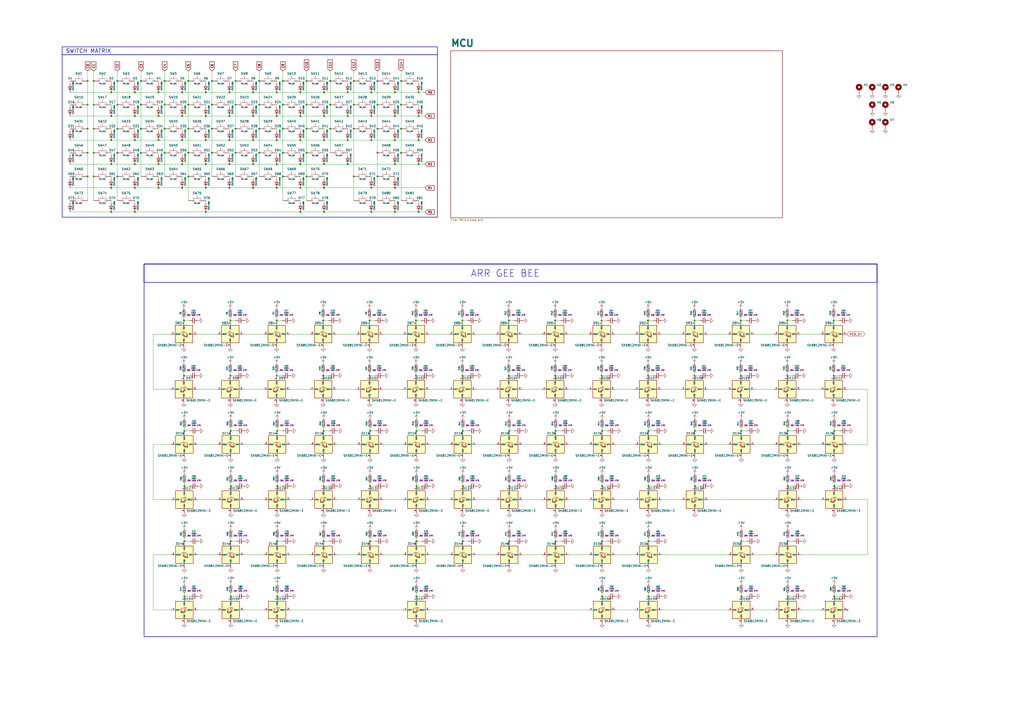
<source format=kicad_sch>
(kicad_sch (version 20231120) (generator "eeschema") (generator_version "8.0")
  (paper "A2")
  (lib_symbols
    (symbol "Device:C_Small" (pin_numbers hide) (pin_names (offset 0.254) hide)
      (property "Reference" "C" (at 0.254 1.778 0))
      (property "Value" "C_Small" (at 0.254 -2.032 0))
      (symbol "C_Small_1_1"
        (pin passive line (at 0 2.54 270) (length 2.032) (name "~") (number "1"))
        (pin passive line (at 0 -2.54 90) (length 2.032) (name "~") (number "2"))
      )
    )
    (symbol "Device:D_Small" (pin_numbers hide) (pin_names (offset 0.254) hide)
      (property "Reference" "D" (at -1.27 2.032 0))
      (property "Value" "D_Small" (at -3.81 -2.032 0))
      (symbol "D_Small_1_1"
        (pin passive line (at -2.54 0 0) (length 1.778) (name "K") (number "1"))
        (pin passive line (at 2.54 0 180) (length 1.778) (name "A") (number "2"))
      )
    )
    (symbol "Device:R_Small" (pin_numbers hide) (pin_names (offset 0.254) hide)
      (property "Reference" "R" (at 0.762 0.508 0))
      (property "Value" "R_Small" (at 0.762 -1.016 0))
      (symbol "R_Small_1_1"
        (pin passive line (at 0 2.54 270) (length 0.762) (name "~") (number "1"))
        (pin passive line (at 0 -2.54 90) (length 0.762) (name "~") (number "2"))
      )
    )
    (symbol "Mechanical:MountingHole_Pad" (pin_numbers hide) (pin_names (offset 1.016) hide) (exclude_from_sim yes) (in_bom no)
      (property "Reference" "H" (at 0 6.35 0))
      (property "Value" "MountingHole_Pad" (at 0 4.445 0))
      (symbol "MountingHole_Pad_1_1"
        (pin input line (at 0 -2.54 90) (length 2.54) (name "1") (number "1"))
      )
    )
    (symbol "Switch:SW_Push" (pin_numbers hide) (pin_names (offset 1.016) hide)
      (property "Reference" "SW" (at 1.27 2.54 0))
      (property "Value" "SW_Push" (at 0 -1.524 0))
      (symbol "SW_Push_0_1"
        (pin passive line (at -5.08 0 0) (length 2.54) (name "1") (number "1"))
        (pin passive line (at 5.08 0 180) (length 2.54) (name "2") (number "2"))
      )
    )
    (symbol "acheron_Symbols:SK6812MINI-E" (pin_names (offset 0.254))
      (property "Reference" "D" (at 5.08 5.715 0))
      (property "Value" "SK6812MINI-E" (at 1.27 -5.715 0))
      (property "MFN" "Dongguan Opsco Optoelectronics" (at 0 -11.176 0))
      (property "MPN" "SK812MINI-E" (at 0 -9.652 0))
      (property "PKG" "3228" (at 0 -12.954 0))
      (symbol "SK6812MINI-E_0_0"
        (text "RGB" (at -1.016 -1.397 0) (effects (font (size 0.762 0.762))))
      )
      (symbol "SK6812MINI-E_1_1"
        (pin power_in line (at 0 7.62 270) (length 2.54) (name "VDD") (number "1"))
        (pin output line (at 7.62 0 180) (length 2.54) (name "DOUT") (number "2"))
        (pin power_in line (at 0 -7.62 90) (length 2.54) (name "VSS") (number "3"))
        (pin input line (at -7.62 0 0) (length 2.54) (name "DIN") (number "4"))
      )
    )
    (symbol "power:+5V" (power) (pin_numbers hide) (pin_names (offset 0) hide)
      (property "Value" "+5V" (at 0 3.556 0))
      (symbol "+5V_1_1"
        (pin power_in line (at 0 0 90) (length 0) (name "~") (number "1"))
      )
    )
    (symbol "power:GND" (power) (pin_numbers hide) (pin_names (offset 0) hide)
      (property "Value" "GND" (at 0 -3.81 0))
      (symbol "GND_1_1"
        (pin power_in line (at 0 0 270) (length 0) (name "~") (number "1"))
      )
    )
  )
  (junction (at 187.96 95.25))
  (junction (at 295.148 185.928))
  (junction (at 215.392 67.31))
  (junction (at 133.858 281.94))
  (junction (at 106.934 281.94))
  (junction (at 122.936 74.676))
  (junction (at 215.392 108.966))
  (junction (at 229.108 67.31))
  (junction (at 133.858 313.944))
  (junction (at 187.452 185.928))
  (junction (at 268.224 217.932))
  (junction (at 133.096 108.966))
  (junction (at 232.664 60.706))
  (junction (at 68.072 102.362))
  (junction (at 146.812 53.594))
  (junction (at 174.244 53.594))
  (junction (at 215.392 53.594))
  (junction (at 160.782 281.94))
  (junction (at 109.22 60.706))
  (junction (at 146.812 67.31))
  (junction (at 64.516 81.28))
  (junction (at 375.92 217.932))
  (junction (at 133.858 345.948))
  (junction (at 214.63 249.936))
  (junction (at 218.948 74.676))
  (junction (at 268.224 185.928))
  (junction (at 50.8 88.646))
  (junction (at 232.664 46.99))
  (junction (at 68.072 60.706))
  (junction (at 295.402 281.94))
  (junction (at 109.22 88.646))
  (junction (at 349.25 249.936))
  (junction (at 201.676 81.28))
  (junction (at 160.528 81.28))
  (junction (at 187.96 122.936))
  (junction (at 54.356 60.706))
  (junction (at 119.38 108.966))
  (junction (at 241.554 345.948))
  (junction (at 105.664 95.25))
  (junction (at 54.356 74.676))
  (junction (at 105.664 53.594))
  (junction (at 187.706 281.94))
  (junction (at 241.3 185.928))
  (junction (at 146.812 81.28))
  (junction (at 146.812 95.25))
  (junction (at 214.376 185.928))
  (junction (at 295.402 313.944))
  (junction (at 229.108 53.594))
  (junction (at 201.676 67.31))
  (junction (at 119.38 53.594))
  (junction (at 403.098 281.94))
  (junction (at 191.516 60.706))
  (junction (at 119.38 122.936))
  (junction (at 177.8 60.706))
  (junction (at 133.096 81.28))
  (junction (at 348.996 217.932))
  (junction (at 150.368 60.706))
  (junction (at 456.692 185.928))
  (junction (at 50.8 60.706))
  (junction (at 205.232 60.706))
  (junction (at 133.858 249.936))
  (junction (at 241.554 249.936))
  (junction (at 232.664 88.646))
  (junction (at 218.948 46.99))
  (junction (at 295.402 249.936))
  (junction (at 456.946 281.94))
  (junction (at 81.788 74.676))
  (junction (at 64.516 53.594))
  (junction (at 50.8 46.99))
  (junction (at 133.096 67.31))
  (junction (at 242.824 122.936))
  (junction (at 349.25 281.94))
  (junction (at 218.948 60.706))
  (junction (at 105.664 67.31))
  (junction (at 214.63 313.944))
  (junction (at 160.782 345.948))
  (junction (at 322.326 281.94))
  (junction (at 64.516 67.31))
  (junction (at 187.96 108.966))
  (junction (at 177.8 74.676))
  (junction (at 95.504 46.99))
  (junction (at 133.604 217.932))
  (junction (at 242.824 95.25))
  (junction (at 268.478 249.936))
  (junction (at 78.232 95.25))
  (junction (at 64.516 108.966))
  (junction (at 322.326 249.936))
  (junction (at 54.356 88.646))
  (junction (at 81.788 88.646))
  (junction (at 402.844 217.932))
  (junction (at 64.516 95.25))
  (junction (at 187.706 249.936))
  (junction (at 122.936 88.646))
  (junction (at 376.174 313.944))
  (junction (at 187.96 67.31))
  (junction (at 164.084 88.646))
  (junction (at 174.244 108.966))
  (junction (at 430.022 345.948))
  (junction (at 81.788 46.99))
  (junction (at 146.812 108.966))
  (junction (at 50.8 102.362))
  (junction (at 95.504 60.706))
  (junction (at 322.326 313.944))
  (junction (at 122.936 60.706))
  (junction (at 177.8 46.99))
  (junction (at 214.376 217.932))
  (junction (at 174.244 67.31))
  (junction (at 109.22 46.99))
  (junction (at 214.63 281.94))
  (junction (at 95.504 74.676))
  (junction (at 429.768 185.928))
  (junction (at 215.392 81.28))
  (junction (at 54.356 46.99))
  (junction (at 133.096 95.25))
  (junction (at 81.788 60.706))
  (junction (at 205.232 102.362))
  (junction (at 201.676 53.594))
  (junction (at 322.072 185.928))
  (junction (at 483.87 281.94))
  (junction (at 483.616 217.932))
  (junction (at 68.072 74.676))
  (junction (at 91.948 53.594))
  (junction (at 376.174 281.94))
  (junction (at 160.528 185.928))
  (junction (at 483.87 249.936))
  (junction (at 174.244 95.25))
  (junction (at 164.084 60.706))
  (junction (at 54.356 102.362))
  (junction (at 174.244 122.936))
  (junction (at 456.946 249.936))
  (junction (at 91.948 81.28))
  (junction (at 205.232 74.676))
  (junction (at 91.948 95.25))
  (junction (at 348.996 185.928))
  (junction (at 136.652 74.676))
  (junction (at 191.516 46.99))
  (junction (at 187.452 217.932))
  (junction (at 242.824 53.594))
  (junction (at 174.244 81.28))
  (junction (at 133.096 53.594))
  (junction (at 191.516 74.676))
  (junction (at 106.934 313.944))
  (junction (at 160.782 313.944))
  (junction (at 119.38 67.31))
  (junction (at 160.528 53.594))
  (junction (at 375.92 185.928))
  (junction (at 483.87 345.948))
  (junction (at 78.232 81.28))
  (junction (at 229.108 81.28))
  (junction (at 218.948 102.362))
  (junction (at 136.652 60.706))
  (junction (at 106.934 345.948))
  (junction (at 215.392 122.936))
  (junction (at 229.108 108.966))
  (junction (at 229.108 95.25))
  (junction (at 241.554 313.944))
  (junction (at 150.368 74.676))
  (junction (at 150.368 46.99))
  (junction (at 268.478 281.94))
  (junction (at 160.528 95.25))
  (junction (at 349.25 345.948))
  (junction (at 109.22 102.362))
  (junction (at 160.528 108.966))
  (junction (at 91.948 67.31))
  (junction (at 133.604 185.928))
  (junction (at 119.38 81.28))
  (junction (at 150.368 88.646))
  (junction (at 201.676 95.25))
  (junction (at 187.706 313.944))
  (junction (at 136.652 46.99))
  (junction (at 483.616 185.928))
  (junction (at 376.174 345.948))
  (junction (at 241.3 217.932))
  (junction (at 160.528 217.932))
  (junction (at 106.68 217.932))
  (junction (at 105.664 81.28))
  (junction (at 403.098 249.936))
  (junction (at 295.148 217.932))
  (junction (at 78.232 67.31))
  (junction (at 64.516 122.936))
  (junction (at 456.946 313.944))
  (junction (at 68.072 88.646))
  (junction (at 105.664 108.966))
  (junction (at 177.8 102.362))
  (junction (at 205.232 46.99))
  (junction (at 78.232 108.966))
  (junction (at 218.948 88.646))
  (junction (at 268.478 313.944))
  (junction (at 242.824 67.31))
  (junction (at 430.022 249.936))
  (junction (at 106.68 185.928))
  (junction (at 322.072 217.932))
  (junction (at 78.232 122.936))
  (junction (at 109.22 74.676))
  (junction (at 106.934 249.936))
  (junction (at 50.8 74.676))
  (junction (at 376.174 249.936))
  (junction (at 429.768 217.932))
  (junction (at 160.528 67.31))
  (junction (at 95.504 88.646))
  (junction (at 349.25 313.944))
  (junction (at 91.948 108.966))
  (junction (at 78.232 53.594))
  (junction (at 164.084 74.676))
  (junction (at 456.692 217.932))
  (junction (at 164.084 102.362))
  (junction (at 122.936 46.99))
  (junction (at 187.96 53.594))
  (junction (at 160.782 249.936))
  (junction (at 241.554 281.94))
  (junction (at 229.108 122.936))
  (junction (at 456.946 345.948))
  (junction (at 242.824 81.28))
  (junction (at 402.844 185.928))
  (junction (at 119.38 95.25))
  (junction (at 164.084 46.99))
  (junction (at 232.664 74.676))
  (junction (at 68.072 46.99))
  (junction (at 136.652 88.646))
  (junction (at 430.022 313.944))
  (junction (at 187.96 81.28))
  (junction (at 177.8 88.646))
  (no_connect (at 491.49 353.822))
  (wire (pts (xy 241.554 249.936) (xy 244.602 249.936)))
  (wire (pts (xy 105.664 108.966) (xy 119.38 108.966)))
  (wire (pts (xy 241.554 281.94) (xy 244.602 281.94)))
  (wire (pts (xy 78.232 108.966) (xy 91.948 108.966)))
  (wire (pts (xy 141.478 353.822) (xy 153.162 353.822)))
  (wire (pts (xy 295.402 280.162) (xy 295.402 281.94)))
  (wire (pts (xy 410.464 193.802) (xy 422.148 193.802)))
  (wire (pts (xy 119.38 76.2) (xy 119.38 74.676)))
  (wire (pts (xy 160.528 53.594) (xy 174.244 53.594)))
  (wire (pts (xy 78.232 90.17) (xy 78.232 88.646)))
  (wire (pts (xy 205.232 46.99) (xy 205.232 60.706)))
  (wire (pts (xy 483.616 216.154) (xy 483.616 217.932)))
  (wire (pts (xy 64.516 108.966) (xy 78.232 108.966)))
  (wire (pts (xy 68.072 60.706) (xy 68.072 74.676)))
  (wire (pts (xy 383.794 257.81) (xy 395.478 257.81)))
  (wire (pts (xy 88.9 193.802) (xy 99.06 193.802)))
  (wire (pts (xy 40.64 90.17) (xy 40.64 88.646)))
  (wire (pts (xy 187.706 313.944) (xy 190.754 313.944)))
  (wire (pts (xy 64.516 95.25) (xy 78.232 95.25)))
  (wire (pts (xy 383.794 289.814) (xy 395.478 289.814)))
  (wire (pts (xy 248.92 225.806) (xy 260.604 225.806)))
  (wire (pts (xy 215.392 67.31) (xy 229.108 67.31)))
  (wire (pts (xy 456.946 248.158) (xy 456.946 249.936)))
  (wire (pts (xy 141.478 321.818) (xy 153.162 321.818)))
  (wire (pts (xy 64.516 90.17) (xy 64.516 88.646)))
  (wire (pts (xy 160.782 249.936) (xy 163.83 249.936)))
  (wire (pts (xy 302.768 225.806) (xy 314.452 225.806)))
  (wire (pts (xy 403.098 248.158) (xy 403.098 249.936)))
  (wire (pts (xy 141.478 257.81) (xy 153.162 257.81)))
  (wire (pts (xy 218.948 41.148) (xy 218.948 46.99)))
  (wire (pts (xy 241.554 313.944) (xy 241.554 314.198)))
  (wire (pts (xy 348.996 185.928) (xy 348.996 186.182)))
  (wire (pts (xy 119.38 48.514) (xy 119.38 46.99)))
  (wire (pts (xy 295.402 248.158) (xy 295.402 249.936)))
  (wire (pts (xy 160.782 345.948) (xy 160.782 346.202)))
  (wire (pts (xy 133.604 216.154) (xy 133.604 217.932)))
  (wire (pts (xy 160.782 280.162) (xy 160.782 281.94)))
  (wire (pts (xy 483.87 249.936) (xy 483.87 250.19)))
  (wire (pts (xy 160.528 217.932) (xy 163.576 217.932)))
  (wire (pts (xy 40.64 95.25) (xy 64.516 95.25)))
  (wire (pts (xy 187.452 217.932) (xy 190.5 217.932)))
  (wire (pts (xy 375.92 217.932) (xy 375.92 218.186)))
  (wire (pts (xy 95.504 88.646) (xy 95.504 102.362)))
  (wire (pts (xy 483.616 185.928) (xy 486.664 185.928)))
  (wire (pts (xy 348.996 217.932) (xy 352.044 217.932)))
  (wire (pts (xy 503.428 289.814) (xy 503.428 321.818)))
  (wire (pts (xy 174.244 67.31) (xy 187.96 67.31)))
  (wire (pts (xy 160.528 90.17) (xy 160.528 88.646)))
  (wire (pts (xy 174.244 108.966) (xy 187.96 108.966)))
  (wire (pts (xy 187.452 185.928) (xy 187.452 186.182)))
  (wire (pts (xy 133.858 281.94) (xy 133.858 282.194)))
  (wire (pts (xy 349.25 312.166) (xy 349.25 313.944)))
  (wire (pts (xy 187.96 108.966) (xy 215.392 108.966)))
  (wire (pts (xy 246.634 122.936) (xy 242.824 122.936)))
  (wire (pts (xy 329.692 193.802) (xy 341.376 193.802)))
  (wire (pts (xy 295.148 184.15) (xy 295.148 185.928)))
  (wire (pts (xy 150.368 60.706) (xy 150.368 74.676)))
  (wire (pts (xy 106.68 217.932) (xy 106.68 218.186)))
  (wire (pts (xy 105.664 103.886) (xy 105.664 102.362)))
  (wire (pts (xy 201.676 76.2) (xy 201.676 74.676)))
  (wire (pts (xy 483.87 281.94) (xy 486.918 281.94)))
  (wire (pts (xy 109.22 102.362) (xy 109.22 116.332)))
  (wire (pts (xy 160.782 344.17) (xy 160.782 345.948)))
  (wire (pts (xy 242.824 62.23) (xy 242.824 60.706)))
  (wire (pts (xy 375.92 184.15) (xy 375.92 185.928)))
  (wire (pts (xy 54.356 88.646) (xy 54.356 102.362)))
  (wire (pts (xy 322.326 280.162) (xy 322.326 281.94)))
  (wire (pts (xy 150.368 88.646) (xy 150.368 102.362)))
  (wire (pts (xy 295.402 249.936) (xy 298.45 249.936)))
  (wire (pts (xy 383.54 193.802) (xy 395.224 193.802)))
  (wire (pts (xy 430.022 248.158) (xy 430.022 249.936)))
  (wire (pts (xy 429.768 185.928) (xy 429.768 186.182)))
  (wire (pts (xy 221.996 225.806) (xy 233.68 225.806)))
  (wire (pts (xy 214.63 280.162) (xy 214.63 281.94)))
  (wire (pts (xy 146.812 67.31) (xy 160.528 67.31)))
  (wire (pts (xy 215.392 122.936) (xy 229.108 122.936)))
  (wire (pts (xy 141.478 289.814) (xy 153.162 289.814)))
  (wire (pts (xy 160.782 249.936) (xy 160.782 250.19)))
  (wire (pts (xy 303.022 257.81) (xy 314.706 257.81)))
  (wire (pts (xy 268.478 313.944) (xy 271.526 313.944)))
  (wire (pts (xy 168.148 193.802) (xy 179.832 193.802)))
  (wire (pts (xy 268.224 217.932) (xy 271.272 217.932)))
  (wire (pts (xy 78.232 67.31) (xy 91.948 67.31)))
  (wire (pts (xy 214.63 248.158) (xy 214.63 249.936)))
  (wire (pts (xy 464.566 257.81) (xy 476.25 257.81)))
  (wire (pts (xy 150.368 46.99) (xy 150.368 60.706)))
  (wire (pts (xy 456.946 345.948) (xy 459.994 345.948)))
  (wire (pts (xy 375.92 185.928) (xy 378.968 185.928)))
  (wire (pts (xy 430.022 249.936) (xy 430.022 250.19)))
  (wire (pts (xy 410.464 225.806) (xy 422.148 225.806)))
  (wire (pts (xy 164.084 41.148) (xy 164.084 46.99)))
  (wire (pts (xy 456.692 185.928) (xy 456.692 186.182)))
  (wire (pts (xy 91.948 95.25) (xy 105.664 95.25)))
  (wire (pts (xy 160.528 48.514) (xy 160.528 46.99)))
  (wire (pts (xy 168.402 257.81) (xy 180.086 257.81)))
  (wire (pts (xy 160.782 313.944) (xy 163.83 313.944)))
  (wire (pts (xy 349.25 249.936) (xy 352.298 249.936)))
  (wire (pts (xy 160.528 216.154) (xy 160.528 217.932)))
  (wire (pts (xy 174.244 53.594) (xy 187.96 53.594)))
  (wire (pts (xy 322.072 184.15) (xy 322.072 185.928)))
  (wire (pts (xy 105.664 81.28) (xy 119.38 81.28)))
  (wire (pts (xy 160.782 345.948) (xy 163.83 345.948)))
  (wire (pts (xy 402.844 184.15) (xy 402.844 185.928)))
  (wire (pts (xy 456.946 344.17) (xy 456.946 345.948)))
  (wire (pts (xy 218.948 88.646) (xy 218.948 102.362)))
  (wire (pts (xy 348.996 184.15) (xy 348.996 185.928)))
  (wire (pts (xy 177.8 102.362) (xy 177.8 116.332)))
  (wire (pts (xy 242.824 90.17) (xy 242.824 88.646)))
  (wire (pts (xy 105.664 76.2) (xy 105.664 74.676)))
  (wire (pts (xy 114.554 289.814) (xy 126.238 289.814)))
  (wire (pts (xy 402.844 217.932) (xy 402.844 218.186)))
  (wire (pts (xy 54.356 60.706) (xy 54.356 74.676)))
  (wire (pts (xy 201.676 95.25) (xy 229.108 95.25)))
  (wire (pts (xy 64.516 53.594) (xy 78.232 53.594)))
  (wire (pts (xy 483.87 280.162) (xy 483.87 281.94)))
  (wire (pts (xy 221.996 193.802) (xy 233.68 193.802)))
  (wire (pts (xy 201.676 81.28) (xy 215.392 81.28)))
  (wire (pts (xy 275.844 193.802) (xy 287.528 193.802)))
  (wire (pts (xy 164.084 74.676) (xy 164.084 88.646)))
  (wire (pts (xy 456.946 281.94) (xy 456.946 282.194)))
  (wire (pts (xy 205.232 102.362) (xy 205.232 116.332)))
  (wire (pts (xy 456.946 313.944) (xy 456.946 314.198)))
  (wire (pts (xy 356.87 353.822) (xy 368.554 353.822)))
  (wire (pts (xy 133.858 280.162) (xy 133.858 281.94)))
  (wire (pts (xy 133.096 108.966) (xy 146.812 108.966)))
  (wire (pts (xy 375.92 185.928) (xy 375.92 186.182)))
  (wire (pts (xy 177.8 88.646) (xy 177.8 102.362)))
  (wire (pts (xy 187.452 184.15) (xy 187.452 185.928)))
  (wire (pts (xy 133.858 313.944) (xy 133.858 314.198)))
  (wire (pts (xy 456.692 217.932) (xy 459.74 217.932)))
  (wire (pts (xy 430.022 345.948) (xy 433.07 345.948)))
  (wire (pts (xy 95.504 46.99) (xy 95.504 60.706)))
  (wire (pts (xy 376.174 313.944) (xy 379.222 313.944)))
  (wire (pts (xy 295.402 281.94) (xy 295.402 282.194)))
  (wire (pts (xy 160.528 185.928) (xy 163.576 185.928)))
  (wire (pts (xy 456.692 184.15) (xy 456.692 185.928)))
  (wire (pts (xy 133.604 217.932) (xy 136.652 217.932)))
  (wire (pts (xy 64.516 67.31) (xy 78.232 67.31)))
  (wire (pts (xy 464.312 193.802) (xy 475.996 193.802)))
  (wire (pts (xy 229.108 103.886) (xy 229.108 102.362)))
  (wire (pts (xy 91.948 108.966) (xy 105.664 108.966)))
  (wire (pts (xy 54.356 41.148) (xy 54.356 46.99)))
  (wire (pts (xy 177.8 74.676) (xy 177.8 88.646)))
  (wire (pts (xy 109.22 41.148) (xy 109.22 46.99)))
  (wire (pts (xy 109.22 60.706) (xy 109.22 74.676)))
  (wire (pts (xy 241.554 280.162) (xy 241.554 281.94)))
  (wire (pts (xy 187.96 103.886) (xy 187.96 102.362)))
  (wire (pts (xy 133.858 281.94) (xy 136.906 281.94)))
  (wire (pts (xy 109.22 74.676) (xy 109.22 88.646)))
  (wire (pts (xy 174.244 103.886) (xy 174.244 102.362)))
  (wire (pts (xy 54.356 102.362) (xy 54.356 116.332)))
  (wire (pts (xy 174.244 48.514) (xy 174.244 46.99)))
  (wire (pts (xy 218.948 46.99) (xy 218.948 60.706)))
  (wire (pts (xy 50.8 60.706) (xy 50.8 74.676)))
  (wire (pts (xy 122.936 74.676) (xy 122.936 88.646)))
  (wire (pts (xy 249.174 321.818) (xy 260.858 321.818)))
  (wire (pts (xy 187.706 280.162) (xy 187.706 281.94)))
  (wire (pts (xy 174.244 95.25) (xy 187.96 95.25)))
  (wire (pts (xy 241.3 217.932) (xy 244.348 217.932)))
  (wire (pts (xy 429.768 184.15) (xy 429.768 185.928)))
  (wire (pts (xy 187.96 122.936) (xy 215.392 122.936)))
  (wire (pts (xy 295.148 217.932) (xy 295.148 218.186)))
  (wire (pts (xy 201.676 62.23) (xy 201.676 60.706)))
  (wire (pts (xy 483.87 345.948) (xy 483.87 346.202)))
  (wire (pts (xy 383.794 353.822) (xy 422.402 353.822)))
  (wire (pts (xy 403.098 249.936) (xy 406.146 249.936)))
  (wire (pts (xy 160.528 81.28) (xy 174.244 81.28)))
  (wire (pts (xy 81.788 60.706) (xy 81.788 74.676)))
  (wire (pts (xy 64.516 103.886) (xy 64.516 102.362)))
  (wire (pts (xy 133.858 249.936) (xy 136.906 249.936)))
  (wire (pts (xy 483.87 345.948) (xy 486.918 345.948)))
  (wire (pts (xy 456.692 217.932) (xy 456.692 218.186)))
  (wire (pts (xy 177.8 60.706) (xy 177.8 74.676)))
  (wire (pts (xy 246.634 67.31) (xy 242.824 67.31)))
  (wire (pts (xy 187.706 281.94) (xy 187.706 282.194)))
  (wire (pts (xy 91.948 67.31) (xy 105.664 67.31)))
  (wire (pts (xy 268.478 249.936) (xy 271.526 249.936)))
  (wire (pts (xy 349.25 313.944) (xy 349.25 314.198)))
  (wire (pts (xy 160.782 281.94) (xy 160.782 282.194)))
  (wire (pts (xy 187.96 53.594) (xy 201.676 53.594)))
  (wire (pts (xy 114.554 257.81) (xy 126.238 257.81)))
  (wire (pts (xy 141.224 193.802) (xy 152.908 193.802)))
  (wire (pts (xy 201.676 53.594) (xy 215.392 53.594)))
  (wire (pts (xy 268.478 281.94) (xy 268.478 282.194)))
  (wire (pts (xy 133.096 48.514) (xy 133.096 46.99)))
  (wire (pts (xy 430.022 344.17) (xy 430.022 345.948)))
  (wire (pts (xy 222.25 321.818) (xy 233.934 321.818)))
  (wire (pts (xy 68.072 74.676) (xy 68.072 88.646)))
  (wire (pts (xy 160.782 281.94) (xy 163.83 281.94)))
  (wire (pts (xy 329.946 321.818) (xy 341.63 321.818)))
  (wire (pts (xy 106.934 344.17) (xy 106.934 345.948)))
  (wire (pts (xy 322.326 249.936) (xy 322.326 250.19)))
  (wire (pts (xy 195.326 289.814) (xy 207.01 289.814)))
  (wire (pts (xy 241.3 184.15) (xy 241.3 185.928)))
  (wire (pts (xy 248.92 193.802) (xy 260.604 193.802)))
  (wire (pts (xy 303.022 321.818) (xy 314.706 321.818)))
  (wire (pts (xy 275.844 225.806) (xy 287.528 225.806)))
  (wire (pts (xy 376.174 281.94) (xy 376.174 282.194)))
  (wire (pts (xy 229.108 90.17) (xy 229.108 88.646)))
  (wire (pts (xy 146.812 76.2) (xy 146.812 74.676)))
  (wire (pts (xy 329.946 289.814) (xy 341.63 289.814)))
  (wire (pts (xy 174.244 122.936) (xy 187.96 122.936)))
  (wire (pts (xy 376.174 280.162) (xy 376.174 281.94)))
  (wire (pts (xy 214.376 217.932) (xy 214.376 218.186)))
  (wire (pts (xy 174.244 81.28) (xy 187.96 81.28)))
  (wire (pts (xy 40.64 62.23) (xy 40.64 60.706)))
  (wire (pts (xy 187.96 117.856) (xy 187.96 116.332)))
  (wire (pts (xy 322.072 217.932) (xy 322.072 218.186)))
  (wire (pts (xy 215.392 117.856) (xy 215.392 116.332)))
  (wire (pts (xy 187.706 249.936) (xy 190.754 249.936)))
  (wire (pts (xy 456.692 185.928) (xy 459.74 185.928)))
  (wire (pts (xy 491.236 225.806) (xy 503.174 225.806)))
  (wire (pts (xy 429.768 216.154) (xy 429.768 217.932)))
  (wire (pts (xy 187.452 216.154) (xy 187.452 217.932)))
  (wire (pts (xy 232.664 60.706) (xy 232.664 74.676)))
  (wire (pts (xy 119.38 117.856) (xy 119.38 116.332)))
  (wire (pts (xy 105.664 95.25) (xy 119.38 95.25)))
  (wire (pts (xy 106.934 281.94) (xy 109.982 281.94)))
  (wire (pts (xy 191.516 46.99) (xy 191.516 60.706)))
  (wire (pts (xy 491.49 289.814) (xy 503.428 289.814)))
  (wire (pts (xy 150.368 41.148) (xy 150.368 46.99)))
  (wire (pts (xy 429.768 217.932) (xy 429.768 218.186)))
  (wire (pts (xy 40.64 122.936) (xy 64.516 122.936)))
  (wire (pts (xy 40.64 76.2) (xy 40.64 74.676)))
  (wire (pts (xy 349.25 345.948) (xy 352.298 345.948)))
  (wire (pts (xy 136.652 46.99) (xy 136.652 60.706)))
  (wire (pts (xy 229.108 81.28) (xy 242.824 81.28)))
  (wire (pts (xy 376.174 249.936) (xy 376.174 250.19)))
  (wire (pts (xy 322.072 216.154) (xy 322.072 217.932)))
  (wire (pts (xy 160.528 184.15) (xy 160.528 185.928)))
  (wire (pts (xy 146.812 108.966) (xy 160.528 108.966)))
  (wire (pts (xy 241.554 345.948) (xy 244.602 345.948)))
  (wire (pts (xy 303.022 289.814) (xy 314.706 289.814)))
  (wire (pts (xy 146.812 90.17) (xy 146.812 88.646)))
  (wire (pts (xy 205.232 74.676) (xy 205.232 102.362)))
  (wire (pts (xy 141.224 225.806) (xy 152.908 225.806)))
  (wire (pts (xy 191.516 74.676) (xy 191.516 88.646)))
  (wire (pts (xy 106.934 249.936) (xy 106.934 250.19)))
  (wire (pts (xy 402.844 185.928) (xy 402.844 186.182)))
  (wire (pts (xy 168.402 289.814) (xy 180.086 289.814)))
  (wire (pts (xy 119.38 62.23) (xy 119.38 60.706)))
  (wire (pts (xy 195.072 225.806) (xy 206.756 225.806)))
  (wire (pts (xy 106.68 184.15) (xy 106.68 185.928)))
  (wire (pts (xy 106.934 313.944) (xy 109.982 313.944)))
  (wire (pts (xy 268.224 216.154) (xy 268.224 217.932)))
  (wire (pts (xy 133.604 185.928) (xy 136.652 185.928)))
  (wire (pts (xy 187.96 95.25) (xy 201.676 95.25)))
  (wire (pts (xy 177.8 41.148) (xy 177.8 46.99)))
  (wire (pts (xy 218.948 60.706) (xy 218.948 74.676)))
  (wire (pts (xy 456.946 249.936) (xy 459.994 249.936)))
  (wire (pts (xy 276.098 257.81) (xy 287.782 257.81)))
  (wire (pts (xy 322.072 217.932) (xy 325.12 217.932)))
  (wire (pts (xy 214.376 184.15) (xy 214.376 185.928)))
  (wire (pts (xy 376.174 345.948) (xy 376.174 346.202)))
  (wire (pts (xy 402.844 217.932) (xy 405.892 217.932)))
  (wire (pts (xy 133.858 313.944) (xy 136.906 313.944)))
  (wire (pts (xy 106.934 249.936) (xy 109.982 249.936)))
  (wire (pts (xy 50.8 74.676) (xy 50.8 88.646)))
  (wire (pts (xy 106.68 185.928) (xy 106.68 186.182)))
  (wire (pts (xy 106.934 281.94) (xy 106.934 282.194)))
  (wire (pts (xy 268.224 217.932) (xy 268.224 218.186)))
  (wire (pts (xy 146.812 95.25) (xy 160.528 95.25)))
  (wire (pts (xy 160.782 312.166) (xy 160.782 313.944)))
  (wire (pts (xy 105.664 62.23) (xy 105.664 60.706)))
  (wire (pts (xy 430.022 312.166) (xy 430.022 313.944)))
  (wire (pts (xy 437.642 321.818) (xy 449.326 321.818)))
  (wire (pts (xy 68.072 88.646) (xy 68.072 102.362)))
  (wire (pts (xy 268.224 184.15) (xy 268.224 185.928)))
  (wire (pts (xy 119.38 108.966) (xy 133.096 108.966)))
  (wire (pts (xy 146.812 48.514) (xy 146.812 46.99)))
  (wire (pts (xy 133.604 217.932) (xy 133.604 218.186)))
  (wire (pts (xy 106.934 280.162) (xy 106.934 281.94)))
  (wire (pts (xy 160.528 76.2) (xy 160.528 74.676)))
  (wire (pts (xy 68.072 102.362) (xy 68.072 116.332)))
  (wire (pts (xy 214.376 216.154) (xy 214.376 217.932)))
  (wire (pts (xy 456.946 281.94) (xy 459.994 281.94)))
  (wire (pts (xy 464.566 289.814) (xy 476.25 289.814)))
  (wire (pts (xy 160.528 185.928) (xy 160.528 186.182)))
  (wire (pts (xy 229.108 95.25) (xy 242.824 95.25)))
  (wire (pts (xy 119.38 95.25) (xy 133.096 95.25)))
  (wire (pts (xy 160.528 62.23) (xy 160.528 60.706)))
  (wire (pts (xy 376.174 345.948) (xy 379.222 345.948)))
  (wire (pts (xy 356.616 225.806) (xy 368.3 225.806)))
  (wire (pts (xy 195.326 321.818) (xy 207.01 321.818)))
  (wire (pts (xy 88.9 353.822) (xy 99.314 353.822)))
  (wire (pts (xy 64.516 122.936) (xy 78.232 122.936)))
  (wire (pts (xy 164.084 102.362) (xy 164.084 116.332)))
  (wire (pts (xy 105.664 67.31) (xy 119.38 67.31)))
  (wire (pts (xy 229.108 76.2) (xy 229.108 74.676)))
  (wire (pts (xy 229.108 48.514) (xy 229.108 46.99)))
  (wire (pts (xy 215.392 81.28) (xy 229.108 81.28)))
  (wire (pts (xy 187.96 81.28) (xy 201.676 81.28)))
  (wire (pts (xy 483.87 344.17) (xy 483.87 345.948)))
  (wire (pts (xy 119.38 90.17) (xy 119.38 88.646)))
  (wire (pts (xy 54.356 74.676) (xy 54.356 88.646)))
  (wire (pts (xy 295.148 185.928) (xy 298.196 185.928)))
  (wire (pts (xy 356.87 289.814) (xy 368.554 289.814)))
  (wire (pts (xy 95.504 74.676) (xy 95.504 88.646)))
  (wire (pts (xy 187.96 90.17) (xy 187.96 88.646)))
  (wire (pts (xy 40.64 53.594) (xy 64.516 53.594)))
  (wire (pts (xy 160.528 103.886) (xy 160.528 102.362)))
  (wire (pts (xy 376.174 312.166) (xy 376.174 313.944)))
  (wire (pts (xy 215.392 76.2) (xy 215.392 74.676)))
  (wire (pts (xy 403.098 280.162) (xy 403.098 281.94)))
  (wire (pts (xy 329.692 225.806) (xy 341.376 225.806)))
  (wire (pts (xy 106.68 216.154) (xy 106.68 217.932)))
  (wire (pts (xy 241.554 313.944) (xy 244.602 313.944)))
  (wire (pts (xy 114.3 225.806) (xy 125.984 225.806)))
  (wire (pts (xy 229.108 67.31) (xy 242.824 67.31)))
  (wire (pts (xy 187.706 248.158) (xy 187.706 249.936)))
  (wire (pts (xy 349.25 281.94) (xy 352.298 281.94)))
  (wire (pts (xy 146.812 62.23) (xy 146.812 60.706)))
  (wire (pts (xy 133.604 184.15) (xy 133.604 185.928)))
  (wire (pts (xy 430.022 313.944) (xy 433.07 313.944)))
  (wire (pts (xy 40.64 117.856) (xy 40.64 116.332)))
  (wire (pts (xy 249.174 257.81) (xy 260.858 257.81)))
  (wire (pts (xy 187.96 48.514) (xy 187.96 46.99)))
  (wire (pts (xy 160.528 217.932) (xy 160.528 218.186)))
  (wire (pts (xy 136.652 88.646) (xy 136.652 102.362)))
  (wire (pts (xy 376.174 344.17) (xy 376.174 345.948)))
  (wire (pts (xy 456.946 312.166) (xy 456.946 313.944)))
  (wire (pts (xy 295.148 185.928) (xy 295.148 186.182)))
  (wire (pts (xy 242.824 48.514) (xy 242.824 46.99)))
  (wire (pts (xy 201.676 48.514) (xy 201.676 46.99)))
  (wire (pts (xy 95.504 60.706) (xy 95.504 74.676)))
  (wire (pts (xy 214.376 217.932) (xy 217.424 217.932)))
  (wire (pts (xy 241.554 248.158) (xy 241.554 249.936)))
  (wire (pts (xy 249.174 289.814) (xy 260.858 289.814)))
  (wire (pts (xy 242.824 117.856) (xy 242.824 116.332)))
  (wire (pts (xy 191.516 41.148) (xy 191.516 46.99)))
  (wire (pts (xy 68.072 41.148) (xy 68.072 46.99)))
  (wire (pts (xy 456.946 249.936) (xy 456.946 250.19)))
  (wire (pts (xy 232.664 46.99) (xy 232.664 60.706)))
  (wire (pts (xy 276.098 289.814) (xy 287.782 289.814)))
  (wire (pts (xy 164.084 60.706) (xy 164.084 74.676)))
  (wire (pts (xy 430.022 249.936) (xy 433.07 249.936)))
  (wire (pts (xy 375.92 216.154) (xy 375.92 217.932)))
  (wire (pts (xy 187.706 312.166) (xy 187.706 313.944)))
  (wire (pts (xy 68.072 46.99) (xy 68.072 60.706)))
  (wire (pts (xy 114.3 193.802) (xy 125.984 193.802)))
  (wire (pts (xy 242.824 76.2) (xy 242.824 74.676)))
  (wire (pts (xy 383.794 321.818) (xy 422.402 321.818)))
  (wire (pts (xy 349.25 248.158) (xy 349.25 249.936)))
  (wire (pts (xy 133.096 53.594) (xy 146.812 53.594)))
  (wire (pts (xy 249.174 353.822) (xy 341.63 353.822)))
  (wire (pts (xy 78.232 53.594) (xy 91.948 53.594)))
  (wire (pts (xy 133.858 344.17) (xy 133.858 345.948)))
  (wire (pts (xy 160.782 313.944) (xy 160.782 314.198)))
  (wire (pts (xy 241.3 217.932) (xy 241.3 218.186)))
  (wire (pts (xy 410.718 289.814) (xy 449.326 289.814)))
  (wire (pts (xy 464.566 353.822) (xy 476.25 353.822)))
  (wire (pts (xy 229.108 117.856) (xy 229.108 116.332)))
  (wire (pts (xy 109.22 46.99) (xy 109.22 60.706)))
  (wire (pts (xy 322.326 313.944) (xy 325.374 313.944)))
  (wire (pts (xy 214.63 249.936) (xy 217.678 249.936)))
  (wire (pts (xy 114.554 321.818) (xy 126.238 321.818)))
  (wire (pts (xy 429.768 217.932) (xy 432.816 217.932)))
  (wire (pts (xy 78.232 95.25) (xy 91.948 95.25)))
  (wire (pts (xy 241.554 281.94) (xy 241.554 282.194)))
  (wire (pts (xy 205.232 60.706) (xy 205.232 74.676)))
  (wire (pts (xy 348.996 217.932) (xy 348.996 218.186)))
  (wire (pts (xy 491.49 257.81) (xy 503.174 257.81)))
  (wire (pts (xy 88.9 257.81) (xy 99.314 257.81)))
  (wire (pts (xy 402.844 216.154) (xy 402.844 217.932)))
  (wire (pts (xy 91.948 103.886) (xy 91.948 102.362)))
  (wire (pts (xy 81.788 88.646) (xy 81.788 102.362)))
  (wire (pts (xy 78.232 103.886) (xy 78.232 102.362)))
  (wire (pts (xy 295.402 313.944) (xy 295.402 314.198)))
  (wire (pts (xy 402.844 185.928) (xy 405.892 185.928)))
  (wire (pts (xy 437.388 225.806) (xy 449.072 225.806)))
  (wire (pts (xy 64.516 48.514) (xy 64.516 46.99)))
  (wire (pts (xy 187.96 67.31) (xy 201.676 67.31)))
  (wire (pts (xy 215.392 108.966) (xy 229.108 108.966)))
  (wire (pts (xy 133.858 248.158) (xy 133.858 249.936)))
  (wire (pts (xy 229.108 108.966) (xy 246.634 108.966)))
  (wire (pts (xy 106.934 248.158) (xy 106.934 249.936)))
  (wire (pts (xy 268.478 280.162) (xy 268.478 281.94)))
  (wire (pts (xy 218.948 74.676) (xy 218.948 88.646)))
  (wire (pts (xy 295.148 216.154) (xy 295.148 217.932)))
  (wire (pts (xy 246.634 81.28) (xy 242.824 81.28)))
  (wire (pts (xy 50.8 41.148) (xy 50.8 46.99)))
  (wire (pts (xy 349.25 281.94) (xy 349.25 282.194)))
  (wire (pts (xy 119.38 122.936) (xy 174.244 122.936)))
  (wire (pts (xy 160.528 108.966) (xy 174.244 108.966)))
  (wire (pts (xy 88.9 257.81) (xy 88.9 289.814)))
  (wire (pts (xy 295.148 217.932) (xy 298.196 217.932)))
  (wire (pts (xy 348.996 185.928) (xy 352.044 185.928)))
  (wire (pts (xy 349.25 345.948) (xy 349.25 346.202)))
  (wire (pts (xy 295.402 312.166) (xy 295.402 313.944)))
  (wire (pts (xy 88.9 321.818) (xy 99.314 321.818)))
  (wire (pts (xy 349.25 313.944) (xy 352.298 313.944)))
  (wire (pts (xy 91.948 62.23) (xy 91.948 60.706)))
  (wire (pts (xy 232.664 41.148) (xy 232.664 46.99)))
  (wire (pts (xy 322.326 248.158) (xy 322.326 249.936)))
  (wire (pts (xy 376.174 281.94) (xy 379.222 281.94)))
  (wire (pts (xy 329.946 257.81) (xy 341.63 257.81)))
  (wire (pts (xy 78.232 122.936) (xy 119.38 122.936)))
  (wire (pts (xy 64.516 76.2) (xy 64.516 74.676)))
  (wire (pts (xy 430.022 313.944) (xy 430.022 314.198)))
  (wire (pts (xy 302.768 193.802) (xy 314.452 193.802)))
  (wire (pts (xy 106.934 345.948) (xy 106.934 346.202)))
  (wire (pts (xy 114.554 353.822) (xy 126.238 353.822)))
  (wire (pts (xy 195.326 257.81) (xy 207.01 257.81)))
  (wire (pts (xy 136.652 41.148) (xy 136.652 46.99)))
  (wire (pts (xy 119.38 67.31) (xy 133.096 67.31)))
  (wire (pts (xy 437.388 193.802) (xy 449.072 193.802)))
  (wire (pts (xy 122.936 41.148) (xy 122.936 46.99)))
  (wire (pts (xy 268.478 281.94) (xy 271.526 281.94)))
  (wire (pts (xy 133.858 345.948) (xy 136.906 345.948)))
  (wire (pts (xy 483.616 185.928) (xy 483.616 186.182)))
  (wire (pts (xy 106.934 312.166) (xy 106.934 313.944)))
  (wire (pts (xy 64.516 117.856) (xy 64.516 116.332)))
  (wire (pts (xy 133.096 90.17) (xy 133.096 88.646)))
  (wire (pts (xy 174.244 90.17) (xy 174.244 88.646)))
  (wire (pts (xy 222.25 289.814) (xy 233.934 289.814)))
  (wire (pts (xy 168.148 225.806) (xy 179.832 225.806)))
  (wire (pts (xy 376.174 248.158) (xy 376.174 249.936)))
  (wire (pts (xy 241.554 345.948) (xy 241.554 346.202)))
  (wire (pts (xy 215.392 103.886) (xy 215.392 102.362)))
  (wire (pts (xy 133.096 95.25) (xy 146.812 95.25)))
  (wire (pts (xy 187.96 76.2) (xy 187.96 74.676)))
  (wire (pts (xy 268.478 249.936) (xy 268.478 250.19)))
  (wire (pts (xy 78.232 81.28) (xy 91.948 81.28)))
  (wire (pts (xy 214.63 313.944) (xy 217.678 313.944)))
  (wire (pts (xy 246.634 53.594) (xy 242.824 53.594)))
  (wire (pts (xy 403.098 281.94) (xy 403.098 282.194)))
  (wire (pts (xy 187.452 185.928) (xy 190.5 185.928)))
  (wire (pts (xy 215.392 48.514) (xy 215.392 46.99)))
  (wire (pts (xy 122.936 60.706) (xy 122.936 74.676)))
  (wire (pts (xy 295.402 281.94) (xy 298.45 281.94)))
  (wire (pts (xy 40.64 103.886) (xy 40.64 102.362)))
  (wire (pts (xy 483.616 217.932) (xy 486.664 217.932)))
  (wire (pts (xy 106.934 345.948) (xy 109.982 345.948)))
  (wire (pts (xy 215.392 53.594) (xy 229.108 53.594)))
  (wire (pts (xy 168.402 353.822) (xy 233.934 353.822)))
  (wire (pts (xy 268.478 313.944) (xy 268.478 314.198)))
  (wire (pts (xy 456.946 313.944) (xy 459.994 313.944)))
  (wire (pts (xy 437.642 353.822) (xy 449.326 353.822)))
  (wire (pts (xy 201.676 90.17) (xy 201.676 88.646)))
  (wire (pts (xy 40.64 48.514) (xy 40.64 46.99)))
  (wire (pts (xy 483.616 217.932) (xy 483.616 218.186)))
  (wire (pts (xy 375.92 217.932) (xy 378.968 217.932)))
  (wire (pts (xy 146.812 103.886) (xy 146.812 102.362)))
  (wire (pts (xy 201.676 67.31) (xy 215.392 67.31)))
  (wire (pts (xy 109.22 88.646) (xy 109.22 102.362)))
  (wire (pts (xy 322.072 185.928) (xy 325.12 185.928)))
  (wire (pts (xy 187.706 281.94) (xy 190.754 281.94)))
  (wire (pts (xy 483.87 248.158) (xy 483.87 249.936)))
  (wire (pts (xy 503.174 225.806) (xy 503.174 257.81)))
  (wire (pts (xy 268.224 185.928) (xy 268.224 186.182)))
  (wire (pts (xy 215.392 62.23) (xy 215.392 60.706)))
  (wire (pts (xy 437.642 257.81) (xy 449.326 257.81)))
  (wire (pts (xy 133.096 62.23) (xy 133.096 60.706)))
  (wire (pts (xy 50.8 88.646) (xy 50.8 102.362)))
  (wire (pts (xy 78.232 76.2) (xy 78.232 74.676)))
  (wire (pts (xy 456.946 345.948) (xy 456.946 346.202)))
  (wire (pts (xy 214.63 281.94) (xy 214.63 282.194)))
  (wire (pts (xy 348.996 216.154) (xy 348.996 217.932)))
  (wire (pts (xy 356.87 257.81) (xy 368.554 257.81)))
  (wire (pts (xy 40.64 108.966) (xy 64.516 108.966)))
  (wire (pts (xy 218.948 102.362) (xy 218.948 116.332)))
  (wire (pts (xy 88.9 225.806) (xy 99.06 225.806)))
  (wire (pts (xy 214.376 185.928) (xy 214.376 186.182)))
  (wire (pts (xy 160.528 95.25) (xy 174.244 95.25)))
  (wire (pts (xy 133.858 312.166) (xy 133.858 313.944)))
  (wire (pts (xy 64.516 62.23) (xy 64.516 60.706)))
  (wire (pts (xy 136.652 60.706) (xy 136.652 74.676)))
  (wire (pts (xy 146.812 81.28) (xy 160.528 81.28)))
  (wire (pts (xy 187.96 62.23) (xy 187.96 60.706)))
  (wire (pts (xy 133.096 76.2) (xy 133.096 74.676)))
  (wire (pts (xy 81.788 41.148) (xy 81.788 46.99)))
  (wire (pts (xy 122.936 46.99) (xy 122.936 60.706)))
  (wire (pts (xy 241.3 216.154) (xy 241.3 217.932)))
  (wire (pts (xy 40.64 81.28) (xy 64.516 81.28)))
  (wire (pts (xy 164.084 88.646) (xy 164.084 102.362)))
  (wire (pts (xy 168.402 321.818) (xy 180.086 321.818)))
  (wire (pts (xy 383.54 225.806) (xy 395.224 225.806)))
  (wire (pts (xy 187.706 313.944) (xy 187.706 314.198)))
  (wire (pts (xy 241.3 185.928) (xy 241.3 186.182)))
  (wire (pts (xy 81.788 74.676) (xy 81.788 88.646)))
  (wire (pts (xy 106.934 313.944) (xy 106.934 314.198)))
  (wire (pts (xy 456.692 216.154) (xy 456.692 217.932)))
  (wire (pts (xy 349.25 280.162) (xy 349.25 281.94)))
  (wire (pts (xy 105.664 48.514) (xy 105.664 46.99)))
  (wire (pts (xy 54.356 46.99) (xy 54.356 60.706)))
  (wire (pts (xy 276.098 321.818) (xy 287.782 321.818)))
  (wire (pts (xy 146.812 53.594) (xy 160.528 53.594)))
  (wire (pts (xy 195.072 193.802) (xy 206.756 193.802)))
  (wire (pts (xy 376.174 313.944) (xy 376.174 314.198)))
  (wire (pts (xy 222.25 257.81) (xy 233.934 257.81)))
  (wire (pts (xy 191.516 60.706) (xy 191.516 74.676)))
  (wire (pts (xy 268.478 248.158) (xy 268.478 249.936)))
  (wire (pts (xy 78.232 48.514) (xy 78.232 46.99)))
  (wire (pts (xy 150.368 74.676) (xy 150.368 88.646)))
  (wire (pts (xy 91.948 81.28) (xy 105.664 81.28)))
  (wire (pts (xy 229.108 53.594) (xy 242.824 53.594)))
  (wire (pts (xy 322.072 185.928) (xy 322.072 186.182)))
  (wire (pts (xy 187.706 249.936) (xy 187.706 250.19)))
  (wire (pts (xy 268.478 312.166) (xy 268.478 313.944)))
  (wire (pts (xy 322.326 281.94) (xy 322.326 282.194)))
  (wire (pts (xy 119.38 103.886) (xy 119.38 102.362)))
  (wire (pts (xy 91.948 48.514) (xy 91.948 46.99)))
  (wire (pts (xy 429.768 185.928) (xy 432.816 185.928)))
  (wire (pts (xy 229.108 122.936) (xy 242.824 122.936)))
  (wire (pts (xy 241.3 185.928) (xy 244.348 185.928)))
  (wire (pts (xy 349.25 249.936) (xy 349.25 250.19)))
  (wire (pts (xy 40.64 67.31) (xy 64.516 67.31)))
  (wire (pts (xy 122.936 88.646) (xy 122.936 102.362)))
  (wire (pts (xy 229.108 62.23) (xy 229.108 60.706)))
  (wire (pts (xy 174.244 76.2) (xy 174.244 74.676)))
  (wire (pts (xy 119.38 81.28) (xy 133.096 81.28)))
  (wire (pts (xy 78.232 117.856) (xy 78.232 116.332)))
  (wire (pts (xy 295.402 313.944) (xy 298.45 313.944)))
  (wire (pts (xy 177.8 46.99) (xy 177.8 60.706)))
  (wire (pts (xy 403.098 281.94) (xy 406.146 281.94)))
  (wire (pts (xy 483.616 184.15) (xy 483.616 185.928)))
  (wire (pts (xy 403.098 249.936) (xy 403.098 250.19)))
  (wire (pts (xy 376.174 249.936) (xy 379.222 249.936)))
  (wire (pts (xy 95.504 41.148) (xy 95.504 46.99)))
  (wire (pts (xy 160.782 248.158) (xy 160.782 249.936)))
  (wire (pts (xy 410.718 257.81) (xy 422.402 257.81)))
  (wire (pts (xy 241.554 312.166) (xy 241.554 313.944)))
  (wire (pts (xy 133.096 103.886) (xy 133.096 102.362)))
  (wire (pts (xy 232.664 74.676) (xy 232.664 88.646)))
  (wire (pts (xy 483.87 249.936) (xy 486.918 249.936)))
  (wire (pts (xy 91.948 76.2) (xy 91.948 74.676)))
  (wire (pts (xy 106.68 185.928) (xy 109.728 185.928)))
  (wire (pts (xy 133.096 81.28) (xy 146.812 81.28)))
  (wire (pts (xy 241.554 344.17) (xy 241.554 345.948)))
  (wire (pts (xy 50.8 46.99) (xy 50.8 60.706)))
  (wire (pts (xy 78.232 62.23) (xy 78.232 60.706)))
  (wire (pts (xy 214.63 281.94) (xy 217.678 281.94)))
  (wire (pts (xy 214.63 313.944) (xy 214.63 314.198)))
  (wire (pts (xy 356.616 193.802) (xy 368.3 193.802)))
  (wire (pts (xy 91.948 90.17) (xy 91.948 88.646)))
  (wire (pts (xy 133.858 249.936) (xy 133.858 250.19)))
  (wire (pts (xy 241.554 249.936) (xy 241.554 250.19)))
  (wire (pts (xy 349.25 344.17) (xy 349.25 345.948)))
  (wire (pts (xy 464.312 225.806) (xy 475.996 225.806)))
  (wire (pts (xy 88.9 321.818) (xy 88.9 353.822)))
  (wire (pts (xy 214.376 185.928) (xy 217.424 185.928)))
  (wire (pts (xy 174.244 117.856) (xy 174.244 116.332)))
  (wire (pts (xy 164.084 46.99) (xy 164.084 60.706)))
  (wire (pts (xy 174.244 62.23) (xy 174.244 60.706)))
  (wire (pts (xy 133.604 185.928) (xy 133.604 186.182)))
  (wire (pts (xy 106.68 217.932) (xy 109.728 217.932)))
  (wire (pts (xy 268.224 185.928) (xy 271.272 185.928)))
  (wire (pts (xy 322.326 281.94) (xy 325.374 281.94)))
  (wire (pts (xy 322.326 313.944) (xy 322.326 314.198)))
  (wire (pts (xy 91.948 53.594) (xy 105.664 53.594)))
  (wire (pts (xy 160.528 67.31) (xy 174.244 67.31)))
  (wire (pts (xy 483.87 281.94) (xy 483.87 282.194)))
  (wire (pts (xy 133.096 67.31) (xy 146.812 67.31)))
  (wire (pts (xy 81.788 46.99) (xy 81.788 60.706)))
  (wire (pts (xy 322.326 249.936) (xy 325.374 249.936)))
  (wire (pts (xy 119.38 53.594) (xy 133.096 53.594)))
  (wire (pts (xy 356.87 321.818) (xy 368.554 321.818)))
  (wire (pts (xy 232.664 88.646) (xy 232.664 116.332)))
  (wire (pts (xy 295.402 249.936) (xy 295.402 250.19)))
  (wire (pts (xy 50.8 102.362) (xy 50.8 116.332)))
  (wire (pts (xy 456.946 280.162) (xy 456.946 281.94)))
  (wire (pts (xy 322.326 312.166) (xy 322.326 313.944)))
  (wire (pts (xy 464.566 321.818) (xy 503.428 321.818)))
  (wire (pts (xy 214.63 312.166) (xy 214.63 313.944)))
  (wire (pts (xy 187.452 217.932) (xy 187.452 218.186)))
  (wire (pts (xy 430.022 345.948) (xy 430.022 346.202)))
  (wire (pts (xy 205.232 41.148) (xy 205.232 46.99)))
  (wire (pts (xy 105.664 53.594) (xy 119.38 53.594)))
  (wire (pts (xy 88.9 289.814) (xy 99.314 289.814)))
  (wire (pts (xy 133.858 345.948) (xy 133.858 346.202)))
  (wire (pts (xy 136.652 74.676) (xy 136.652 88.646)))
  (wire (pts (xy 105.664 90.17) (xy 105.664 88.646)))
  (wire (pts (xy 214.63 249.936) (xy 214.63 250.19)))
  (wire (pts (xy 246.634 95.25) (xy 242.824 95.25)))
  (wire (pts (xy 88.9 193.802) (xy 88.9 225.806)))
  (wire (pts (xy 64.516 81.28) (xy 78.232 81.28)))
  (rectangle (start 83.566 153.162) (end 508.762 163.83) (stroke (width 0.3)))
  (rectangle (start 83.566 153.162) (end 508.762 369.316) (stroke (width 0.3)))
  (rectangle (start 36.068 27.178) (end 253.746 31.75) (stroke (width 0.3)))
  (rectangle (start 36.068 31.75) (end 253.746 125.984) (stroke (width 0.3)))
  (text "ARR GEE BEE" (at 293.116 158.75 0) (effects (font (size 4 4) (thickness 0.254) (bold yes))))
  (text "SWITCH MATRIX" (at 51.308 29.718 0) (effects (font (size 2.3 2.3) (thickness 0.254) (bold yes))))
  (global_label "C7" (shape input) (at 136.652 41.148 90) (effects (font (thickness 0.254) (bold yes))) (property "Intersheetrefs" "${INTERSHEET_REFS}" (effects (hide yes))))
  (global_label "R4" (shape input) (at 246.634 108.966 0) (effects (font (thickness 0.254) (bold yes))) (property "Intersheetrefs" "${INTERSHEET_REFS}" (effects (hide yes))))
  (global_label "C6" (shape input) (at 122.936 41.148 90) (effects (font (thickness 0.254) (bold yes))) (property "Intersheetrefs" "${INTERSHEET_REFS}" (effects (hide yes))))
  (global_label "R2" (shape input) (at 246.634 81.28 0) (effects (font (thickness 0.254) (bold yes))) (property "Intersheetrefs" "${INTERSHEET_REFS}" (effects (hide yes))))
  (global_label "C9" (shape input) (at 164.084 41.148 90) (effects (font (thickness 0.254) (bold yes))) (property "Intersheetrefs" "${INTERSHEET_REFS}" (effects (hide yes))))
  (global_label "C0" (shape input) (at 50.8 41.148 90) (effects (font (thickness 0.254) (bold yes))) (property "Intersheetrefs" "${INTERSHEET_REFS}" (effects (hide yes))))
  (global_label "C14" (shape input) (at 232.664 41.148 90) (effects (font (thickness 0.254) (bold yes))) (property "Intersheetrefs" "${INTERSHEET_REFS}" (effects (hide yes))))
  (global_label "C12" (shape input) (at 205.232 41.148 90) (effects (font (thickness 0.254) (bold yes))) (property "Intersheetrefs" "${INTERSHEET_REFS}" (effects (hide yes))))
  (global_label "R3" (shape input) (at 246.634 95.25 0) (effects (font (thickness 0.254) (bold yes))) (property "Intersheetrefs" "${INTERSHEET_REFS}" (effects (hide yes))))
  (global_label "C5" (shape input) (at 109.22 41.148 90) (effects (font (thickness 0.254) (bold yes))) (property "Intersheetrefs" "${INTERSHEET_REFS}" (effects (hide yes))))
  (global_label "C10" (shape input) (at 177.8 41.148 90) (effects (font (thickness 0.254) (bold yes))) (property "Intersheetrefs" "${INTERSHEET_REFS}" (effects (hide yes))))
  (global_label "R0" (shape input) (at 246.634 53.594 0) (effects (font (thickness 0.254) (bold yes))) (property "Intersheetrefs" "${INTERSHEET_REFS}" (effects (hide yes))))
  (global_label "RGB_5V" (shape bidirectional) (at 491.236 193.802 0) (property "Intersheetrefs" "${INTERSHEET_REFS}" (effects (hide yes))))
  (global_label "C1" (shape input) (at 54.356 41.148 90) (effects (font (thickness 0.254) (bold yes))) (property "Intersheetrefs" "${INTERSHEET_REFS}" (effects (hide yes))))
  (global_label "C13" (shape input) (at 218.948 41.148 90) (effects (font (thickness 0.254) (bold yes))) (property "Intersheetrefs" "${INTERSHEET_REFS}" (effects (hide yes))))
  (global_label "C8" (shape input) (at 150.368 41.148 90) (effects (font (thickness 0.254) (bold yes))) (property "Intersheetrefs" "${INTERSHEET_REFS}" (effects (hide yes))))
  (global_label "R1" (shape input) (at 246.634 67.31 0) (effects (font (thickness 0.254) (bold yes))) (property "Intersheetrefs" "${INTERSHEET_REFS}" (effects (hide yes))))
  (global_label "C11" (shape input) (at 191.516 41.148 90) (effects (font (thickness 0.254) (bold yes))) (property "Intersheetrefs" "${INTERSHEET_REFS}" (effects (hide yes))))
  (global_label "C2" (shape input) (at 68.072 41.148 90) (effects (font (thickness 0.254) (bold yes))) (property "Intersheetrefs" "${INTERSHEET_REFS}" (effects (hide yes))))
  (global_label "C4" (shape input) (at 95.504 41.148 90) (effects (font (thickness 0.254) (bold yes))) (property "Intersheetrefs" "${INTERSHEET_REFS}" (effects (hide yes))))
  (global_label "R5" (shape input) (at 246.634 122.936 0) (effects (font (thickness 0.254) (bold yes))) (property "Intersheetrefs" "${INTERSHEET_REFS}" (effects (hide yes))))
  (global_label "C3" (shape input) (at 81.788 41.148 90) (effects (font (thickness 0.254) (bold yes))) (property "Intersheetrefs" "${INTERSHEET_REFS}" (effects (hide yes))))
  (symbol (lib_id "acheron_Symbols:SK6812MINI-E") (at 295.402 289.814 0) (unit 1)
    (property "Reference" "D134" (at 300.482 284.099 0) (effects (justify right bottom)))
    (property "Value" "SK6812MINI-E" (at 296.672 295.529 0) (effects (justify left top)))
    (property "Footprint" "acheron_Components.pretty-master:SK6812MINI_3535_6028_3.2x2.8mm_Square" (effects (hide yes)))
    (property "Datasheet" "https://ecksteinimg.de/Datasheet/LED/LED0011/SK6812MINI-E_REV02_EN.pdf" (effects (hide yes)))
    (property "Manufacturer" "Dongguan Opsco Optoelectronics" (effects (hide yes)))
    (property "Package" "3228" (effects (hide yes)))
    (property "Manufacturer Part Number" "SK812MINI-E" (effects (hide yes)))
    (property "Specification" "Reverse-mounted intelligent control surface mount RGB LEDs" (effects (hide yes)))
  )
  (symbol (lib_id "Device:D_Small") (at 215.392 78.74 90) (unit 1)
    (property "Reference" "D43" (at 214.122 73.152 90) (effects (justify right)))
    (property "Value" "1N4148W" (at 217.17 74.93 0) (effects (font (size 0.75 0.75)) (justify right)))
    (property "Footprint" "Diode_SMD:D_SOD-123" (effects (hide yes)))
    (property "Description" "Diode, small symbol" (effects (hide yes)))
    (property "Sim.Device" "D" (effects (hide yes)))
    (property "Sim.Pins" "1=K 2=A" (effects (hide yes)))
  )
  (symbol (lib_id "power:+5V") (at 241.554 275.082 0) (unit 1)
    (property "Reference" "#PWR0181" (effects (hide yes)))
    (property "Value" "+5V" (at 241.554 271.272 0))
    (property "Description" "Power symbol creates a global label with name \"+5V\"" (effects (hide yes)))
  )
  (symbol (lib_id "acheron_Symbols:SK6812MINI-E") (at 133.858 289.814 0) (unit 1)
    (property "Reference" "D128" (at 138.938 284.099 0) (effects (justify right bottom)))
    (property "Value" "SK6812MINI-E" (at 135.128 295.529 0) (effects (justify left top)))
    (property "Footprint" "acheron_Components.pretty-master:SK6812MINI_3535_6028_3.2x2.8mm_Square" (effects (hide yes)))
    (property "Datasheet" "https://ecksteinimg.de/Datasheet/LED/LED0011/SK6812MINI-E_REV02_EN.pdf" (effects (hide yes)))
    (property "Manufacturer" "Dongguan Opsco Optoelectronics" (effects (hide yes)))
    (property "Package" "3228" (effects (hide yes)))
    (property "Manufacturer Part Number" "SK812MINI-E" (effects (hide yes)))
    (property "Specification" "Reverse-mounted intelligent control surface mount RGB LEDs" (effects (hide yes)))
  )
  (symbol (lib_id "Device:D_Small") (at 242.824 120.396 90) (unit 1)
    (property "Reference" "D81" (at 241.554 114.808 90) (effects (justify right)))
    (property "Value" "1N4148W" (at 244.602 116.586 0) (effects (font (size 0.75 0.75)) (justify right)))
    (property "Footprint" "Diode_SMD:D_SOD-123" (effects (hide yes)))
    (property "Description" "Diode, small symbol" (effects (hide yes)))
    (property "Sim.Device" "D" (effects (hide yes)))
    (property "Sim.Pins" "1=K 2=A" (effects (hide yes)))
  )
  (symbol (lib_id "acheron_Symbols:SK6812MINI-E") (at 241.554 321.818 0) (mirror y) (unit 1)
    (property "Reference" "D146" (at 236.474 316.103 0) (effects (justify right bottom)))
    (property "Value" "SK6812MINI-E" (at 240.284 327.533 0) (effects (justify left top)))
    (property "Footprint" "acheron_Components.pretty-master:SK6812MINI_3535_6028_3.2x2.8mm_Square" (effects (hide yes)))
    (property "Datasheet" "https://ecksteinimg.de/Datasheet/LED/LED0011/SK6812MINI-E_REV02_EN.pdf" (effects (hide yes)))
    (property "Manufacturer" "Dongguan Opsco Optoelectronics" (effects (hide yes)))
    (property "Package" "3228" (effects (hide yes)))
    (property "Manufacturer Part Number" "SK812MINI-E" (effects (hide yes)))
    (property "Specification" "Reverse-mounted intelligent control surface mount RGB LEDs" (effects (hide yes)))
  )
  (symbol (lib_id "acheron_Symbols:SK6812MINI-E") (at 295.402 321.818 0) (mirror y) (unit 1)
    (property "Reference" "D148" (at 290.322 316.103 0) (effects (justify right bottom)))
    (property "Value" "SK6812MINI-E" (at 294.132 327.533 0) (effects (justify left top)))
    (property "Footprint" "acheron_Components.pretty-master:SK6812MINI_3535_6028_3.2x2.8mm_Square" (effects (hide yes)))
    (property "Datasheet" "https://ecksteinimg.de/Datasheet/LED/LED0011/SK6812MINI-E_REV02_EN.pdf" (effects (hide yes)))
    (property "Manufacturer" "Dongguan Opsco Optoelectronics" (effects (hide yes)))
    (property "Package" "3228" (effects (hide yes)))
    (property "Manufacturer Part Number" "SK812MINI-E" (effects (hide yes)))
    (property "Specification" "Reverse-mounted intelligent control surface mount RGB LEDs" (effects (hide yes)))
  )
  (symbol (lib_id "power:GND") (at 505.968 54.356 0) (unit 1)
    (property "Reference" "#PWR0243" (effects (hide yes)))
    (property "Value" "GND" (effects (hide yes)))
    (property "Description" "Power symbol creates a global label with name \"GND\" , ground" (effects (hide yes)))
  )
  (symbol (lib_id "Device:C_Small") (at 327.66 217.932 90) (mirror x) (unit 1)
    (property "Reference" "C38" (at 327.66 212.217 90) (effects (font (size 0.762 0.762))))
    (property "Value" "100n" (at 327.66 213.487 90) (effects (font (size 0.762 0.762))))
    (property "Footprint" "Capacitor_SMD:C_0402_1005Metric" (effects (hide yes)))
    (property "Package" "C0402" (effects (hide yes)))
    (property "Specification" "25V 10% X7R" (at 327.66 214.757 90) (effects (font (size 0.762 0.762))))
    (property "Vendor Part Number" "ELESKU 302010024" (effects (hide yes)))
    (property "Manufacturer" "YAGEO" (effects (hide yes)))
    (property "Manufacturer Part Number" "CC0402KRX7R8BB104" (effects (hide yes)))
  )
  (symbol (lib_id "power:GND") (at 456.946 329.438 0) (unit 1)
    (property "Reference" "#PWR0256" (effects (hide yes)))
    (property "Value" "GND" (effects (hide yes)))
    (property "Description" "Power symbol creates a global label with name \"GND\" , ground" (effects (hide yes)))
  )
  (symbol (lib_id "Device:D_Small") (at 174.244 78.74 90) (unit 1)
    (property "Reference" "D40" (at 172.974 73.152 90) (effects (justify right)))
    (property "Value" "1N4148W" (at 176.022 74.93 0) (effects (font (size 0.75 0.75)) (justify right)))
    (property "Footprint" "Diode_SMD:D_SOD-123" (effects (hide yes)))
    (property "Description" "Diode, small symbol" (effects (hide yes)))
    (property "Sim.Device" "D" (effects (hide yes)))
    (property "Sim.Pins" "1=K 2=A" (effects (hide yes)))
  )
  (symbol (lib_id "Device:D_Small") (at 78.232 120.396 90) (unit 1)
    (property "Reference" "D75" (at 76.962 114.808 90) (effects (justify right)))
    (property "Value" "1N4148W" (at 80.01 116.586 0) (effects (font (size 0.75 0.75)) (justify right)))
    (property "Footprint" "Diode_SMD:D_SOD-123" (effects (hide yes)))
    (property "Description" "Diode, small symbol" (effects (hide yes)))
    (property "Sim.Device" "D" (effects (hide yes)))
    (property "Sim.Pins" "1=K 2=A" (effects (hide yes)))
  )
  (symbol (lib_id "Device:C_Small") (at 139.446 313.944 90) (mirror x) (unit 1)
    (property "Reference" "C75" (at 139.446 308.229 90) (effects (font (size 0.762 0.762))))
    (property "Value" "100n" (at 139.446 309.499 90) (effects (font (size 0.762 0.762))))
    (property "Footprint" "Capacitor_SMD:C_0402_1005Metric" (effects (hide yes)))
    (property "Package" "C0402" (effects (hide yes)))
    (property "Specification" "25V 10% X7R" (at 139.446 310.769 90) (effects (font (size 0.762 0.762))))
    (property "Vendor Part Number" "ELESKU 302010024" (effects (hide yes)))
    (property "Manufacturer" "YAGEO" (effects (hide yes)))
    (property "Manufacturer Part Number" "CC0402KRX7R8BB104" (effects (hide yes)))
  )
  (symbol (lib_id "power:GND") (at 456.946 297.434 0) (unit 1)
    (property "Reference" "#PWR0217" (effects (hide yes)))
    (property "Value" "GND" (effects (hide yes)))
    (property "Description" "Power symbol creates a global label with name \"GND\" , ground" (effects (hide yes)))
  )
  (symbol (lib_id "power:GND") (at 429.768 201.422 0) (unit 1)
    (property "Reference" "#PWR086" (effects (hide yes)))
    (property "Value" "GND" (effects (hide yes)))
    (property "Description" "Power symbol creates a global label with name \"GND\" , ground" (effects (hide yes)))
  )
  (symbol (lib_id "acheron_Symbols:SK6812MINI-E") (at 429.768 225.806 0) (unit 1)
    (property "Reference" "D109" (at 434.848 220.091 0) (effects (justify right bottom)))
    (property "Value" "SK6812MINI-E" (at 431.038 231.521 0) (effects (justify left top)))
    (property "Footprint" "acheron_Components.pretty-master:SK6812MINI_3535_6028_3.2x2.8mm_Square" (effects (hide yes)))
    (property "Datasheet" "https://ecksteinimg.de/Datasheet/LED/LED0011/SK6812MINI-E_REV02_EN.pdf" (effects (hide yes)))
    (property "Manufacturer" "Dongguan Opsco Optoelectronics" (effects (hide yes)))
    (property "Package" "3228" (effects (hide yes)))
    (property "Manufacturer Part Number" "SK812MINI-E" (effects (hide yes)))
    (property "Specification" "Reverse-mounted intelligent control surface mount RGB LEDs" (effects (hide yes)))
  )
  (symbol (lib_id "power:GND") (at 276.352 217.932 90) (unit 1)
    (property "Reference" "#PWR0109" (effects (hide yes)))
    (property "Value" "GND" (effects (hide yes)))
    (property "Description" "Power symbol creates a global label with name \"GND\" , ground" (effects (hide yes)))
  )
  (symbol (lib_id "Device:C_Small") (at 435.61 249.936 90) (mirror x) (unit 1)
    (property "Reference" "C57" (at 435.61 244.221 90) (effects (font (size 0.762 0.762))))
    (property "Value" "100n" (at 435.61 245.491 90) (effects (font (size 0.762 0.762))))
    (property "Footprint" "Capacitor_SMD:C_0402_1005Metric" (effects (hide yes)))
    (property "Package" "C0402" (effects (hide yes)))
    (property "Specification" "25V 10% X7R" (at 435.61 246.761 90) (effects (font (size 0.762 0.762))))
    (property "Vendor Part Number" "ELESKU 302010024" (effects (hide yes)))
    (property "Manufacturer" "YAGEO" (effects (hide yes)))
    (property "Manufacturer Part Number" "CC0402KRX7R8BB104" (effects (hide yes)))
  )
  (symbol (lib_id "Device:C_Small") (at 462.534 313.944 90) (mirror x) (unit 1)
    (property "Reference" "C86" (at 462.534 308.229 90) (effects (font (size 0.762 0.762))))
    (property "Value" "100n" (at 462.534 309.499 90) (effects (font (size 0.762 0.762))))
    (property "Footprint" "Capacitor_SMD:C_0402_1005Metric" (effects (hide yes)))
    (property "Package" "C0402" (effects (hide yes)))
    (property "Specification" "25V 10% X7R" (at 462.534 310.769 90) (effects (font (size 0.762 0.762))))
    (property "Vendor Part Number" "ELESKU 302010024" (effects (hide yes)))
    (property "Manufacturer" "YAGEO" (effects (hide yes)))
    (property "Manufacturer Part Number" "CC0402KRX7R8BB104" (effects (hide yes)))
  )
  (symbol (lib_id "Device:C_Small") (at 327.914 249.936 90) (mirror x) (unit 1)
    (property "Reference" "C53" (at 327.914 244.221 90) (effects (font (size 0.762 0.762))))
    (property "Value" "100n" (at 327.914 245.491 90) (effects (font (size 0.762 0.762))))
    (property "Footprint" "Capacitor_SMD:C_0402_1005Metric" (effects (hide yes)))
    (property "Package" "C0402" (effects (hide yes)))
    (property "Specification" "25V 10% X7R" (at 327.914 246.761 90) (effects (font (size 0.762 0.762))))
    (property "Vendor Part Number" "ELESKU 302010024" (effects (hide yes)))
    (property "Manufacturer" "YAGEO" (effects (hide yes)))
    (property "Manufacturer Part Number" "CC0402KRX7R8BB104" (effects (hide yes)))
  )
  (symbol (lib_id "power:GND") (at 222.504 185.928 90) (unit 1)
    (property "Reference" "#PWR061" (effects (hide yes)))
    (property "Value" "GND" (effects (hide yes)))
    (property "Description" "Power symbol creates a global label with name \"GND\" , ground" (effects (hide yes)))
  )
  (symbol (lib_id "power:GND") (at 168.656 217.932 90) (unit 1)
    (property "Reference" "#PWR097" (effects (hide yes)))
    (property "Value" "GND" (effects (hide yes)))
    (property "Description" "Power symbol creates a global label with name \"GND\" , ground" (effects (hide yes)))
  )
  (symbol (lib_id "Device:R_Small") (at 375.92 213.614 180) (unit 1)
    (property "Reference" "R30" (at 374.015 213.614 90) (effects (font (size 0.7874 0.7874))))
    (property "Value" "5.1R" (at 375.92 213.614 90) (effects (font (size 0.7874 0.7874))))
    (property "Footprint" "Resistor_SMD:R_0402_1005Metric" (effects (hide yes)))
    (property "Package" "R0402" (effects (hide yes)))
    (property "Manufacturer" "Walsin" (effects (hide yes)))
    (property "Manufacturer Part Number" "WR04X5R1JTL" (effects (hide yes)))
    (property "Specification" "1% 1/16W 0402" (effects (hide yes)))
    (property "Vendor Part Number" "ELESZ WR04X5R1JTL" (effects (hide yes)))
  )
  (symbol (lib_id "Device:R_Small") (at 295.148 181.61 180) (unit 1)
    (property "Reference" "R12" (at 293.243 181.61 90) (effects (font (size 0.7874 0.7874))))
    (property "Value" "5.1R" (at 295.148 181.61 90) (effects (font (size 0.7874 0.7874))))
    (property "Footprint" "Resistor_SMD:R_0402_1005Metric" (effects (hide yes)))
    (property "Package" "R0402" (effects (hide yes)))
    (property "Manufacturer" "Walsin" (effects (hide yes)))
    (property "Manufacturer Part Number" "WR04X5R1JTL" (effects (hide yes)))
    (property "Specification" "1% 1/16W 0402" (effects (hide yes)))
    (property "Vendor Part Number" "ELESZ WR04X5R1JTL" (effects (hide yes)))
  )
  (symbol (lib_id "power:+5V") (at 295.148 211.074 0) (unit 1)
    (property "Reference" "#PWR0111" (effects (hide yes)))
    (property "Value" "+5V" (at 295.148 207.264 0))
    (property "Description" "Power symbol creates a global label with name \"+5V\"" (effects (hide yes)))
  )
  (symbol (lib_id "Switch:SW_Push") (at 196.596 88.646 0) (unit 1)
    (property "Reference" "SW57" (at 196.596 84.328 0))
    (property "Value" "MX_SW" (at 196.596 90.17 0) (effects (font (size 0.75 0.75))))
    (property "Footprint" "acheron_MXH.pretty-master:MX100H" (effects (hide yes)))
    (property "Description" "Push button switch, generic, two pins" (effects (hide yes)))
  )
  (symbol (lib_id "power:GND") (at 106.68 201.422 0) (unit 1)
    (property "Reference" "#PWR037" (effects (hide yes)))
    (property "Value" "GND" (effects (hide yes)))
    (property "Description" "Power symbol creates a global label with name \"GND\" , ground" (effects (hide yes)))
  )
  (symbol (lib_id "power:GND") (at 195.58 217.932 90) (unit 1)
    (property "Reference" "#PWR0100" (effects (hide yes)))
    (property "Value" "GND" (effects (hide yes)))
    (property "Description" "Power symbol creates a global label with name \"GND\" , ground" (effects (hide yes)))
  )
  (symbol (lib_id "Switch:SW_Push") (at 114.3 116.332 0) (unit 1)
    (property "Reference" "SW76" (at 114.3 112.014 0))
    (property "Value" "MX_SW" (at 114.3 117.856 0) (effects (font (size 0.75 0.75))))
    (property "Footprint" "acheron_MXH.pretty-master:MX625H" (effects (hide yes)))
    (property "Description" "Push button switch, generic, two pins" (effects (hide yes)))
  )
  (symbol (lib_id "power:GND") (at 268.224 201.422 0) (unit 1)
    (property "Reference" "#PWR068" (effects (hide yes)))
    (property "Value" "GND" (effects (hide yes)))
    (property "Description" "Power symbol creates a global label with name \"GND\" , ground" (effects (hide yes)))
  )
  (symbol (lib_id "Device:D_Small") (at 64.516 51.054 90) (unit 1)
    (property "Reference" "D2" (at 63.246 45.466 90) (effects (justify right)))
    (property "Value" "1N4148W" (at 66.294 47.244 0) (effects (font (size 0.75 0.75)) (justify right)))
    (property "Footprint" "Diode_SMD:D_SOD-123" (effects (hide yes)))
    (property "Description" "Diode, small symbol" (effects (hide yes)))
    (property "Sim.Device" "D" (effects (hide yes)))
    (property "Sim.Pins" "1=K 2=A" (effects (hide yes)))
  )
  (symbol (lib_id "power:+5V") (at 160.782 243.078 0) (unit 1)
    (property "Reference" "#PWR0136" (effects (hide yes)))
    (property "Value" "+5V" (at 160.782 239.268 0))
    (property "Description" "Power symbol creates a global label with name \"+5V\"" (effects (hide yes)))
  )
  (symbol (lib_id "acheron_Symbols:SK6812MINI-E") (at 456.692 225.806 0) (unit 1)
    (property "Reference" "D110" (at 461.772 220.091 0) (effects (justify right bottom)))
    (property "Value" "SK6812MINI-E" (at 457.962 231.521 0) (effects (justify left top)))
    (property "Footprint" "acheron_Components.pretty-master:SK6812MINI_3535_6028_3.2x2.8mm_Square" (effects (hide yes)))
    (property "Datasheet" "https://ecksteinimg.de/Datasheet/LED/LED0011/SK6812MINI-E_REV02_EN.pdf" (effects (hide yes)))
    (property "Manufacturer" "Dongguan Opsco Optoelectronics" (effects (hide yes)))
    (property "Package" "3228" (effects (hide yes)))
    (property "Manufacturer Part Number" "SK812MINI-E" (effects (hide yes)))
    (property "Specification" "Reverse-mounted intelligent control surface mount RGB LEDs" (effects (hide yes)))
  )
  (symbol (lib_id "power:GND") (at 349.25 265.43 0) (unit 1)
    (property "Reference" "#PWR0173" (effects (hide yes)))
    (property "Value" "GND" (effects (hide yes)))
    (property "Description" "Power symbol creates a global label with name \"GND\" , ground" (effects (hide yes)))
  )
  (symbol (lib_id "Device:D_Small") (at 229.108 120.396 90) (unit 1)
    (property "Reference" "D80" (at 227.838 114.808 90) (effects (justify right)))
    (property "Value" "1N4148W" (at 230.886 116.586 0) (effects (font (size 0.75 0.75)) (justify right)))
    (property "Footprint" "Diode_SMD:D_SOD-123" (effects (hide yes)))
    (property "Description" "Diode, small symbol" (effects (hide yes)))
    (property "Sim.Device" "D" (effects (hide yes)))
    (property "Sim.Pins" "1=K 2=A" (effects (hide yes)))
  )
  (symbol (lib_id "Device:C_Small") (at 139.446 249.936 90) (mirror x) (unit 1)
    (property "Reference" "C46" (at 139.446 244.221 90) (effects (font (size 0.762 0.762))))
    (property "Value" "100n" (at 139.446 245.491 90) (effects (font (size 0.762 0.762))))
    (property "Footprint" "Capacitor_SMD:C_0402_1005Metric" (effects (hide yes)))
    (property "Package" "C0402" (effects (hide yes)))
    (property "Specification" "25V 10% X7R" (at 139.446 246.761 90) (effects (font (size 0.762 0.762))))
    (property "Vendor Part Number" "ELESKU 302010024" (effects (hide yes)))
    (property "Manufacturer" "YAGEO" (effects (hide yes)))
    (property "Manufacturer Part Number" "CC0402KRX7R8BB104" (effects (hide yes)))
  )
  (symbol (lib_id "Device:D_Small") (at 215.392 51.054 90) (unit 1)
    (property "Reference" "D13" (at 214.122 45.466 90) (effects (justify right)))
    (property "Value" "1N4148W" (at 217.17 47.244 0) (effects (font (size 0.75 0.75)) (justify right)))
    (property "Footprint" "Diode_SMD:D_SOD-123" (effects (hide yes)))
    (property "Description" "Diode, small symbol" (effects (hide yes)))
    (property "Sim.Device" "D" (effects (hide yes)))
    (property "Sim.Pins" "1=K 2=A" (effects (hide yes)))
  )
  (symbol (lib_id "power:GND") (at 268.224 233.426 0) (unit 1)
    (property "Reference" "#PWR0110" (effects (hide yes)))
    (property "Value" "GND" (effects (hide yes)))
    (property "Description" "Power symbol creates a global label with name \"GND\" , ground" (effects (hide yes)))
  )
  (symbol (lib_id "power:GND") (at 465.074 281.94 90) (unit 1)
    (property "Reference" "#PWR0203" (effects (hide yes)))
    (property "Value" "GND" (effects (hide yes)))
    (property "Description" "Power symbol creates a global label with name \"GND\" , ground" (effects (hide yes)))
  )
  (symbol (lib_id "power:GND") (at 330.2 217.932 90) (unit 1)
    (property "Reference" "#PWR0115" (effects (hide yes)))
    (property "Value" "GND" (effects (hide yes)))
    (property "Description" "Power symbol creates a global label with name \"GND\" , ground" (effects (hide yes)))
  )
  (symbol (lib_id "Device:C_Small") (at 112.522 281.94 90) (mirror x) (unit 1)
    (property "Reference" "C60" (at 112.522 276.225 90) (effects (font (size 0.762 0.762))))
    (property "Value" "100n" (at 112.522 277.495 90) (effects (font (size 0.762 0.762))))
    (property "Footprint" "Capacitor_SMD:C_0402_1005Metric" (effects (hide yes)))
    (property "Package" "C0402" (effects (hide yes)))
    (property "Specification" "25V 10% X7R" (at 112.522 278.765 90) (effects (font (size 0.762 0.762))))
    (property "Vendor Part Number" "ELESKU 302010024" (effects (hide yes)))
    (property "Manufacturer" "YAGEO" (effects (hide yes)))
    (property "Manufacturer Part Number" "CC0402KRX7R8BB104" (effects (hide yes)))
  )
  (symbol (lib_id "acheron_Symbols:SK6812MINI-E") (at 349.25 257.81 0) (mirror y) (unit 1)
    (property "Reference" "D121" (at 344.17 252.095 0) (effects (justify right bottom)))
    (property "Value" "SK6812MINI-E" (at 347.98 263.525 0) (effects (justify left top)))
    (property "Footprint" "acheron_Components.pretty-master:SK6812MINI_3535_6028_3.2x2.8mm_Square" (effects (hide yes)))
    (property "Datasheet" "https://ecksteinimg.de/Datasheet/LED/LED0011/SK6812MINI-E_REV02_EN.pdf" (effects (hide yes)))
    (property "Manufacturer" "Dongguan Opsco Optoelectronics" (effects (hide yes)))
    (property "Package" "3228" (effects (hide yes)))
    (property "Manufacturer Part Number" "SK812MINI-E" (effects (hide yes)))
    (property "Specification" "Reverse-mounted intelligent control surface mount RGB LEDs" (effects (hide yes)))
  )
  (symbol (lib_id "Switch:SW_Push") (at 224.028 60.706 0) (unit 1)
    (property "Reference" "SW29" (at 224.028 56.388 0))
    (property "Value" "MX_SW" (at 224.028 62.23 0) (effects (font (size 0.75 0.75))))
    (property "Footprint" "acheron_MXH.pretty-master:MX200H" (effects (hide yes)))
    (property "Description" "Push button switch, generic, two pins" (effects (hide yes)))
  )
  (symbol (lib_id "power:GND") (at 430.022 265.43 0) (unit 1)
    (property "Reference" "#PWR0176" (effects (hide yes)))
    (property "Value" "GND" (effects (hide yes)))
    (property "Description" "Power symbol creates a global label with name \"GND\" , ground" (effects (hide yes)))
  )
  (symbol (lib_id "power:+5V") (at 483.616 211.074 0) (unit 1)
    (property "Reference" "#PWR0132" (effects (hide yes)))
    (property "Value" "+5V" (at 483.616 207.264 0))
    (property "Description" "Power symbol creates a global label with name \"+5V\"" (effects (hide yes)))
  )
  (symbol (lib_id "Device:R_Small") (at 214.376 213.614 180) (unit 1)
    (property "Reference" "R24" (at 212.471 213.614 90) (effects (font (size 0.7874 0.7874))))
    (property "Value" "5.1R" (at 214.376 213.614 90) (effects (font (size 0.7874 0.7874))))
    (property "Footprint" "Resistor_SMD:R_0402_1005Metric" (effects (hide yes)))
    (property "Package" "R0402" (effects (hide yes)))
    (property "Manufacturer" "Walsin" (effects (hide yes)))
    (property "Manufacturer Part Number" "WR04X5R1JTL" (effects (hide yes)))
    (property "Specification" "1% 1/16W 0402" (effects (hide yes)))
    (property "Vendor Part Number" "ELESZ WR04X5R1JTL" (effects (hide yes)))
  )
  (symbol (lib_id "power:GND") (at 330.454 281.94 90) (unit 1)
    (property "Reference" "#PWR0198" (effects (hide yes)))
    (property "Value" "GND" (effects (hide yes)))
    (property "Description" "Power symbol creates a global label with name \"GND\" , ground" (effects (hide yes)))
  )
  (symbol (lib_id "power:GND") (at 349.25 329.438 0) (unit 1)
    (property "Reference" "#PWR0252" (effects (hide yes)))
    (property "Value" "GND" (effects (hide yes)))
    (property "Description" "Power symbol creates a global label with name \"GND\" , ground" (effects (hide yes)))
  )
  (symbol (lib_id "Device:D_Small") (at 64.516 64.77 90) (unit 1)
    (property "Reference" "D17" (at 63.246 59.182 90) (effects (justify right)))
    (property "Value" "1N4148W" (at 66.294 60.96 0) (effects (font (size 0.75 0.75)) (justify right)))
    (property "Footprint" "Diode_SMD:D_SOD-123" (effects (hide yes)))
    (property "Description" "Diode, small symbol" (effects (hide yes)))
    (property "Sim.Device" "D" (effects (hide yes)))
    (property "Sim.Pins" "1=K 2=A" (effects (hide yes)))
  )
  (symbol (lib_id "Switch:SW_Push") (at 141.732 74.676 0) (unit 1)
    (property "Reference" "SW38" (at 141.732 70.358 0))
    (property "Value" "MX_SW" (at 141.732 76.2 0) (effects (font (size 0.75 0.75))))
    (property "Footprint" "acheron_MXH.pretty-master:MX100H" (effects (hide yes)))
    (property "Description" "Push button switch, generic, two pins" (effects (hide yes)))
  )
  (symbol (lib_id "acheron_Symbols:SK6812MINI-E") (at 483.87 289.814 0) (unit 1)
    (property "Reference" "D140" (at 488.95 284.099 0) (effects (justify right bottom)))
    (property "Value" "SK6812MINI-E" (at 485.14 295.529 0) (effects (justify left top)))
    (property "Footprint" "acheron_Components.pretty-master:SK6812MINI_3535_6028_3.2x2.8mm_Square" (effects (hide yes)))
    (property "Datasheet" "https://ecksteinimg.de/Datasheet/LED/LED0011/SK6812MINI-E_REV02_EN.pdf" (effects (hide yes)))
    (property "Manufacturer" "Dongguan Opsco Optoelectronics" (effects (hide yes)))
    (property "Package" "3228" (effects (hide yes)))
    (property "Manufacturer Part Number" "SK812MINI-E" (effects (hide yes)))
    (property "Specification" "Reverse-mounted intelligent control surface mount RGB LEDs" (effects (hide yes)))
  )
  (symbol (lib_id "Switch:SW_Push") (at 114.3 102.362 0) (unit 1)
    (property "Reference" "SW65" (at 114.3 98.044 0))
    (property "Value" "MX_SW" (at 114.3 103.886 0) (effects (font (size 0.75 0.75))))
    (property "Footprint" "acheron_MXH.pretty-master:MX100H" (effects (hide yes)))
    (property "Description" "Push button switch, generic, two pins" (effects (hide yes)))
  )
  (symbol (lib_id "acheron_Symbols:SK6812MINI-E") (at 456.946 257.81 0) (mirror y) (unit 1)
    (property "Reference" "D125" (at 451.866 252.095 0) (effects (justify right bottom)))
    (property "Value" "SK6812MINI-E" (at 455.676 263.525 0) (effects (justify left top)))
    (property "Footprint" "acheron_Components.pretty-master:SK6812MINI_3535_6028_3.2x2.8mm_Square" (effects (hide yes)))
    (property "Datasheet" "https://ecksteinimg.de/Datasheet/LED/LED0011/SK6812MINI-E_REV02_EN.pdf" (effects (hide yes)))
    (property "Manufacturer" "Dongguan Opsco Optoelectronics" (effects (hide yes)))
    (property "Package" "3228" (effects (hide yes)))
    (property "Manufacturer Part Number" "SK812MINI-E" (effects (hide yes)))
    (property "Specification" "Reverse-mounted intelligent control surface mount RGB LEDs" (effects (hide yes)))
  )
  (symbol (lib_id "power:GND") (at 268.478 329.438 0) (unit 1)
    (property "Reference" "#PWR0249" (effects (hide yes)))
    (property "Value" "GND" (effects (hide yes)))
    (property "Description" "Power symbol creates a global label with name \"GND\" , ground" (effects (hide yes)))
  )
  (symbol (lib_id "acheron_Symbols:SK6812MINI-E") (at 133.604 193.802 0) (mirror y) (unit 1)
    (property "Reference" "D83" (at 128.524 188.087 0) (effects (justify right bottom)))
    (property "Value" "SK6812MINI-E" (at 132.334 199.517 0) (effects (justify left top)))
    (property "Footprint" "acheron_Components.pretty-master:SK6812MINI_3535_6028_3.2x2.8mm_Square" (effects (hide yes)))
    (property "Datasheet" "https://ecksteinimg.de/Datasheet/LED/LED0011/SK6812MINI-E_REV02_EN.pdf" (effects (hide yes)))
    (property "Manufacturer" "Dongguan Opsco Optoelectronics" (effects (hide yes)))
    (property "Package" "3228" (effects (hide yes)))
    (property "Manufacturer Part Number" "SK812MINI-E" (effects (hide yes)))
    (property "Specification" "Reverse-mounted intelligent control surface mount RGB LEDs" (effects (hide yes)))
  )
  (symbol (lib_id "Switch:SW_Push") (at 128.016 102.362 0) (unit 1)
    (property "Reference" "SW66" (at 128.016 98.044 0))
    (property "Value" "MX_SW" (at 128.016 103.886 0) (effects (font (size 0.75 0.75))))
    (property "Footprint" "acheron_MXH.pretty-master:MX100H" (effects (hide yes)))
    (property "Description" "Push button switch, generic, two pins" (effects (hide yes)))
  )
  (symbol (lib_id "Switch:SW_Push") (at 86.868 74.676 0) (unit 1)
    (property "Reference" "SW34" (at 86.868 70.358 0))
    (property "Value" "MX_SW" (at 86.868 76.2 0) (effects (font (size 0.75 0.75))))
    (property "Footprint" "acheron_MXH.pretty-master:MX100H" (effects (hide yes)))
    (property "Description" "Push button switch, generic, two pins" (effects (hide yes)))
  )
  (symbol (lib_id "acheron_Symbols:SK6812MINI-E") (at 483.616 193.802 0) (mirror y) (unit 1)
    (property "Reference" "D96" (at 478.536 188.087 0) (effects (justify right bottom)))
    (property "Value" "SK6812MINI-E" (at 482.346 199.517 0) (effects (justify left top)))
    (property "Footprint" "acheron_Components.pretty-master:SK6812MINI_3535_6028_3.2x2.8mm_Square" (effects (hide yes)))
    (property "Datasheet" "https://ecksteinimg.de/Datasheet/LED/LED0011/SK6812MINI-E_REV02_EN.pdf" (effects (hide yes)))
    (property "Manufacturer" "Dongguan Opsco Optoelectronics" (effects (hide yes)))
    (property "Package" "3228" (effects (hide yes)))
    (property "Manufacturer Part Number" "SK812MINI-E" (effects (hide yes)))
    (property "Specification" "Reverse-mounted intelligent control surface mount RGB LEDs" (effects (hide yes)))
  )
  (symbol (lib_id "power:+5V") (at 403.098 275.082 0) (unit 1)
    (property "Reference" "#PWR0187" (effects (hide yes)))
    (property "Value" "+5V" (at 403.098 271.272 0))
    (property "Description" "Power symbol creates a global label with name \"+5V\"" (effects (hide yes)))
  )
  (symbol (lib_id "Switch:SW_Push") (at 59.436 46.99 0) (unit 1)
    (property "Reference" "SW2" (at 59.436 42.672 0))
    (property "Value" "MX_SW" (at 59.436 48.514 0) (effects (font (size 0.75 0.75))))
    (property "Footprint" "acheron_MXH.pretty-master:MX100H" (effects (hide yes)))
    (property "Description" "Push button switch, generic, two pins" (effects (hide yes)))
  )
  (symbol (lib_id "power:GND") (at 295.402 265.43 0) (unit 1)
    (property "Reference" "#PWR0171" (effects (hide yes)))
    (property "Value" "GND" (effects (hide yes)))
    (property "Description" "Power symbol creates a global label with name \"GND\" , ground" (effects (hide yes)))
  )
  (symbol (lib_id "Device:D_Small") (at 174.244 106.426 90) (unit 1)
    (property "Reference" "D69" (at 172.974 100.838 90) (effects (justify right)))
    (property "Value" "1N4148W" (at 176.022 102.616 0) (effects (font (size 0.75 0.75)) (justify right)))
    (property "Footprint" "Diode_SMD:D_SOD-123" (effects (hide yes)))
    (property "Description" "Diode, small symbol" (effects (hide yes)))
    (property "Sim.Device" "D" (effects (hide yes)))
    (property "Sim.Pins" "1=K 2=A" (effects (hide yes)))
  )
  (symbol (lib_id "Device:D_Small") (at 133.096 78.74 90) (unit 1)
    (property "Reference" "D37" (at 131.826 73.152 90) (effects (justify right)))
    (property "Value" "1N4148W" (at 134.874 74.93 0) (effects (font (size 0.75 0.75)) (justify right)))
    (property "Footprint" "Diode_SMD:D_SOD-123" (effects (hide yes)))
    (property "Description" "Diode, small symbol" (effects (hide yes)))
    (property "Sim.Device" "D" (effects (hide yes)))
    (property "Sim.Pins" "1=K 2=A" (effects (hide yes)))
  )
  (symbol (lib_id "Device:D_Small") (at 160.528 64.77 90) (unit 1)
    (property "Reference" "D24" (at 159.258 59.182 90) (effects (justify right)))
    (property "Value" "1N4148W" (at 162.306 60.96 0) (effects (font (size 0.75 0.75)) (justify right)))
    (property "Footprint" "Diode_SMD:D_SOD-123" (effects (hide yes)))
    (property "Description" "Diode, small symbol" (effects (hide yes)))
    (property "Sim.Device" "D" (effects (hide yes)))
    (property "Sim.Pins" "1=K 2=A" (effects (hide yes)))
  )
  (symbol (lib_id "power:GND") (at 505.968 74.676 0) (unit 1)
    (property "Reference" "#PWR0269" (effects (hide yes)))
    (property "Value" "GND" (effects (hide yes)))
    (property "Description" "Power symbol creates a global label with name \"GND\" , ground" (effects (hide yes)))
  )
  (symbol (lib_id "Device:C_Small") (at 435.356 217.932 90) (mirror x) (unit 1)
    (property "Reference" "C42" (at 435.356 212.217 90) (effects (font (size 0.762 0.762))))
    (property "Value" "100n" (at 435.356 213.487 90) (effects (font (size 0.762 0.762))))
    (property "Footprint" "Capacitor_SMD:C_0402_1005Metric" (effects (hide yes)))
    (property "Package" "C0402" (effects (hide yes)))
    (property "Specification" "25V 10% X7R" (at 435.356 214.757 90) (effects (font (size 0.762 0.762))))
    (property "Vendor Part Number" "ELESKU 302010024" (effects (hide yes)))
    (property "Manufacturer" "YAGEO" (effects (hide yes)))
    (property "Manufacturer Part Number" "CC0402KRX7R8BB104" (effects (hide yes)))
  )
  (symbol (lib_id "power:GND") (at 160.782 297.434 0) (unit 1)
    (property "Reference" "#PWR0206" (effects (hide yes)))
    (property "Value" "GND" (effects (hide yes)))
    (property "Description" "Power symbol creates a global label with name \"GND\" , ground" (effects (hide yes)))
  )
  (symbol (lib_id "acheron_Symbols:SK6812MINI-E") (at 133.858 353.822 0) (unit 1)
    (property "Reference" "D155" (at 138.938 348.107 0) (effects (justify right bottom)))
    (property "Value" "SK6812MINI-E" (at 135.128 359.537 0) (effects (justify left top)))
    (property "Footprint" "acheron_Components.pretty-master:SK6812MINI_3535_6028_3.2x2.8mm_Square" (effects (hide yes)))
    (property "Datasheet" "https://ecksteinimg.de/Datasheet/LED/LED0011/SK6812MINI-E_REV02_EN.pdf" (effects (hide yes)))
    (property "Manufacturer" "Dongguan Opsco Optoelectronics" (effects (hide yes)))
    (property "Package" "3228" (effects (hide yes)))
    (property "Manufacturer Part Number" "SK812MINI-E" (effects (hide yes)))
    (property "Specification" "Reverse-mounted intelligent control surface mount RGB LEDs" (effects (hide yes)))
  )
  (symbol (lib_id "Switch:SW_Push") (at 100.584 88.646 0) (unit 1)
    (property "Reference" "SW50" (at 100.584 84.328 0))
    (property "Value" "MX_SW" (at 100.584 90.17 0) (effects (font (size 0.75 0.75))))
    (property "Footprint" "acheron_MXH.pretty-master:MX100H" (effects (hide yes)))
    (property "Description" "Push button switch, generic, two pins" (effects (hide yes)))
  )
  (symbol (lib_id "power:+5V") (at 268.224 211.074 0) (unit 1)
    (property "Reference" "#PWR0108" (effects (hide yes)))
    (property "Value" "+5V" (at 268.224 207.264 0))
    (property "Description" "Power symbol creates a global label with name \"+5V\"" (effects (hide yes)))
  )
  (symbol (lib_id "power:GND") (at 160.782 265.43 0) (unit 1)
    (property "Reference" "#PWR0166" (effects (hide yes)))
    (property "Value" "GND" (effects (hide yes)))
    (property "Description" "Power symbol creates a global label with name \"GND\" , ground" (effects (hide yes)))
  )
  (symbol (lib_id "Device:R_Small") (at 106.934 277.622 180) (unit 1)
    (property "Reference" "R50" (at 105.029 277.622 90) (effects (font (size 0.7874 0.7874))))
    (property "Value" "5.1R" (at 106.934 277.622 90) (effects (font (size 0.7874 0.7874))))
    (property "Footprint" "Resistor_SMD:R_0402_1005Metric" (effects (hide yes)))
    (property "Package" "R0402" (effects (hide yes)))
    (property "Manufacturer" "Walsin" (effects (hide yes)))
    (property "Manufacturer Part Number" "WR04X5R1JTL" (effects (hide yes)))
    (property "Specification" "1% 1/16W 0402" (effects (hide yes)))
    (property "Vendor Part Number" "ELESZ WR04X5R1JTL" (effects (hide yes)))
  )
  (symbol (lib_id "Device:C_Small") (at 300.736 185.928 90) (mirror x) (unit 1)
    (property "Reference" "C22" (at 300.736 180.213 90) (effects (font (size 0.762 0.762))))
    (property "Value" "100n" (at 300.736 181.483 90) (effects (font (size 0.762 0.762))))
    (property "Footprint" "Capacitor_SMD:C_0402_1005Metric" (effects (hide yes)))
    (property "Package" "C0402" (effects (hide yes)))
    (property "Specification" "25V 10% X7R" (at 300.736 182.753 90) (effects (font (size 0.762 0.762))))
    (property "Vendor Part Number" "ELESKU 302010024" (effects (hide yes)))
    (property "Manufacturer" "YAGEO" (effects (hide yes)))
    (property "Manufacturer Part Number" "CC0402KRX7R8BB104" (effects (hide yes)))
  )
  (symbol (lib_id "power:+5V") (at 483.87 339.09 0) (unit 1)
    (property "Reference" "#PWR0265" (effects (hide yes)))
    (property "Value" "+5V" (at 483.87 335.28 0))
    (property "Description" "Power symbol creates a global label with name \"+5V\"" (effects (hide yes)))
  )
  (symbol (lib_id "Switch:SW_Push") (at 100.584 46.99 0) (unit 1)
    (property "Reference" "SW5" (at 100.584 42.672 0))
    (property "Value" "MX_SW" (at 100.584 48.514 0) (effects (font (size 0.75 0.75))))
    (property "Footprint" "acheron_MXH.pretty-master:MX100H" (effects (hide yes)))
    (property "Description" "Push button switch, generic, two pins" (effects (hide yes)))
  )
  (symbol (lib_id "power:GND") (at 376.174 361.442 0) (unit 1)
    (property "Reference" "#PWR0289" (effects (hide yes)))
    (property "Value" "GND" (effects (hide yes)))
    (property "Description" "Power symbol creates a global label with name \"GND\" , ground" (effects (hide yes)))
  )
  (symbol (lib_id "power:+5V") (at 133.604 179.07 0) (unit 1)
    (property "Reference" "#PWR052" (effects (hide yes)))
    (property "Value" "+5V" (at 133.604 175.26 0))
    (property "Description" "Power symbol creates a global label with name \"+5V\"" (effects (hide yes)))
  )
  (symbol (lib_id "acheron_Symbols:SK6812MINI-E") (at 160.782 257.81 0) (mirror y) (unit 1)
    (property "Reference" "D114" (at 155.702 252.095 0) (effects (justify right bottom)))
    (property "Value" "SK6812MINI-E" (at 159.512 263.525 0) (effects (justify left top)))
    (property "Footprint" "acheron_Components.pretty-master:SK6812MINI_3535_6028_3.2x2.8mm_Square" (effects (hide yes)))
    (property "Datasheet" "https://ecksteinimg.de/Datasheet/LED/LED0011/SK6812MINI-E_REV02_EN.pdf" (effects (hide yes)))
    (property "Manufacturer" "Dongguan Opsco Optoelectronics" (effects (hide yes)))
    (property "Package" "3228" (effects (hide yes)))
    (property "Manufacturer Part Number" "SK812MINI-E" (effects (hide yes)))
    (property "Specification" "Reverse-mounted intelligent control surface mount RGB LEDs" (effects (hide yes)))
  )
  (symbol (lib_id "power:+5V") (at 187.706 307.086 0) (unit 1)
    (property "Reference" "#PWR0216" (effects (hide yes)))
    (property "Value" "+5V" (at 187.706 303.276 0))
    (property "Description" "Power symbol creates a global label with name \"+5V\"" (effects (hide yes)))
  )
  (symbol (lib_id "acheron_Symbols:SK6812MINI-E") (at 456.692 193.802 0) (mirror y) (unit 1)
    (property "Reference" "D95" (at 451.612 188.087 0) (effects (justify right bottom)))
    (property "Value" "SK6812MINI-E" (at 455.422 199.517 0) (effects (justify left top)))
    (property "Footprint" "acheron_Components.pretty-master:SK6812MINI_3535_6028_3.2x2.8mm_Square" (effects (hide yes)))
    (property "Datasheet" "https://ecksteinimg.de/Datasheet/LED/LED0011/SK6812MINI-E_REV02_EN.pdf" (effects (hide yes)))
    (property "Manufacturer" "Dongguan Opsco Optoelectronics" (effects (hide yes)))
    (property "Package" "3228" (effects (hide yes)))
    (property "Manufacturer Part Number" "SK812MINI-E" (effects (hide yes)))
    (property "Specification" "Reverse-mounted intelligent control surface mount RGB LEDs" (effects (hide yes)))
  )
  (symbol (lib_id "Switch:SW_Push") (at 59.436 116.332 0) (unit 1)
    (property "Reference" "SW74" (at 59.436 112.014 0))
    (property "Value" "MX_SW" (at 59.436 117.856 0) (effects (font (size 0.75 0.75))))
    (property "Footprint" "acheron_MXH.pretty-master:MX125H" (effects (hide yes)))
    (property "Description" "Push button switch, generic, two pins" (effects (hide yes)))
  )
  (symbol (lib_id "Switch:SW_Push") (at 169.164 74.676 0) (unit 1)
    (property "Reference" "SW40" (at 169.164 70.358 0))
    (property "Value" "MX_SW" (at 169.164 76.2 0) (effects (font (size 0.75 0.75))))
    (property "Footprint" "acheron_MXH.pretty-master:MX100H" (effects (hide yes)))
    (property "Description" "Push button switch, generic, two pins" (effects (hide yes)))
  )
  (symbol (lib_id "Device:C_Small") (at 435.61 313.944 90) (mirror x) (unit 1)
    (property "Reference" "C85" (at 435.61 308.229 90) (effects (font (size 0.762 0.762))))
    (property "Value" "100n" (at 435.61 309.499 90) (effects (font (size 0.762 0.762))))
    (property "Footprint" "Capacitor_SMD:C_0402_1005Metric" (effects (hide yes)))
    (property "Package" "C0402" (effects (hide yes)))
    (property "Specification" "25V 10% X7R" (at 435.61 310.769 90) (effects (font (size 0.762 0.762))))
    (property "Vendor Part Number" "ELESKU 302010024" (effects (hide yes)))
    (property "Manufacturer" "YAGEO" (effects (hide yes)))
    (property "Manufacturer Part Number" "CC0402KRX7R8BB104" (effects (hide yes)))
  )
  (symbol (lib_id "Mechanical:MountingHole_Pad") (at 498.348 51.816 0) (unit 1) (exclude_from_sim yes) (in_bom no)
    (property "Reference" "H1" (at 500.888 49.2759 0) (effects (justify left)))
    (property "Value" "MountingHole_Pad" (effects (hide yes)))
    (property "Footprint" "MountingHole:MountingHole_2.5mm_Pad_TopBottom" (effects (hide yes)))
    (property "Description" "Mounting Hole with connection" (effects (hide yes)))
  )
  (symbol (lib_id "power:+5V") (at 376.174 243.078 0) (unit 1)
    (property "Reference" "#PWR0144" (effects (hide yes)))
    (property "Value" "+5V" (at 376.174 239.268 0))
    (property "Description" "Power symbol creates a global label with name \"+5V\"" (effects (hide yes)))
  )
  (symbol (lib_id "Device:D_Small") (at 78.232 106.426 90) (unit 1)
    (property "Reference" "D62" (at 76.962 100.838 90) (effects (justify right)))
    (property "Value" "1N4148W" (at 80.01 102.616 0) (effects (font (size 0.75 0.75)) (justify right)))
    (property "Footprint" "Diode_SMD:D_SOD-123" (effects (hide yes)))
    (property "Description" "Diode, small symbol" (effects (hide yes)))
    (property "Sim.Device" "D" (effects (hide yes)))
    (property "Sim.Pins" "1=K 2=A" (effects (hide yes)))
  )
  (symbol (lib_id "Device:D_Small") (at 105.664 51.054 90) (unit 1)
    (property "Reference" "D5" (at 104.394 45.466 90) (effects (justify right)))
    (property "Value" "1N4148W" (at 107.442 47.244 0) (effects (font (size 0.75 0.75)) (justify right)))
    (property "Footprint" "Diode_SMD:D_SOD-123" (effects (hide yes)))
    (property "Description" "Diode, small symbol" (effects (hide yes)))
    (property "Sim.Device" "D" (effects (hide yes)))
    (property "Sim.Pins" "1=K 2=A" (effects (hide yes)))
  )
  (symbol (lib_id "power:GND") (at 241.554 297.434 0) (unit 1)
    (property "Reference" "#PWR0209" (effects (hide yes)))
    (property "Value" "GND" (effects (hide yes)))
    (property "Description" "Power symbol creates a global label with name \"GND\" , ground" (effects (hide yes)))
  )
  (symbol (lib_id "power:GND") (at 133.858 361.442 0) (unit 1)
    (property "Reference" "#PWR0280" (effects (hide yes)))
    (property "Value" "GND" (effects (hide yes)))
    (property "Description" "Power symbol creates a global label with name \"GND\" , ground" (effects (hide yes)))
  )
  (symbol (lib_id "power:GND") (at 214.376 201.422 0) (unit 1)
    (property "Reference" "#PWR062" (effects (hide yes)))
    (property "Value" "GND" (effects (hide yes)))
    (property "Description" "Power symbol creates a global label with name \"GND\" , ground" (effects (hide yes)))
  )
  (symbol (lib_id "Device:R_Small") (at 483.87 277.622 180) (unit 1)
    (property "Reference" "R63" (at 481.965 277.622 90) (effects (font (size 0.7874 0.7874))))
    (property "Value" "5.1R" (at 483.87 277.622 90) (effects (font (size 0.7874 0.7874))))
    (property "Footprint" "Resistor_SMD:R_0402_1005Metric" (effects (hide yes)))
    (property "Package" "R0402" (effects (hide yes)))
    (property "Manufacturer" "Walsin" (effects (hide yes)))
    (property "Manufacturer Part Number" "WR04X5R1JTL" (effects (hide yes)))
    (property "Specification" "1% 1/16W 0402" (effects (hide yes)))
    (property "Vendor Part Number" "ELESZ WR04X5R1JTL" (effects (hide yes)))
  )
  (symbol (lib_id "power:GND") (at 384.302 313.944 90) (unit 1)
    (property "Reference" "#PWR0239" (effects (hide yes)))
    (property "Value" "GND" (effects (hide yes)))
    (property "Description" "Power symbol creates a global label with name \"GND\" , ground" (effects (hide yes)))
  )
  (symbol (lib_id "Device:R_Small") (at 295.148 213.614 180) (unit 1)
    (property "Reference" "R27" (at 293.243 213.614 90) (effects (font (size 0.7874 0.7874))))
    (property "Value" "5.1R" (at 295.148 213.614 90) (effects (font (size 0.7874 0.7874))))
    (property "Footprint" "Resistor_SMD:R_0402_1005Metric" (effects (hide yes)))
    (property "Package" "R0402" (effects (hide yes)))
    (property "Manufacturer" "Walsin" (effects (hide yes)))
    (property "Manufacturer Part Number" "WR04X5R1JTL" (effects (hide yes)))
    (property "Specification" "1% 1/16W 0402" (effects (hide yes)))
    (property "Vendor Part Number" "ELESZ WR04X5R1JTL" (effects (hide yes)))
  )
  (symbol (lib_id "Switch:SW_Push") (at 237.744 46.99 0) (unit 1)
    (property "Reference" "SW15" (at 237.744 42.672 0))
    (property "Value" "MX_SW" (at 237.744 48.514 0) (effects (font (size 0.75 0.75))))
    (property "Footprint" "acheron_MXH.pretty-master:MX100H" (effects (hide yes)))
    (property "Description" "Push button switch, generic, two pins" (effects (hide yes)))
  )
  (symbol (lib_id "Device:D_Small") (at 160.528 78.74 90) (unit 1)
    (property "Reference" "D39" (at 159.258 73.152 90) (effects (justify right)))
    (property "Value" "1N4148W" (at 162.306 74.93 0) (effects (font (size 0.75 0.75)) (justify right)))
    (property "Footprint" "Diode_SMD:D_SOD-123" (effects (hide yes)))
    (property "Description" "Diode, small symbol" (effects (hide yes)))
    (property "Sim.Device" "D" (effects (hide yes)))
    (property "Sim.Pins" "1=K 2=A" (effects (hide yes)))
  )
  (symbol (lib_id "Device:D_Small") (at 119.38 64.77 90) (unit 1)
    (property "Reference" "D21" (at 118.11 59.182 90) (effects (justify right)))
    (property "Value" "1N4148W" (at 121.158 60.96 0) (effects (font (size 0.75 0.75)) (justify right)))
    (property "Footprint" "Diode_SMD:D_SOD-123" (effects (hide yes)))
    (property "Description" "Diode, small symbol" (effects (hide yes)))
    (property "Sim.Device" "D" (effects (hide yes)))
    (property "Sim.Pins" "1=K 2=A" (effects (hide yes)))
  )
  (symbol (lib_id "power:+5V") (at 322.326 243.078 0) (unit 1)
    (property "Reference" "#PWR0142" (effects (hide yes)))
    (property "Value" "+5V" (at 322.326 239.268 0))
    (property "Description" "Power symbol creates a global label with name \"+5V\"" (effects (hide yes)))
  )
  (symbol (lib_id "power:GND") (at 222.758 281.94 90) (unit 1)
    (property "Reference" "#PWR0194" (effects (hide yes)))
    (property "Value" "GND" (effects (hide yes)))
    (property "Description" "Power symbol creates a global label with name \"GND\" , ground" (effects (hide yes)))
  )
  (symbol (lib_id "acheron_Symbols:SK6812MINI-E") (at 429.768 193.802 0) (mirror y) (unit 1)
    (property "Reference" "D94" (at 424.688 188.087 0) (effects (justify right bottom)))
    (property "Value" "SK6812MINI-E" (at 428.498 199.517 0) (effects (justify left top)))
    (property "Footprint" "acheron_Components.pretty-master:SK6812MINI_3535_6028_3.2x2.8mm_Square" (effects (hide yes)))
    (property "Datasheet" "https://ecksteinimg.de/Datasheet/LED/LED0011/SK6812MINI-E_REV02_EN.pdf" (effects (hide yes)))
    (property "Manufacturer" "Dongguan Opsco Optoelectronics" (effects (hide yes)))
    (property "Package" "3228" (effects (hide yes)))
    (property "Manufacturer Part Number" "SK812MINI-E" (effects (hide yes)))
    (property "Specification" "Reverse-mounted intelligent control surface mount RGB LEDs" (effects (hide yes)))
  )
  (symbol (lib_id "power:GND") (at 349.25 361.442 0) (unit 1)
    (property "Reference" "#PWR0288" (effects (hide yes)))
    (property "Value" "GND" (effects (hide yes)))
    (property "Description" "Power symbol creates a global label with name \"GND\" , ground" (effects (hide yes)))
  )
  (symbol (lib_id "Device:D_Small") (at 187.96 92.71 90) (unit 1)
    (property "Reference" "D56" (at 186.69 87.122 90) (effects (justify right)))
    (property "Value" "1N4148W" (at 189.738 88.9 0) (effects (font (size 0.75 0.75)) (justify right)))
    (property "Footprint" "Diode_SMD:D_SOD-123" (effects (hide yes)))
    (property "Description" "Diode, small symbol" (effects (hide yes)))
    (property "Sim.Device" "D" (effects (hide yes)))
    (property "Sim.Pins" "1=K 2=A" (effects (hide yes)))
  )
  (symbol (lib_id "acheron_Symbols:SK6812MINI-E") (at 106.934 257.81 0) (mirror y) (unit 1)
    (property "Reference" "D112" (at 101.854 252.095 0) (effects (justify right bottom)))
    (property "Value" "SK6812MINI-E" (at 105.664 263.525 0) (effects (justify left top)))
    (property "Footprint" "acheron_Components.pretty-master:SK6812MINI_3535_6028_3.2x2.8mm_Square" (effects (hide yes)))
    (property "Datasheet" "https://ecksteinimg.de/Datasheet/LED/LED0011/SK6812MINI-E_REV02_EN.pdf" (effects (hide yes)))
    (property "Manufacturer" "Dongguan Opsco Optoelectronics" (effects (hide yes)))
    (property "Package" "3228" (effects (hide yes)))
    (property "Manufacturer Part Number" "SK812MINI-E" (effects (hide yes)))
    (property "Specification" "Reverse-mounted intelligent control surface mount RGB LEDs" (effects (hide yes)))
  )
  (symbol (lib_id "Device:D_Small") (at 105.664 106.426 90) (unit 1)
    (property "Reference" "D64" (at 104.394 100.838 90) (effects (justify right)))
    (property "Value" "1N4148W" (at 107.442 102.616 0) (effects (font (size 0.75 0.75)) (justify right)))
    (property "Footprint" "Diode_SMD:D_SOD-123" (effects (hide yes)))
    (property "Description" "Diode, small symbol" (effects (hide yes)))
    (property "Sim.Device" "D" (effects (hide yes)))
    (property "Sim.Pins" "1=K 2=A" (effects (hide yes)))
  )
  (symbol (lib_id "Device:D_Small") (at 119.38 51.054 90) (unit 1)
    (property "Reference" "D6" (at 118.11 45.466 90) (effects (justify right)))
    (property "Value" "1N4148W" (at 121.158 47.244 0) (effects (font (size 0.75 0.75)) (justify right)))
    (property "Footprint" "Diode_SMD:D_SOD-123" (effects (hide yes)))
    (property "Description" "Diode, small symbol" (effects (hide yes)))
    (property "Sim.Device" "D" (effects (hide yes)))
    (property "Sim.Pins" "1=K 2=A" (effects (hide yes)))
  )
  (symbol (lib_id "Device:C_Small") (at 354.838 249.936 90) (mirror x) (unit 1)
    (property "Reference" "C54" (at 354.838 244.221 90) (effects (font (size 0.762 0.762))))
    (property "Value" "100n" (at 354.838 245.491 90) (effects (font (size 0.762 0.762))))
    (property "Footprint" "Capacitor_SMD:C_0402_1005Metric" (effects (hide yes)))
    (property "Package" "C0402" (effects (hide yes)))
    (property "Specification" "25V 10% X7R" (at 354.838 246.761 90) (effects (font (size 0.762 0.762))))
    (property "Vendor Part Number" "ELESKU 302010024" (effects (hide yes)))
    (property "Manufacturer" "YAGEO" (effects (hide yes)))
    (property "Manufacturer Part Number" "CC0402KRX7R8BB104" (effects (hide yes)))
  )
  (symbol (lib_id "power:+5V") (at 456.692 211.074 0) (unit 1)
    (property "Reference" "#PWR0129" (effects (hide yes)))
    (property "Value" "+5V" (at 456.692 207.264 0))
    (property "Description" "Power symbol creates a global label with name \"+5V\"" (effects (hide yes)))
  )
  (symbol (lib_id "power:+5V") (at 106.934 243.078 0) (unit 1)
    (property "Reference" "#PWR040" (effects (hide yes)))
    (property "Value" "+5V" (at 106.934 239.268 0))
    (property "Description" "Power symbol creates a global label with name \"+5V\"" (effects (hide yes)))
  )
  (symbol (lib_id "power:+5V") (at 268.478 307.086 0) (unit 1)
    (property "Reference" "#PWR0221" (effects (hide yes)))
    (property "Value" "+5V" (at 268.478 303.276 0))
    (property "Description" "Power symbol creates a global label with name \"+5V\"" (effects (hide yes)))
  )
  (symbol (lib_id "Device:D_Small") (at 160.528 51.054 90) (unit 1)
    (property "Reference" "D9" (at 159.258 45.466 90) (effects (justify right)))
    (property "Value" "1N4148W" (at 162.306 47.244 0) (effects (font (size 0.75 0.75)) (justify right)))
    (property "Footprint" "Diode_SMD:D_SOD-123" (effects (hide yes)))
    (property "Description" "Diode, small symbol" (effects (hide yes)))
    (property "Sim.Device" "D" (effects (hide yes)))
    (property "Sim.Pins" "1=K 2=A" (effects (hide yes)))
  )
  (symbol (lib_id "Device:C_Small") (at 274.066 313.944 90) (mirror x) (unit 1)
    (property "Reference" "C80" (at 274.066 308.229 90) (effects (font (size 0.762 0.762))))
    (property "Value" "100n" (at 274.066 309.499 90) (effects (font (size 0.762 0.762))))
    (property "Footprint" "Capacitor_SMD:C_0402_1005Metric" (effects (hide yes)))
    (property "Package" "C0402" (effects (hide yes)))
    (property "Specification" "25V 10% X7R" (at 274.066 310.769 90) (effects (font (size 0.762 0.762))))
    (property "Vendor Part Number" "ELESKU 302010024" (effects (hide yes)))
    (property "Manufacturer" "YAGEO" (effects (hide yes)))
    (property "Manufacturer Part Number" "CC0402KRX7R8BB104" (effects (hide yes)))
  )
  (symbol (lib_id "power:GND") (at 491.744 217.932 90) (unit 1)
    (property "Reference" "#PWR0133" (effects (hide yes)))
    (property "Value" "GND" (effects (hide yes)))
    (property "Description" "Power symbol creates a global label with name \"GND\" , ground" (effects (hide yes)))
  )
  (symbol (lib_id "Device:C_Small") (at 139.192 185.928 90) (mirror x) (unit 1)
    (property "Reference" "C16" (at 139.192 180.213 90) (effects (font (size 0.762 0.762))))
    (property "Value" "100n" (at 139.192 181.483 90) (effects (font (size 0.762 0.762))))
    (property "Footprint" "Capacitor_SMD:C_0402_1005Metric" (effects (hide yes)))
    (property "Package" "C0402" (effects (hide yes)))
    (property "Specification" "25V 10% X7R" (at 139.192 182.753 90) (effects (font (size 0.762 0.762))))
    (property "Vendor Part Number" "ELESKU 302010024" (effects (hide yes)))
    (property "Manufacturer" "YAGEO" (effects (hide yes)))
    (property "Manufacturer Part Number" "CC0402KRX7R8BB104" (effects (hide yes)))
  )
  (symbol (lib_id "acheron_Symbols:SK6812MINI-E") (at 106.68 193.802 0) (mirror y) (unit 1)
    (property "Reference" "D82" (at 101.6 188.087 0) (effects (justify right bottom)))
    (property "Value" "SK6812MINI-E" (at 105.41 199.517 0) (effects (justify left top)))
    (property "Footprint" "acheron_Components.pretty-master:SK6812MINI_3535_6028_3.2x2.8mm_Square" (effects (hide yes)))
    (property "Datasheet" "https://ecksteinimg.de/Datasheet/LED/LED0011/SK6812MINI-E_REV02_EN.pdf" (effects (hide yes)))
    (property "Manufacturer" "Dongguan Opsco Optoelectronics" (effects (hide yes)))
    (property "Package" "3228" (effects (hide yes)))
    (property "Manufacturer Part Number" "SK812MINI-E" (effects (hide yes)))
    (property "Specification" "Reverse-mounted intelligent control surface mount RGB LEDs" (effects (hide yes)))
  )
  (symbol (lib_id "Device:R_Small") (at 483.616 213.614 180) (unit 1)
    (property "Reference" "R34" (at 481.711 213.614 90) (effects (font (size 0.7874 0.7874))))
    (property "Value" "5.1R" (at 483.616 213.614 90) (effects (font (size 0.7874 0.7874))))
    (property "Footprint" "Resistor_SMD:R_0402_1005Metric" (effects (hide yes)))
    (property "Package" "R0402" (effects (hide yes)))
    (property "Manufacturer" "Walsin" (effects (hide yes)))
    (property "Manufacturer Part Number" "WR04X5R1JTL" (effects (hide yes)))
    (property "Specification" "1% 1/16W 0402" (effects (hide yes)))
    (property "Vendor Part Number" "ELESZ WR04X5R1JTL" (effects (hide yes)))
  )
  (symbol (lib_id "power:GND") (at 276.606 249.936 90) (unit 1)
    (property "Reference" "#PWR0155" (effects (hide yes)))
    (property "Value" "GND" (effects (hide yes)))
    (property "Description" "Power symbol creates a global label with name \"GND\" , ground" (effects (hide yes)))
  )
  (symbol (lib_id "Switch:SW_Push") (at 100.584 60.706 0) (unit 1)
    (property "Reference" "SW20" (at 100.584 56.388 0))
    (property "Value" "MX_SW" (at 100.584 62.23 0) (effects (font (size 0.75 0.75))))
    (property "Footprint" "acheron_MXH.pretty-master:MX100H" (effects (hide yes)))
    (property "Description" "Push button switch, generic, two pins" (effects (hide yes)))
  )
  (symbol (lib_id "power:GND") (at 241.554 265.43 0) (unit 1)
    (property "Reference" "#PWR0169" (effects (hide yes)))
    (property "Value" "GND" (effects (hide yes)))
    (property "Description" "Power symbol creates a global label with name \"GND\" , ground" (effects (hide yes)))
  )
  (symbol (lib_id "acheron_Symbols:SK6812MINI-E") (at 295.402 257.81 0) (mirror y) (unit 1)
    (property "Reference" "D119" (at 290.322 252.095 0) (effects (justify right bottom)))
    (property "Value" "SK6812MINI-E" (at 294.132 263.525 0) (effects (justify left top)))
    (property "Footprint" "acheron_Components.pretty-master:SK6812MINI_3535_6028_3.2x2.8mm_Square" (effects (hide yes)))
    (property "Datasheet" "https://ecksteinimg.de/Datasheet/LED/LED0011/SK6812MINI-E_REV02_EN.pdf" (effects (hide yes)))
    (property "Manufacturer" "Dongguan Opsco Optoelectronics" (effects (hide yes)))
    (property "Package" "3228" (effects (hide yes)))
    (property "Manufacturer Part Number" "SK812MINI-E" (effects (hide yes)))
    (property "Specification" "Reverse-mounted intelligent control surface mount RGB LEDs" (effects (hide yes)))
  )
  (symbol (lib_id "Device:C_Small") (at 247.142 345.948 90) (mirror x) (unit 1)
    (property "Reference" "C90" (at 247.142 340.233 90) (effects (font (size 0.762 0.762))))
    (property "Value" "100n" (at 247.142 341.503 90) (effects (font (size 0.762 0.762))))
    (property "Footprint" "Capacitor_SMD:C_0402_1005Metric" (effects (hide yes)))
    (property "Package" "C0402" (effects (hide yes)))
    (property "Specification" "25V 10% X7R" (at 247.142 342.773 90) (effects (font (size 0.762 0.762))))
    (property "Vendor Part Number" "ELESKU 302010024" (effects (hide yes)))
    (property "Manufacturer" "YAGEO" (effects (hide yes)))
    (property "Manufacturer Part Number" "CC0402KRX7R8BB104" (effects (hide yes)))
  )
  (symbol (lib_id "Switch:SW_Push") (at 73.152 88.646 0) (unit 1)
    (property "Reference" "SW48" (at 73.152 84.328 0))
    (property "Value" "MX_SW" (at 73.152 90.17 0) (effects (font (size 0.75 0.75))))
    (property "Footprint" "acheron_MXH.pretty-master:MX100H" (effects (hide yes)))
    (property "Description" "Push button switch, generic, two pins" (effects (hide yes)))
  )
  (symbol (lib_id "acheron_Symbols:SK6812MINI-E") (at 430.022 321.818 0) (mirror y) (unit 1)
    (property "Reference" "D152" (at 424.942 316.103 0) (effects (justify right bottom)))
    (property "Value" "SK6812MINI-E" (at 428.752 327.533 0) (effects (justify left top)))
    (property "Footprint" "acheron_Components.pretty-master:SK6812MINI_3535_6028_3.2x2.8mm_Square" (effects (hide yes)))
    (property "Datasheet" "https://ecksteinimg.de/Datasheet/LED/LED0011/SK6812MINI-E_REV02_EN.pdf" (effects (hide yes)))
    (property "Manufacturer" "Dongguan Opsco Optoelectronics" (effects (hide yes)))
    (property "Package" "3228" (effects (hide yes)))
    (property "Manufacturer Part Number" "SK812MINI-E" (effects (hide yes)))
    (property "Specification" "Reverse-mounted intelligent control surface mount RGB LEDs" (effects (hide yes)))
  )
  (symbol (lib_id "Device:R_Small") (at 483.616 181.61 180) (unit 1)
    (property "Reference" "R19" (at 481.711 181.61 90) (effects (font (size 0.7874 0.7874))))
    (property "Value" "5.1R" (at 483.616 181.61 90) (effects (font (size 0.7874 0.7874))))
    (property "Footprint" "Resistor_SMD:R_0402_1005Metric" (effects (hide yes)))
    (property "Package" "R0402" (effects (hide yes)))
    (property "Manufacturer" "Walsin" (effects (hide yes)))
    (property "Manufacturer Part Number" "WR04X5R1JTL" (effects (hide yes)))
    (property "Specification" "1% 1/16W 0402" (effects (hide yes)))
    (property "Vendor Part Number" "ELESZ WR04X5R1JTL" (effects (hide yes)))
  )
  (symbol (lib_id "acheron_Symbols:SK6812MINI-E") (at 241.3 193.802 0) (mirror y) (unit 1)
    (property "Reference" "D87" (at 236.22 188.087 0) (effects (justify right bottom)))
    (property "Value" "SK6812MINI-E" (at 240.03 199.517 0) (effects (justify left top)))
    (property "Footprint" "acheron_Components.pretty-master:SK6812MINI_3535_6028_3.2x2.8mm_Square" (effects (hide yes)))
    (property "Datasheet" "https://ecksteinimg.de/Datasheet/LED/LED0011/SK6812MINI-E_REV02_EN.pdf" (effects (hide yes)))
    (property "Manufacturer" "Dongguan Opsco Optoelectronics" (effects (hide yes)))
    (property "Package" "3228" (effects (hide yes)))
    (property "Manufacturer Part Number" "SK812MINI-E" (effects (hide yes)))
    (property "Specification" "Reverse-mounted intelligent control surface mount RGB LEDs" (effects (hide yes)))
  )
  (symbol (lib_id "Mechanical:MountingHole_Pad") (at 505.968 72.136 0) (unit 1) (exclude_from_sim yes) (in_bom no)
    (property "Reference" "H8" (at 508.508 69.5959 0) (effects (justify left)))
    (property "Value" "MountingHole_Pad" (effects (hide yes)))
    (property "Footprint" "MountingHole:MountingHole_2.5mm_Pad_TopBottom" (effects (hide yes)))
    (property "Description" "Mounting Hole with connection" (effects (hide yes)))
  )
  (symbol (lib_id "Switch:SW_Push") (at 237.744 116.332 0) (unit 1)
    (property "Reference" "SW81" (at 237.744 112.014 0))
    (property "Value" "MX_SW" (at 237.744 117.856 0) (effects (font (size 0.75 0.75))))
    (property "Footprint" "acheron_MXH.pretty-master:MX100H" (effects (hide yes)))
    (property "Description" "Push button switch, generic, two pins" (effects (hide yes)))
  )
  (symbol (lib_id "power:+5V") (at 402.844 179.07 0) (unit 1)
    (property "Reference" "#PWR081" (effects (hide yes)))
    (property "Value" "+5V" (at 402.844 175.26 0))
    (property "Description" "Power symbol creates a global label with name \"+5V\"" (effects (hide yes)))
  )
  (symbol (lib_id "Device:D_Small") (at 146.812 51.054 90) (unit 1)
    (property "Reference" "D8" (at 145.542 45.466 90) (effects (justify right)))
    (property "Value" "1N4148W" (at 148.59 47.244 0) (effects (font (size 0.75 0.75)) (justify right)))
    (property "Footprint" "Diode_SMD:D_SOD-123" (effects (hide yes)))
    (property "Description" "Diode, small symbol" (effects (hide yes)))
    (property "Sim.Device" "D" (effects (hide yes)))
    (property "Sim.Pins" "1=K 2=A" (effects (hide yes)))
  )
  (symbol (lib_id "power:GND") (at 456.692 233.426 0) (unit 1)
    (property "Reference" "#PWR0131" (effects (hide yes)))
    (property "Value" "GND" (effects (hide yes)))
    (property "Description" "Power symbol creates a global label with name \"GND\" , ground" (effects (hide yes)))
  )
  (symbol (lib_id "power:GND") (at 303.276 185.928 90) (unit 1)
    (property "Reference" "#PWR070" (effects (hide yes)))
    (property "Value" "GND" (effects (hide yes)))
    (property "Description" "Power symbol creates a global label with name \"GND\" , ground" (effects (hide yes)))
  )
  (symbol (lib_id "Device:R_Small") (at 402.844 213.614 180) (unit 1)
    (property "Reference" "R31" (at 400.939 213.614 90) (effects (font (size 0.7874 0.7874))))
    (property "Value" "5.1R" (at 402.844 213.614 90) (effects (font (size 0.7874 0.7874))))
    (property "Footprint" "Resistor_SMD:R_0402_1005Metric" (effects (hide yes)))
    (property "Package" "R0402" (effects (hide yes)))
    (property "Manufacturer" "Walsin" (effects (hide yes)))
    (property "Manufacturer Part Number" "WR04X5R1JTL" (effects (hide yes)))
    (property "Specification" "1% 1/16W 0402" (effects (hide yes)))
    (property "Vendor Part Number" "ELESZ WR04X5R1JTL" (effects (hide yes)))
  )
  (symbol (lib_id "Device:C_Small") (at 354.838 313.944 90) (mirror x) (unit 1)
    (property "Reference" "C83" (at 354.838 308.229 90) (effects (font (size 0.762 0.762))))
    (property "Value" "100n" (at 354.838 309.499 90) (effects (font (size 0.762 0.762))))
    (property "Footprint" "Capacitor_SMD:C_0402_1005Metric" (effects (hide yes)))
    (property "Package" "C0402" (effects (hide yes)))
    (property "Specification" "25V 10% X7R" (at 354.838 310.769 90) (effects (font (size 0.762 0.762))))
    (property "Vendor Part Number" "ELESKU 302010024" (effects (hide yes)))
    (property "Manufacturer" "YAGEO" (effects (hide yes)))
    (property "Manufacturer Part Number" "CC0402KRX7R8BB104" (effects (hide yes)))
  )
  (symbol (lib_id "power:GND") (at 241.554 361.442 0) (unit 1)
    (property "Reference" "#PWR0284" (effects (hide yes)))
    (property "Value" "GND" (effects (hide yes)))
    (property "Description" "Power symbol creates a global label with name \"GND\" , ground" (effects (hide yes)))
  )
  (symbol (lib_id "power:+5V") (at 295.402 275.082 0) (unit 1)
    (property "Reference" "#PWR0183" (effects (hide yes)))
    (property "Value" "+5V" (at 295.402 271.272 0))
    (property "Description" "Power symbol creates a global label with name \"+5V\"" (effects (hide yes)))
  )
  (symbol (lib_id "power:GND") (at 403.098 297.434 0) (unit 1)
    (property "Reference" "#PWR0215" (effects (hide yes)))
    (property "Value" "GND" (effects (hide yes)))
    (property "Description" "Power symbol creates a global label with name \"GND\" , ground" (effects (hide yes)))
  )
  (symbol (lib_id "acheron_Symbols:SK6812MINI-E") (at 376.174 321.818 0) (mirror y) (unit 1)
    (property "Reference" "D151" (at 371.094 316.103 0) (effects (justify right bottom)))
    (property "Value" "SK6812MINI-E" (at 374.904 327.533 0) (effects (justify left top)))
    (property "Footprint" "acheron_Components.pretty-master:SK6812MINI_3535_6028_3.2x2.8mm_Square" (effects (hide yes)))
    (property "Datasheet" "https://ecksteinimg.de/Datasheet/LED/LED0011/SK6812MINI-E_REV02_EN.pdf" (effects (hide yes)))
    (property "Manufacturer" "Dongguan Opsco Optoelectronics" (effects (hide yes)))
    (property "Package" "3228" (effects (hide yes)))
    (property "Manufacturer Part Number" "SK812MINI-E" (effects (hide yes)))
    (property "Specification" "Reverse-mounted intelligent control surface mount RGB LEDs" (effects (hide yes)))
  )
  (symbol (lib_id "power:+5V") (at 133.604 211.074 0) (unit 1)
    (property "Reference" "#PWR093" (effects (hide yes)))
    (property "Value" "+5V" (at 133.604 207.264 0))
    (property "Description" "Power symbol creates a global label with name \"+5V\"" (effects (hide yes)))
  )
  (symbol (lib_id "power:GND") (at 168.91 281.94 90) (unit 1)
    (property "Reference" "#PWR0192" (effects (hide yes)))
    (property "Value" "GND" (effects (hide yes)))
    (property "Description" "Power symbol creates a global label with name \"GND\" , ground" (effects (hide yes)))
  )
  (symbol (lib_id "Device:D_Small") (at 242.824 92.71 90) (unit 1)
    (property "Reference" "D59" (at 241.554 87.122 90) (effects (justify right)))
    (property "Value" "1N4148W" (at 244.602 88.9 0) (effects (font (size 0.75 0.75)) (justify right)))
    (property "Footprint" "Diode_SMD:D_SOD-123" (effects (hide yes)))
    (property "Description" "Diode, small symbol" (effects (hide yes)))
    (property "Sim.Device" "D" (effects (hide yes)))
    (property "Sim.Pins" "1=K 2=A" (effects (hide yes)))
  )
  (symbol (lib_id "power:GND") (at 249.682 345.948 90) (unit 1)
    (property "Reference" "#PWR0270" (effects (hide yes)))
    (property "Value" "GND" (effects (hide yes)))
    (property "Description" "Power symbol creates a global label with name \"GND\" , ground" (effects (hide yes)))
  )
  (symbol (lib_id "Device:R_Small") (at 241.554 245.618 180) (unit 1)
    (property "Reference" "R40" (at 239.649 245.618 90) (effects (font (size 0.7874 0.7874))))
    (property "Value" "5.1R" (at 241.554 245.618 90) (effects (font (size 0.7874 0.7874))))
    (property "Footprint" "Resistor_SMD:R_0402_1005Metric" (effects (hide yes)))
    (property "Package" "R0402" (effects (hide yes)))
    (property "Manufacturer" "Walsin" (effects (hide yes)))
    (property "Manufacturer Part Number" "WR04X5R1JTL" (effects (hide yes)))
    (property "Specification" "1% 1/16W 0402" (effects (hide yes)))
    (property "Vendor Part Number" "ELESZ WR04X5R1JTL" (effects (hide yes)))
  )
  (symbol (lib_id "Device:C_Small") (at 408.686 281.94 90) (mirror x) (unit 1)
    (property "Reference" "C71" (at 408.686 276.225 90) (effects (font (size 0.762 0.762))))
    (property "Value" "100n" (at 408.686 277.495 90) (effects (font (size 0.762 0.762))))
    (property "Footprint" "Capacitor_SMD:C_0402_1005Metric" (effects (hide yes)))
    (property "Package" "C0402" (effects (hide yes)))
    (property "Specification" "25V 10% X7R" (at 408.686 278.765 90) (effects (font (size 0.762 0.762))))
    (property "Vendor Part Number" "ELESKU 302010024" (effects (hide yes)))
    (property "Manufacturer" "YAGEO" (effects (hide yes)))
    (property "Manufacturer Part Number" "CC0402KRX7R8BB104" (effects (hide yes)))
  )
  (symbol (lib_id "Device:C_Small") (at 274.066 249.936 90) (mirror x) (unit 1)
    (property "Reference" "C51" (at 274.066 244.221 90) (effects (font (size 0.762 0.762))))
    (property "Value" "100n" (at 274.066 245.491 90) (effects (font (size 0.762 0.762))))
    (property "Footprint" "Capacitor_SMD:C_0402_1005Metric" (effects (hide yes)))
    (property "Package" "C0402" (effects (hide yes)))
    (property "Specification" "25V 10% X7R" (at 274.066 246.761 90) (effects (font (size 0.762 0.762))))
    (property "Vendor Part Number" "ELESKU 302010024" (effects (hide yes)))
    (property "Manufacturer" "YAGEO" (effects (hide yes)))
    (property "Manufacturer Part Number" "CC0402KRX7R8BB104" (effects (hide yes)))
  )
  (symbol (lib_id "Device:R_Small") (at 160.782 309.626 180) (unit 1)
    (property "Reference" "R66" (at 158.877 309.626 90) (effects (font (size 0.7874 0.7874))))
    (property "Value" "5.1R" (at 160.782 309.626 90) (effects (font (size 0.7874 0.7874))))
    (property "Footprint" "Resistor_SMD:R_0402_1005Metric" (effects (hide yes)))
    (property "Package" "R0402" (effects (hide yes)))
    (property "Manufacturer" "Walsin" (effects (hide yes)))
    (property "Manufacturer Part Number" "WR04X5R1JTL" (effects (hide yes)))
    (property "Specification" "1% 1/16W 0402" (effects (hide yes)))
    (property "Vendor Part Number" "ELESZ WR04X5R1JTL" (effects (hide yes)))
  )
  (symbol (lib_id "Device:C_Small") (at 381.762 345.948 90) (mirror x) (unit 1)
    (property "Reference" "C92" (at 381.762 340.233 90) (effects (font (size 0.762 0.762))))
    (property "Value" "100n" (at 381.762 341.503 90) (effects (font (size 0.762 0.762))))
    (property "Footprint" "Capacitor_SMD:C_0402_1005Metric" (effects (hide yes)))
    (property "Package" "C0402" (effects (hide yes)))
    (property "Specification" "25V 10% X7R" (at 381.762 342.773 90) (effects (font (size 0.762 0.762))))
    (property "Vendor Part Number" "ELESKU 302010024" (effects (hide yes)))
    (property "Manufacturer" "YAGEO" (effects (hide yes)))
    (property "Manufacturer Part Number" "CC0402KRX7R8BB104" (effects (hide yes)))
  )
  (symbol (lib_id "acheron_Symbols:SK6812MINI-E") (at 483.87 353.822 0) (unit 1)
    (property "Reference" "D162" (at 488.95 348.107 0) (effects (justify right bottom)))
    (property "Value" "SK6812MINI-E" (at 485.14 359.537 0) (effects (justify left top)))
    (property "Footprint" "acheron_Components.pretty-master:SK6812MINI_3535_6028_3.2x2.8mm_Square" (effects (hide yes)))
    (property "Datasheet" "https://ecksteinimg.de/Datasheet/LED/LED0011/SK6812MINI-E_REV02_EN.pdf" (effects (hide yes)))
    (property "Manufacturer" "Dongguan Opsco Optoelectronics" (effects (hide yes)))
    (property "Package" "3228" (effects (hide yes)))
    (property "Manufacturer Part Number" "SK812MINI-E" (effects (hide yes)))
    (property "Specification" "Reverse-mounted intelligent control surface mount RGB LEDs" (effects (hide yes)))
  )
  (symbol (lib_id "Switch:SW_Push") (at 182.88 46.99 0) (unit 1)
    (property "Reference" "SW11" (at 182.88 42.672 0))
    (property "Value" "MX_SW" (at 182.88 48.514 0) (effects (font (size 0.75 0.75))))
    (property "Footprint" "acheron_MXH.pretty-master:MX100H" (effects (hide yes)))
    (property "Description" "Push button switch, generic, two pins" (effects (hide yes)))
  )
  (symbol (lib_id "power:+5V") (at 430.022 243.078 0) (unit 1)
    (property "Reference" "#PWR0146" (effects (hide yes)))
    (property "Value" "+5V" (at 430.022 239.268 0))
    (property "Description" "Power symbol creates a global label with name \"+5V\"" (effects (hide yes)))
  )
  (symbol (lib_id "power:GND") (at 295.148 233.426 0) (unit 1)
    (property "Reference" "#PWR0113" (effects (hide yes)))
    (property "Value" "GND" (effects (hide yes)))
    (property "Description" "Power symbol creates a global label with name \"GND\" , ground" (effects (hide yes)))
  )
  (symbol (lib_id "power:GND") (at 357.378 313.944 90) (unit 1)
    (property "Reference" "#PWR0238" (effects (hide yes)))
    (property "Value" "GND" (effects (hide yes)))
    (property "Description" "Power symbol creates a global label with name \"GND\" , ground" (effects (hide yes)))
  )
  (symbol (lib_id "power:GND") (at 384.302 249.936 90) (unit 1)
    (property "Reference" "#PWR0159" (effects (hide yes)))
    (property "Value" "GND" (effects (hide yes)))
    (property "Description" "Power symbol creates a global label with name \"GND\" , ground" (effects (hide yes)))
  )
  (symbol (lib_id "Device:D_Small") (at 201.676 92.71 90) (unit 1)
    (property "Reference" "D57" (at 200.406 87.122 90) (effects (justify right)))
    (property "Value" "1N4148W" (at 203.454 88.9 0) (effects (font (size 0.75 0.75)) (justify right)))
    (property "Footprint" "Diode_SMD:D_SOD-123" (effects (hide yes)))
    (property "Description" "Diode, small symbol" (effects (hide yes)))
    (property "Sim.Device" "D" (effects (hide yes)))
    (property "Sim.Pins" "1=K 2=A" (effects (hide yes)))
  )
  (symbol (lib_id "Device:D_Small") (at 91.948 64.77 90) (unit 1)
    (property "Reference" "D19" (at 90.678 59.182 90) (effects (justify right)))
    (property "Value" "1N4148W" (at 93.726 60.96 0) (effects (font (size 0.75 0.75)) (justify right)))
    (property "Footprint" "Diode_SMD:D_SOD-123" (effects (hide yes)))
    (property "Description" "Diode, small symbol" (effects (hide yes)))
    (property "Sim.Device" "D" (effects (hide yes)))
    (property "Sim.Pins" "1=K 2=A" (effects (hide yes)))
  )
  (symbol (lib_id "power:GND") (at 160.782 361.442 0) (unit 1)
    (property "Reference" "#PWR0281" (effects (hide yes)))
    (property "Value" "GND" (effects (hide yes)))
    (property "Description" "Power symbol creates a global label with name \"GND\" , ground" (effects (hide yes)))
  )
  (symbol (lib_id "Device:R_Small") (at 348.996 213.614 180) (unit 1)
    (property "Reference" "R29" (at 347.091 213.614 90) (effects (font (size 0.7874 0.7874))))
    (property "Value" "5.1R" (at 348.996 213.614 90) (effects (font (size 0.7874 0.7874))))
    (property "Footprint" "Resistor_SMD:R_0402_1005Metric" (effects (hide yes)))
    (property "Package" "R0402" (effects (hide yes)))
    (property "Manufacturer" "Walsin" (effects (hide yes)))
    (property "Manufacturer Part Number" "WR04X5R1JTL" (effects (hide yes)))
    (property "Specification" "1% 1/16W 0402" (effects (hide yes)))
    (property "Vendor Part Number" "ELESZ WR04X5R1JTL" (effects (hide yes)))
  )
  (symbol (lib_id "Device:C_Small") (at 274.066 281.94 90) (mirror x) (unit 1)
    (property "Reference" "C66" (at 274.066 276.225 90) (effects (font (size 0.762 0.762))))
    (property "Value" "100n" (at 274.066 277.495 90) (effects (font (size 0.762 0.762))))
    (property "Footprint" "Capacitor_SMD:C_0402_1005Metric" (effects (hide yes)))
    (property "Package" "C0402" (effects (hide yes)))
    (property "Specification" "25V 10% X7R" (at 274.066 278.765 90) (effects (font (size 0.762 0.762))))
    (property "Vendor Part Number" "ELESKU 302010024" (effects (hide yes)))
    (property "Manufacturer" "YAGEO" (effects (hide yes)))
    (property "Manufacturer Part Number" "CC0402KRX7R8BB104" (effects (hide yes)))
  )
  (symbol (lib_id "power:GND") (at 430.022 361.442 0) (unit 1)
    (property "Reference" "#PWR0291" (effects (hide yes)))
    (property "Value" "GND" (effects (hide yes)))
    (property "Description" "Power symbol creates a global label with name \"GND\" , ground" (effects (hide yes)))
  )
  (symbol (lib_id "power:GND") (at 322.072 201.422 0) (unit 1)
    (property "Reference" "#PWR074" (effects (hide yes)))
    (property "Value" "GND" (effects (hide yes)))
    (property "Description" "Power symbol creates a global label with name \"GND\" , ground" (effects (hide yes)))
  )
  (symbol (lib_id "Device:D_Small") (at 40.64 92.71 90) (unit 1)
    (property "Reference" "D46" (at 39.37 87.122 90) (effects (justify right)))
    (property "Value" "1N4148W" (at 42.418 88.9 0) (effects (font (size 0.75 0.75)) (justify right)))
    (property "Footprint" "Diode_SMD:D_SOD-123" (effects (hide yes)))
    (property "Description" "Diode, small symbol" (effects (hide yes)))
    (property "Sim.Device" "D" (effects (hide yes)))
    (property "Sim.Pins" "1=K 2=A" (effects (hide yes)))
  )
  (symbol (lib_id "power:GND") (at 384.302 281.94 90) (unit 1)
    (property "Reference" "#PWR0200" (effects (hide yes)))
    (property "Value" "GND" (effects (hide yes)))
    (property "Description" "Power symbol creates a global label with name \"GND\" , ground" (effects (hide yes)))
  )
  (symbol (lib_id "power:GND") (at 303.53 313.944 90) (unit 1)
    (property "Reference" "#PWR0236" (effects (hide yes)))
    (property "Value" "GND" (effects (hide yes)))
    (property "Description" "Power symbol creates a global label with name \"GND\" , ground" (effects (hide yes)))
  )
  (symbol (lib_id "power:+5V") (at 268.478 243.078 0) (unit 1)
    (property "Reference" "#PWR0140" (effects (hide yes)))
    (property "Value" "+5V" (at 268.478 239.268 0))
    (property "Description" "Power symbol creates a global label with name \"+5V\"" (effects (hide yes)))
  )
  (symbol (lib_id "power:GND") (at 410.972 185.928 90) (unit 1)
    (property "Reference" "#PWR082" (effects (hide yes)))
    (property "Value" "GND" (effects (hide yes)))
    (property "Description" "Power symbol creates a global label with name \"GND\" , ground" (effects (hide yes)))
  )
  (symbol (lib_id "Device:D_Small") (at 201.676 64.77 90) (unit 1)
    (property "Reference" "D27" (at 200.406 59.182 90) (effects (justify right)))
    (property "Value" "1N4148W" (at 203.454 60.96 0) (effects (font (size 0.75 0.75)) (justify right)))
    (property "Footprint" "Diode_SMD:D_SOD-123" (effects (hide yes)))
    (property "Description" "Diode, small symbol" (effects (hide yes)))
    (property "Sim.Device" "D" (effects (hide yes)))
    (property "Sim.Pins" "1=K 2=A" (effects (hide yes)))
  )
  (symbol (lib_id "power:GND") (at 437.896 217.932 90) (unit 1)
    (property "Reference" "#PWR0127" (effects (hide yes)))
    (property "Value" "GND" (effects (hide yes)))
    (property "Description" "Power symbol creates a global label with name \"GND\" , ground" (effects (hide yes)))
  )
  (symbol (lib_id "power:GND") (at 241.3 233.426 0) (unit 1)
    (property "Reference" "#PWR0107" (effects (hide yes)))
    (property "Value" "GND" (effects (hide yes)))
    (property "Description" "Power symbol creates a global label with name \"GND\" , ground" (effects (hide yes)))
  )
  (symbol (lib_id "Switch:SW_Push") (at 128.016 60.706 0) (unit 1)
    (property "Reference" "SW22" (at 128.016 56.388 0))
    (property "Value" "MX_SW" (at 128.016 62.23 0) (effects (font (size 0.75 0.75))))
    (property "Footprint" "acheron_MXH.pretty-master:MX100H" (effects (hide yes)))
    (property "Description" "Push button switch, generic, two pins" (effects (hide yes)))
  )
  (symbol (lib_id "Switch:SW_Push") (at 45.72 60.706 0) (unit 1)
    (property "Reference" "SW16" (at 45.72 56.388 0))
    (property "Value" "MX_SW" (at 45.72 62.23 0) (effects (font (size 0.75 0.75))))
    (property "Footprint" "acheron_MXH.pretty-master:MX100H" (effects (hide yes)))
    (property "Description" "Push button switch, generic, two pins" (effects (hide yes)))
  )
  (symbol (lib_id "Device:D_Small") (at 174.244 92.71 90) (unit 1)
    (property "Reference" "D55" (at 172.974 87.122 90) (effects (justify right)))
    (property "Value" "1N4148W" (at 176.022 88.9 0) (effects (font (size 0.75 0.75)) (justify right)))
    (property "Footprint" "Diode_SMD:D_SOD-123" (effects (hide yes)))
    (property "Description" "Diode, small symbol" (effects (hide yes)))
    (property "Sim.Device" "D" (effects (hide yes)))
    (property "Sim.Pins" "1=K 2=A" (effects (hide yes)))
  )
  (symbol (lib_id "power:GND") (at 133.858 265.43 0) (unit 1)
    (property "Reference" "#PWR0165" (effects (hide yes)))
    (property "Value" "GND" (effects (hide yes)))
    (property "Description" "Power symbol creates a global label with name \"GND\" , ground" (effects (hide yes)))
  )
  (symbol (lib_id "Device:D_Small") (at 64.516 78.74 90) (unit 1)
    (property "Reference" "D32" (at 63.246 73.152 90) (effects (justify right)))
    (property "Value" "1N4148W" (at 66.294 74.93 0) (effects (font (size 0.75 0.75)) (justify right)))
    (property "Footprint" "Diode_SMD:D_SOD-123" (effects (hide yes)))
    (property "Description" "Diode, small symbol" (effects (hide yes)))
    (property "Sim.Device" "D" (effects (hide yes)))
    (property "Sim.Pins" "1=K 2=A" (effects (hide yes)))
  )
  (symbol (lib_id "Device:R_Small") (at 376.174 245.618 180) (unit 1)
    (property "Reference" "R45" (at 374.269 245.618 90) (effects (font (size 0.7874 0.7874))))
    (property "Value" "5.1R" (at 376.174 245.618 90) (effects (font (size 0.7874 0.7874))))
    (property "Footprint" "Resistor_SMD:R_0402_1005Metric" (effects (hide yes)))
    (property "Package" "R0402" (effects (hide yes)))
    (property "Manufacturer" "Walsin" (effects (hide yes)))
    (property "Manufacturer Part Number" "WR04X5R1JTL" (effects (hide yes)))
    (property "Specification" "1% 1/16W 0402" (effects (hide yes)))
    (property "Vendor Part Number" "ELESZ WR04X5R1JTL" (effects (hide yes)))
  )
  (symbol (lib_id "Switch:SW_Push") (at 196.596 60.706 0) (unit 1)
    (property "Reference" "SW27" (at 196.596 56.388 0))
    (property "Value" "MX_SW" (at 196.596 62.23 0) (effects (font (size 0.75 0.75))))
    (property "Footprint" "acheron_MXH.pretty-master:MX100H" (effects (hide yes)))
    (property "Description" "Push button switch, generic, two pins" (effects (hide yes)))
  )
  (symbol (lib_id "Device:D_Small") (at 64.516 92.71 90) (unit 1)
    (property "Reference" "D47" (at 63.246 87.122 90) (effects (justify right)))
    (property "Value" "1N4148W" (at 66.294 88.9 0) (effects (font (size 0.75 0.75)) (justify right)))
    (property "Footprint" "Diode_SMD:D_SOD-123" (effects (hide yes)))
    (property "Description" "Diode, small symbol" (effects (hide yes)))
    (property "Sim.Device" "D" (effects (hide yes)))
    (property "Sim.Pins" "1=K 2=A" (effects (hide yes)))
  )
  (symbol (lib_id "power:+5V") (at 348.996 211.074 0) (unit 1)
    (property "Reference" "#PWR0117" (effects (hide yes)))
    (property "Value" "+5V" (at 348.996 207.264 0))
    (property "Description" "Power symbol creates a global label with name \"+5V\"" (effects (hide yes)))
  )
  (symbol (lib_id "power:GND") (at 376.174 297.434 0) (unit 1)
    (property "Reference" "#PWR0214" (effects (hide yes)))
    (property "Value" "GND" (effects (hide yes)))
    (property "Description" "Power symbol creates a global label with name \"GND\" , ground" (effects (hide yes)))
  )
  (symbol (lib_id "Device:R_Small") (at 429.768 181.61 180) (unit 1)
    (property "Reference" "R17" (at 427.863 181.61 90) (effects (font (size 0.7874 0.7874))))
    (property "Value" "5.1R" (at 429.768 181.61 90) (effects (font (size 0.7874 0.7874))))
    (property "Footprint" "Resistor_SMD:R_0402_1005Metric" (effects (hide yes)))
    (property "Package" "R0402" (effects (hide yes)))
    (property "Manufacturer" "Walsin" (effects (hide yes)))
    (property "Manufacturer Part Number" "WR04X5R1JTL" (effects (hide yes)))
    (property "Specification" "1% 1/16W 0402" (effects (hide yes)))
    (property "Vendor Part Number" "ELESZ WR04X5R1JTL" (effects (hide yes)))
  )
  (symbol (lib_id "power:GND") (at 133.604 233.426 0) (unit 1)
    (property "Reference" "#PWR095" (effects (hide yes)))
    (property "Value" "GND" (effects (hide yes)))
    (property "Description" "Power symbol creates a global label with name \"GND\" , ground" (effects (hide yes)))
  )
  (symbol (lib_id "Switch:SW_Push") (at 45.72 74.676 0) (unit 1)
    (property "Reference" "SW31" (at 45.72 70.358 0))
    (property "Value" "MX_SW" (at 45.72 76.2 0) (effects (font (size 0.75 0.75))))
    (property "Footprint" "acheron_MXH.pretty-master:MX150H" (effects (hide yes)))
    (property "Description" "Push button switch, generic, two pins" (effects (hide yes)))
  )
  (symbol (lib_id "power:+5V") (at 268.224 179.07 0) (unit 1)
    (property "Reference" "#PWR066" (effects (hide yes)))
    (property "Value" "+5V" (at 268.224 175.26 0))
    (property "Description" "Power symbol creates a global label with name \"+5V\"" (effects (hide yes)))
  )
  (symbol (lib_id "power:GND") (at 483.616 201.422 0) (unit 1)
    (property "Reference" "#PWR092" (effects (hide yes)))
    (property "Value" "GND" (effects (hide yes)))
    (property "Description" "Power symbol creates a global label with name \"GND\" , ground" (effects (hide yes)))
  )
  (symbol (lib_id "power:+5V") (at 430.022 339.09 0) (unit 1)
    (property "Reference" "#PWR0263" (effects (hide yes)))
    (property "Value" "+5V" (at 430.022 335.28 0))
    (property "Description" "Power symbol creates a global label with name \"+5V\"" (effects (hide yes)))
  )
  (symbol (lib_id "acheron_Symbols:SK6812MINI-E") (at 106.68 225.806 0) (unit 1)
    (property "Reference" "D97" (at 111.76 220.091 0) (effects (justify right bottom)))
    (property "Value" "SK6812MINI-E" (at 107.95 231.521 0) (effects (justify left top)))
    (property "Footprint" "acheron_Components.pretty-master:SK6812MINI_3535_6028_3.2x2.8mm_Square" (effects (hide yes)))
    (property "Datasheet" "https://ecksteinimg.de/Datasheet/LED/LED0011/SK6812MINI-E_REV02_EN.pdf" (effects (hide yes)))
    (property "Manufacturer" "Dongguan Opsco Optoelectronics" (effects (hide yes)))
    (property "Package" "3228" (effects (hide yes)))
    (property "Manufacturer Part Number" "SK812MINI-E" (effects (hide yes)))
    (property "Specification" "Reverse-mounted intelligent control surface mount RGB LEDs" (effects (hide yes)))
  )
  (symbol (lib_id "acheron_Symbols:SK6812MINI-E") (at 483.87 257.81 0) (mirror y) (unit 1)
    (property "Reference" "D126" (at 478.79 252.095 0) (effects (justify right bottom)))
    (property "Value" "SK6812MINI-E" (at 482.6 263.525 0) (effects (justify left top)))
    (property "Footprint" "acheron_Components.pretty-master:SK6812MINI_3535_6028_3.2x2.8mm_Square" (effects (hide yes)))
    (property "Datasheet" "https://ecksteinimg.de/Datasheet/LED/LED0011/SK6812MINI-E_REV02_EN.pdf" (effects (hide yes)))
    (property "Manufacturer" "Dongguan Opsco Optoelectronics" (effects (hide yes)))
    (property "Package" "3228" (effects (hide yes)))
    (property "Manufacturer Part Number" "SK812MINI-E" (effects (hide yes)))
    (property "Specification" "Reverse-mounted intelligent control surface mount RGB LEDs" (effects (hide yes)))
  )
  (symbol (lib_id "power:GND") (at 322.072 233.426 0) (unit 1)
    (property "Reference" "#PWR0116" (effects (hide yes)))
    (property "Value" "GND" (effects (hide yes)))
    (property "Description" "Power symbol creates a global label with name \"GND\" , ground" (effects (hide yes)))
  )
  (symbol (lib_id "acheron_Symbols:SK6812MINI-E") (at 106.934 321.818 0) (mirror y) (unit 1)
    (property "Reference" "D141" (at 101.854 316.103 0) (effects (justify right bottom)))
    (property "Value" "SK6812MINI-E" (at 105.664 327.533 0) (effects (justify left top)))
    (property "Footprint" "acheron_Components.pretty-master:SK6812MINI_3535_6028_3.2x2.8mm_Square" (effects (hide yes)))
    (property "Datasheet" "https://ecksteinimg.de/Datasheet/LED/LED0011/SK6812MINI-E_REV02_EN.pdf" (effects (hide yes)))
    (property "Manufacturer" "Dongguan Opsco Optoelectronics" (effects (hide yes)))
    (property "Package" "3228" (effects (hide yes)))
    (property "Manufacturer Part Number" "SK812MINI-E" (effects (hide yes)))
    (property "Specification" "Reverse-mounted intelligent control surface mount RGB LEDs" (effects (hide yes)))
  )
  (symbol (lib_id "power:+5V") (at 295.402 243.078 0) (unit 1)
    (property "Reference" "#PWR0141" (effects (hide yes)))
    (property "Value" "+5V" (at 295.402 239.268 0))
    (property "Description" "Power symbol creates a global label with name \"+5V\"" (effects (hide yes)))
  )
  (symbol (lib_id "power:GND") (at 168.91 313.944 90) (unit 1)
    (property "Reference" "#PWR0231" (effects (hide yes)))
    (property "Value" "GND" (effects (hide yes)))
    (property "Description" "Power symbol creates a global label with name \"GND\" , ground" (effects (hide yes)))
  )
  (symbol (lib_id "power:GND") (at 241.3 201.422 0) (unit 1)
    (property "Reference" "#PWR065" (effects (hide yes)))
    (property "Value" "GND" (effects (hide yes)))
    (property "Description" "Power symbol creates a global label with name \"GND\" , ground" (effects (hide yes)))
  )
  (symbol (lib_id "power:GND") (at 483.87 361.442 0) (unit 1)
    (property "Reference" "#PWR0293" (effects (hide yes)))
    (property "Value" "GND" (effects (hide yes)))
    (property "Description" "Power symbol creates a global label with name \"GND\" , ground" (effects (hide yes)))
  )
  (symbol (lib_id "Device:R_Small") (at 403.098 245.618 180) (unit 1)
    (property "Reference" "R46" (at 401.193 245.618 90) (effects (font (size 0.7874 0.7874))))
    (property "Value" "5.1R" (at 403.098 245.618 90) (effects (font (size 0.7874 0.7874))))
    (property "Footprint" "Resistor_SMD:R_0402_1005Metric" (effects (hide yes)))
    (property "Package" "R0402" (effects (hide yes)))
    (property "Manufacturer" "Walsin" (effects (hide yes)))
    (property "Manufacturer Part Number" "WR04X5R1JTL" (effects (hide yes)))
    (property "Specification" "1% 1/16W 0402" (effects (hide yes)))
    (property "Vendor Part Number" "ELESZ WR04X5R1JTL" (effects (hide yes)))
  )
  (symbol (lib_id "power:GND") (at 465.074 313.944 90) (unit 1)
    (property "Reference" "#PWR0242" (effects (hide yes)))
    (property "Value" "GND" (effects (hide yes)))
    (property "Description" "Power symbol creates a global label with name \"GND\" , ground" (effects (hide yes)))
  )
  (symbol (lib_id "Device:R_Small") (at 241.3 213.614 180) (unit 1)
    (property "Reference" "R25" (at 239.395 213.614 90) (effects (font (size 0.7874 0.7874))))
    (property "Value" "5.1R" (at 241.3 213.614 90) (effects (font (size 0.7874 0.7874))))
    (property "Footprint" "Resistor_SMD:R_0402_1005Metric" (effects (hide yes)))
    (property "Package" "R0402" (effects (hide yes)))
    (property "Manufacturer" "Walsin" (effects (hide yes)))
    (property "Manufacturer Part Number" "WR04X5R1JTL" (effects (hide yes)))
    (property "Specification" "1% 1/16W 0402" (effects (hide yes)))
    (property "Vendor Part Number" "ELESZ WR04X5R1JTL" (effects (hide yes)))
  )
  (symbol (lib_id "Switch:SW_Push") (at 86.868 102.362 0) (unit 1)
    (property "Reference" "SW63" (at 86.868 98.044 0))
    (property "Value" "MX_SW" (at 86.868 103.886 0) (effects (font (size 0.75 0.75))))
    (property "Footprint" "acheron_MXH.pretty-master:MX100H" (effects (hide yes)))
    (property "Description" "Push button switch, generic, two pins" (effects (hide yes)))
  )
  (symbol (lib_id "Switch:SW_Push") (at 59.436 102.362 0) (unit 1)
    (property "Reference" "SW61" (at 59.436 98.044 0))
    (property "Value" "MX_SW" (at 59.436 103.886 0) (effects (font (size 0.75 0.75))))
    (property "Footprint" "acheron_MXH.pretty-master:MX100H" (effects (hide yes)))
    (property "Description" "Push button switch, generic, two pins" (effects (hide yes)))
  )
  (symbol (lib_id "Device:D_Small") (at 187.96 64.77 90) (unit 1)
    (property "Reference" "D26" (at 186.69 59.182 90) (effects (justify right)))
    (property "Value" "1N4148W" (at 189.738 60.96 0) (effects (font (size 0.75 0.75)) (justify right)))
    (property "Footprint" "Diode_SMD:D_SOD-123" (effects (hide yes)))
    (property "Description" "Diode, small symbol" (effects (hide yes)))
    (property "Sim.Device" "D" (effects (hide yes)))
    (property "Sim.Pins" "1=K 2=A" (effects (hide yes)))
  )
  (symbol (lib_id "power:GND") (at 491.998 345.948 90) (unit 1)
    (property "Reference" "#PWR0279" (effects (hide yes)))
    (property "Value" "GND" (effects (hide yes)))
    (property "Description" "Power symbol creates a global label with name \"GND\" , ground" (effects (hide yes)))
  )
  (symbol (lib_id "Device:R_Small") (at 106.934 245.618 180) (unit 1)
    (property "Reference" "R35" (at 105.029 245.618 90) (effects (font (size 0.7874 0.7874))))
    (property "Value" "5.1R" (at 106.934 245.618 90) (effects (font (size 0.7874 0.7874))))
    (property "Footprint" "Resistor_SMD:R_0402_1005Metric" (effects (hide yes)))
    (property "Package" "R0402" (effects (hide yes)))
    (property "Manufacturer" "Walsin" (effects (hide yes)))
    (property "Manufacturer Part Number" "WR04X5R1JTL" (effects (hide yes)))
    (property "Specification" "1% 1/16W 0402" (effects (hide yes)))
    (property "Vendor Part Number" "ELESZ WR04X5R1JTL" (effects (hide yes)))
  )
  (symbol (lib_id "power:GND") (at 375.92 233.426 0) (unit 1)
    (property "Reference" "#PWR0122" (effects (hide yes)))
    (property "Value" "GND" (effects (hide yes)))
    (property "Description" "Power symbol creates a global label with name \"GND\" , ground" (effects (hide yes)))
  )
  (symbol (lib_id "acheron_Symbols:SK6812MINI-E") (at 187.706 321.818 0) (mirror y) (unit 1)
    (property "Reference" "D144" (at 182.626 316.103 0) (effects (justify right bottom)))
    (property "Value" "SK6812MINI-E" (at 186.436 327.533 0) (effects (justify left top)))
    (property "Footprint" "acheron_Components.pretty-master:SK6812MINI_3535_6028_3.2x2.8mm_Square" (effects (hide yes)))
    (property "Datasheet" "https://ecksteinimg.de/Datasheet/LED/LED0011/SK6812MINI-E_REV02_EN.pdf" (effects (hide yes)))
    (property "Manufacturer" "Dongguan Opsco Optoelectronics" (effects (hide yes)))
    (property "Package" "3228" (effects (hide yes)))
    (property "Manufacturer Part Number" "SK812MINI-E" (effects (hide yes)))
    (property "Specification" "Reverse-mounted intelligent control surface mount RGB LEDs" (effects (hide yes)))
  )
  (symbol (lib_id "power:GND") (at 249.428 217.932 90) (unit 1)
    (property "Reference" "#PWR0106" (effects (hide yes)))
    (property "Value" "GND" (effects (hide yes)))
    (property "Description" "Power symbol creates a global label with name \"GND\" , ground" (effects (hide yes)))
  )
  (symbol (lib_id "Device:D_Small") (at 64.516 106.426 90) (unit 1)
    (property "Reference" "D61" (at 63.246 100.838 90) (effects (justify right)))
    (property "Value" "1N4148W" (at 66.294 102.616 0) (effects (font (size 0.75 0.75)) (justify right)))
    (property "Footprint" "Diode_SMD:D_SOD-123" (effects (hide yes)))
    (property "Description" "Diode, small symbol" (effects (hide yes)))
    (property "Sim.Device" "D" (effects (hide yes)))
    (property "Sim.Pins" "1=K 2=A" (effects (hide yes)))
  )
  (symbol (lib_id "power:GND") (at 133.604 201.422 0) (unit 1)
    (property "Reference" "#PWR054" (effects (hide yes)))
    (property "Value" "GND" (effects (hide yes)))
    (property "Description" "Power symbol creates a global label with name \"GND\" , ground" (effects (hide yes)))
  )
  (symbol (lib_id "acheron_Symbols:SK6812MINI-E") (at 214.376 193.802 0) (mirror y) (unit 1)
    (property "Reference" "D86" (at 209.296 188.087 0) (effects (justify right bottom)))
    (property "Value" "SK6812MINI-E" (at 213.106 199.517 0) (effects (justify left top)))
    (property "Footprint" "acheron_Components.pretty-master:SK6812MINI_3535_6028_3.2x2.8mm_Square" (effects (hide yes)))
    (property "Datasheet" "https://ecksteinimg.de/Datasheet/LED/LED0011/SK6812MINI-E_REV02_EN.pdf" (effects (hide yes)))
    (property "Manufacturer" "Dongguan Opsco Optoelectronics" (effects (hide yes)))
    (property "Package" "3228" (effects (hide yes)))
    (property "Manufacturer Part Number" "SK812MINI-E" (effects (hide yes)))
    (property "Specification" "Reverse-mounted intelligent control surface mount RGB LEDs" (effects (hide yes)))
  )
  (symbol (lib_id "power:GND") (at 160.528 201.422 0) (unit 1)
    (property "Reference" "#PWR056" (effects (hide yes)))
    (property "Value" "GND" (effects (hide yes)))
    (property "Description" "Power symbol creates a global label with name \"GND\" , ground" (effects (hide yes)))
  )
  (symbol (lib_id "power:+5V") (at 106.934 339.09 0) (unit 1)
    (property "Reference" "#PWR049" (effects (hide yes)))
    (property "Value" "+5V" (at 106.934 335.28 0))
    (property "Description" "Power symbol creates a global label with name \"+5V\"" (effects (hide yes)))
  )
  (symbol (lib_id "power:+5V") (at 376.174 275.082 0) (unit 1)
    (property "Reference" "#PWR0186" (effects (hide yes)))
    (property "Value" "+5V" (at 376.174 271.272 0))
    (property "Description" "Power symbol creates a global label with name \"+5V\"" (effects (hide yes)))
  )
  (symbol (lib_id "Device:D_Small") (at 146.812 78.74 90) (unit 1)
    (property "Reference" "D38" (at 145.542 73.152 90) (effects (justify right)))
    (property "Value" "1N4148W" (at 148.59 74.93 0) (effects (font (size 0.75 0.75)) (justify right)))
    (property "Footprint" "Diode_SMD:D_SOD-123" (effects (hide yes)))
    (property "Description" "Diode, small symbol" (effects (hide yes)))
    (property "Sim.Device" "D" (effects (hide yes)))
    (property "Sim.Pins" "1=K 2=A" (effects (hide yes)))
  )
  (symbol (lib_id "Device:R_Small") (at 160.528 181.61 180) (unit 1)
    (property "Reference" "R7" (at 158.623 181.61 90) (effects (font (size 0.7874 0.7874))))
    (property "Value" "5.1R" (at 160.528 181.61 90) (effects (font (size 0.7874 0.7874))))
    (property "Footprint" "Resistor_SMD:R_0402_1005Metric" (effects (hide yes)))
    (property "Package" "R0402" (effects (hide yes)))
    (property "Manufacturer" "Walsin" (effects (hide yes)))
    (property "Manufacturer Part Number" "WR04X5R1JTL" (effects (hide yes)))
    (property "Specification" "1% 1/16W 0402" (effects (hide yes)))
    (property "Vendor Part Number" "ELESZ WR04X5R1JTL" (effects (hide yes)))
  )
  (symbol (lib_id "power:GND") (at 491.744 185.928 90) (unit 1)
    (property "Reference" "#PWR091" (effects (hide yes)))
    (property "Value" "GND" (effects (hide yes)))
    (property "Description" "Power symbol creates a global label with name \"GND\" , ground" (effects (hide yes)))
  )
  (symbol (lib_id "power:GND") (at 249.682 281.94 90) (unit 1)
    (property "Reference" "#PWR0195" (effects (hide yes)))
    (property "Value" "GND" (effects (hide yes)))
    (property "Description" "Power symbol creates a global label with name \"GND\" , ground" (effects (hide yes)))
  )
  (symbol (lib_id "acheron_Symbols:SK6812MINI-E") (at 348.996 225.806 0) (unit 1)
    (property "Reference" "D106" (at 354.076 220.091 0) (effects (justify right bottom)))
    (property "Value" "SK6812MINI-E" (at 350.266 231.521 0) (effects (justify left top)))
    (property "Footprint" "acheron_Components.pretty-master:SK6812MINI_3535_6028_3.2x2.8mm_Square" (effects (hide yes)))
    (property "Datasheet" "https://ecksteinimg.de/Datasheet/LED/LED0011/SK6812MINI-E_REV02_EN.pdf" (effects (hide yes)))
    (property "Manufacturer" "Dongguan Opsco Optoelectronics" (effects (hide yes)))
    (property "Package" "3228" (effects (hide yes)))
    (property "Manufacturer Part Number" "SK812MINI-E" (effects (hide yes)))
    (property "Specification" "Reverse-mounted intelligent control surface mount RGB LEDs" (effects (hide yes)))
  )
  (symbol (lib_id "acheron_Symbols:SK6812MINI-E") (at 402.844 225.806 0) (unit 1)
    (property "Reference" "D108" (at 407.924 220.091 0) (effects (justify right bottom)))
    (property "Value" "SK6812MINI-E" (at 404.114 231.521 0) (effects (justify left top)))
    (property "Footprint" "acheron_Components.pretty-master:SK6812MINI_3535_6028_3.2x2.8mm_Square" (effects (hide yes)))
    (property "Datasheet" "https://ecksteinimg.de/Datasheet/LED/LED0011/SK6812MINI-E_REV02_EN.pdf" (effects (hide yes)))
    (property "Manufacturer" "Dongguan Opsco Optoelectronics" (effects (hide yes)))
    (property "Package" "3228" (effects (hide yes)))
    (property "Manufacturer Part Number" "SK812MINI-E" (effects (hide yes)))
    (property "Specification" "Reverse-mounted intelligent control surface mount RGB LEDs" (effects (hide yes)))
  )
  (symbol (lib_id "Device:D_Small") (at 91.948 92.71 90) (unit 1)
    (property "Reference" "D49" (at 90.678 87.122 90) (effects (justify right)))
    (property "Value" "1N4148W" (at 93.726 88.9 0) (effects (font (size 0.75 0.75)) (justify right)))
    (property "Footprint" "Diode_SMD:D_SOD-123" (effects (hide yes)))
    (property "Description" "Diode, small symbol" (effects (hide yes)))
    (property "Sim.Device" "D" (effects (hide yes)))
    (property "Sim.Pins" "1=K 2=A" (effects (hide yes)))
  )
  (symbol (lib_id "Device:R_Small") (at 429.768 213.614 180) (unit 1)
    (property "Reference" "R32" (at 427.863 213.614 90) (effects (font (size 0.7874 0.7874))))
    (property "Value" "5.1R" (at 429.768 213.614 90) (effects (font (size 0.7874 0.7874))))
    (property "Footprint" "Resistor_SMD:R_0402_1005Metric" (effects (hide yes)))
    (property "Package" "R0402" (effects (hide yes)))
    (property "Manufacturer" "Walsin" (effects (hide yes)))
    (property "Manufacturer Part Number" "WR04X5R1JTL" (effects (hide yes)))
    (property "Specification" "1% 1/16W 0402" (effects (hide yes)))
    (property "Vendor Part Number" "ELESZ WR04X5R1JTL" (effects (hide yes)))
  )
  (symbol (lib_id "Device:D_Small") (at 78.232 51.054 90) (unit 1)
    (property "Reference" "D3" (at 76.962 45.466 90) (effects (justify right)))
    (property "Value" "1N4148W" (at 80.01 47.244 0) (effects (font (size 0.75 0.75)) (justify right)))
    (property "Footprint" "Diode_SMD:D_SOD-123" (effects (hide yes)))
    (property "Description" "Diode, small symbol" (effects (hide yes)))
    (property "Sim.Device" "D" (effects (hide yes)))
    (property "Sim.Pins" "1=K 2=A" (effects (hide yes)))
  )
  (symbol (lib_id "power:GND") (at 322.326 265.43 0) (unit 1)
    (property "Reference" "#PWR0172" (effects (hide yes)))
    (property "Value" "GND" (effects (hide yes)))
    (property "Description" "Power symbol creates a global label with name \"GND\" , ground" (effects (hide yes)))
  )
  (symbol (lib_id "power:+5V") (at 241.554 307.086 0) (unit 1)
    (property "Reference" "#PWR0220" (effects (hide yes)))
    (property "Value" "+5V" (at 241.554 303.276 0))
    (property "Description" "Power symbol creates a global label with name \"+5V\"" (effects (hide yes)))
  )
  (symbol (lib_id "Device:R_Small") (at 349.25 245.618 180) (unit 1)
    (property "Reference" "R44" (at 347.345 245.618 90) (effects (font (size 0.7874 0.7874))))
    (property "Value" "5.1R" (at 349.25 245.618 90) (effects (font (size 0.7874 0.7874))))
    (property "Footprint" "Resistor_SMD:R_0402_1005Metric" (effects (hide yes)))
    (property "Package" "R0402" (effects (hide yes)))
    (property "Manufacturer" "Walsin" (effects (hide yes)))
    (property "Manufacturer Part Number" "WR04X5R1JTL" (effects (hide yes)))
    (property "Specification" "1% 1/16W 0402" (effects (hide yes)))
    (property "Vendor Part Number" "ELESZ WR04X5R1JTL" (effects (hide yes)))
  )
  (symbol (lib_id "power:GND") (at 330.454 313.944 90) (unit 1)
    (property "Reference" "#PWR0237" (effects (hide yes)))
    (property "Value" "GND" (effects (hide yes)))
    (property "Description" "Power symbol creates a global label with name \"GND\" , ground" (effects (hide yes)))
  )
  (symbol (lib_id "Device:C_Small") (at 327.914 281.94 90) (mirror x) (unit 1)
    (property "Reference" "C68" (at 327.914 276.225 90) (effects (font (size 0.762 0.762))))
    (property "Value" "100n" (at 327.914 277.495 90) (effects (font (size 0.762 0.762))))
    (property "Footprint" "Capacitor_SMD:C_0402_1005Metric" (effects (hide yes)))
    (property "Package" "C0402" (effects (hide yes)))
    (property "Specification" "25V 10% X7R" (at 327.914 278.765 90) (effects (font (size 0.762 0.762))))
    (property "Vendor Part Number" "ELESKU 302010024" (effects (hide yes)))
    (property "Manufacturer" "YAGEO" (effects (hide yes)))
    (property "Manufacturer Part Number" "CC0402KRX7R8BB104" (effects (hide yes)))
  )
  (symbol (lib_id "Device:D_Small") (at 174.244 64.77 90) (unit 1)
    (property "Reference" "D25" (at 172.974 59.182 90) (effects (justify right)))
    (property "Value" "1N4148W" (at 176.022 60.96 0) (effects (font (size 0.75 0.75)) (justify right)))
    (property "Footprint" "Diode_SMD:D_SOD-123" (effects (hide yes)))
    (property "Description" "Diode, small symbol" (effects (hide yes)))
    (property "Sim.Device" "D" (effects (hide yes)))
    (property "Sim.Pins" "1=K 2=A" (effects (hide yes)))
  )
  (symbol (lib_id "acheron_Symbols:SK6812MINI-E") (at 376.174 289.814 0) (unit 1)
    (property "Reference" "D137" (at 381.254 284.099 0) (effects (justify right bottom)))
    (property "Value" "SK6812MINI-E" (at 377.444 295.529 0) (effects (justify left top)))
    (property "Footprint" "acheron_Components.pretty-master:SK6812MINI_3535_6028_3.2x2.8mm_Square" (effects (hide yes)))
    (property "Datasheet" "https://ecksteinimg.de/Datasheet/LED/LED0011/SK6812MINI-E_REV02_EN.pdf" (effects (hide yes)))
    (property "Manufacturer" "Dongguan Opsco Optoelectronics" (effects (hide yes)))
    (property "Package" "3228" (effects (hide yes)))
    (property "Manufacturer Part Number" "SK812MINI-E" (effects (hide yes)))
    (property "Specification" "Reverse-mounted intelligent control surface mount RGB LEDs" (effects (hide yes)))
  )
  (symbol (lib_id "Device:C_Small") (at 354.584 217.932 90) (mirror x) (unit 1)
    (property "Reference" "C39" (at 354.584 212.217 90) (effects (font (size 0.762 0.762))))
    (property "Value" "100n" (at 354.584 213.487 90) (effects (font (size 0.762 0.762))))
    (property "Footprint" "Capacitor_SMD:C_0402_1005Metric" (effects (hide yes)))
    (property "Package" "C0402" (effects (hide yes)))
    (property "Specification" "25V 10% X7R" (at 354.584 214.757 90) (effects (font (size 0.762 0.762))))
    (property "Vendor Part Number" "ELESKU 302010024" (effects (hide yes)))
    (property "Manufacturer" "YAGEO" (effects (hide yes)))
    (property "Manufacturer Part Number" "CC0402KRX7R8BB104" (effects (hide yes)))
  )
  (symbol (lib_id "Device:R_Small") (at 133.604 213.614 180) (unit 1)
    (property "Reference" "R21" (at 131.699 213.614 90) (effects (font (size 0.7874 0.7874))))
    (property "Value" "5.1R" (at 133.604 213.614 90) (effects (font (size 0.7874 0.7874))))
    (property "Footprint" "Resistor_SMD:R_0402_1005Metric" (effects (hide yes)))
    (property "Package" "R0402" (effects (hide yes)))
    (property "Manufacturer" "Walsin" (effects (hide yes)))
    (property "Manufacturer Part Number" "WR04X5R1JTL" (effects (hide yes)))
    (property "Specification" "1% 1/16W 0402" (effects (hide yes)))
    (property "Vendor Part Number" "ELESZ WR04X5R1JTL" (effects (hide yes)))
  )
  (symbol (lib_id "power:+5V") (at 214.63 307.086 0) (unit 1)
    (property "Reference" "#PWR0219" (effects (hide yes)))
    (property "Value" "+5V" (at 214.63 303.276 0))
    (property "Description" "Power symbol creates a global label with name \"+5V\"" (effects (hide yes)))
  )
  (symbol (lib_id "Device:R_Small") (at 241.3 181.61 180) (unit 1)
    (property "Reference" "R10" (at 239.395 181.61 90) (effects (font (size 0.7874 0.7874))))
    (property "Value" "5.1R" (at 241.3 181.61 90) (effects (font (size 0.7874 0.7874))))
    (property "Footprint" "Resistor_SMD:R_0402_1005Metric" (effects (hide yes)))
    (property "Package" "R0402" (effects (hide yes)))
    (property "Manufacturer" "Walsin" (effects (hide yes)))
    (property "Manufacturer Part Number" "WR04X5R1JTL" (effects (hide yes)))
    (property "Specification" "1% 1/16W 0402" (effects (hide yes)))
    (property "Vendor Part Number" "ELESZ WR04X5R1JTL" (effects (hide yes)))
  )
  (symbol (lib_id "power:+5V") (at 187.706 243.078 0) (unit 1)
    (property "Reference" "#PWR0137" (effects (hide yes)))
    (property "Value" "+5V" (at 187.706 239.268 0))
    (property "Description" "Power symbol creates a global label with name \"+5V\"" (effects (hide yes)))
  )
  (symbol (lib_id "power:GND") (at 168.656 185.928 90) (unit 1)
    (property "Reference" "#PWR055" (effects (hide yes)))
    (property "Value" "GND" (effects (hide yes)))
    (property "Description" "Power symbol creates a global label with name \"GND\" , ground" (effects (hide yes)))
  )
  (symbol (lib_id "Device:R_Small") (at 295.402 277.622 180) (unit 1)
    (property "Reference" "R57" (at 293.497 277.622 90) (effects (font (size 0.7874 0.7874))))
    (property "Value" "5.1R" (at 295.402 277.622 90) (effects (font (size 0.7874 0.7874))))
    (property "Footprint" "Resistor_SMD:R_0402_1005Metric" (effects (hide yes)))
    (property "Package" "R0402" (effects (hide yes)))
    (property "Manufacturer" "Walsin" (effects (hide yes)))
    (property "Manufacturer Part Number" "WR04X5R1JTL" (effects (hide yes)))
    (property "Specification" "1% 1/16W 0402" (effects (hide yes)))
    (property "Vendor Part Number" "ELESZ WR04X5R1JTL" (effects (hide yes)))
  )
  (symbol (lib_id "Device:D_Small") (at 160.528 92.71 90) (unit 1)
    (property "Reference" "D54" (at 159.258 87.122 90) (effects (justify right)))
    (property "Value" "1N4148W" (at 162.306 88.9 0) (effects (font (size 0.75 0.75)) (justify right)))
    (property "Footprint" "Diode_SMD:D_SOD-123" (effects (hide yes)))
    (property "Description" "Diode, small symbol" (effects (hide yes)))
    (property "Sim.Device" "D" (effects (hide yes)))
    (property "Sim.Pins" "1=K 2=A" (effects (hide yes)))
  )
  (symbol (lib_id "Switch:SW_Push") (at 196.596 74.676 0) (unit 1)
    (property "Reference" "SW42" (at 196.596 70.358 0))
    (property "Value" "MX_SW" (at 196.596 76.2 0) (effects (font (size 0.75 0.75))))
    (property "Footprint" "acheron_MXH.pretty-master:MX100H" (effects (hide yes)))
    (property "Description" "Push button switch, generic, two pins" (effects (hide yes)))
  )
  (symbol (lib_id "power:GND") (at 349.25 297.434 0) (unit 1)
    (property "Reference" "#PWR0213" (effects (hide yes)))
    (property "Value" "GND" (effects (hide yes)))
    (property "Description" "Power symbol creates a global label with name \"GND\" , ground" (effects (hide yes)))
  )
  (symbol (lib_id "Device:R_Small") (at 375.92 181.61 180) (unit 1)
    (property "Reference" "R15" (at 374.015 181.61 90) (effects (font (size 0.7874 0.7874))))
    (property "Value" "5.1R" (at 375.92 181.61 90) (effects (font (size 0.7874 0.7874))))
    (property "Footprint" "Resistor_SMD:R_0402_1005Metric" (effects (hide yes)))
    (property "Package" "R0402" (effects (hide yes)))
    (property "Manufacturer" "Walsin" (effects (hide yes)))
    (property "Manufacturer Part Number" "WR04X5R1JTL" (effects (hide yes)))
    (property "Specification" "1% 1/16W 0402" (effects (hide yes)))
    (property "Vendor Part Number" "ELESZ WR04X5R1JTL" (effects (hide yes)))
  )
  (symbol (lib_id "acheron_Symbols:SK6812MINI-E") (at 160.782 321.818 0) (mirror y) (unit 1)
    (property "Reference" "D143" (at 155.702 316.103 0) (effects (justify right bottom)))
    (property "Value" "SK6812MINI-E" (at 159.512 327.533 0) (effects (justify left top)))
    (property "Footprint" "acheron_Components.pretty-master:SK6812MINI_3535_6028_3.2x2.8mm_Square" (effects (hide yes)))
    (property "Datasheet" "https://ecksteinimg.de/Datasheet/LED/LED0011/SK6812MINI-E_REV02_EN.pdf" (effects (hide yes)))
    (property "Manufacturer" "Dongguan Opsco Optoelectronics" (effects (hide yes)))
    (property "Package" "3228" (effects (hide yes)))
    (property "Manufacturer Part Number" "SK812MINI-E" (effects (hide yes)))
    (property "Specification" "Reverse-mounted intelligent control surface mount RGB LEDs" (effects (hide yes)))
  )
  (symbol (lib_id "Device:D_Small") (at 215.392 106.426 90) (unit 1)
    (property "Reference" "D71" (at 214.122 100.838 90) (effects (justify right)))
    (property "Value" "1N4148W" (at 217.17 102.616 0) (effects (font (size 0.75 0.75)) (justify right)))
    (property "Footprint" "Diode_SMD:D_SOD-123" (effects (hide yes)))
    (property "Description" "Diode, small symbol" (effects (hide yes)))
    (property "Sim.Device" "D" (effects (hide yes)))
    (property "Sim.Pins" "1=K 2=A" (effects (hide yes)))
  )
  (symbol (lib_id "acheron_Symbols:SK6812MINI-E") (at 268.224 225.806 0) (unit 1)
    (property "Reference" "D103" (at 273.304 220.091 0) (effects (justify right bottom)))
    (property "Value" "SK6812MINI-E" (at 269.494 231.521 0) (effects (justify left top)))
    (property "Footprint" "acheron_Components.pretty-master:SK6812MINI_3535_6028_3.2x2.8mm_Square" (effects (hide yes)))
    (property "Datasheet" "https://ecksteinimg.de/Datasheet/LED/LED0011/SK6812MINI-E_REV02_EN.pdf" (effects (hide yes)))
    (property "Manufacturer" "Dongguan Opsco Optoelectronics" (effects (hide yes)))
    (property "Package" "3228" (effects (hide yes)))
    (property "Manufacturer Part Number" "SK812MINI-E" (effects (hide yes)))
    (property "Specification" "Reverse-mounted intelligent control surface mount RGB LEDs" (effects (hide yes)))
  )
  (symbol (lib_id "power:GND") (at 276.352 185.928 90) (unit 1)
    (property "Reference" "#PWR067" (effects (hide yes)))
    (property "Value" "GND" (effects (hide yes)))
    (property "Description" "Power symbol creates a global label with name \"GND\" , ground" (effects (hide yes)))
  )
  (symbol (lib_id "Device:R_Small") (at 456.692 181.61 180) (unit 1)
    (property "Reference" "R18" (at 454.787 181.61 90) (effects (font (size 0.7874 0.7874))))
    (property "Value" "5.1R" (at 456.692 181.61 90) (effects (font (size 0.7874 0.7874))))
    (property "Footprint" "Resistor_SMD:R_0402_1005Metric" (effects (hide yes)))
    (property "Package" "R0402" (effects (hide yes)))
    (property "Manufacturer" "Walsin" (effects (hide yes)))
    (property "Manufacturer Part Number" "WR04X5R1JTL" (effects (hide yes)))
    (property "Specification" "1% 1/16W 0402" (effects (hide yes)))
    (property "Vendor Part Number" "ELESZ WR04X5R1JTL" (effects (hide yes)))
  )
  (symbol (lib_id "Device:R_Small") (at 322.326 277.622 180) (unit 1)
    (property "Reference" "R58" (at 320.421 277.622 90) (effects (font (size 0.7874 0.7874))))
    (property "Value" "5.1R" (at 322.326 277.622 90) (effects (font (size 0.7874 0.7874))))
    (property "Footprint" "Resistor_SMD:R_0402_1005Metric" (effects (hide yes)))
    (property "Package" "R0402" (effects (hide yes)))
    (property "Manufacturer" "Walsin" (effects (hide yes)))
    (property "Manufacturer Part Number" "WR04X5R1JTL" (effects (hide yes)))
    (property "Specification" "1% 1/16W 0402" (effects (hide yes)))
    (property "Vendor Part Number" "ELESZ WR04X5R1JTL" (effects (hide yes)))
  )
  (symbol (lib_id "Device:C_Small") (at 435.61 345.948 90) (mirror x) (unit 1)
    (property "Reference" "C93" (at 435.61 340.233 90) (effects (font (size 0.762 0.762))))
    (property "Value" "100n" (at 435.61 341.503 90) (effects (font (size 0.762 0.762))))
    (property "Footprint" "Capacitor_SMD:C_0402_1005Metric" (effects (hide yes)))
    (property "Package" "C0402" (effects (hide yes)))
    (property "Specification" "25V 10% X7R" (at 435.61 342.773 90) (effects (font (size 0.762 0.762))))
    (property "Vendor Part Number" "ELESKU 302010024" (effects (hide yes)))
    (property "Manufacturer" "YAGEO" (effects (hide yes)))
    (property "Manufacturer Part Number" "CC0402KRX7R8BB104" (effects (hide yes)))
  )
  (symbol (lib_id "Switch:SW_Push") (at 224.028 88.646 0) (unit 1)
    (property "Reference" "SW58" (at 224.028 84.328 0))
    (property "Value" "MX_SW" (at 224.028 90.17 0) (effects (font (size 0.75 0.75))))
    (property "Footprint" "acheron_MXH.pretty-master:MX225H" (effects (hide yes)))
    (property "Description" "Push button switch, generic, two pins" (effects (hide yes)))
  )
  (symbol (lib_id "Switch:SW_Push") (at 73.152 102.362 0) (unit 1)
    (property "Reference" "SW62" (at 73.152 98.044 0))
    (property "Value" "MX_SW" (at 73.152 103.886 0) (effects (font (size 0.75 0.75))))
    (property "Footprint" "acheron_MXH.pretty-master:MX100H" (effects (hide yes)))
    (property "Description" "Push button switch, generic, two pins" (effects (hide yes)))
  )
  (symbol (lib_id "Switch:SW_Push") (at 224.028 102.362 0) (unit 1)
    (property "Reference" "SW72" (at 224.028 98.044 0))
    (property "Value" "MX_SW" (at 224.028 103.886 0) (effects (font (size 0.75 0.75))))
    (property "Footprint" "acheron_MXH.pretty-master:MX100H" (effects (hide yes)))
    (property "Description" "Push button switch, generic, two pins" (effects (hide yes)))
  )
  (symbol (lib_id "power:+5V") (at 241.554 243.078 0) (unit 1)
    (property "Reference" "#PWR0139" (effects (hide yes)))
    (property "Value" "+5V" (at 241.554 239.268 0))
    (property "Description" "Power symbol creates a global label with name \"+5V\"" (effects (hide yes)))
  )
  (symbol (lib_id "power:+5V") (at 348.996 179.07 0) (unit 1)
    (property "Reference" "#PWR075" (effects (hide yes)))
    (property "Value" "+5V" (at 348.996 175.26 0))
    (property "Description" "Power symbol creates a global label with name \"+5V\"" (effects (hide yes)))
  )
  (symbol (lib_id "Device:R_Small") (at 376.174 277.622 180) (unit 1)
    (property "Reference" "R60" (at 374.269 277.622 90) (effects (font (size 0.7874 0.7874))))
    (property "Value" "5.1R" (at 376.174 277.622 90) (effects (font (size 0.7874 0.7874))))
    (property "Footprint" "Resistor_SMD:R_0402_1005Metric" (effects (hide yes)))
    (property "Package" "R0402" (effects (hide yes)))
    (property "Manufacturer" "Walsin" (effects (hide yes)))
    (property "Manufacturer Part Number" "WR04X5R1JTL" (effects (hide yes)))
    (property "Specification" "1% 1/16W 0402" (effects (hide yes)))
    (property "Vendor Part Number" "ELESZ WR04X5R1JTL" (effects (hide yes)))
  )
  (symbol (lib_id "power:GND") (at 330.2 185.928 90) (unit 1)
    (property "Reference" "#PWR073" (effects (hide yes)))
    (property "Value" "GND" (effects (hide yes)))
    (property "Description" "Power symbol creates a global label with name \"GND\" , ground" (effects (hide yes)))
  )
  (symbol (lib_id "acheron_Symbols:SK6812MINI-E") (at 456.946 353.822 0) (unit 1)
    (property "Reference" "D161" (at 462.026 348.107 0) (effects (justify right bottom)))
    (property "Value" "SK6812MINI-E" (at 458.216 359.537 0) (effects (justify left top)))
    (property "Footprint" "acheron_Components.pretty-master:SK6812MINI_3535_6028_3.2x2.8mm_Square" (effects (hide yes)))
    (property "Datasheet" "https://ecksteinimg.de/Datasheet/LED/LED0011/SK6812MINI-E_REV02_EN.pdf" (effects (hide yes)))
    (property "Manufacturer" "Dongguan Opsco Optoelectronics" (effects (hide yes)))
    (property "Package" "3228" (effects (hide yes)))
    (property "Manufacturer Part Number" "SK812MINI-E" (effects (hide yes)))
    (property "Specification" "Reverse-mounted intelligent control surface mount RGB LEDs" (effects (hide yes)))
  )
  (symbol (lib_id "power:GND") (at 456.946 361.442 0) (unit 1)
    (property "Reference" "#PWR0292" (effects (hide yes)))
    (property "Value" "GND" (effects (hide yes)))
    (property "Description" "Power symbol creates a global label with name \"GND\" , ground" (effects (hide yes)))
  )
  (symbol (lib_id "Switch:SW_Push") (at 100.584 102.362 0) (unit 1)
    (property "Reference" "SW64" (at 100.584 98.044 0))
    (property "Value" "MX_SW" (at 100.584 103.886 0) (effects (font (size 0.75 0.75))))
    (property "Footprint" "acheron_MXH.pretty-master:MX100H" (effects (hide yes)))
    (property "Description" "Push button switch, generic, two pins" (effects (hide yes)))
  )
  (symbol (lib_id "Device:C_Small") (at 354.838 281.94 90) (mirror x) (unit 1)
    (property "Reference" "C69" (at 354.838 276.225 90) (effects (font (size 0.762 0.762))))
    (property "Value" "100n" (at 354.838 277.495 90) (effects (font (size 0.762 0.762))))
    (property "Footprint" "Capacitor_SMD:C_0402_1005Metric" (effects (hide yes)))
    (property "Package" "C0402" (effects (hide yes)))
    (property "Specification" "25V 10% X7R" (at 354.838 278.765 90) (effects (font (size 0.762 0.762))))
    (property "Vendor Part Number" "ELESKU 302010024" (effects (hide yes)))
    (property "Manufacturer" "YAGEO" (effects (hide yes)))
    (property "Manufacturer Part Number" "CC0402KRX7R8BB104" (effects (hide yes)))
  )
  (symbol (lib_id "Switch:SW_Push") (at 210.312 116.332 0) (unit 1)
    (property "Reference" "SW79" (at 210.312 112.014 0))
    (property "Value" "MX_SW" (at 210.312 117.856 0) (effects (font (size 0.75 0.75))))
    (property "Footprint" "acheron_MXH.pretty-master:MX100H" (effects (hide yes)))
    (property "Description" "Push button switch, generic, two pins" (effects (hide yes)))
  )
  (symbol (lib_id "power:+5V") (at 322.072 211.074 0) (unit 1)
    (property "Reference" "#PWR0114" (effects (hide yes)))
    (property "Value" "+5V" (at 322.072 207.264 0))
    (property "Description" "Power symbol creates a global label with name \"+5V\"" (effects (hide yes)))
  )
  (symbol (lib_id "power:GND") (at 160.528 233.426 0) (unit 1)
    (property "Reference" "#PWR098" (effects (hide yes)))
    (property "Value" "GND" (effects (hide yes)))
    (property "Description" "Power symbol creates a global label with name \"GND\" , ground" (effects (hide yes)))
  )
  (symbol (lib_id "Device:C_Small") (at 354.584 185.928 90) (mirror x) (unit 1)
    (property "Reference" "C24" (at 354.584 180.213 90) (effects (font (size 0.762 0.762))))
    (property "Value" "100n" (at 354.584 181.483 90) (effects (font (size 0.762 0.762))))
    (property "Footprint" "Capacitor_SMD:C_0402_1005Metric" (effects (hide yes)))
    (property "Package" "C0402" (effects (hide yes)))
    (property "Specification" "25V 10% X7R" (at 354.584 182.753 90) (effects (font (size 0.762 0.762))))
    (property "Vendor Part Number" "ELESKU 302010024" (effects (hide yes)))
    (property "Manufacturer" "YAGEO" (effects (hide yes)))
    (property "Manufacturer Part Number" "CC0402KRX7R8BB104" (effects (hide yes)))
  )
  (symbol (lib_id "Switch:SW_Push") (at 169.164 116.332 0) (unit 1)
    (property "Reference" "SW77" (at 169.164 112.014 0))
    (property "Value" "MX_SW" (at 169.164 117.856 0) (effects (font (size 0.75 0.75))))
    (property "Footprint" "acheron_MXH.pretty-master:MX125H" (effects (hide yes)))
    (property "Description" "Push button switch, generic, two pins" (effects (hide yes)))
  )
  (symbol (lib_id "Device:D_Small") (at 40.64 78.74 90) (unit 1)
    (property "Reference" "D31" (at 39.37 73.152 90) (effects (justify right)))
    (property "Value" "1N4148W" (at 42.418 74.93 0) (effects (font (size 0.75 0.75)) (justify right)))
    (property "Footprint" "Diode_SMD:D_SOD-123" (effects (hide yes)))
    (property "Description" "Diode, small symbol" (effects (hide yes)))
    (property "Sim.Device" "D" (effects (hide yes)))
    (property "Sim.Pins" "1=K 2=A" (effects (hide yes)))
  )
  (symbol (lib_id "power:GND") (at 268.478 265.43 0) (unit 1)
    (property "Reference" "#PWR0170" (effects (hide yes)))
    (property "Value" "GND" (effects (hide yes)))
    (property "Description" "Power symbol creates a global label with name \"GND\" , ground" (effects (hide yes)))
  )
  (symbol (lib_id "Switch:SW_Push") (at 114.3 74.676 0) (unit 1)
    (property "Reference" "SW36" (at 114.3 70.358 0))
    (property "Value" "MX_SW" (at 114.3 76.2 0) (effects (font (size 0.75 0.75))))
    (property "Footprint" "acheron_MXH.pretty-master:MX100H" (effects (hide yes)))
    (property "Description" "Push button switch, generic, two pins" (effects (hide yes)))
  )
  (symbol (lib_id "Switch:SW_Push") (at 182.88 116.332 0) (unit 1)
    (property "Reference" "SW78" (at 182.88 112.014 0))
    (property "Value" "MX_SW" (at 182.88 117.856 0) (effects (font (size 0.75 0.75))))
    (property "Footprint" "acheron_MXH.pretty-master:MX125H" (effects (hide yes)))
    (property "Description" "Push button switch, generic, two pins" (effects (hide yes)))
  )
  (symbol (lib_id "power:GND") (at 411.226 249.936 90) (unit 1)
    (property "Reference" "#PWR0160" (effects (hide yes)))
    (property "Value" "GND" (effects (hide yes)))
    (property "Description" "Power symbol creates a global label with name \"GND\" , ground" (effects (hide yes)))
  )
  (symbol (lib_id "Device:R_Small") (at 456.946 245.618 180) (unit 1)
    (property "Reference" "R48" (at 455.041 245.618 90) (effects (font (size 0.7874 0.7874))))
    (property "Value" "5.1R" (at 456.946 245.618 90) (effects (font (size 0.7874 0.7874))))
    (property "Footprint" "Resistor_SMD:R_0402_1005Metric" (effects (hide yes)))
    (property "Package" "R0402" (effects (hide yes)))
    (property "Manufacturer" "Walsin" (effects (hide yes)))
    (property "Manufacturer Part Number" "WR04X5R1JTL" (effects (hide yes)))
    (property "Specification" "1% 1/16W 0402" (effects (hide yes)))
    (property "Vendor Part Number" "ELESZ WR04X5R1JTL" (effects (hide yes)))
  )
  (symbol (lib_id "Switch:SW_Push") (at 114.3 60.706 0) (unit 1)
    (property "Reference" "SW21" (at 114.3 56.388 0))
    (property "Value" "MX_SW" (at 114.3 62.23 0) (effects (font (size 0.75 0.75))))
    (property "Footprint" "acheron_MXH.pretty-master:MX100H" (effects (hide yes)))
    (property "Description" "Push button switch, generic, two pins" (effects (hide yes)))
  )
  (symbol (lib_id "Device:D_Small") (at 105.664 78.74 90) (unit 1)
    (property "Reference" "D35" (at 104.394 73.152 90) (effects (justify right)))
    (property "Value" "1N4148W" (at 107.442 74.93 0) (effects (font (size 0.75 0.75)) (justify right)))
    (property "Footprint" "Diode_SMD:D_SOD-123" (effects (hide yes)))
    (property "Description" "Diode, small symbol" (effects (hide yes)))
    (property "Sim.Device" "D" (effects (hide yes)))
    (property "Sim.Pins" "1=K 2=A" (effects (hide yes)))
  )
  (symbol (lib_id "power:GND") (at 376.174 329.438 0) (unit 1)
    (property "Reference" "#PWR0253" (effects (hide yes)))
    (property "Value" "GND" (effects (hide yes)))
    (property "Description" "Power symbol creates a global label with name \"GND\" , ground" (effects (hide yes)))
  )
  (symbol (lib_id "power:GND") (at 115.062 345.948 90) (unit 1)
    (property "Reference" "#PWR050" (effects (hide yes)))
    (property "Value" "GND" (effects (hide yes)))
    (property "Description" "Power symbol creates a global label with name \"GND\" , ground" (effects (hide yes)))
  )
  (symbol (lib_id "power:GND") (at 187.706 329.438 0) (unit 1)
    (property "Reference" "#PWR0246" (effects (hide yes)))
    (property "Value" "GND" (effects (hide yes)))
    (property "Description" "Power symbol creates a global label with name \"GND\" , ground" (effects (hide yes)))
  )
  (symbol (lib_id "Device:C_Small") (at 220.218 281.94 90) (mirror x) (unit 1)
    (property "Reference" "C64" (at 220.218 276.225 90) (effects (font (size 0.762 0.762))))
    (property "Value" "100n" (at 220.218 277.495 90) (effects (font (size 0.762 0.762))))
    (property "Footprint" "Capacitor_SMD:C_0402_1005Metric" (effects (hide yes)))
    (property "Package" "C0402" (effects (hide yes)))
    (property "Specification" "25V 10% X7R" (at 220.218 278.765 90) (effects (font (size 0.762 0.762))))
    (property "Vendor Part Number" "ELESKU 302010024" (effects (hide yes)))
    (property "Manufacturer" "YAGEO" (effects (hide yes)))
    (property "Manufacturer Part Number" "CC0402KRX7R8BB104" (effects (hide yes)))
  )
  (symbol (lib_id "Switch:SW_Push") (at 45.72 88.646 0) (unit 1)
    (property "Reference" "SW46" (at 45.72 84.328 0))
    (property "Value" "MX_SW" (at 45.72 90.17 0) (effects (font (size 0.75 0.75))))
    (property "Footprint" "acheron_MXH.pretty-master:MX175H" (effects (hide yes)))
    (property "Description" "Push button switch, generic, two pins" (effects (hide yes)))
  )
  (symbol (lib_id "power:GND") (at 222.758 313.944 90) (unit 1)
    (property "Reference" "#PWR0233" (effects (hide yes)))
    (property "Value" "GND" (effects (hide yes)))
    (property "Description" "Power symbol creates a global label with name \"GND\" , ground" (effects (hide yes)))
  )
  (symbol (lib_id "power:GND") (at 187.706 297.434 0) (unit 1)
    (property "Reference" "#PWR0207" (effects (hide yes)))
    (property "Value" "GND" (effects (hide yes)))
    (property "Description" "Power symbol creates a global label with name \"GND\" , ground" (effects (hide yes)))
  )
  (symbol (lib_id "acheron_Symbols:SK6812MINI-E") (at 241.554 353.822 0) (unit 1)
    (property "Reference" "D157" (at 246.634 348.107 0) (effects (justify right bottom)))
    (property "Value" "SK6812MINI-E" (at 242.824 359.537 0) (effects (justify left top)))
    (property "Footprint" "acheron_Components.pretty-master:SK6812MINI_3535_6028_3.2x2.8mm_Square" (effects (hide yes)))
    (property "Datasheet" "https://ecksteinimg.de/Datasheet/LED/LED0011/SK6812MINI-E_REV02_EN.pdf" (effects (hide yes)))
    (property "Manufacturer" "Dongguan Opsco Optoelectronics" (effects (hide yes)))
    (property "Package" "3228" (effects (hide yes)))
    (property "Manufacturer Part Number" "SK812MINI-E" (effects (hide yes)))
    (property "Specification" "Reverse-mounted intelligent control surface mount RGB LEDs" (effects (hide yes)))
  )
  (symbol (lib_id "Device:R_Small") (at 214.63 309.626 180) (unit 1)
    (property "Reference" "R68" (at 212.725 309.626 90) (effects (font (size 0.7874 0.7874))))
    (property "Value" "5.1R" (at 214.63 309.626 90) (effects (font (size 0.7874 0.7874))))
    (property "Footprint" "Resistor_SMD:R_0402_1005Metric" (effects (hide yes)))
    (property "Package" "R0402" (effects (hide yes)))
    (property "Manufacturer" "Walsin" (effects (hide yes)))
    (property "Manufacturer Part Number" "WR04X5R1JTL" (effects (hide yes)))
    (property "Specification" "1% 1/16W 0402" (effects (hide yes)))
    (property "Vendor Part Number" "ELESZ WR04X5R1JTL" (effects (hide yes)))
  )
  (symbol (lib_id "power:GND") (at 141.986 249.936 90) (unit 1)
    (property "Reference" "#PWR0150" (effects (hide yes)))
    (property "Value" "GND" (effects (hide yes)))
    (property "Description" "Power symbol creates a global label with name \"GND\" , ground" (effects (hide yes)))
  )
  (symbol (lib_id "Device:D_Small") (at 40.64 120.396 90) (unit 1)
    (property "Reference" "D73" (at 39.37 114.808 90) (effects (justify right)))
    (property "Value" "1N4148W" (at 42.418 116.586 0) (effects (font (size 0.75 0.75)) (justify right)))
    (property "Footprint" "Diode_SMD:D_SOD-123" (effects (hide yes)))
    (property "Description" "Diode, small symbol" (effects (hide yes)))
    (property "Sim.Device" "D" (effects (hide yes)))
    (property "Sim.Pins" "1=K 2=A" (effects (hide yes)))
  )
  (symbol (lib_id "power:GND") (at 106.68 233.426 0) (unit 1)
    (property "Reference" "#PWR039" (effects (hide yes)))
    (property "Value" "GND" (effects (hide yes)))
    (property "Description" "Power symbol creates a global label with name \"GND\" , ground" (effects (hide yes)))
  )
  (symbol (lib_id "Device:C_Small") (at 112.268 185.928 90) (mirror x) (unit 1)
    (property "Reference" "C15" (at 112.268 180.213 90) (effects (font (size 0.762 0.762))))
    (property "Value" "100n" (at 112.268 181.483 90) (effects (font (size 0.762 0.762))))
    (property "Footprint" "Capacitor_SMD:C_0402_1005Metric" (effects (hide yes)))
    (property "Package" "C0402" (effects (hide yes)))
    (property "Specification" "25V 10% X7R" (at 112.268 182.753 90) (effects (font (size 0.762 0.762))))
    (property "Vendor Part Number" "ELESKU 302010024" (effects (hide yes)))
    (property "Manufacturer" "YAGEO" (effects (hide yes)))
    (property "Manufacturer Part Number" "CC0402KRX7R8BB104" (effects (hide yes)))
  )
  (symbol (lib_id "power:GND") (at 214.63 297.434 0) (unit 1)
    (property "Reference" "#PWR0208" (effects (hide yes)))
    (property "Value" "GND" (effects (hide yes)))
    (property "Description" "Power symbol creates a global label with name \"GND\" , ground" (effects (hide yes)))
  )
  (symbol (lib_id "power:+5V") (at 133.858 243.078 0) (unit 1)
    (property "Reference" "#PWR0135" (effects (hide yes)))
    (property "Value" "+5V" (at 133.858 239.268 0))
    (property "Description" "Power symbol creates a global label with name \"+5V\"" (effects (hide yes)))
  )
  (symbol (lib_id "Device:D_Small") (at 91.948 78.74 90) (unit 1)
    (property "Reference" "D34" (at 90.678 73.152 90) (effects (justify right)))
    (property "Value" "1N4148W" (at 93.726 74.93 0) (effects (font (size 0.75 0.75)) (justify right)))
    (property "Footprint" "Diode_SMD:D_SOD-123" (effects (hide yes)))
    (property "Description" "Diode, small symbol" (effects (hide yes)))
    (property "Sim.Device" "D" (effects (hide yes)))
    (property "Sim.Pins" "1=K 2=A" (effects (hide yes)))
  )
  (symbol (lib_id "acheron_Symbols:SK6812MINI-E") (at 403.098 257.81 0) (mirror y) (unit 1)
    (property "Reference" "D123" (at 398.018 252.095 0) (effects (justify right bottom)))
    (property "Value" "SK6812MINI-E" (at 401.828 263.525 0) (effects (justify left top)))
    (property "Footprint" "acheron_Components.pretty-master:SK6812MINI_3535_6028_3.2x2.8mm_Square" (effects (hide yes)))
    (property "Datasheet" "https://ecksteinimg.de/Datasheet/LED/LED0011/SK6812MINI-E_REV02_EN.pdf" (effects (hide yes)))
    (property "Manufacturer" "Dongguan Opsco Optoelectronics" (effects (hide yes)))
    (property "Package" "3228" (effects (hide yes)))
    (property "Manufacturer Part Number" "SK812MINI-E" (effects (hide yes)))
    (property "Specification" "Reverse-mounted intelligent control surface mount RGB LEDs" (effects (hide yes)))
  )
  (symbol (lib_id "power:GND") (at 249.682 249.936 90) (unit 1)
    (property "Reference" "#PWR0154" (effects (hide yes)))
    (property "Value" "GND" (effects (hide yes)))
    (property "Description" "Power symbol creates a global label with name \"GND\" , ground" (effects (hide yes)))
  )
  (symbol (lib_id "acheron_Symbols:SK6812MINI-E") (at 187.452 225.806 0) (unit 1)
    (property "Reference" "D100" (at 192.532 220.091 0) (effects (justify right bottom)))
    (property "Value" "SK6812MINI-E" (at 188.722 231.521 0) (effects (justify left top)))
    (property "Footprint" "acheron_Components.pretty-master:SK6812MINI_3535_6028_3.2x2.8mm_Square" (effects (hide yes)))
    (property "Datasheet" "https://ecksteinimg.de/Datasheet/LED/LED0011/SK6812MINI-E_REV02_EN.pdf" (effects (hide yes)))
    (property "Manufacturer" "Dongguan Opsco Optoelectronics" (effects (hide yes)))
    (property "Package" "3228" (effects (hide yes)))
    (property "Manufacturer Part Number" "SK812MINI-E" (effects (hide yes)))
    (property "Specification" "Reverse-mounted intelligent control surface mount RGB LEDs" (effects (hide yes)))
  )
  (symbol (lib_id "Switch:SW_Push") (at 237.744 60.706 0) (unit 1)
    (property "Reference" "SW30" (at 237.744 56.388 0))
    (property "Value" "MX_SW" (at 237.744 62.23 0) (effects (font (size 0.75 0.75))))
    (property "Footprint" "acheron_MXH.pretty-master:MX100H" (effects (hide yes)))
    (property "Description" "Push button switch, generic, two pins" (effects (hide yes)))
  )
  (symbol (lib_id "Switch:SW_Push") (at 86.868 60.706 0) (unit 1)
    (property "Reference" "SW19" (at 86.868 56.388 0))
    (property "Value" "MX_SW" (at 86.868 62.23 0) (effects (font (size 0.75 0.75))))
    (property "Footprint" "acheron_MXH.pretty-master:MX100H" (effects (hide yes)))
    (property "Description" "Push button switch, generic, two pins" (effects (hide yes)))
  )
  (symbol (lib_id "power:+5V") (at 214.63 243.078 0) (unit 1)
    (property "Reference" "#PWR0138" (effects (hide yes)))
    (property "Value" "+5V" (at 214.63 239.268 0))
    (property "Description" "Power symbol creates a global label with name \"+5V\"" (effects (hide yes)))
  )
  (symbol (lib_id "power:GND") (at 464.82 185.928 90) (unit 1)
    (property "Reference" "#PWR088" (effects (hide yes)))
    (property "Value" "GND" (effects (hide yes)))
    (property "Description" "Power symbol creates a global label with name \"GND\" , ground" (effects (hide yes)))
  )
  (symbol (lib_id "power:+5V") (at 429.768 211.074 0) (unit 1)
    (property "Reference" "#PWR0126" (effects (hide yes)))
    (property "Value" "+5V" (at 429.768 207.264 0))
    (property "Description" "Power symbol creates a global label with name \"+5V\"" (effects (hide yes)))
  )
  (symbol (lib_id "Switch:SW_Push") (at 224.028 74.676 0) (unit 1)
    (property "Reference" "SW44" (at 224.028 70.358 0))
    (property "Value" "MX_SW" (at 224.028 76.2 0) (effects (font (size 0.75 0.75))))
    (property "Footprint" "acheron_MXH.pretty-master:MX150H" (effects (hide yes)))
    (property "Description" "Push button switch, generic, two pins" (effects (hide yes)))
  )
  (symbol (lib_id "Switch:SW_Push") (at 59.436 60.706 0) (unit 1)
    (property "Reference" "SW17" (at 59.436 56.388 0))
    (property "Value" "MX_SW" (at 59.436 62.23 0) (effects (font (size 0.75 0.75))))
    (property "Footprint" "acheron_MXH.pretty-master:MX100H" (effects (hide yes)))
    (property "Description" "Push button switch, generic, two pins" (effects (hide yes)))
  )
  (symbol (lib_id "Device:D_Small") (at 78.232 92.71 90) (unit 1)
    (property "Reference" "D48" (at 76.962 87.122 90) (effects (justify right)))
    (property "Value" "1N4148W" (at 80.01 88.9 0) (effects (font (size 0.75 0.75)) (justify right)))
    (property "Footprint" "Diode_SMD:D_SOD-123" (effects (hide yes)))
    (property "Description" "Diode, small symbol" (effects (hide yes)))
    (property "Sim.Device" "D" (effects (hide yes)))
    (property "Sim.Pins" "1=K 2=A" (effects (hide yes)))
  )
  (symbol (lib_id "power:GND") (at 114.808 185.928 90) (unit 1)
    (property "Reference" "#PWR035" (effects (hide yes)))
    (property "Value" "GND" (effects (hide yes)))
    (property "Description" "Power symbol creates a global label with name \"GND\" , ground" (effects (hide yes)))
  )
  (symbol (lib_id "Switch:SW_Push") (at 141.732 60.706 0) (unit 1)
    (property "Reference" "SW23" (at 141.732 56.388 0))
    (property "Value" "MX_SW" (at 141.732 62.23 0) (effects (font (size 0.75 0.75))))
    (property "Footprint" "acheron_MXH.pretty-master:MX100H" (effects (hide yes)))
    (property "Description" "Push button switch, generic, two pins" (effects (hide yes)))
  )
  (symbol (lib_id "power:+5V") (at 160.782 339.09 0) (unit 1)
    (property "Reference" "#PWR0229" (effects (hide yes)))
    (property "Value" "+5V" (at 160.782 335.28 0))
    (property "Description" "Power symbol creates a global label with name \"+5V\"" (effects (hide yes)))
  )
  (symbol (lib_id "acheron_Symbols:SK6812MINI-E") (at 322.326 289.814 0) (unit 1)
    (property "Reference" "D135" (at 327.406 284.099 0) (effects (justify right bottom)))
    (property "Value" "SK6812MINI-E" (at 323.596 295.529 0) (effects (justify left top)))
    (property "Footprint" "acheron_Components.pretty-master:SK6812MINI_3535_6028_3.2x2.8mm_Square" (effects (hide yes)))
    (property "Datasheet" "https://ecksteinimg.de/Datasheet/LED/LED0011/SK6812MINI-E_REV02_EN.pdf" (effects (hide yes)))
    (property "Manufacturer" "Dongguan Opsco Optoelectronics" (effects (hide yes)))
    (property "Package" "3228" (effects (hide yes)))
    (property "Manufacturer Part Number" "SK812MINI-E" (effects (hide yes)))
    (property "Specification" "Reverse-mounted intelligent control surface mount RGB LEDs" (effects (hide yes)))
  )
  (symbol (lib_id "Device:D_Small") (at 40.64 106.426 90) (unit 1)
    (property "Reference" "D60" (at 39.37 100.838 90) (effects (justify right)))
    (property "Value" "1N4148W" (at 42.418 102.616 0) (effects (font (size 0.75 0.75)) (justify right)))
    (property "Footprint" "Diode_SMD:D_SOD-123" (effects (hide yes)))
    (property "Description" "Diode, small symbol" (effects (hide yes)))
    (property "Sim.Device" "D" (effects (hide yes)))
    (property "Sim.Pins" "1=K 2=A" (effects (hide yes)))
  )
  (symbol (lib_id "power:+5V") (at 133.858 339.09 0) (unit 1)
    (property "Reference" "#PWR0226" (effects (hide yes)))
    (property "Value" "+5V" (at 133.858 335.28 0))
    (property "Description" "Power symbol creates a global label with name \"+5V\"" (effects (hide yes)))
  )
  (symbol (lib_id "acheron_Symbols:SK6812MINI-E") (at 376.174 257.81 0) (mirror y) (unit 1)
    (property "Reference" "D122" (at 371.094 252.095 0) (effects (justify right bottom)))
    (property "Value" "SK6812MINI-E" (at 374.904 263.525 0) (effects (justify left top)))
    (property "Footprint" "acheron_Components.pretty-master:SK6812MINI_3535_6028_3.2x2.8mm_Square" (effects (hide yes)))
    (property "Datasheet" "https://ecksteinimg.de/Datasheet/LED/LED0011/SK6812MINI-E_REV02_EN.pdf" (effects (hide yes)))
    (property "Manufacturer" "Dongguan Opsco Optoelectronics" (effects (hide yes)))
    (property "Package" "3228" (effects (hide yes)))
    (property "Manufacturer Part Number" "SK812MINI-E" (effects (hide yes)))
    (property "Specification" "Reverse-mounted intelligent control surface mount RGB LEDs" (effects (hide yes)))
  )
  (symbol (lib_id "Device:R_Small") (at 322.072 213.614 180) (unit 1)
    (property "Reference" "R28" (at 320.167 213.614 90) (effects (font (size 0.7874 0.7874))))
    (property "Value" "5.1R" (at 322.072 213.614 90) (effects (font (size 0.7874 0.7874))))
    (property "Footprint" "Resistor_SMD:R_0402_1005Metric" (effects (hide yes)))
    (property "Package" "R0402" (effects (hide yes)))
    (property "Manufacturer" "Walsin" (effects (hide yes)))
    (property "Manufacturer Part Number" "WR04X5R1JTL" (effects (hide yes)))
    (property "Specification" "1% 1/16W 0402" (effects (hide yes)))
    (property "Vendor Part Number" "ELESZ WR04X5R1JTL" (effects (hide yes)))
  )
  (symbol (lib_id "Device:C_Small") (at 300.736 217.932 90) (mirror x) (unit 1)
    (property "Reference" "C37" (at 300.736 212.217 90) (effects (font (size 0.762 0.762))))
    (property "Value" "100n" (at 300.736 213.487 90) (effects (font (size 0.762 0.762))))
    (property "Footprint" "Capacitor_SMD:C_0402_1005Metric" (effects (hide yes)))
    (property "Package" "C0402" (effects (hide yes)))
    (property "Specification" "25V 10% X7R" (at 300.736 214.757 90) (effects (font (size 0.762 0.762))))
    (property "Vendor Part Number" "ELESKU 302010024" (effects (hide yes)))
    (property "Manufacturer" "YAGEO" (effects (hide yes)))
    (property "Manufacturer Part Number" "CC0402KRX7R8BB104" (effects (hide yes)))
  )
  (symbol (lib_id "acheron_Symbols:SK6812MINI-E") (at 241.3 225.806 0) (unit 1)
    (property "Reference" "D102" (at 246.38 220.091 0) (effects (justify right bottom)))
    (property "Value" "SK6812MINI-E" (at 242.57 231.521 0) (effects (justify left top)))
    (property "Footprint" "acheron_Components.pretty-master:SK6812MINI_3535_6028_3.2x2.8mm_Square" (effects (hide yes)))
    (property "Datasheet" "https://ecksteinimg.de/Datasheet/LED/LED0011/SK6812MINI-E_REV02_EN.pdf" (effects (hide yes)))
    (property "Manufacturer" "Dongguan Opsco Optoelectronics" (effects (hide yes)))
    (property "Package" "3228" (effects (hide yes)))
    (property "Manufacturer Part Number" "SK812MINI-E" (effects (hide yes)))
    (property "Specification" "Reverse-mounted intelligent control surface mount RGB LEDs" (effects (hide yes)))
  )
  (symbol (lib_id "Switch:SW_Push") (at 210.312 60.706 0) (unit 1)
    (property "Reference" "SW28" (at 210.312 56.388 0))
    (property "Value" "MX_SW" (at 210.312 62.23 0) (effects (font (size 0.75 0.75))))
    (property "Footprint" "acheron_MXH.pretty-master:MX100H" (effects (hide yes)))
    (property "Description" "Push button switch, generic, two pins" (effects (hide yes)))
  )
  (symbol (lib_id "acheron_Symbols:SK6812MINI-E") (at 483.616 225.806 0) (unit 1)
    (property "Reference" "D111" (at 488.696 220.091 0) (effects (justify right bottom)))
    (property "Value" "SK6812MINI-E" (at 484.886 231.521 0) (effects (justify left top)))
    (property "Footprint" "acheron_Components.pretty-master:SK6812MINI_3535_6028_3.2x2.8mm_Square" (effects (hide yes)))
    (property "Datasheet" "https://ecksteinimg.de/Datasheet/LED/LED0011/SK6812MINI-E_REV02_EN.pdf" (effects (hide yes)))
    (property "Manufacturer" "Dongguan Opsco Optoelectronics" (effects (hide yes)))
    (property "Package" "3228" (effects (hide yes)))
    (property "Manufacturer Part Number" "SK812MINI-E" (effects (hide yes)))
    (property "Specification" "Reverse-mounted intelligent control surface mount RGB LEDs" (effects (hide yes)))
  )
  (symbol (lib_id "Device:R_Small") (at 268.478 245.618 180) (unit 1)
    (property "Reference" "R41" (at 266.573 245.618 90) (effects (font (size 0.7874 0.7874))))
    (property "Value" "5.1R" (at 268.478 245.618 90) (effects (font (size 0.7874 0.7874))))
    (property "Footprint" "Resistor_SMD:R_0402_1005Metric" (effects (hide yes)))
    (property "Package" "R0402" (effects (hide yes)))
    (property "Manufacturer" "Walsin" (effects (hide yes)))
    (property "Manufacturer Part Number" "WR04X5R1JTL" (effects (hide yes)))
    (property "Specification" "1% 1/16W 0402" (effects (hide yes)))
    (property "Vendor Part Number" "ELESZ WR04X5R1JTL" (effects (hide yes)))
  )
  (symbol (lib_id "power:+5V") (at 241.3 179.07 0) (unit 1)
    (property "Reference" "#PWR063" (effects (hide yes)))
    (property "Value" "+5V" (at 241.3 175.26 0))
    (property "Description" "Power symbol creates a global label with name \"+5V\"" (effects (hide yes)))
  )
  (symbol (lib_id "acheron_Symbols:SK6812MINI-E") (at 133.604 225.806 0) (unit 1)
    (property "Reference" "D98" (at 138.684 220.091 0) (effects (justify right bottom)))
    (property "Value" "SK6812MINI-E" (at 134.874 231.521 0) (effects (justify left top)))
    (property "Footprint" "acheron_Components.pretty-master:SK6812MINI_3535_6028_3.2x2.8mm_Square" (effects (hide yes)))
    (property "Datasheet" "https://ecksteinimg.de/Datasheet/LED/LED0011/SK6812MINI-E_REV02_EN.pdf" (effects (hide yes)))
    (property "Manufacturer" "Dongguan Opsco Optoelectronics" (effects (hide yes)))
    (property "Package" "3228" (effects (hide yes)))
    (property "Manufacturer Part Number" "SK812MINI-E" (effects (hide yes)))
    (property "Specification" "Reverse-mounted intelligent control surface mount RGB LEDs" (effects (hide yes)))
  )
  (symbol (lib_id "power:+5V") (at 106.68 211.074 0) (unit 1)
    (property "Reference" "#PWR038" (effects (hide yes)))
    (property "Value" "+5V" (at 106.68 207.264 0))
    (property "Description" "Power symbol creates a global label with name \"+5V\"" (effects (hide yes)))
  )
  (symbol (lib_id "Switch:SW_Push") (at 45.72 102.362 0) (unit 1)
    (property "Reference" "SW60" (at 45.72 98.044 0))
    (property "Value" "MX_SW" (at 45.72 103.886 0) (effects (font (size 0.75 0.75))))
    (property "Footprint" "acheron_MXH.pretty-master:MX225H" (effects (hide yes)))
    (property "Description" "Push button switch, generic, two pins" (effects (hide yes)))
  )
  (symbol (lib_id "acheron_Symbols:SK6812MINI-E") (at 187.706 257.81 0) (mirror y) (unit 1)
    (property "Reference" "D115" (at 182.626 252.095 0) (effects (justify right bottom)))
    (property "Value" "SK6812MINI-E" (at 186.436 263.525 0) (effects (justify left top)))
    (property "Footprint" "acheron_Components.pretty-master:SK6812MINI_3535_6028_3.2x2.8mm_Square" (effects (hide yes)))
    (property "Datasheet" "https://ecksteinimg.de/Datasheet/LED/LED0011/SK6812MINI-E_REV02_EN.pdf" (effects (hide yes)))
    (property "Manufacturer" "Dongguan Opsco Optoelectronics" (effects (hide yes)))
    (property "Package" "3228" (effects (hide yes)))
    (property "Manufacturer Part Number" "SK812MINI-E" (effects (hide yes)))
    (property "Specification" "Reverse-mounted intelligent control surface mount RGB LEDs" (effects (hide yes)))
  )
  (symbol (lib_id "power:+5V") (at 349.25 243.078 0) (unit 1)
    (property "Reference" "#PWR0143" (effects (hide yes)))
    (property "Value" "+5V" (at 349.25 239.268 0))
    (property "Description" "Power symbol creates a global label with name \"+5V\"" (effects (hide yes)))
  )
  (symbol (lib_id "Device:C_Small") (at 300.99 313.944 90) (mirror x) (unit 1)
    (property "Reference" "C81" (at 300.99 308.229 90) (effects (font (size 0.762 0.762))))
    (property "Value" "100n" (at 300.99 309.499 90) (effects (font (size 0.762 0.762))))
    (property "Footprint" "Capacitor_SMD:C_0402_1005Metric" (effects (hide yes)))
    (property "Package" "C0402" (effects (hide yes)))
    (property "Specification" "25V 10% X7R" (at 300.99 310.769 90) (effects (font (size 0.762 0.762))))
    (property "Vendor Part Number" "ELESKU 302010024" (effects (hide yes)))
    (property "Manufacturer" "YAGEO" (effects (hide yes)))
    (property "Manufacturer Part Number" "CC0402KRX7R8BB104" (effects (hide yes)))
  )
  (symbol (lib_id "Device:C_Small") (at 327.914 313.944 90) (mirror x) (unit 1)
    (property "Reference" "C82" (at 327.914 308.229 90) (effects (font (size 0.762 0.762))))
    (property "Value" "100n" (at 327.914 309.499 90) (effects (font (size 0.762 0.762))))
    (property "Footprint" "Capacitor_SMD:C_0402_1005Metric" (effects (hide yes)))
    (property "Package" "C0402" (effects (hide yes)))
    (property "Specification" "25V 10% X7R" (at 327.914 310.769 90) (effects (font (size 0.762 0.762))))
    (property "Vendor Part Number" "ELESKU 302010024" (effects (hide yes)))
    (property "Manufacturer" "YAGEO" (effects (hide yes)))
    (property "Manufacturer Part Number" "CC0402KRX7R8BB104" (effects (hide yes)))
  )
  (symbol (lib_id "Device:C_Small") (at 193.294 249.936 90) (mirror x) (unit 1)
    (property "Reference" "C48" (at 193.294 244.221 90) (effects (font (size 0.762 0.762))))
    (property "Value" "100n" (at 193.294 245.491 90) (effects (font (size 0.762 0.762))))
    (property "Footprint" "Capacitor_SMD:C_0402_1005Metric" (effects (hide yes)))
    (property "Package" "C0402" (effects (hide yes)))
    (property "Specification" "25V 10% X7R" (at 193.294 246.761 90) (effects (font (size 0.762 0.762))))
    (property "Vendor Part Number" "ELESKU 302010024" (effects (hide yes)))
    (property "Manufacturer" "YAGEO" (effects (hide yes)))
    (property "Manufacturer Part Number" "CC0402KRX7R8BB104" (effects (hide yes)))
  )
  (symbol (lib_id "power:GND") (at 410.972 217.932 90) (unit 1)
    (property "Reference" "#PWR0124" (effects (hide yes)))
    (property "Value" "GND" (effects (hide yes)))
    (property "Description" "Power symbol creates a global label with name \"GND\" , ground" (effects (hide yes)))
  )
  (symbol (lib_id "Device:C_Small") (at 327.66 185.928 90) (mirror x) (unit 1)
    (property "Reference" "C23" (at 327.66 180.213 90) (effects (font (size 0.762 0.762))))
    (property "Value" "100n" (at 327.66 181.483 90) (effects (font (size 0.762 0.762))))
    (property "Footprint" "Capacitor_SMD:C_0402_1005Metric" (effects (hide yes)))
    (property "Package" "C0402" (effects (hide yes)))
    (property "Specification" "25V 10% X7R" (at 327.66 182.753 90) (effects (font (size 0.762 0.762))))
    (property "Vendor Part Number" "ELESKU 302010024" (effects (hide yes)))
    (property "Manufacturer" "YAGEO" (effects (hide yes)))
    (property "Manufacturer Part Number" "CC0402KRX7R8BB104" (effects (hide yes)))
  )
  (symbol (lib_id "Device:R_Small") (at 187.452 181.61 180) (unit 1)
    (property "Reference" "R8" (at 185.547 181.61 90) (effects (font (size 0.7874 0.7874))))
    (property "Value" "5.1R" (at 187.452 181.61 90) (effects (font (size 0.7874 0.7874))))
    (property "Footprint" "Resistor_SMD:R_0402_1005Metric" (effects (hide yes)))
    (property "Package" "R0402" (effects (hide yes)))
    (property "Manufacturer" "Walsin" (effects (hide yes)))
    (property "Manufacturer Part Number" "WR04X5R1JTL" (effects (hide yes)))
    (property "Specification" "1% 1/16W 0402" (effects (hide yes)))
    (property "Vendor Part Number" "ELESZ WR04X5R1JTL" (effects (hide yes)))
  )
  (symbol (lib_id "power:GND") (at 384.048 185.928 90) (unit 1)
    (property "Reference" "#PWR079" (effects (hide yes)))
    (property "Value" "GND" (effects (hide yes)))
    (property "Description" "Power symbol creates a global label with name \"GND\" , ground" (effects (hide yes)))
  )
  (symbol (lib_id "acheron_Symbols:SK6812MINI-E") (at 402.844 193.802 0) (mirror y) (unit 1)
    (property "Reference" "D93" (at 397.764 188.087 0) (effects (justify right bottom)))
    (property "Value" "SK6812MINI-E" (at 401.574 199.517 0) (effects (justify left top)))
    (property "Footprint" "acheron_Components.pretty-master:SK6812MINI_3535_6028_3.2x2.8mm_Square" (effects (hide yes)))
    (property "Datasheet" "https://ecksteinimg.de/Datasheet/LED/LED0011/SK6812MINI-E_REV02_EN.pdf" (effects (hide yes)))
    (property "Manufacturer" "Dongguan Opsco Optoelectronics" (effects (hide yes)))
    (property "Package" "3228" (effects (hide yes)))
    (property "Manufacturer Part Number" "SK812MINI-E" (effects (hide yes)))
    (property "Specification" "Reverse-mounted intelligent control surface mount RGB LEDs" (effects (hide yes)))
  )
  (symbol (lib_id "Switch:SW_Push") (at 45.72 46.99 0) (unit 1)
    (property "Reference" "SW1" (at 45.72 42.672 0))
    (property "Value" "MX_SW" (at 45.72 48.514 0) (effects (font (size 0.75 0.75))))
    (property "Footprint" "acheron_MXH.pretty-master:MX100H" (effects (hide yes)))
    (property "Description" "Push button switch, generic, two pins" (effects (hide yes)))
  )
  (symbol (lib_id "acheron_Symbols:SK6812MINI-E") (at 349.25 289.814 0) (unit 1)
    (property "Reference" "D136" (at 354.33 284.099 0) (effects (justify right bottom)))
    (property "Value" "SK6812MINI-E" (at 350.52 295.529 0) (effects (justify left top)))
    (property "Footprint" "acheron_Components.pretty-master:SK6812MINI_3535_6028_3.2x2.8mm_Square" (effects (hide yes)))
    (property "Datasheet" "https://ecksteinimg.de/Datasheet/LED/LED0011/SK6812MINI-E_REV02_EN.pdf" (effects (hide yes)))
    (property "Manufacturer" "Dongguan Opsco Optoelectronics" (effects (hide yes)))
    (property "Package" "3228" (effects (hide yes)))
    (property "Manufacturer Part Number" "SK812MINI-E" (effects (hide yes)))
    (property "Specification" "Reverse-mounted intelligent control surface mount RGB LEDs" (effects (hide yes)))
  )
  (symbol (lib_id "Switch:SW_Push") (at 155.448 46.99 0) (unit 1)
    (property "Reference" "SW9" (at 155.448 42.672 0))
    (property "Value" "MX_SW" (at 155.448 48.514 0) (effects (font (size 0.75 0.75))))
    (property "Footprint" "acheron_MXH.pretty-master:MX100H" (effects (hide yes)))
    (property "Description" "Push button switch, generic, two pins" (effects (hide yes)))
  )
  (symbol (lib_id "power:+5V") (at 376.174 307.086 0) (unit 1)
    (property "Reference" "#PWR0225" (effects (hide yes)))
    (property "Value" "+5V" (at 376.174 303.276 0))
    (property "Description" "Power symbol creates a global label with name \"+5V\"" (effects (hide yes)))
  )
  (symbol (lib_id "acheron_Symbols:SK6812MINI-E") (at 348.996 193.802 0) (mirror y) (unit 1)
    (property "Reference" "D91" (at 343.916 188.087 0) (effects (justify right bottom)))
    (property "Value" "SK6812MINI-E" (at 347.726 199.517 0) (effects (justify left top)))
    (property "Footprint" "acheron_Components.pretty-master:SK6812MINI_3535_6028_3.2x2.8mm_Square" (effects (hide yes)))
    (property "Datasheet" "https://ecksteinimg.de/Datasheet/LED/LED0011/SK6812MINI-E_REV02_EN.pdf" (effects (hide yes)))
    (property "Manufacturer" "Dongguan Opsco Optoelectronics" (effects (hide yes)))
    (property "Package" "3228" (effects (hide yes)))
    (property "Manufacturer Part Number" "SK812MINI-E" (effects (hide yes)))
    (property "Specification" "Reverse-mounted intelligent control surface mount RGB LEDs" (effects (hide yes)))
  )
  (symbol (lib_id "power:GND") (at 249.428 185.928 90) (unit 1)
    (property "Reference" "#PWR064" (effects (hide yes)))
    (property "Value" "GND" (effects (hide yes)))
    (property "Description" "Power symbol creates a global label with name \"GND\" , ground" (effects (hide yes)))
  )
  (symbol (lib_id "power:+5V") (at 133.858 275.082 0) (unit 1)
    (property "Reference" "#PWR0149" (effects (hide yes)))
    (property "Value" "+5V" (at 133.858 271.272 0))
    (property "Description" "Power symbol creates a global label with name \"+5V\"" (effects (hide yes)))
  )
  (symbol (lib_id "Device:R_Small") (at 106.68 181.61 180) (unit 1)
    (property "Reference" "R5" (at 104.775 181.61 90) (effects (font (size 0.7874 0.7874))))
    (property "Value" "5.1R" (at 106.68 181.61 90) (effects (font (size 0.7874 0.7874))))
    (property "Footprint" "Resistor_SMD:R_0402_1005Metric" (effects (hide yes)))
    (property "Package" "R0402" (effects (hide yes)))
    (property "Manufacturer" "Walsin" (effects (hide yes)))
    (property "Manufacturer Part Number" "WR04X5R1JTL" (effects (hide yes)))
    (property "Specification" "1% 1/16W 0402" (effects (hide yes)))
    (property "Vendor Part Number" "ELESZ WR04X5R1JTL" (effects (hide yes)))
  )
  (symbol (lib_id "Switch:SW_Push") (at 182.88 88.646 0) (unit 1)
    (property "Reference" "SW56" (at 182.88 84.328 0))
    (property "Value" "MX_SW" (at 182.88 90.17 0) (effects (font (size 0.75 0.75))))
    (property "Footprint" "acheron_MXH.pretty-master:MX100H" (effects (hide yes)))
    (property "Description" "Push button switch, generic, two pins" (effects (hide yes)))
  )
  (symbol (lib_id "Device:D_Small") (at 119.38 106.426 90) (unit 1)
    (property "Reference" "D65" (at 118.11 100.838 90) (effects (justify right)))
    (property "Value" "1N4148W" (at 121.158 102.616 0) (effects (font (size 0.75 0.75)) (justify right)))
    (property "Footprint" "Diode_SMD:D_SOD-123" (effects (hide yes)))
    (property "Description" "Diode, small symbol" (effects (hide yes)))
    (property "Sim.Device" "D" (effects (hide yes)))
    (property "Sim.Pins" "1=K 2=A" (effects (hide yes)))
  )
  (symbol (lib_id "Device:R_Small") (at 456.946 309.626 180) (unit 1)
    (property "Reference" "R76" (at 455.041 309.626 90) (effects (font (size 0.7874 0.7874))))
    (property "Value" "5.1R" (at 456.946 309.626 90) (effects (font (size 0.7874 0.7874))))
    (property "Footprint" "Resistor_SMD:R_0402_1005Metric" (effects (hide yes)))
    (property "Package" "R0402" (effects (hide yes)))
    (property "Manufacturer" "Walsin" (effects (hide yes)))
    (property "Manufacturer Part Number" "WR04X5R1JTL" (effects (hide yes)))
    (property "Specification" "1% 1/16W 0402" (effects (hide yes)))
    (property "Vendor Part Number" "ELESZ WR04X5R1JTL" (effects (hide yes)))
  )
  (symbol (lib_id "Device:C_Small") (at 219.964 217.932 90) (mirror x) (unit 1)
    (property "Reference" "C34" (at 219.964 212.217 90) (effects (font (size 0.762 0.762))))
    (property "Value" "100n" (at 219.964 213.487 90) (effects (font (size 0.762 0.762))))
    (property "Footprint" "Capacitor_SMD:C_0402_1005Metric" (effects (hide yes)))
    (property "Package" "C0402" (effects (hide yes)))
    (property "Specification" "25V 10% X7R" (at 219.964 214.757 90) (effects (font (size 0.762 0.762))))
    (property "Vendor Part Number" "ELESKU 302010024" (effects (hide yes)))
    (property "Manufacturer" "YAGEO" (effects (hide yes)))
    (property "Manufacturer Part Number" "CC0402KRX7R8BB104" (effects (hide yes)))
  )
  (symbol (lib_id "Device:C_Small") (at 247.142 313.944 90) (mirror x) (unit 1)
    (property "Reference" "C79" (at 247.142 308.229 90) (effects (font (size 0.762 0.762))))
    (property "Value" "100n" (at 247.142 309.499 90) (effects (font (size 0.762 0.762))))
    (property "Footprint" "Capacitor_SMD:C_0402_1005Metric" (effects (hide yes)))
    (property "Package" "C0402" (effects (hide yes)))
    (property "Specification" "25V 10% X7R" (at 247.142 310.769 90) (effects (font (size 0.762 0.762))))
    (property "Vendor Part Number" "ELESKU 302010024" (effects (hide yes)))
    (property "Manufacturer" "YAGEO" (effects (hide yes)))
    (property "Manufacturer Part Number" "CC0402KRX7R8BB104" (effects (hide yes)))
  )
  (symbol (lib_id "acheron_Symbols:SK6812MINI-E") (at 106.934 289.814 0) (unit 1)
    (property "Reference" "D127" (at 112.014 284.099 0) (effects (justify right bottom)))
    (property "Value" "SK6812MINI-E" (at 108.204 295.529 0) (effects (justify left top)))
    (property "Footprint" "acheron_Components.pretty-master:SK6812MINI_3535_6028_3.2x2.8mm_Square" (effects (hide yes)))
    (property "Datasheet" "https://ecksteinimg.de/Datasheet/LED/LED0011/SK6812MINI-E_REV02_EN.pdf" (effects (hide yes)))
    (property "Manufacturer" "Dongguan Opsco Optoelectronics" (effects (hide yes)))
    (property "Package" "3228" (effects (hide yes)))
    (property "Manufacturer Part Number" "SK812MINI-E" (effects (hide yes)))
    (property "Specification" "Reverse-mounted intelligent control surface mount RGB LEDs" (effects (hide yes)))
  )
  (symbol (lib_id "Device:D_Small") (at 133.096 64.77 90) (unit 1)
    (property "Reference" "D22" (at 131.826 59.182 90) (effects (justify right)))
    (property "Value" "1N4148W" (at 134.874 60.96 0) (effects (font (size 0.75 0.75)) (justify right)))
    (property "Footprint" "Diode_SMD:D_SOD-123" (effects (hide yes)))
    (property "Description" "Diode, small symbol" (effects (hide yes)))
    (property "Sim.Device" "D" (effects (hide yes)))
    (property "Sim.Pins" "1=K 2=A" (effects (hide yes)))
  )
  (symbol (lib_id "Device:R_Small") (at 187.706 277.622 180) (unit 1)
    (property "Reference" "R53" (at 185.801 277.622 90) (effects (font (size 0.7874 0.7874))))
    (property "Value" "5.1R" (at 187.706 277.622 90) (effects (font (size 0.7874 0.7874))))
    (property "Footprint" "Resistor_SMD:R_0402_1005Metric" (effects (hide yes)))
    (property "Package" "R0402" (effects (hide yes)))
    (property "Manufacturer" "Walsin" (effects (hide yes)))
    (property "Manufacturer Part Number" "WR04X5R1JTL" (effects (hide yes)))
    (property "Specification" "1% 1/16W 0402" (effects (hide yes)))
    (property "Vendor Part Number" "ELESZ WR04X5R1JTL" (effects (hide yes)))
  )
  (symbol (lib_id "power:+5V") (at 214.376 179.07 0) (unit 1)
    (property "Reference" "#PWR060" (effects (hide yes)))
    (property "Value" "+5V" (at 214.376 175.26 0))
    (property "Description" "Power symbol creates a global label with name \"+5V\"" (effects (hide yes)))
  )
  (symbol (lib_id "power:+5V") (at 241.3 211.074 0) (unit 1)
    (property "Reference" "#PWR0105" (effects (hide yes)))
    (property "Value" "+5V" (at 241.3 207.264 0))
    (property "Description" "Power symbol creates a global label with name \"+5V\"" (effects (hide yes)))
  )
  (symbol (lib_id "power:+5V") (at 295.402 307.086 0) (unit 1)
    (property "Reference" "#PWR0222" (effects (hide yes)))
    (property "Value" "+5V" (at 295.402 303.276 0))
    (property "Description" "Power symbol creates a global label with name \"+5V\"" (effects (hide yes)))
  )
  (symbol (lib_id "acheron_Symbols:SK6812MINI-E") (at 349.25 353.822 0) (unit 1)
    (property "Reference" "D158" (at 354.33 348.107 0) (effects (justify right bottom)))
    (property "Value" "SK6812MINI-E" (at 350.52 359.537 0) (effects (justify left top)))
    (property "Footprint" "acheron_Components.pretty-master:SK6812MINI_3535_6028_3.2x2.8mm_Square" (effects (hide yes)))
    (property "Datasheet" "https://ecksteinimg.de/Datasheet/LED/LED0011/SK6812MINI-E_REV02_EN.pdf" (effects (hide yes)))
    (property "Manufacturer" "Dongguan Opsco Optoelectronics" (effects (hide yes)))
    (property "Package" "3228" (effects (hide yes)))
    (property "Manufacturer Part Number" "SK812MINI-E" (effects (hide yes)))
    (property "Specification" "Reverse-mounted intelligent control surface mount RGB LEDs" (effects (hide yes)))
  )
  (symbol (lib_id "Device:C_Small") (at 220.218 249.936 90) (mirror x) (unit 1)
    (property "Reference" "C49" (at 220.218 244.221 90) (effects (font (size 0.762 0.762))))
    (property "Value" "100n" (at 220.218 245.491 90) (effects (font (size 0.762 0.762))))
    (property "Footprint" "Capacitor_SMD:C_0402_1005Metric" (effects (hide yes)))
    (property "Package" "C0402" (effects (hide yes)))
    (property "Specification" "25V 10% X7R" (at 220.218 246.761 90) (effects (font (size 0.762 0.762))))
    (property "Vendor Part Number" "ELESKU 302010024" (effects (hide yes)))
    (property "Manufacturer" "YAGEO" (effects (hide yes)))
    (property "Manufacturer Part Number" "CC0402KRX7R8BB104" (effects (hide yes)))
  )
  (symbol (lib_id "power:GND") (at 491.998 249.936 90) (unit 1)
    (property "Reference" "#PWR0163" (effects (hide yes)))
    (property "Value" "GND" (effects (hide yes)))
    (property "Description" "Power symbol creates a global label with name \"GND\" , ground" (effects (hide yes)))
  )
  (symbol (lib_id "acheron_Symbols:SK6812MINI-E") (at 430.022 353.822 0) (unit 1)
    (property "Reference" "D160" (at 435.102 348.107 0) (effects (justify right bottom)))
    (property "Value" "SK6812MINI-E" (at 431.292 359.537 0) (effects (justify left top)))
    (property "Footprint" "acheron_Components.pretty-master:SK6812MINI_3535_6028_3.2x2.8mm_Square" (effects (hide yes)))
    (property "Datasheet" "https://ecksteinimg.de/Datasheet/LED/LED0011/SK6812MINI-E_REV02_EN.pdf" (effects (hide yes)))
    (property "Manufacturer" "Dongguan Opsco Optoelectronics" (effects (hide yes)))
    (property "Package" "3228" (effects (hide yes)))
    (property "Manufacturer Part Number" "SK812MINI-E" (effects (hide yes)))
    (property "Specification" "Reverse-mounted intelligent control surface mount RGB LEDs" (effects (hide yes)))
  )
  (symbol (lib_id "Device:C_Small") (at 193.294 281.94 90) (mirror x) (unit 1)
    (property "Reference" "C63" (at 193.294 276.225 90) (effects (font (size 0.762 0.762))))
    (property "Value" "100n" (at 193.294 277.495 90) (effects (font (size 0.762 0.762))))
    (property "Footprint" "Capacitor_SMD:C_0402_1005Metric" (effects (hide yes)))
    (property "Package" "C0402" (effects (hide yes)))
    (property "Specification" "25V 10% X7R" (at 193.294 278.765 90) (effects (font (size 0.762 0.762))))
    (property "Vendor Part Number" "ELESKU 302010024" (effects (hide yes)))
    (property "Manufacturer" "YAGEO" (effects (hide yes)))
    (property "Manufacturer Part Number" "CC0402KRX7R8BB104" (effects (hide yes)))
  )
  (symbol (lib_id "power:GND") (at 322.326 297.434 0) (unit 1)
    (property "Reference" "#PWR0212" (effects (hide yes)))
    (property "Value" "GND" (effects (hide yes)))
    (property "Description" "Power symbol creates a global label with name \"GND\" , ground" (effects (hide yes)))
  )
  (symbol (lib_id "Switch:SW_Push") (at 73.152 116.332 0) (unit 1)
    (property "Reference" "SW75" (at 73.152 112.014 0))
    (property "Value" "MX_SW" (at 73.152 117.856 0) (effects (font (size 0.75 0.75))))
    (property "Footprint" "acheron_MXH.pretty-master:MX125H" (effects (hide yes)))
    (property "Description" "Push button switch, generic, two pins" (effects (hide yes)))
  )
  (symbol (lib_id "power:GND") (at 187.452 233.426 0) (unit 1)
    (property "Reference" "#PWR0101" (effects (hide yes)))
    (property "Value" "GND" (effects (hide yes)))
    (property "Description" "Power symbol creates a global label with name \"GND\" , ground" (effects (hide yes)))
  )
  (symbol (lib_id "Device:C_Small") (at 462.534 345.948 90) (mirror x) (unit 1)
    (property "Reference" "C94" (at 462.534 340.233 90) (effects (font (size 0.762 0.762))))
    (property "Value" "100n" (at 462.534 341.503 90) (effects (font (size 0.762 0.762))))
    (property "Footprint" "Capacitor_SMD:C_0402_1005Metric" (effects (hide yes)))
    (property "Package" "C0402" (effects (hide yes)))
    (property "Specification" "25V 10% X7R" (at 462.534 342.773 90) (effects (font (size 0.762 0.762))))
    (property "Vendor Part Number" "ELESKU 302010024" (effects (hide yes)))
    (property "Manufacturer" "YAGEO" (effects (hide yes)))
    (property "Manufacturer Part Number" "CC0402KRX7R8BB104" (effects (hide yes)))
  )
  (symbol (lib_id "Switch:SW_Push") (at 45.72 116.332 0) (unit 1)
    (property "Reference" "SW73" (at 45.72 112.014 0))
    (property "Value" "MX_SW" (at 45.72 117.856 0) (effects (font (size 0.75 0.75))))
    (property "Footprint" "acheron_MXH.pretty-master:MX125H" (effects (hide yes)))
    (property "Description" "Push button switch, generic, two pins" (effects (hide yes)))
  )
  (symbol (lib_id "power:GND") (at 241.554 329.438 0) (unit 1)
    (property "Reference" "#PWR0248" (effects (hide yes)))
    (property "Value" "GND" (effects (hide yes)))
    (property "Description" "Power symbol creates a global label with name \"GND\" , ground" (effects (hide yes)))
  )
  (symbol (lib_id "Device:R_Small") (at 268.224 181.61 180) (unit 1)
    (property "Reference" "R11" (at 266.319 181.61 90) (effects (font (size 0.7874 0.7874))))
    (property "Value" "5.1R" (at 268.224 181.61 90) (effects (font (size 0.7874 0.7874))))
    (property "Footprint" "Resistor_SMD:R_0402_1005Metric" (effects (hide yes)))
    (property "Package" "R0402" (effects (hide yes)))
    (property "Manufacturer" "Walsin" (effects (hide yes)))
    (property "Manufacturer Part Number" "WR04X5R1JTL" (effects (hide yes)))
    (property "Specification" "1% 1/16W 0402" (effects (hide yes)))
    (property "Vendor Part Number" "ELESZ WR04X5R1JTL" (effects (hide yes)))
  )
  (symbol (lib_id "Device:R_Small") (at 160.782 277.622 180) (unit 1)
    (property "Reference" "R52" (at 158.877 277.622 90) (effects (font (size 0.7874 0.7874))))
    (property "Value" "5.1R" (at 160.782 277.622 90) (effects (font (size 0.7874 0.7874))))
    (property "Footprint" "Resistor_SMD:R_0402_1005Metric" (effects (hide yes)))
    (property "Package" "R0402" (effects (hide yes)))
    (property "Manufacturer" "Walsin" (effects (hide yes)))
    (property "Manufacturer Part Number" "WR04X5R1JTL" (effects (hide yes)))
    (property "Specification" "1% 1/16W 0402" (effects (hide yes)))
    (property "Vendor Part Number" "ELESZ WR04X5R1JTL" (effects (hide yes)))
  )
  (symbol (lib_id "power:GND") (at 348.996 233.426 0) (unit 1)
    (property "Reference" "#PWR0119" (effects (hide yes)))
    (property "Value" "GND" (effects (hide yes)))
    (property "Description" "Power symbol creates a global label with name \"GND\" , ground" (effects (hide yes)))
  )
  (symbol (lib_id "power:GND") (at 276.606 281.94 90) (unit 1)
    (property "Reference" "#PWR0196" (effects (hide yes)))
    (property "Value" "GND" (effects (hide yes)))
    (property "Description" "Power symbol creates a global label with name \"GND\" , ground" (effects (hide yes)))
  )
  (symbol (lib_id "power:GND") (at 141.986 313.944 90) (unit 1)
    (property "Reference" "#PWR0230" (effects (hide yes)))
    (property "Value" "GND" (effects (hide yes)))
    (property "Description" "Power symbol creates a global label with name \"GND\" , ground" (effects (hide yes)))
  )
  (symbol (lib_id "Switch:SW_Push") (at 210.312 74.676 0) (unit 1)
    (property "Reference" "SW43" (at 210.312 70.358 0))
    (property "Value" "MX_SW" (at 210.312 76.2 0) (effects (font (size 0.75 0.75))))
    (property "Footprint" "acheron_MXH.pretty-master:MX100H" (effects (hide yes)))
    (property "Description" "Push button switch, generic, two pins" (effects (hide yes)))
  )
  (symbol (lib_id "power:GND") (at 491.998 281.94 90) (unit 1)
    (property "Reference" "#PWR0204" (effects (hide yes)))
    (property "Value" "GND" (effects (hide yes)))
    (property "Description" "Power symbol creates a global label with name \"GND\" , ground" (effects (hide yes)))
  )
  (symbol (lib_id "Device:D_Small") (at 229.108 78.74 90) (unit 1)
    (property "Reference" "D44" (at 227.838 73.152 90) (effects (justify right)))
    (property "Value" "1N4148W" (at 230.886 74.93 0) (effects (font (size 0.75 0.75)) (justify right)))
    (property "Footprint" "Diode_SMD:D_SOD-123" (effects (hide yes)))
    (property "Description" "Diode, small symbol" (effects (hide yes)))
    (property "Sim.Device" "D" (effects (hide yes)))
    (property "Sim.Pins" "1=K 2=A" (effects (hide yes)))
  )
  (symbol (lib_id "Mechanical:MountingHole_Pad") (at 505.968 61.976 0) (unit 1) (exclude_from_sim yes) (in_bom no)
    (property "Reference" "H5" (at 508.508 59.4359 0) (effects (justify left)))
    (property "Value" "MountingHole_Pad" (effects (hide yes)))
    (property "Footprint" "MountingHole:MountingHole_2.5mm_Pad_TopBottom" (effects (hide yes)))
    (property "Description" "Mounting Hole with connection" (effects (hide yes)))
  )
  (symbol (lib_id "power:GND") (at 465.074 345.948 90) (unit 1)
    (property "Reference" "#PWR0278" (effects (hide yes)))
    (property "Value" "GND" (effects (hide yes)))
    (property "Description" "Power symbol creates a global label with name \"GND\" , ground" (effects (hide yes)))
  )
  (symbol (lib_id "power:GND") (at 438.15 249.936 90) (unit 1)
    (property "Reference" "#PWR0161" (effects (hide yes)))
    (property "Value" "GND" (effects (hide yes)))
    (property "Description" "Power symbol creates a global label with name \"GND\" , ground" (effects (hide yes)))
  )
  (symbol (lib_id "Device:R_Small") (at 295.402 245.618 180) (unit 1)
    (property "Reference" "R42" (at 293.497 245.618 90) (effects (font (size 0.7874 0.7874))))
    (property "Value" "5.1R" (at 295.402 245.618 90) (effects (font (size 0.7874 0.7874))))
    (property "Footprint" "Resistor_SMD:R_0402_1005Metric" (effects (hide yes)))
    (property "Package" "R0402" (effects (hide yes)))
    (property "Manufacturer" "Walsin" (effects (hide yes)))
    (property "Manufacturer Part Number" "WR04X5R1JTL" (effects (hide yes)))
    (property "Specification" "1% 1/16W 0402" (effects (hide yes)))
    (property "Vendor Part Number" "ELESZ WR04X5R1JTL" (effects (hide yes)))
  )
  (symbol (lib_id "power:+5V") (at 106.934 275.082 0) (unit 1)
    (property "Reference" "#PWR043" (effects (hide yes)))
    (property "Value" "+5V" (at 106.934 271.272 0))
    (property "Description" "Power symbol creates a global label with name \"+5V\"" (effects (hide yes)))
  )
  (symbol (lib_id "power:GND") (at 141.732 185.928 90) (unit 1)
    (property "Reference" "#PWR053" (effects (hide yes)))
    (property "Value" "GND" (effects (hide yes)))
    (property "Description" "Power symbol creates a global label with name \"GND\" , ground" (effects (hide yes)))
  )
  (symbol (lib_id "acheron_Symbols:SK6812MINI-E") (at 160.528 225.806 0) (unit 1)
    (property "Reference" "D99" (at 165.608 220.091 0) (effects (justify right bottom)))
    (property "Value" "SK6812MINI-E" (at 161.798 231.521 0) (effects (justify left top)))
    (property "Footprint" "acheron_Components.pretty-master:SK6812MINI_3535_6028_3.2x2.8mm_Square" (effects (hide yes)))
    (property "Datasheet" "https://ecksteinimg.de/Datasheet/LED/LED0011/SK6812MINI-E_REV02_EN.pdf" (effects (hide yes)))
    (property "Manufacturer" "Dongguan Opsco Optoelectronics" (effects (hide yes)))
    (property "Package" "3228" (effects (hide yes)))
    (property "Manufacturer Part Number" "SK812MINI-E" (effects (hide yes)))
    (property "Specification" "Reverse-mounted intelligent control surface mount RGB LEDs" (effects (hide yes)))
  )
  (symbol (lib_id "Device:D_Small") (at 215.392 64.77 90) (unit 1)
    (property "Reference" "D28" (at 214.122 59.182 90) (effects (justify right)))
    (property "Value" "1N4148W" (at 217.17 60.96 0) (effects (font (size 0.75 0.75)) (justify right)))
    (property "Footprint" "Diode_SMD:D_SOD-123" (effects (hide yes)))
    (property "Description" "Diode, small symbol" (effects (hide yes)))
    (property "Sim.Device" "D" (effects (hide yes)))
    (property "Sim.Pins" "1=K 2=A" (effects (hide yes)))
  )
  (symbol (lib_id "Device:D_Small") (at 91.948 106.426 90) (unit 1)
    (property "Reference" "D63" (at 90.678 100.838 90) (effects (justify right)))
    (property "Value" "1N4148W" (at 93.726 102.616 0) (effects (font (size 0.75 0.75)) (justify right)))
    (property "Footprint" "Diode_SMD:D_SOD-123" (effects (hide yes)))
    (property "Description" "Diode, small symbol" (effects (hide yes)))
    (property "Sim.Device" "D" (effects (hide yes)))
    (property "Sim.Pins" "1=K 2=A" (effects (hide yes)))
  )
  (symbol (lib_id "power:GND") (at 411.226 281.94 90) (unit 1)
    (property "Reference" "#PWR0201" (effects (hide yes)))
    (property "Value" "GND" (effects (hide yes)))
    (property "Description" "Power symbol creates a global label with name \"GND\" , ground" (effects (hide yes)))
  )
  (symbol (lib_id "power:GND") (at 357.124 217.932 90) (unit 1)
    (property "Reference" "#PWR0118" (effects (hide yes)))
    (property "Value" "GND" (effects (hide yes)))
    (property "Description" "Power symbol creates a global label with name \"GND\" , ground" (effects (hide yes)))
  )
  (symbol (lib_id "Switch:SW_Push") (at 182.88 74.676 0) (unit 1)
    (property "Reference" "SW41" (at 182.88 70.358 0))
    (property "Value" "MX_SW" (at 182.88 76.2 0) (effects (font (size 0.75 0.75))))
    (property "Footprint" "acheron_MXH.pretty-master:MX100H" (effects (hide yes)))
    (property "Description" "Push button switch, generic, two pins" (effects (hide yes)))
  )
  (symbol (lib_id "Device:C_Small") (at 166.116 185.928 90) (mirror x) (unit 1)
    (property "Reference" "C17" (at 166.116 180.213 90) (effects (font (size 0.762 0.762))))
    (property "Value" "100n" (at 166.116 181.483 90) (effects (font (size 0.762 0.762))))
    (property "Footprint" "Capacitor_SMD:C_0402_1005Metric" (effects (hide yes)))
    (property "Package" "C0402" (effects (hide yes)))
    (property "Specification" "25V 10% X7R" (at 166.116 182.753 90) (effects (font (size 0.762 0.762))))
    (property "Vendor Part Number" "ELESKU 302010024" (effects (hide yes)))
    (property "Manufacturer" "YAGEO" (effects (hide yes)))
    (property "Manufacturer Part Number" "CC0402KRX7R8BB104" (effects (hide yes)))
  )
  (symbol (lib_id "power:GND") (at 303.53 249.936 90) (unit 1)
    (property "Reference" "#PWR0156" (effects (hide yes)))
    (property "Value" "GND" (effects (hide yes)))
    (property "Description" "Power symbol creates a global label with name \"GND\" , ground" (effects (hide yes)))
  )
  (symbol (lib_id "Device:D_Small") (at 133.096 106.426 90) (unit 1)
    (property "Reference" "D66" (at 131.826 100.838 90) (effects (justify right)))
    (property "Value" "1N4148W" (at 134.874 102.616 0) (effects (font (size 0.75 0.75)) (justify right)))
    (property "Footprint" "Diode_SMD:D_SOD-123" (effects (hide yes)))
    (property "Description" "Diode, small symbol" (effects (hide yes)))
    (property "Sim.Device" "D" (effects (hide yes)))
    (property "Sim.Pins" "1=K 2=A" (effects (hide yes)))
  )
  (symbol (lib_id "Device:C_Small") (at 246.888 217.932 90) (mirror x) (unit 1)
    (property "Reference" "C35" (at 246.888 212.217 90) (effects (font (size 0.762 0.762))))
    (property "Value" "100n" (at 246.888 213.487 90) (effects (font (size 0.762 0.762))))
    (property "Footprint" "Capacitor_SMD:C_0402_1005Metric" (effects (hide yes)))
    (property "Package" "C0402" (effects (hide yes)))
    (property "Specification" "25V 10% X7R" (at 246.888 214.757 90) (effects (font (size 0.762 0.762))))
    (property "Vendor Part Number" "ELESKU 302010024" (effects (hide yes)))
    (property "Manufacturer" "YAGEO" (effects (hide yes)))
    (property "Manufacturer Part Number" "CC0402KRX7R8BB104" (effects (hide yes)))
  )
  (symbol (lib_id "Device:D_Small") (at 78.232 64.77 90) (unit 1)
    (property "Reference" "D18" (at 76.962 59.182 90) (effects (justify right)))
    (property "Value" "1N4148W" (at 80.01 60.96 0) (effects (font (size 0.75 0.75)) (justify right)))
    (property "Footprint" "Diode_SMD:D_SOD-123" (effects (hide yes)))
    (property "Description" "Diode, small symbol" (effects (hide yes)))
    (property "Sim.Device" "D" (effects (hide yes)))
    (property "Sim.Pins" "1=K 2=A" (effects (hide yes)))
  )
  (symbol (lib_id "Switch:SW_Push") (at 182.88 60.706 0) (unit 1)
    (property "Reference" "SW26" (at 182.88 56.388 0))
    (property "Value" "MX_SW" (at 182.88 62.23 0) (effects (font (size 0.75 0.75))))
    (property "Footprint" "acheron_MXH.pretty-master:MX100H" (effects (hide yes)))
    (property "Description" "Push button switch, generic, two pins" (effects (hide yes)))
  )
  (symbol (lib_id "power:GND") (at 430.022 329.438 0) (unit 1)
    (property "Reference" "#PWR0255" (effects (hide yes)))
    (property "Value" "GND" (effects (hide yes)))
    (property "Description" "Power symbol creates a global label with name \"GND\" , ground" (effects (hide yes)))
  )
  (symbol (lib_id "power:GND") (at 384.302 345.948 90) (unit 1)
    (property "Reference" "#PWR0275" (effects (hide yes)))
    (property "Value" "GND" (effects (hide yes)))
    (property "Description" "Power symbol creates a global label with name \"GND\" , ground" (effects (hide yes)))
  )
  (symbol (lib_id "acheron_Symbols:SK6812MINI-E") (at 349.25 321.818 0) (mirror y) (unit 1)
    (property "Reference" "D150" (at 344.17 316.103 0) (effects (justify right bottom)))
    (property "Value" "SK6812MINI-E" (at 347.98 327.533 0) (effects (justify left top)))
    (property "Footprint" "acheron_Components.pretty-master:SK6812MINI_3535_6028_3.2x2.8mm_Square" (effects (hide yes)))
    (property "Datasheet" "https://ecksteinimg.de/Datasheet/LED/LED0011/SK6812MINI-E_REV02_EN.pdf" (effects (hide yes)))
    (property "Manufacturer" "Dongguan Opsco Optoelectronics" (effects (hide yes)))
    (property "Package" "3228" (effects (hide yes)))
    (property "Manufacturer Part Number" "SK812MINI-E" (effects (hide yes)))
    (property "Specification" "Reverse-mounted intelligent control surface mount RGB LEDs" (effects (hide yes)))
  )
  (symbol (lib_id "Device:R_Small") (at 187.706 309.626 180) (unit 1)
    (property "Reference" "R67" (at 185.801 309.626 90) (effects (font (size 0.7874 0.7874))))
    (property "Value" "5.1R" (at 187.706 309.626 90) (effects (font (size 0.7874 0.7874))))
    (property "Footprint" "Resistor_SMD:R_0402_1005Metric" (effects (hide yes)))
    (property "Package" "R0402" (effects (hide yes)))
    (property "Manufacturer" "Walsin" (effects (hide yes)))
    (property "Manufacturer Part Number" "WR04X5R1JTL" (effects (hide yes)))
    (property "Specification" "1% 1/16W 0402" (effects (hide yes)))
    (property "Vendor Part Number" "ELESZ WR04X5R1JTL" (effects (hide yes)))
  )
  (symbol (lib_id "Device:D_Small") (at 64.516 120.396 90) (unit 1)
    (property "Reference" "D74" (at 63.246 114.808 90) (effects (justify right)))
    (property "Value" "1N4148W" (at 66.294 116.586 0) (effects (font (size 0.75 0.75)) (justify right)))
    (property "Footprint" "Diode_SMD:D_SOD-123" (effects (hide yes)))
    (property "Description" "Diode, small symbol" (effects (hide yes)))
    (property "Sim.Device" "D" (effects (hide yes)))
    (property "Sim.Pins" "1=K 2=A" (effects (hide yes)))
  )
  (symbol (lib_id "power:+5V") (at 456.946 243.078 0) (unit 1)
    (property "Reference" "#PWR0147" (effects (hide yes)))
    (property "Value" "+5V" (at 456.946 239.268 0))
    (property "Description" "Power symbol creates a global label with name \"+5V\"" (effects (hide yes)))
  )
  (symbol (lib_id "power:+5V") (at 429.768 179.07 0) (unit 1)
    (property "Reference" "#PWR084" (effects (hide yes)))
    (property "Value" "+5V" (at 429.768 175.26 0))
    (property "Description" "Power symbol creates a global label with name \"+5V\"" (effects (hide yes)))
  )
  (symbol (lib_id "Device:R_Small") (at 268.478 309.626 180) (unit 1)
    (property "Reference" "R70" (at 266.573 309.626 90) (effects (font (size 0.7874 0.7874))))
    (property "Value" "5.1R" (at 268.478 309.626 90) (effects (font (size 0.7874 0.7874))))
    (property "Footprint" "Resistor_SMD:R_0402_1005Metric" (effects (hide yes)))
    (property "Package" "R0402" (effects (hide yes)))
    (property "Manufacturer" "Walsin" (effects (hide yes)))
    (property "Manufacturer Part Number" "WR04X5R1JTL" (effects (hide yes)))
    (property "Specification" "1% 1/16W 0402" (effects (hide yes)))
    (property "Vendor Part Number" "ELESZ WR04X5R1JTL" (effects (hide yes)))
  )
  (symbol (lib_id "acheron_Symbols:SK6812MINI-E") (at 187.452 193.802 0) (mirror y) (unit 1)
    (property "Reference" "D85" (at 182.372 188.087 0) (effects (justify right bottom)))
    (property "Value" "SK6812MINI-E" (at 186.182 199.517 0) (effects (justify left top)))
    (property "Footprint" "acheron_Components.pretty-master:SK6812MINI_3535_6028_3.2x2.8mm_Square" (effects (hide yes)))
    (property "Datasheet" "https://ecksteinimg.de/Datasheet/LED/LED0011/SK6812MINI-E_REV02_EN.pdf" (effects (hide yes)))
    (property "Manufacturer" "Dongguan Opsco Optoelectronics" (effects (hide yes)))
    (property "Package" "3228" (effects (hide yes)))
    (property "Manufacturer Part Number" "SK812MINI-E" (effects (hide yes)))
    (property "Specification" "Reverse-mounted intelligent control surface mount RGB LEDs" (effects (hide yes)))
  )
  (symbol (lib_id "power:GND") (at 187.452 201.422 0) (unit 1)
    (property "Reference" "#PWR059" (effects (hide yes)))
    (property "Value" "GND" (effects (hide yes)))
    (property "Description" "Power symbol creates a global label with name \"GND\" , ground" (effects (hide yes)))
  )
  (symbol (lib_id "Device:R_Small") (at 133.858 245.618 180) (unit 1)
    (property "Reference" "R36" (at 131.953 245.618 90) (effects (font (size 0.7874 0.7874))))
    (property "Value" "5.1R" (at 133.858 245.618 90) (effects (font (size 0.7874 0.7874))))
    (property "Footprint" "Resistor_SMD:R_0402_1005Metric" (effects (hide yes)))
    (property "Package" "R0402" (effects (hide yes)))
    (property "Manufacturer" "Walsin" (effects (hide yes)))
    (property "Manufacturer Part Number" "WR04X5R1JTL" (effects (hide yes)))
    (property "Specification" "1% 1/16W 0402" (effects (hide yes)))
    (property "Vendor Part Number" "ELESZ WR04X5R1JTL" (effects (hide yes)))
  )
  (symbol (lib_id "acheron_Symbols:SK6812MINI-E") (at 241.554 257.81 0) (mirror y) (unit 1)
    (property "Reference" "D117" (at 236.474 252.095 0) (effects (justify right bottom)))
    (property "Value" "SK6812MINI-E" (at 240.284 263.525 0) (effects (justify left top)))
    (property "Footprint" "acheron_Components.pretty-master:SK6812MINI_3535_6028_3.2x2.8mm_Square" (effects (hide yes)))
    (property "Datasheet" "https://ecksteinimg.de/Datasheet/LED/LED0011/SK6812MINI-E_REV02_EN.pdf" (effects (hide yes)))
    (property "Manufacturer" "Dongguan Opsco Optoelectronics" (effects (hide yes)))
    (property "Package" "3228" (effects (hide yes)))
    (property "Manufacturer Part Number" "SK812MINI-E" (effects (hide yes)))
    (property "Specification" "Reverse-mounted intelligent control surface mount RGB LEDs" (effects (hide yes)))
  )
  (symbol (lib_id "Device:C_Small") (at 166.37 281.94 90) (mirror x) (unit 1)
    (property "Reference" "C62" (at 166.37 276.225 90) (effects (font (size 0.762 0.762))))
    (property "Value" "100n" (at 166.37 277.495 90) (effects (font (size 0.762 0.762))))
    (property "Footprint" "Capacitor_SMD:C_0402_1005Metric" (effects (hide yes)))
    (property "Package" "C0402" (effects (hide yes)))
    (property "Specification" "25V 10% X7R" (at 166.37 278.765 90) (effects (font (size 0.762 0.762))))
    (property "Vendor Part Number" "ELESKU 302010024" (effects (hide yes)))
    (property "Manufacturer" "YAGEO" (effects (hide yes)))
    (property "Manufacturer Part Number" "CC0402KRX7R8BB104" (effects (hide yes)))
  )
  (symbol (lib_id "power:+5V") (at 268.478 275.082 0) (unit 1)
    (property "Reference" "#PWR0182" (effects (hide yes)))
    (property "Value" "+5V" (at 268.478 271.272 0))
    (property "Description" "Power symbol creates a global label with name \"+5V\"" (effects (hide yes)))
  )
  (symbol (lib_id "Device:D_Small") (at 146.812 64.77 90) (unit 1)
    (property "Reference" "D23" (at 145.542 59.182 90) (effects (justify right)))
    (property "Value" "1N4148W" (at 148.59 60.96 0) (effects (font (size 0.75 0.75)) (justify right)))
    (property "Footprint" "Diode_SMD:D_SOD-123" (effects (hide yes)))
    (property "Description" "Diode, small symbol" (effects (hide yes)))
    (property "Sim.Device" "D" (effects (hide yes)))
    (property "Sim.Pins" "1=K 2=A" (effects (hide yes)))
  )
  (symbol (lib_id "Device:C_Small") (at 381.762 249.936 90) (mirror x) (unit 1)
    (property "Reference" "C55" (at 381.762 244.221 90) (effects (font (size 0.762 0.762))))
    (property "Value" "100n" (at 381.762 245.491 90) (effects (font (size 0.762 0.762))))
    (property "Footprint" "Capacitor_SMD:C_0402_1005Metric" (effects (hide yes)))
    (property "Package" "C0402" (effects (hide yes)))
    (property "Specification" "25V 10% X7R" (at 381.762 246.761 90) (effects (font (size 0.762 0.762))))
    (property "Vendor Part Number" "ELESKU 302010024" (effects (hide yes)))
    (property "Manufacturer" "YAGEO" (effects (hide yes)))
    (property "Manufacturer Part Number" "CC0402KRX7R8BB104" (effects (hide yes)))
  )
  (symbol (lib_id "acheron_Symbols:SK6812MINI-E") (at 403.098 289.814 0) (unit 1)
    (property "Reference" "D138" (at 408.178 284.099 0) (effects (justify right bottom)))
    (property "Value" "SK6812MINI-E" (at 404.368 295.529 0) (effects (justify left top)))
    (property "Footprint" "acheron_Components.pretty-master:SK6812MINI_3535_6028_3.2x2.8mm_Square" (effects (hide yes)))
    (property "Datasheet" "https://ecksteinimg.de/Datasheet/LED/LED0011/SK6812MINI-E_REV02_EN.pdf" (effects (hide yes)))
    (property "Manufacturer" "Dongguan Opsco Optoelectronics" (effects (hide yes)))
    (property "Package" "3228" (effects (hide yes)))
    (property "Manufacturer Part Number" "SK812MINI-E" (effects (hide yes)))
    (property "Specification" "Reverse-mounted intelligent control surface mount RGB LEDs" (effects (hide yes)))
  )
  (symbol (lib_id "Device:R_Small") (at 322.326 309.626 180) (unit 1)
    (property "Reference" "R72" (at 320.421 309.626 90) (effects (font (size 0.7874 0.7874))))
    (property "Value" "5.1R" (at 322.326 309.626 90) (effects (font (size 0.7874 0.7874))))
    (property "Footprint" "Resistor_SMD:R_0402_1005Metric" (effects (hide yes)))
    (property "Package" "R0402" (effects (hide yes)))
    (property "Manufacturer" "Walsin" (effects (hide yes)))
    (property "Manufacturer Part Number" "WR04X5R1JTL" (effects (hide yes)))
    (property "Specification" "1% 1/16W 0402" (effects (hide yes)))
    (property "Vendor Part Number" "ELESZ WR04X5R1JTL" (effects (hide yes)))
  )
  (symbol (lib_id "Switch:SW_Push") (at 182.88 102.362 0) (unit 1)
    (property "Reference" "SW70" (at 182.88 98.044 0))
    (property "Value" "MX_SW" (at 182.88 103.886 0) (effects (font (size 0.75 0.75))))
    (property "Footprint" "acheron_MXH.pretty-master:MX100H" (effects (hide yes)))
    (property "Description" "Push button switch, generic, two pins" (effects (hide yes)))
  )
  (symbol (lib_id "Device:D_Small") (at 105.664 64.77 90) (unit 1)
    (property "Reference" "D20" (at 104.394 59.182 90) (effects (justify right)))
    (property "Value" "1N4148W" (at 107.442 60.96 0) (effects (font (size 0.75 0.75)) (justify right)))
    (property "Footprint" "Diode_SMD:D_SOD-123" (effects (hide yes)))
    (property "Description" "Diode, small symbol" (effects (hide yes)))
    (property "Sim.Device" "D" (effects (hide yes)))
    (property "Sim.Pins" "1=K 2=A" (effects (hide yes)))
  )
  (symbol (lib_id "Switch:SW_Push") (at 169.164 88.646 0) (unit 1)
    (property "Reference" "SW55" (at 169.164 84.328 0))
    (property "Value" "MX_SW" (at 169.164 90.17 0) (effects (font (size 0.75 0.75))))
    (property "Footprint" "acheron_MXH.pretty-master:MX100H" (effects (hide yes)))
    (property "Description" "Push button switch, generic, two pins" (effects (hide yes)))
  )
  (symbol (lib_id "Device:D_Small") (at 242.824 78.74 90) (unit 1)
    (property "Reference" "D45" (at 241.554 73.152 90) (effects (justify right)))
    (property "Value" "1N4148W" (at 244.602 74.93 0) (effects (font (size 0.75 0.75)) (justify right)))
    (property "Footprint" "Diode_SMD:D_SOD-123" (effects (hide yes)))
    (property "Description" "Diode, small symbol" (effects (hide yes)))
    (property "Sim.Device" "D" (effects (hide yes)))
    (property "Sim.Pins" "1=K 2=A" (effects (hide yes)))
  )
  (symbol (lib_id "Device:C_Small") (at 220.218 313.944 90) (mirror x) (unit 1)
    (property "Reference" "C78" (at 220.218 308.229 90) (effects (font (size 0.762 0.762))))
    (property "Value" "100n" (at 220.218 309.499 90) (effects (font (size 0.762 0.762))))
    (property "Footprint" "Capacitor_SMD:C_0402_1005Metric" (effects (hide yes)))
    (property "Package" "C0402" (effects (hide yes)))
    (property "Specification" "25V 10% X7R" (at 220.218 310.769 90) (effects (font (size 0.762 0.762))))
    (property "Vendor Part Number" "ELESKU 302010024" (effects (hide yes)))
    (property "Manufacturer" "YAGEO" (effects (hide yes)))
    (property "Manufacturer Part Number" "CC0402KRX7R8BB104" (effects (hide yes)))
  )
  (symbol (lib_id "Device:D_Small") (at 119.38 120.396 90) (unit 1)
    (property "Reference" "D76" (at 118.11 114.808 90) (effects (justify right)))
    (property "Value" "1N4148W" (at 121.158 116.586 0) (effects (font (size 0.75 0.75)) (justify right)))
    (property "Footprint" "Diode_SMD:D_SOD-123" (effects (hide yes)))
    (property "Description" "Diode, small symbol" (effects (hide yes)))
    (property "Sim.Device" "D" (effects (hide yes)))
    (property "Sim.Pins" "1=K 2=A" (effects (hide yes)))
  )
  (symbol (lib_id "Device:R_Small") (at 430.022 309.626 180) (unit 1)
    (property "Reference" "R75" (at 428.117 309.626 90) (effects (font (size 0.7874 0.7874))))
    (property "Value" "5.1R" (at 430.022 309.626 90) (effects (font (size 0.7874 0.7874))))
    (property "Footprint" "Resistor_SMD:R_0402_1005Metric" (effects (hide yes)))
    (property "Package" "R0402" (effects (hide yes)))
    (property "Manufacturer" "Walsin" (effects (hide yes)))
    (property "Manufacturer Part Number" "WR04X5R1JTL" (effects (hide yes)))
    (property "Specification" "1% 1/16W 0402" (effects (hide yes)))
    (property "Vendor Part Number" "ELESZ WR04X5R1JTL" (effects (hide yes)))
  )
  (symbol (lib_id "Device:C_Small") (at 408.686 249.936 90) (mirror x) (unit 1)
    (property "Reference" "C56" (at 408.686 244.221 90) (effects (font (size 0.762 0.762))))
    (property "Value" "100n" (at 408.686 245.491 90) (effects (font (size 0.762 0.762))))
    (property "Footprint" "Capacitor_SMD:C_0402_1005Metric" (effects (hide yes)))
    (property "Package" "C0402" (effects (hide yes)))
    (property "Specification" "25V 10% X7R" (at 408.686 246.761 90) (effects (font (size 0.762 0.762))))
    (property "Vendor Part Number" "ELESKU 302010024" (effects (hide yes)))
    (property "Manufacturer" "YAGEO" (effects (hide yes)))
    (property "Manufacturer Part Number" "CC0402KRX7R8BB104" (effects (hide yes)))
  )
  (symbol (lib_id "acheron_Symbols:SK6812MINI-E") (at 456.946 321.818 0) (mirror y) (unit 1)
    (property "Reference" "D153" (at 451.866 316.103 0) (effects (justify right bottom)))
    (property "Value" "SK6812MINI-E" (at 455.676 327.533 0) (effects (justify left top)))
    (property "Footprint" "acheron_Components.pretty-master:SK6812MINI_3535_6028_3.2x2.8mm_Square" (effects (hide yes)))
    (property "Datasheet" "https://ecksteinimg.de/Datasheet/LED/LED0011/SK6812MINI-E_REV02_EN.pdf" (effects (hide yes)))
    (property "Manufacturer" "Dongguan Opsco Optoelectronics" (effects (hide yes)))
    (property "Package" "3228" (effects (hide yes)))
    (property "Manufacturer Part Number" "SK812MINI-E" (effects (hide yes)))
    (property "Specification" "Reverse-mounted intelligent control surface mount RGB LEDs" (effects (hide yes)))
  )
  (symbol (lib_id "power:+5V") (at 403.098 243.078 0) (unit 1)
    (property "Reference" "#PWR0145" (effects (hide yes)))
    (property "Value" "+5V" (at 403.098 239.268 0))
    (property "Description" "Power symbol creates a global label with name \"+5V\"" (effects (hide yes)))
  )
  (symbol (lib_id "Device:C_Small") (at 166.116 217.932 90) (mirror x) (unit 1)
    (property "Reference" "C32" (at 166.116 212.217 90) (effects (font (size 0.762 0.762))))
    (property "Value" "100n" (at 166.116 213.487 90) (effects (font (size 0.762 0.762))))
    (property "Footprint" "Capacitor_SMD:C_0402_1005Metric" (effects (hide yes)))
    (property "Package" "C0402" (effects (hide yes)))
    (property "Specification" "25V 10% X7R" (at 166.116 214.757 90) (effects (font (size 0.762 0.762))))
    (property "Vendor Part Number" "ELESKU 302010024" (effects (hide yes)))
    (property "Manufacturer" "YAGEO" (effects (hide yes)))
    (property "Manufacturer Part Number" "CC0402KRX7R8BB104" (effects (hide yes)))
  )
  (symbol (lib_id "power:GND") (at 456.946 265.43 0) (unit 1)
    (property "Reference" "#PWR0177" (effects (hide yes)))
    (property "Value" "GND" (effects (hide yes)))
    (property "Description" "Power symbol creates a global label with name \"GND\" , ground" (effects (hide yes)))
  )
  (symbol (lib_id "power:+5V") (at 483.87 243.078 0) (unit 1)
    (property "Reference" "#PWR0148" (effects (hide yes)))
    (property "Value" "+5V" (at 483.87 239.268 0))
    (property "Description" "Power symbol creates a global label with name \"+5V\"" (effects (hide yes)))
  )
  (symbol (lib_id "Device:C_Small") (at 112.522 313.944 90) (mirror x) (unit 1)
    (property "Reference" "C74" (at 112.522 308.229 90) (effects (font (size 0.762 0.762))))
    (property "Value" "100n" (at 112.522 309.499 90) (effects (font (size 0.762 0.762))))
    (property "Footprint" "Capacitor_SMD:C_0402_1005Metric" (effects (hide yes)))
    (property "Package" "C0402" (effects (hide yes)))
    (property "Specification" "25V 10% X7R" (at 112.522 310.769 90) (effects (font (size 0.762 0.762))))
    (property "Vendor Part Number" "ELESKU 302010024" (effects (hide yes)))
    (property "Manufacturer" "YAGEO" (effects (hide yes)))
    (property "Manufacturer Part Number" "CC0402KRX7R8BB104" (effects (hide yes)))
  )
  (symbol (lib_id "power:GND") (at 357.378 249.936 90) (unit 1)
    (property "Reference" "#PWR0158" (effects (hide yes)))
    (property "Value" "GND" (effects (hide yes)))
    (property "Description" "Power symbol creates a global label with name \"GND\" , ground" (effects (hide yes)))
  )
  (symbol (lib_id "power:GND") (at 498.348 54.356 0) (unit 1)
    (property "Reference" "#PWR0240" (effects (hide yes)))
    (property "Value" "GND" (effects (hide yes)))
    (property "Description" "Power symbol creates a global label with name \"GND\" , ground" (effects (hide yes)))
  )
  (symbol (lib_id "Switch:SW_Push") (at 237.744 74.676 0) (unit 1)
    (property "Reference" "SW45" (at 237.744 70.358 0))
    (property "Value" "MX_SW" (at 237.744 76.2 0) (effects (font (size 0.75 0.75))))
    (property "Footprint" "acheron_MXH.pretty-master:MX100H" (effects (hide yes)))
    (property "Description" "Push button switch, generic, two pins" (effects (hide yes)))
  )
  (symbol (lib_id "Device:R_Small") (at 295.402 309.626 180) (unit 1)
    (property "Reference" "R71" (at 293.497 309.626 90) (effects (font (size 0.7874 0.7874))))
    (property "Value" "5.1R" (at 295.402 309.626 90) (effects (font (size 0.7874 0.7874))))
    (property "Footprint" "Resistor_SMD:R_0402_1005Metric" (effects (hide yes)))
    (property "Package" "R0402" (effects (hide yes)))
    (property "Manufacturer" "Walsin" (effects (hide yes)))
    (property "Manufacturer Part Number" "WR04X5R1JTL" (effects (hide yes)))
    (property "Specification" "1% 1/16W 0402" (effects (hide yes)))
    (property "Vendor Part Number" "ELESZ WR04X5R1JTL" (effects (hide yes)))
  )
  (symbol (lib_id "Device:D_Small") (at 229.108 64.77 90) (unit 1)
    (property "Reference" "D29" (at 227.838 59.182 90) (effects (justify right)))
    (property "Value" "1N4148W" (at 230.886 60.96 0) (effects (font (size 0.75 0.75)) (justify right)))
    (property "Footprint" "Diode_SMD:D_SOD-123" (effects (hide yes)))
    (property "Description" "Diode, small symbol" (effects (hide yes)))
    (property "Sim.Device" "D" (effects (hide yes)))
    (property "Sim.Pins" "1=K 2=A" (effects (hide yes)))
  )
  (symbol (lib_id "power:+5V") (at 349.25 307.086 0) (unit 1)
    (property "Reference" "#PWR0224" (effects (hide yes)))
    (property "Value" "+5V" (at 349.25 303.276 0))
    (property "Description" "Power symbol creates a global label with name \"+5V\"" (effects (hide yes)))
  )
  (symbol (lib_id "power:+5V") (at 349.25 275.082 0) (unit 1)
    (property "Reference" "#PWR0185" (effects (hide yes)))
    (property "Value" "+5V" (at 349.25 271.272 0))
    (property "Description" "Power symbol creates a global label with name \"+5V\"" (effects (hide yes)))
  )
  (symbol (lib_id "Device:C_Small") (at 247.142 249.936 90) (mirror x) (unit 1)
    (property "Reference" "C50" (at 247.142 244.221 90) (effects (font (size 0.762 0.762))))
    (property "Value" "100n" (at 247.142 245.491 90) (effects (font (size 0.762 0.762))))
    (property "Footprint" "Capacitor_SMD:C_0402_1005Metric" (effects (hide yes)))
    (property "Package" "C0402" (effects (hide yes)))
    (property "Specification" "25V 10% X7R" (at 247.142 246.761 90) (effects (font (size 0.762 0.762))))
    (property "Vendor Part Number" "ELESKU 302010024" (effects (hide yes)))
    (property "Manufacturer" "YAGEO" (effects (hide yes)))
    (property "Manufacturer Part Number" "CC0402KRX7R8BB104" (effects (hide yes)))
  )
  (symbol (lib_id "power:GND") (at 195.834 281.94 90) (unit 1)
    (property "Reference" "#PWR0193" (effects (hide yes)))
    (property "Value" "GND" (effects (hide yes)))
    (property "Description" "Power symbol creates a global label with name \"GND\" , ground" (effects (hide yes)))
  )
  (symbol (lib_id "Device:R_Small") (at 376.174 309.626 180) (unit 1)
    (property "Reference" "R74" (at 374.269 309.626 90) (effects (font (size 0.7874 0.7874))))
    (property "Value" "5.1R" (at 376.174 309.626 90) (effects (font (size 0.7874 0.7874))))
    (property "Footprint" "Resistor_SMD:R_0402_1005Metric" (effects (hide yes)))
    (property "Package" "R0402" (effects (hide yes)))
    (property "Manufacturer" "Walsin" (effects (hide yes)))
    (property "Manufacturer Part Number" "WR04X5R1JTL" (effects (hide yes)))
    (property "Specification" "1% 1/16W 0402" (effects (hide yes)))
    (property "Vendor Part Number" "ELESZ WR04X5R1JTL" (effects (hide yes)))
  )
  (symbol (lib_id "power:+5V") (at 322.326 307.086 0) (unit 1)
    (property "Reference" "#PWR0223" (effects (hide yes)))
    (property "Value" "+5V" (at 322.326 303.276 0))
    (property "Description" "Power symbol creates a global label with name \"+5V\"" (effects (hide yes)))
  )
  (symbol (lib_id "Device:R_Small") (at 483.87 341.63 180) (unit 1)
    (property "Reference" "R85" (at 481.965 341.63 90) (effects (font (size 0.7874 0.7874))))
    (property "Value" "5.1R" (at 483.87 341.63 90) (effects (font (size 0.7874 0.7874))))
    (property "Footprint" "Resistor_SMD:R_0402_1005Metric" (effects (hide yes)))
    (property "Package" "R0402" (effects (hide yes)))
    (property "Manufacturer" "Walsin" (effects (hide yes)))
    (property "Manufacturer Part Number" "WR04X5R1JTL" (effects (hide yes)))
    (property "Specification" "1% 1/16W 0402" (effects (hide yes)))
    (property "Vendor Part Number" "ELESZ WR04X5R1JTL" (effects (hide yes)))
  )
  (symbol (lib_id "Switch:SW_Push") (at 141.732 88.646 0) (unit 1)
    (property "Reference" "SW53" (at 141.732 84.328 0))
    (property "Value" "MX_SW" (at 141.732 90.17 0) (effects (font (size 0.75 0.75))))
    (property "Footprint" "acheron_MXH.pretty-master:MX100H" (effects (hide yes)))
    (property "Description" "Push button switch, generic, two pins" (effects (hide yes)))
  )
  (symbol (lib_id "power:GND") (at 133.858 329.438 0) (unit 1)
    (property "Reference" "#PWR0244" (effects (hide yes)))
    (property "Value" "GND" (effects (hide yes)))
    (property "Description" "Power symbol creates a global label with name \"GND\" , ground" (effects (hide yes)))
  )
  (symbol (lib_id "Device:R_Small") (at 160.782 341.63 180) (unit 1)
    (property "Reference" "R79" (at 158.877 341.63 90) (effects (font (size 0.7874 0.7874))))
    (property "Value" "5.1R" (at 160.782 341.63 90) (effects (font (size 0.7874 0.7874))))
    (property "Footprint" "Resistor_SMD:R_0402_1005Metric" (effects (hide yes)))
    (property "Package" "R0402" (effects (hide yes)))
    (property "Manufacturer" "Walsin" (effects (hide yes)))
    (property "Manufacturer Part Number" "WR04X5R1JTL" (effects (hide yes)))
    (property "Specification" "1% 1/16W 0402" (effects (hide yes)))
    (property "Vendor Part Number" "ELESZ WR04X5R1JTL" (effects (hide yes)))
  )
  (symbol (lib_id "Mechanical:MountingHole_Pad") (at 521.208 51.816 0) (unit 1) (exclude_from_sim yes) (in_bom no)
    (property "Reference" "H4" (at 523.748 49.2759 0) (effects (justify left)))
    (property "Value" "MountingHole_Pad" (effects (hide yes)))
    (property "Footprint" "MountingHole:MountingHole_2.5mm_Pad_TopBottom" (effects (hide yes)))
    (property "Description" "Mounting Hole with connection" (effects (hide yes)))
  )
  (symbol (lib_id "Device:C_Small") (at 193.04 217.932 90) (mirror x) (unit 1)
    (property "Reference" "C33" (at 193.04 212.217 90) (effects (font (size 0.762 0.762))))
    (property "Value" "100n" (at 193.04 213.487 90) (effects (font (size 0.762 0.762))))
    (property "Footprint" "Capacitor_SMD:C_0402_1005Metric" (effects (hide yes)))
    (property "Package" "C0402" (effects (hide yes)))
    (property "Specification" "25V 10% X7R" (at 193.04 214.757 90) (effects (font (size 0.762 0.762))))
    (property "Vendor Part Number" "ELESKU 302010024" (effects (hide yes)))
    (property "Manufacturer" "YAGEO" (effects (hide yes)))
    (property "Manufacturer Part Number" "CC0402KRX7R8BB104" (effects (hide yes)))
  )
  (symbol (lib_id "Device:R_Small") (at 430.022 341.63 180) (unit 1)
    (property "Reference" "R83" (at 428.117 341.63 90) (effects (font (size 0.7874 0.7874))))
    (property "Value" "5.1R" (at 430.022 341.63 90) (effects (font (size 0.7874 0.7874))))
    (property "Footprint" "Resistor_SMD:R_0402_1005Metric" (effects (hide yes)))
    (property "Package" "R0402" (effects (hide yes)))
    (property "Manufacturer" "Walsin" (effects (hide yes)))
    (property "Manufacturer Part Number" "WR04X5R1JTL" (effects (hide yes)))
    (property "Specification" "1% 1/16W 0402" (effects (hide yes)))
    (property "Vendor Part Number" "ELESZ WR04X5R1JTL" (effects (hide yes)))
  )
  (symbol (lib_id "Device:R_Small") (at 214.63 245.618 180) (unit 1)
    (property "Reference" "R39" (at 212.725 245.618 90) (effects (font (size 0.7874 0.7874))))
    (property "Value" "5.1R" (at 214.63 245.618 90) (effects (font (size 0.7874 0.7874))))
    (property "Footprint" "Resistor_SMD:R_0402_1005Metric" (effects (hide yes)))
    (property "Package" "R0402" (effects (hide yes)))
    (property "Manufacturer" "Walsin" (effects (hide yes)))
    (property "Manufacturer Part Number" "WR04X5R1JTL" (effects (hide yes)))
    (property "Specification" "1% 1/16W 0402" (effects (hide yes)))
    (property "Vendor Part Number" "ELESZ WR04X5R1JTL" (effects (hide yes)))
  )
  (symbol (lib_id "acheron_Symbols:SK6812MINI-E") (at 214.63 257.81 0) (mirror y) (unit 1)
    (property "Reference" "D116" (at 209.55 252.095 0) (effects (justify right bottom)))
    (property "Value" "SK6812MINI-E" (at 213.36 263.525 0) (effects (justify left top)))
    (property "Footprint" "acheron_Components.pretty-master:SK6812MINI_3535_6028_3.2x2.8mm_Square" (effects (hide yes)))
    (property "Datasheet" "https://ecksteinimg.de/Datasheet/LED/LED0011/SK6812MINI-E_REV02_EN.pdf" (effects (hide yes)))
    (property "Manufacturer" "Dongguan Opsco Optoelectronics" (effects (hide yes)))
    (property "Package" "3228" (effects (hide yes)))
    (property "Manufacturer Part Number" "SK812MINI-E" (effects (hide yes)))
    (property "Specification" "Reverse-mounted intelligent control surface mount RGB LEDs" (effects (hide yes)))
  )
  (symbol (lib_id "Device:R_Small") (at 349.25 277.622 180) (unit 1)
    (property "Reference" "R59" (at 347.345 277.622 90) (effects (font (size 0.7874 0.7874))))
    (property "Value" "5.1R" (at 349.25 277.622 90) (effects (font (size 0.7874 0.7874))))
    (property "Footprint" "Resistor_SMD:R_0402_1005Metric" (effects (hide yes)))
    (property "Package" "R0402" (effects (hide yes)))
    (property "Manufacturer" "Walsin" (effects (hide yes)))
    (property "Manufacturer Part Number" "WR04X5R1JTL" (effects (hide yes)))
    (property "Specification" "1% 1/16W 0402" (effects (hide yes)))
    (property "Vendor Part Number" "ELESZ WR04X5R1JTL" (effects (hide yes)))
  )
  (symbol (lib_id "power:GND") (at 375.92 201.422 0) (unit 1)
    (property "Reference" "#PWR080" (effects (hide yes)))
    (property "Value" "GND" (effects (hide yes)))
    (property "Description" "Power symbol creates a global label with name \"GND\" , ground" (effects (hide yes)))
  )
  (symbol (lib_id "Switch:SW_Push") (at 114.3 88.646 0) (unit 1)
    (property "Reference" "SW51" (at 114.3 84.328 0))
    (property "Value" "MX_SW" (at 114.3 90.17 0) (effects (font (size 0.75 0.75))))
    (property "Footprint" "acheron_MXH.pretty-master:MX100H" (effects (hide yes)))
    (property "Description" "Push button switch, generic, two pins" (effects (hide yes)))
  )
  (symbol (lib_id "power:GND") (at 195.834 249.936 90) (unit 1)
    (property "Reference" "#PWR0152" (effects (hide yes)))
    (property "Value" "GND" (effects (hide yes)))
    (property "Description" "Power symbol creates a global label with name \"GND\" , ground" (effects (hide yes)))
  )
  (symbol (lib_id "Device:R_Small") (at 106.68 213.614 180) (unit 1)
    (property "Reference" "R20" (at 104.775 213.614 90) (effects (font (size 0.7874 0.7874))))
    (property "Value" "5.1R" (at 106.68 213.614 90) (effects (font (size 0.7874 0.7874))))
    (property "Footprint" "Resistor_SMD:R_0402_1005Metric" (effects (hide yes)))
    (property "Package" "R0402" (effects (hide yes)))
    (property "Manufacturer" "Walsin" (effects (hide yes)))
    (property "Manufacturer Part Number" "WR04X5R1JTL" (effects (hide yes)))
    (property "Specification" "1% 1/16W 0402" (effects (hide yes)))
    (property "Vendor Part Number" "ELESZ WR04X5R1JTL" (effects (hide yes)))
  )
  (symbol (lib_id "power:GND") (at 384.048 217.932 90) (unit 1)
    (property "Reference" "#PWR0121" (effects (hide yes)))
    (property "Value" "GND" (effects (hide yes)))
    (property "Description" "Power symbol creates a global label with name \"GND\" , ground" (effects (hide yes)))
  )
  (symbol (lib_id "Switch:SW_Push") (at 210.312 46.99 0) (unit 1)
    (property "Reference" "SW13" (at 210.312 42.672 0))
    (property "Value" "MX_SW" (at 210.312 48.514 0) (effects (font (size 0.75 0.75))))
    (property "Footprint" "acheron_MXH.pretty-master:MX100H" (effects (hide yes)))
    (property "Description" "Push button switch, generic, two pins" (effects (hide yes)))
  )
  (symbol (lib_id "power:+5V") (at 375.92 179.07 0) (unit 1)
    (property "Reference" "#PWR078" (effects (hide yes)))
    (property "Value" "+5V" (at 375.92 175.26 0))
    (property "Description" "Power symbol creates a global label with name \"+5V\"" (effects (hide yes)))
  )
  (symbol (lib_id "Device:C_Small") (at 300.99 281.94 90) (mirror x) (unit 1)
    (property "Reference" "C67" (at 300.99 276.225 90) (effects (font (size 0.762 0.762))))
    (property "Value" "100n" (at 300.99 277.495 90) (effects (font (size 0.762 0.762))))
    (property "Footprint" "Capacitor_SMD:C_0402_1005Metric" (effects (hide yes)))
    (property "Package" "C0402" (effects (hide yes)))
    (property "Specification" "25V 10% X7R" (at 300.99 278.765 90) (effects (font (size 0.762 0.762))))
    (property "Vendor Part Number" "ELESKU 302010024" (effects (hide yes)))
    (property "Manufacturer" "YAGEO" (effects (hide yes)))
    (property "Manufacturer Part Number" "CC0402KRX7R8BB104" (effects (hide yes)))
  )
  (symbol (lib_id "Device:C_Small") (at 112.522 249.936 90) (mirror x) (unit 1)
    (property "Reference" "C45" (at 112.522 244.221 90) (effects (font (size 0.762 0.762))))
    (property "Value" "100n" (at 112.522 245.491 90) (effects (font (size 0.762 0.762))))
    (property "Footprint" "Capacitor_SMD:C_0402_1005Metric" (effects (hide yes)))
    (property "Package" "C0402" (effects (hide yes)))
    (property "Specification" "25V 10% X7R" (at 112.522 246.761 90) (effects (font (size 0.762 0.762))))
    (property "Vendor Part Number" "ELESKU 302010024" (effects (hide yes)))
    (property "Manufacturer" "YAGEO" (effects (hide yes)))
    (property "Manufacturer Part Number" "CC0402KRX7R8BB104" (effects (hide yes)))
  )
  (symbol (lib_id "Device:C_Small") (at 489.204 185.928 90) (mirror x) (unit 1)
    (property "Reference" "C29" (at 489.204 180.213 90) (effects (font (size 0.762 0.762))))
    (property "Value" "100n" (at 489.204 181.483 90) (effects (font (size 0.762 0.762))))
    (property "Footprint" "Capacitor_SMD:C_0402_1005Metric" (effects (hide yes)))
    (property "Package" "C0402" (effects (hide yes)))
    (property "Specification" "25V 10% X7R" (at 489.204 182.753 90) (effects (font (size 0.762 0.762))))
    (property "Vendor Part Number" "ELESKU 302010024" (effects (hide yes)))
    (property "Manufacturer" "YAGEO" (effects (hide yes)))
    (property "Manufacturer Part Number" "CC0402KRX7R8BB104" (effects (hide yes)))
  )
  (symbol (lib_id "Device:C_Small") (at 273.812 185.928 90) (mirror x) (unit 1)
    (property "Reference" "C21" (at 273.812 180.213 90) (effects (font (size 0.762 0.762))))
    (property "Value" "100n" (at 273.812 181.483 90) (effects (font (size 0.762 0.762))))
    (property "Footprint" "Capacitor_SMD:C_0402_1005Metric" (effects (hide yes)))
    (property "Package" "C0402" (effects (hide yes)))
    (property "Specification" "25V 10% X7R" (at 273.812 182.753 90) (effects (font (size 0.762 0.762))))
    (property "Vendor Part Number" "ELESKU 302010024" (effects (hide yes)))
    (property "Manufacturer" "YAGEO" (effects (hide yes)))
    (property "Manufacturer Part Number" "CC0402KRX7R8BB104" (effects (hide yes)))
  )
  (symbol (lib_id "power:+5V") (at 214.376 211.074 0) (unit 1)
    (property "Reference" "#PWR0102" (effects (hide yes)))
    (property "Value" "+5V" (at 214.376 207.264 0))
    (property "Description" "Power symbol creates a global label with name \"+5V\"" (effects (hide yes)))
  )
  (symbol (lib_id "Device:C_Small") (at 273.812 217.932 90) (mirror x) (unit 1)
    (property "Reference" "C36" (at 273.812 212.217 90) (effects (font (size 0.762 0.762))))
    (property "Value" "100n" (at 273.812 213.487 90) (effects (font (size 0.762 0.762))))
    (property "Footprint" "Capacitor_SMD:C_0402_1005Metric" (effects (hide yes)))
    (property "Package" "C0402" (effects (hide yes)))
    (property "Specification" "25V 10% X7R" (at 273.812 214.757 90) (effects (font (size 0.762 0.762))))
    (property "Vendor Part Number" "ELESKU 302010024" (effects (hide yes)))
    (property "Manufacturer" "YAGEO" (effects (hide yes)))
    (property "Manufacturer Part Number" "CC0402KRX7R8BB104" (effects (hide yes)))
  )
  (symbol (lib_id "Device:C_Small") (at 219.964 185.928 90) (mirror x) (unit 1)
    (property "Reference" "C19" (at 219.964 180.213 90) (effects (font (size 0.762 0.762))))
    (property "Value" "100n" (at 219.964 181.483 90) (effects (font (size 0.762 0.762))))
    (property "Footprint" "Capacitor_SMD:C_0402_1005Metric" (effects (hide yes)))
    (property "Package" "C0402" (effects (hide yes)))
    (property "Specification" "25V 10% X7R" (at 219.964 182.753 90) (effects (font (size 0.762 0.762))))
    (property "Vendor Part Number" "ELESKU 302010024" (effects (hide yes)))
    (property "Manufacturer" "YAGEO" (effects (hide yes)))
    (property "Manufacturer Part Number" "CC0402KRX7R8BB104" (effects (hide yes)))
  )
  (symbol (lib_id "power:GND") (at 106.934 297.434 0) (unit 1)
    (property "Reference" "#PWR045" (effects (hide yes)))
    (property "Value" "GND" (effects (hide yes)))
    (property "Description" "Power symbol creates a global label with name \"GND\" , ground" (effects (hide yes)))
  )
  (symbol (lib_id "Device:C_Small") (at 408.432 217.932 90) (mirror x) (unit 1)
    (property "Reference" "C41" (at 408.432 212.217 90) (effects (font (size 0.762 0.762))))
    (property "Value" "100n" (at 408.432 213.487 90) (effects (font (size 0.762 0.762))))
    (property "Footprint" "Capacitor_SMD:C_0402_1005Metric" (effects (hide yes)))
    (property "Package" "C0402" (effects (hide yes)))
    (property "Specification" "25V 10% X7R" (at 408.432 214.757 90) (effects (font (size 0.762 0.762))))
    (property "Vendor Part Number" "ELESKU 302010024" (effects (hide yes)))
    (property "Manufacturer" "YAGEO" (effects (hide yes)))
    (property "Manufacturer Part Number" "CC0402KRX7R8BB104" (effects (hide yes)))
  )
  (symbol (lib_id "acheron_Symbols:SK6812MINI-E") (at 375.92 193.802 0) (mirror y) (unit 1)
    (property "Reference" "D92" (at 370.84 188.087 0) (effects (justify right bottom)))
    (property "Value" "SK6812MINI-E" (at 374.65 199.517 0) (effects (justify left top)))
    (property "Footprint" "acheron_Components.pretty-master:SK6812MINI_3535_6028_3.2x2.8mm_Square" (effects (hide yes)))
    (property "Datasheet" "https://ecksteinimg.de/Datasheet/LED/LED0011/SK6812MINI-E_REV02_EN.pdf" (effects (hide yes)))
    (property "Manufacturer" "Dongguan Opsco Optoelectronics" (effects (hide yes)))
    (property "Package" "3228" (effects (hide yes)))
    (property "Manufacturer Part Number" "SK812MINI-E" (effects (hide yes)))
    (property "Specification" "Reverse-mounted intelligent control surface mount RGB LEDs" (effects (hide yes)))
  )
  (symbol (lib_id "power:GND") (at 513.588 54.356 0) (unit 1)
    (property "Reference" "#PWR0257" (effects (hide yes)))
    (property "Value" "GND" (effects (hide yes)))
    (property "Description" "Power symbol creates a global label with name \"GND\" , ground" (effects (hide yes)))
  )
  (symbol (lib_id "power:+5V") (at 160.528 211.074 0) (unit 1)
    (property "Reference" "#PWR096" (effects (hide yes)))
    (property "Value" "+5V" (at 160.528 207.264 0))
    (property "Description" "Power symbol creates a global label with name \"+5V\"" (effects (hide yes)))
  )
  (symbol (lib_id "power:+5V") (at 375.92 211.074 0) (unit 1)
    (property "Reference" "#PWR0120" (effects (hide yes)))
    (property "Value" "+5V" (at 375.92 207.264 0))
    (property "Description" "Power symbol creates a global label with name \"+5V\"" (effects (hide yes)))
  )
  (symbol (lib_id "Switch:SW_Push") (at 128.016 88.646 0) (unit 1)
    (property "Reference" "SW52" (at 128.016 84.328 0))
    (property "Value" "MX_SW" (at 128.016 90.17 0) (effects (font (size 0.75 0.75))))
    (property "Footprint" "acheron_MXH.pretty-master:MX100H" (effects (hide yes)))
    (property "Description" "Push button switch, generic, two pins" (effects (hide yes)))
  )
  (symbol (lib_id "Device:D_Small") (at 119.38 78.74 90) (unit 1)
    (property "Reference" "D36" (at 118.11 73.152 90) (effects (justify right)))
    (property "Value" "1N4148W" (at 121.158 74.93 0) (effects (font (size 0.75 0.75)) (justify right)))
    (property "Footprint" "Diode_SMD:D_SOD-123" (effects (hide yes)))
    (property "Description" "Diode, small symbol" (effects (hide yes)))
    (property "Sim.Device" "D" (effects (hide yes)))
    (property "Sim.Pins" "1=K 2=A" (effects (hide yes)))
  )
  (symbol (lib_id "power:GND") (at 483.87 265.43 0) (unit 1)
    (property "Reference" "#PWR0178" (effects (hide yes)))
    (property "Value" "GND" (effects (hide yes)))
    (property "Description" "Power symbol creates a global label with name \"GND\" , ground" (effects (hide yes)))
  )
  (symbol (lib_id "Device:R_Small") (at 430.022 245.618 180) (unit 1)
    (property "Reference" "R47" (at 428.117 245.618 90) (effects (font (size 0.7874 0.7874))))
    (property "Value" "5.1R" (at 430.022 245.618 90) (effects (font (size 0.7874 0.7874))))
    (property "Footprint" "Resistor_SMD:R_0402_1005Metric" (effects (hide yes)))
    (property "Package" "R0402" (effects (hide yes)))
    (property "Manufacturer" "Walsin" (effects (hide yes)))
    (property "Manufacturer Part Number" "WR04X5R1JTL" (effects (hide yes)))
    (property "Specification" "1% 1/16W 0402" (effects (hide yes)))
    (property "Vendor Part Number" "ELESZ WR04X5R1JTL" (effects (hide yes)))
  )
  (symbol (lib_id "acheron_Symbols:SK6812MINI-E") (at 295.148 193.802 0) (mirror y) (unit 1)
    (property "Reference" "D89" (at 290.068 188.087 0) (effects (justify right bottom)))
    (property "Value" "SK6812MINI-E" (at 293.878 199.517 0) (effects (justify left top)))
    (property "Footprint" "acheron_Components.pretty-master:SK6812MINI_3535_6028_3.2x2.8mm_Square" (effects (hide yes)))
    (property "Datasheet" "https://ecksteinimg.de/Datasheet/LED/LED0011/SK6812MINI-E_REV02_EN.pdf" (effects (hide yes)))
    (property "Manufacturer" "Dongguan Opsco Optoelectronics" (effects (hide yes)))
    (property "Package" "3228" (effects (hide yes)))
    (property "Manufacturer Part Number" "SK812MINI-E" (effects (hide yes)))
    (property "Specification" "Reverse-mounted intelligent control surface mount RGB LEDs" (effects (hide yes)))
  )
  (symbol (lib_id "power:+5V") (at 214.63 275.082 0) (unit 1)
    (property "Reference" "#PWR0180" (effects (hide yes)))
    (property "Value" "+5V" (at 214.63 271.272 0))
    (property "Description" "Power symbol creates a global label with name \"+5V\"" (effects (hide yes)))
  )
  (symbol (lib_id "power:+5V") (at 187.706 275.082 0) (unit 1)
    (property "Reference" "#PWR0179" (effects (hide yes)))
    (property "Value" "+5V" (at 187.706 271.272 0))
    (property "Description" "Power symbol creates a global label with name \"+5V\"" (effects (hide yes)))
  )
  (symbol (lib_id "power:+5V") (at 106.934 307.086 0) (unit 1)
    (property "Reference" "#PWR046" (effects (hide yes)))
    (property "Value" "+5V" (at 106.934 303.276 0))
    (property "Description" "Power symbol creates a global label with name \"+5V\"" (effects (hide yes)))
  )
  (symbol (lib_id "power:GND") (at 195.834 313.944 90) (unit 1)
    (property "Reference" "#PWR0232" (effects (hide yes)))
    (property "Value" "GND" (effects (hide yes)))
    (property "Description" "Power symbol creates a global label with name \"GND\" , ground" (effects (hide yes)))
  )
  (symbol (lib_id "Device:D_Small") (at 201.676 78.74 90) (unit 1)
    (property "Reference" "D42" (at 200.406 73.152 90) (effects (justify right)))
    (property "Value" "1N4148W" (at 203.454 74.93 0) (effects (font (size 0.75 0.75)) (justify right)))
    (property "Footprint" "Diode_SMD:D_SOD-123" (effects (hide yes)))
    (property "Description" "Diode, small symbol" (effects (hide yes)))
    (property "Sim.Device" "D" (effects (hide yes)))
    (property "Sim.Pins" "1=K 2=A" (effects (hide yes)))
  )
  (symbol (lib_id "Device:R_Small") (at 403.098 277.622 180) (unit 1)
    (property "Reference" "R61" (at 401.193 277.622 90) (effects (font (size 0.7874 0.7874))))
    (property "Value" "5.1R" (at 403.098 277.622 90) (effects (font (size 0.7874 0.7874))))
    (property "Footprint" "Resistor_SMD:R_0402_1005Metric" (effects (hide yes)))
    (property "Package" "R0402" (effects (hide yes)))
    (property "Manufacturer" "Walsin" (effects (hide yes)))
    (property "Manufacturer Part Number" "WR04X5R1JTL" (effects (hide yes)))
    (property "Specification" "1% 1/16W 0402" (effects (hide yes)))
    (property "Vendor Part Number" "ELESZ WR04X5R1JTL" (effects (hide yes)))
  )
  (symbol (lib_id "Device:D_Small") (at 146.812 106.426 90) (unit 1)
    (property "Reference" "D67" (at 145.542 100.838 90) (effects (justify right)))
    (property "Value" "1N4148W" (at 148.59 102.616 0) (effects (font (size 0.75 0.75)) (justify right)))
    (property "Footprint" "Diode_SMD:D_SOD-123" (effects (hide yes)))
    (property "Description" "Diode, small symbol" (effects (hide yes)))
    (property "Sim.Device" "D" (effects (hide yes)))
    (property "Sim.Pins" "1=K 2=A" (effects (hide yes)))
  )
  (symbol (lib_id "power:GND") (at 214.63 329.438 0) (unit 1)
    (property "Reference" "#PWR0247" (effects (hide yes)))
    (property "Value" "GND" (effects (hide yes)))
    (property "Description" "Power symbol creates a global label with name \"GND\" , ground" (effects (hide yes)))
  )
  (symbol (lib_id "power:GND") (at 521.208 54.356 0) (unit 1)
    (property "Reference" "#PWR0258" (effects (hide yes)))
    (property "Value" "GND" (effects (hide yes)))
    (property "Description" "Power symbol creates a global label with name \"GND\" , ground" (effects (hide yes)))
  )
  (symbol (lib_id "power:GND") (at 403.098 265.43 0) (unit 1)
    (property "Reference" "#PWR0175" (effects (hide yes)))
    (property "Value" "GND" (effects (hide yes)))
    (property "Description" "Power symbol creates a global label with name \"GND\" , ground" (effects (hide yes)))
  )
  (symbol (lib_id "power:GND") (at 295.402 297.434 0) (unit 1)
    (property "Reference" "#PWR0211" (effects (hide yes)))
    (property "Value" "GND" (effects (hide yes)))
    (property "Description" "Power symbol creates a global label with name \"GND\" , ground" (effects (hide yes)))
  )
  (symbol (lib_id "acheron_Symbols:SK6812MINI-E") (at 322.326 257.81 0) (mirror y) (unit 1)
    (property "Reference" "D120" (at 317.246 252.095 0) (effects (justify right bottom)))
    (property "Value" "SK6812MINI-E" (at 321.056 263.525 0) (effects (justify left top)))
    (property "Footprint" "acheron_Components.pretty-master:SK6812MINI_3535_6028_3.2x2.8mm_Square" (effects (hide yes)))
    (property "Datasheet" "https://ecksteinimg.de/Datasheet/LED/LED0011/SK6812MINI-E_REV02_EN.pdf" (effects (hide yes)))
    (property "Manufacturer" "Dongguan Opsco Optoelectronics" (effects (hide yes)))
    (property "Package" "3228" (effects (hide yes)))
    (property "Manufacturer Part Number" "SK812MINI-E" (effects (hide yes)))
    (property "Specification" "Reverse-mounted intelligent control surface mount RGB LEDs" (effects (hide yes)))
  )
  (symbol (lib_id "Switch:SW_Push") (at 210.312 102.362 0) (unit 1)
    (property "Reference" "SW71" (at 210.312 98.044 0))
    (property "Value" "MX_SW" (at 210.312 103.886 0) (effects (font (size 0.75 0.75))))
    (property "Footprint" "acheron_MXH.pretty-master:MX175H" (effects (hide yes)))
    (property "Description" "Push button switch, generic, two pins" (effects (hide yes)))
  )
  (symbol (lib_id "power:GND") (at 429.768 233.426 0) (unit 1)
    (property "Reference" "#PWR0128" (effects (hide yes)))
    (property "Value" "GND" (effects (hide yes)))
    (property "Description" "Power symbol creates a global label with name \"GND\" , ground" (effects (hide yes)))
  )
  (symbol (lib_id "power:+5V") (at 241.554 339.09 0) (unit 1)
    (property "Reference" "#PWR0254" (effects (hide yes)))
    (property "Value" "+5V" (at 241.554 335.28 0))
    (property "Description" "Power symbol creates a global label with name \"+5V\"" (effects (hide yes)))
  )
  (symbol (lib_id "acheron_Symbols:SK6812MINI-E") (at 187.706 289.814 0) (unit 1)
    (property "Reference" "D130" (at 192.786 284.099 0) (effects (justify right bottom)))
    (property "Value" "SK6812MINI-E" (at 188.976 295.529 0) (effects (justify left top)))
    (property "Footprint" "acheron_Components.pretty-master:SK6812MINI_3535_6028_3.2x2.8mm_Square" (effects (hide yes)))
    (property "Datasheet" "https://ecksteinimg.de/Datasheet/LED/LED0011/SK6812MINI-E_REV02_EN.pdf" (effects (hide yes)))
    (property "Manufacturer" "Dongguan Opsco Optoelectronics" (effects (hide yes)))
    (property "Package" "3228" (effects (hide yes)))
    (property "Manufacturer Part Number" "SK812MINI-E" (effects (hide yes)))
    (property "Specification" "Reverse-mounted intelligent control surface mount RGB LEDs" (effects (hide yes)))
  )
  (symbol (lib_id "Switch:SW_Push") (at 155.448 74.676 0) (unit 1)
    (property "Reference" "SW39" (at 155.448 70.358 0))
    (property "Value" "MX_SW" (at 155.448 76.2 0) (effects (font (size 0.75 0.75))))
    (property "Footprint" "acheron_MXH.pretty-master:MX100H" (effects (hide yes)))
    (property "Description" "Push button switch, generic, two pins" (effects (hide yes)))
  )
  (symbol (lib_id "Device:D_Small") (at 91.948 51.054 90) (unit 1)
    (property "Reference" "D4" (at 90.678 45.466 90) (effects (justify right)))
    (property "Value" "1N4148W" (at 93.726 47.244 0) (effects (font (size 0.75 0.75)) (justify right)))
    (property "Footprint" "Diode_SMD:D_SOD-123" (effects (hide yes)))
    (property "Description" "Diode, small symbol" (effects (hide yes)))
    (property "Sim.Device" "D" (effects (hide yes)))
    (property "Sim.Pins" "1=K 2=A" (effects (hide yes)))
  )
  (symbol (lib_id "power:+5V") (at 322.072 179.07 0) (unit 1)
    (property "Reference" "#PWR072" (effects (hide yes)))
    (property "Value" "+5V" (at 322.072 175.26 0))
    (property "Description" "Power symbol creates a global label with name \"+5V\"" (effects (hide yes)))
  )
  (symbol (lib_id "Device:C_Small") (at 193.04 185.928 90) (mirror x) (unit 1)
    (property "Reference" "C18" (at 193.04 180.213 90) (effects (font (size 0.762 0.762))))
    (property "Value" "100n" (at 193.04 181.483 90) (effects (font (size 0.762 0.762))))
    (property "Footprint" "Capacitor_SMD:C_0402_1005Metric" (effects (hide yes)))
    (property "Package" "C0402" (effects (hide yes)))
    (property "Specification" "25V 10% X7R" (at 193.04 182.753 90) (effects (font (size 0.762 0.762))))
    (property "Vendor Part Number" "ELESKU 302010024" (effects (hide yes)))
    (property "Manufacturer" "YAGEO" (effects (hide yes)))
    (property "Manufacturer Part Number" "CC0402KRX7R8BB104" (effects (hide yes)))
  )
  (symbol (lib_id "Device:C_Small") (at 112.522 345.948 90) (mirror x) (unit 1)
    (property "Reference" "C87" (at 112.522 340.233 90) (effects (font (size 0.762 0.762))))
    (property "Value" "100n" (at 112.522 341.503 90) (effects (font (size 0.762 0.762))))
    (property "Footprint" "Capacitor_SMD:C_0402_1005Metric" (effects (hide yes)))
    (property "Package" "C0402" (effects (hide yes)))
    (property "Specification" "25V 10% X7R" (at 112.522 342.773 90) (effects (font (size 0.762 0.762))))
    (property "Vendor Part Number" "ELESKU 302010024" (effects (hide yes)))
    (property "Manufacturer" "YAGEO" (effects (hide yes)))
    (property "Manufacturer Part Number" "CC0402KRX7R8BB104" (effects (hide yes)))
  )
  (symbol (lib_id "Device:D_Small") (at 229.108 92.71 90) (unit 1)
    (property "Reference" "D58" (at 227.838 87.122 90) (effects (justify right)))
    (property "Value" "1N4148W" (at 230.886 88.9 0) (effects (font (size 0.75 0.75)) (justify right)))
    (property "Footprint" "Diode_SMD:D_SOD-123" (effects (hide yes)))
    (property "Description" "Diode, small symbol" (effects (hide yes)))
    (property "Sim.Device" "D" (effects (hide yes)))
    (property "Sim.Pins" "1=K 2=A" (effects (hide yes)))
  )
  (symbol (lib_id "acheron_Symbols:SK6812MINI-E") (at 160.528 193.802 0) (mirror y) (unit 1)
    (property "Reference" "D84" (at 155.448 188.087 0) (effects (justify right bottom)))
    (property "Value" "SK6812MINI-E" (at 159.258 199.517 0) (effects (justify left top)))
    (property "Footprint" "acheron_Components.pretty-master:SK6812MINI_3535_6028_3.2x2.8mm_Square" (effects (hide yes)))
    (property "Datasheet" "https://ecksteinimg.de/Datasheet/LED/LED0011/SK6812MINI-E_REV02_EN.pdf" (effects (hide yes)))
    (property "Manufacturer" "Dongguan Opsco Optoelectronics" (effects (hide yes)))
    (property "Package" "3228" (effects (hide yes)))
    (property "Manufacturer Part Number" "SK812MINI-E" (effects (hide yes)))
    (property "Specification" "Reverse-mounted intelligent control surface mount RGB LEDs" (effects (hide yes)))
  )
  (symbol (lib_id "Device:D_Small") (at 133.096 92.71 90) (unit 1)
    (property "Reference" "D52" (at 131.826 87.122 90) (effects (justify right)))
    (property "Value" "1N4148W" (at 134.874 88.9 0) (effects (font (size 0.75 0.75)) (justify right)))
    (property "Footprint" "Diode_SMD:D_SOD-123" (effects (hide yes)))
    (property "Description" "Diode, small symbol" (effects (hide yes)))
    (property "Sim.Device" "D" (effects (hide yes)))
    (property "Sim.Pins" "1=K 2=A" (effects (hide yes)))
  )
  (symbol (lib_id "Switch:SW_Push") (at 169.164 102.362 0) (unit 1)
    (property "Reference" "SW69" (at 169.164 98.044 0))
    (property "Value" "MX_SW" (at 169.164 103.886 0) (effects (font (size 0.75 0.75))))
    (property "Footprint" "acheron_MXH.pretty-master:MX100H" (effects (hide yes)))
    (property "Description" "Push button switch, generic, two pins" (effects (hide yes)))
  )
  (symbol (lib_id "Device:R_Small") (at 483.87 245.618 180) (unit 1)
    (property "Reference" "R49" (at 481.965 245.618 90) (effects (font (size 0.7874 0.7874))))
    (property "Value" "5.1R" (at 483.87 245.618 90) (effects (font (size 0.7874 0.7874))))
    (property "Footprint" "Resistor_SMD:R_0402_1005Metric" (effects (hide yes)))
    (property "Package" "R0402" (effects (hide yes)))
    (property "Manufacturer" "Walsin" (effects (hide yes)))
    (property "Manufacturer Part Number" "WR04X5R1JTL" (effects (hide yes)))
    (property "Specification" "1% 1/16W 0402" (effects (hide yes)))
    (property "Vendor Part Number" "ELESZ WR04X5R1JTL" (effects (hide yes)))
  )
  (symbol (lib_id "Device:C_Small") (at 166.37 313.944 90) (mirror x) (unit 1)
    (property "Reference" "C76" (at 166.37 308.229 90) (effects (font (size 0.762 0.762))))
    (property "Value" "100n" (at 166.37 309.499 90) (effects (font (size 0.762 0.762))))
    (property "Footprint" "Capacitor_SMD:C_0402_1005Metric" (effects (hide yes)))
    (property "Package" "C0402" (effects (hide yes)))
    (property "Specification" "25V 10% X7R" (at 166.37 310.769 90) (effects (font (size 0.762 0.762))))
    (property "Vendor Part Number" "ELESKU 302010024" (effects (hide yes)))
    (property "Manufacturer" "YAGEO" (effects (hide yes)))
    (property "Manufacturer Part Number" "CC0402KRX7R8BB104" (effects (hide yes)))
  )
  (symbol (lib_id "Device:D_Small") (at 242.824 51.054 90) (unit 1)
    (property "Reference" "D15" (at 241.554 45.466 90) (effects (justify right)))
    (property "Value" "1N4148W" (at 244.602 47.244 0) (effects (font (size 0.75 0.75)) (justify right)))
    (property "Footprint" "Diode_SMD:D_SOD-123" (effects (hide yes)))
    (property "Description" "Diode, small symbol" (effects (hide yes)))
    (property "Sim.Device" "D" (effects (hide yes)))
    (property "Sim.Pins" "1=K 2=A" (effects (hide yes)))
  )
  (symbol (lib_id "acheron_Symbols:SK6812MINI-E") (at 456.946 289.814 0) (unit 1)
    (property "Reference" "D139" (at 462.026 284.099 0) (effects (justify right bottom)))
    (property "Value" "SK6812MINI-E" (at 458.216 295.529 0) (effects (justify left top)))
    (property "Footprint" "acheron_Components.pretty-master:SK6812MINI_3535_6028_3.2x2.8mm_Square" (effects (hide yes)))
    (property "Datasheet" "https://ecksteinimg.de/Datasheet/LED/LED0011/SK6812MINI-E_REV02_EN.pdf" (effects (hide yes)))
    (property "Manufacturer" "Dongguan Opsco Optoelectronics" (effects (hide yes)))
    (property "Package" "3228" (effects (hide yes)))
    (property "Manufacturer Part Number" "SK812MINI-E" (effects (hide yes)))
    (property "Specification" "Reverse-mounted intelligent control surface mount RGB LEDs" (effects (hide yes)))
  )
  (symbol (lib_id "Device:R_Small") (at 322.326 245.618 180) (unit 1)
    (property "Reference" "R43" (at 320.421 245.618 90) (effects (font (size 0.7874 0.7874))))
    (property "Value" "5.1R" (at 322.326 245.618 90) (effects (font (size 0.7874 0.7874))))
    (property "Footprint" "Resistor_SMD:R_0402_1005Metric" (effects (hide yes)))
    (property "Package" "R0402" (effects (hide yes)))
    (property "Manufacturer" "Walsin" (effects (hide yes)))
    (property "Manufacturer Part Number" "WR04X5R1JTL" (effects (hide yes)))
    (property "Specification" "1% 1/16W 0402" (effects (hide yes)))
    (property "Vendor Part Number" "ELESZ WR04X5R1JTL" (effects (hide yes)))
  )
  (symbol (lib_id "Switch:SW_Push") (at 224.028 46.99 0) (unit 1)
    (property "Reference" "SW14" (at 224.028 42.672 0))
    (property "Value" "MX_SW" (at 224.028 48.514 0) (effects (font (size 0.75 0.75))))
    (property "Footprint" "acheron_MXH.pretty-master:MX100H" (effects (hide yes)))
    (property "Description" "Push button switch, generic, two pins" (effects (hide yes)))
  )
  (symbol (lib_id "power:+5V") (at 160.782 307.086 0) (unit 1)
    (property "Reference" "#PWR0202" (effects (hide yes)))
    (property "Value" "+5V" (at 160.782 303.276 0))
    (property "Description" "Power symbol creates a global label with name \"+5V\"" (effects (hide yes)))
  )
  (symbol (lib_id "acheron_Symbols:SK6812MINI-E") (at 106.934 353.822 0) (unit 1)
    (property "Reference" "D154" (at 112.014 348.107 0) (effects (justify right bottom)))
    (property "Value" "SK6812MINI-E" (at 108.204 359.537 0) (effects (justify left top)))
    (property "Footprint" "acheron_Components.pretty-master:SK6812MINI_3535_6028_3.2x2.8mm_Square" (effects (hide yes)))
    (property "Datasheet" "https://ecksteinimg.de/Datasheet/LED/LED0011/SK6812MINI-E_REV02_EN.pdf" (effects (hide yes)))
    (property "Manufacturer" "Dongguan Opsco Optoelectronics" (effects (hide yes)))
    (property "Package" "3228" (effects (hide yes)))
    (property "Manufacturer Part Number" "SK812MINI-E" (effects (hide yes)))
    (property "Specification" "Reverse-mounted intelligent control surface mount RGB LEDs" (effects (hide yes)))
  )
  (symbol (lib_id "Device:R_Small") (at 133.858 277.622 180) (unit 1)
    (property "Reference" "R51" (at 131.953 277.622 90) (effects (font (size 0.7874 0.7874))))
    (property "Value" "5.1R" (at 133.858 277.622 90) (effects (font (size 0.7874 0.7874))))
    (property "Footprint" "Resistor_SMD:R_0402_1005Metric" (effects (hide yes)))
    (property "Package" "R0402" (effects (hide yes)))
    (property "Manufacturer" "Walsin" (effects (hide yes)))
    (property "Manufacturer Part Number" "WR04X5R1JTL" (effects (hide yes)))
    (property "Specification" "1% 1/16W 0402" (effects (hide yes)))
    (property "Vendor Part Number" "ELESZ WR04X5R1JTL" (effects (hide yes)))
  )
  (symbol (lib_id "Device:C_Small") (at 462.28 217.932 90) (mirror x) (unit 1)
    (property "Reference" "C43" (at 462.28 212.217 90) (effects (font (size 0.762 0.762))))
    (property "Value" "100n" (at 462.28 213.487 90) (effects (font (size 0.762 0.762))))
    (property "Footprint" "Capacitor_SMD:C_0402_1005Metric" (effects (hide yes)))
    (property "Package" "C0402" (effects (hide yes)))
    (property "Specification" "25V 10% X7R" (at 462.28 214.757 90) (effects (font (size 0.762 0.762))))
    (property "Vendor Part Number" "ELESKU 302010024" (effects (hide yes)))
    (property "Manufacturer" "YAGEO" (effects (hide yes)))
    (property "Manufacturer Part Number" "CC0402KRX7R8BB104" (effects (hide yes)))
  )
  (symbol (lib_id "power:GND") (at 505.968 64.516 0) (unit 1)
    (property "Reference" "#PWR0259" (effects (hide yes)))
    (property "Value" "GND" (effects (hide yes)))
    (property "Description" "Power symbol creates a global label with name \"GND\" , ground" (effects (hide yes)))
  )
  (symbol (lib_id "power:GND") (at 322.326 329.438 0) (unit 1)
    (property "Reference" "#PWR0251" (effects (hide yes)))
    (property "Value" "GND" (effects (hide yes)))
    (property "Description" "Power symbol creates a global label with name \"GND\" , ground" (effects (hide yes)))
  )
  (symbol (lib_id "power:GND") (at 114.808 217.932 90) (unit 1)
    (property "Reference" "#PWR036" (effects (hide yes)))
    (property "Value" "GND" (effects (hide yes)))
    (property "Description" "Power symbol creates a global label with name \"GND\" , ground" (effects (hide yes)))
  )
  (symbol (lib_id "acheron_Symbols:SK6812MINI-E") (at 268.224 193.802 0) (mirror y) (unit 1)
    (property "Reference" "D88" (at 263.144 188.087 0) (effects (justify right bottom)))
    (property "Value" "SK6812MINI-E" (at 266.954 199.517 0) (effects (justify left top)))
    (property "Footprint" "acheron_Components.pretty-master:SK6812MINI_3535_6028_3.2x2.8mm_Square" (effects (hide yes)))
    (property "Datasheet" "https://ecksteinimg.de/Datasheet/LED/LED0011/SK6812MINI-E_REV02_EN.pdf" (effects (hide yes)))
    (property "Manufacturer" "Dongguan Opsco Optoelectronics" (effects (hide yes)))
    (property "Package" "3228" (effects (hide yes)))
    (property "Manufacturer Part Number" "SK812MINI-E" (effects (hide yes)))
    (property "Specification" "Reverse-mounted intelligent control surface mount RGB LEDs" (effects (hide yes)))
  )
  (symbol (lib_id "Mechanical:MountingHole_Pad") (at 513.588 72.136 0) (unit 1) (exclude_from_sim yes) (in_bom no)
    (property "Reference" "H7" (at 516.128 69.5959 0) (effects (justify left)))
    (property "Value" "MountingHole_Pad" (effects (hide yes)))
    (property "Footprint" "MountingHole:MountingHole_2.5mm_Pad_TopBottom" (effects (hide yes)))
    (property "Description" "Mounting Hole with connection" (effects (hide yes)))
  )
  (symbol (lib_id "power:GND") (at 376.174 265.43 0) (unit 1)
    (property "Reference" "#PWR0174" (effects (hide yes)))
    (property "Value" "GND" (effects (hide yes)))
    (property "Description" "Power symbol creates a global label with name \"GND\" , ground" (effects (hide yes)))
  )
  (symbol (lib_id "Switch:SW_Push") (at 169.164 46.99 0) (unit 1)
    (property "Reference" "SW10" (at 169.164 42.672 0))
    (property "Value" "MX_SW" (at 169.164 48.514 0) (effects (font (size 0.75 0.75))))
    (property "Footprint" "acheron_MXH.pretty-master:MX100H" (effects (hide yes)))
    (property "Description" "Push button switch, generic, two pins" (effects (hide yes)))
  )
  (symbol (lib_id "Device:R_Small") (at 322.072 181.61 180) (unit 1)
    (property "Reference" "R13" (at 320.167 181.61 90) (effects (font (size 0.7874 0.7874))))
    (property "Value" "5.1R" (at 322.072 181.61 90) (effects (font (size 0.7874 0.7874))))
    (property "Footprint" "Resistor_SMD:R_0402_1005Metric" (effects (hide yes)))
    (property "Package" "R0402" (effects (hide yes)))
    (property "Manufacturer" "Walsin" (effects (hide yes)))
    (property "Manufacturer Part Number" "WR04X5R1JTL" (effects (hide yes)))
    (property "Specification" "1% 1/16W 0402" (effects (hide yes)))
    (property "Vendor Part Number" "ELESZ WR04X5R1JTL" (effects (hide yes)))
  )
  (symbol (lib_id "power:+5V") (at 483.616 179.07 0) (unit 1)
    (property "Reference" "#PWR090" (effects (hide yes)))
    (property "Value" "+5V" (at 483.616 175.26 0))
    (property "Description" "Power symbol creates a global label with name \"+5V\"" (effects (hide yes)))
  )
  (symbol (lib_id "power:GND") (at 456.692 201.422 0) (unit 1)
    (property "Reference" "#PWR089" (effects (hide yes)))
    (property "Value" "GND" (effects (hide yes)))
    (property "Description" "Power symbol creates a global label with name \"GND\" , ground" (effects (hide yes)))
  )
  (symbol (lib_id "Device:C_Small") (at 381.762 281.94 90) (mirror x) (unit 1)
    (property "Reference" "C70" (at 381.762 276.225 90) (effects (font (size 0.762 0.762))))
    (property "Value" "100n" (at 381.762 277.495 90) (effects (font (size 0.762 0.762))))
    (property "Footprint" "Capacitor_SMD:C_0402_1005Metric" (effects (hide yes)))
    (property "Package" "C0402" (effects (hide yes)))
    (property "Specification" "25V 10% X7R" (at 381.762 278.765 90) (effects (font (size 0.762 0.762))))
    (property "Vendor Part Number" "ELESKU 302010024" (effects (hide yes)))
    (property "Manufacturer" "YAGEO" (effects (hide yes)))
    (property "Manufacturer Part Number" "CC0402KRX7R8BB104" (effects (hide yes)))
  )
  (symbol (lib_id "power:GND") (at 295.148 201.422 0) (unit 1)
    (property "Reference" "#PWR071" (effects (hide yes)))
    (property "Value" "GND" (effects (hide yes)))
    (property "Description" "Power symbol creates a global label with name \"GND\" , ground" (effects (hide yes)))
  )
  (symbol (lib_id "power:GND") (at 402.844 233.426 0) (unit 1)
    (property "Reference" "#PWR0125" (effects (hide yes)))
    (property "Value" "GND" (effects (hide yes)))
    (property "Description" "Power symbol creates a global label with name \"GND\" , ground" (effects (hide yes)))
  )
  (symbol (lib_id "acheron_Symbols:SK6812MINI-E") (at 376.174 353.822 0) (unit 1)
    (property "Reference" "D159" (at 381.254 348.107 0) (effects (justify right bottom)))
    (property "Value" "SK6812MINI-E" (at 377.444 359.537 0) (effects (justify left top)))
    (property "Footprint" "acheron_Components.pretty-master:SK6812MINI_3535_6028_3.2x2.8mm_Square" (effects (hide yes)))
    (property "Datasheet" "https://ecksteinimg.de/Datasheet/LED/LED0011/SK6812MINI-E_REV02_EN.pdf" (effects (hide yes)))
    (property "Manufacturer" "Dongguan Opsco Optoelectronics" (effects (hide yes)))
    (property "Package" "3228" (effects (hide yes)))
    (property "Manufacturer Part Number" "SK812MINI-E" (effects (hide yes)))
    (property "Specification" "Reverse-mounted intelligent control surface mount RGB LEDs" (effects (hide yes)))
  )
  (symbol (lib_id "power:+5V") (at 483.87 275.082 0) (unit 1)
    (property "Reference" "#PWR0190" (effects (hide yes)))
    (property "Value" "+5V" (at 483.87 271.272 0))
    (property "Description" "Power symbol creates a global label with name \"+5V\"" (effects (hide yes)))
  )
  (symbol (lib_id "Switch:SW_Push") (at 155.448 102.362 0) (unit 1)
    (property "Reference" "SW68" (at 155.448 98.044 0))
    (property "Value" "MX_SW" (at 155.448 103.886 0) (effects (font (size 0.75 0.75))))
    (property "Footprint" "acheron_MXH.pretty-master:MX100H" (effects (hide yes)))
    (property "Description" "Push button switch, generic, two pins" (effects (hide yes)))
  )
  (symbol (lib_id "Device:C_Small") (at 462.28 185.928 90) (mirror x) (unit 1)
    (property "Reference" "C28" (at 462.28 180.213 90) (effects (font (size 0.762 0.762))))
    (property "Value" "100n" (at 462.28 181.483 90) (effects (font (size 0.762 0.762))))
    (property "Footprint" "Capacitor_SMD:C_0402_1005Metric" (effects (hide yes)))
    (property "Package" "C0402" (effects (hide yes)))
    (property "Specification" "25V 10% X7R" (at 462.28 182.753 90) (effects (font (size 0.762 0.762))))
    (property "Vendor Part Number" "ELESKU 302010024" (effects (hide yes)))
    (property "Manufacturer" "YAGEO" (effects (hide yes)))
    (property "Manufacturer Part Number" "CC0402KRX7R8BB104" (effects (hide yes)))
  )
  (symbol (lib_id "power:GND") (at 437.896 185.928 90) (unit 1)
    (property "Reference" "#PWR085" (effects (hide yes)))
    (property "Value" "GND" (effects (hide yes)))
    (property "Description" "Power symbol creates a global label with name \"GND\" , ground" (effects (hide yes)))
  )
  (symbol (lib_id "power:+5V") (at 456.946 275.082 0) (unit 1)
    (property "Reference" "#PWR0189" (effects (hide yes)))
    (property "Value" "+5V" (at 456.946 271.272 0))
    (property "Description" "Power symbol creates a global label with name \"+5V\"" (effects (hide yes)))
  )
  (symbol (lib_id "Switch:SW_Push") (at 73.152 46.99 0) (unit 1)
    (property "Reference" "SW3" (at 73.152 42.672 0))
    (property "Value" "MX_SW" (at 73.152 48.514 0) (effects (font (size 0.75 0.75))))
    (property "Footprint" "acheron_MXH.pretty-master:MX100H" (effects (hide yes)))
    (property "Description" "Push button switch, generic, two pins" (effects (hide yes)))
  )
  (symbol (lib_id "Device:R_Small") (at 348.996 181.61 180) (unit 1)
    (property "Reference" "R14" (at 347.091 181.61 90) (effects (font (size 0.7874 0.7874))))
    (property "Value" "5.1R" (at 348.996 181.61 90) (effects (font (size 0.7874 0.7874))))
    (property "Footprint" "Resistor_SMD:R_0402_1005Metric" (effects (hide yes)))
    (property "Package" "R0402" (effects (hide yes)))
    (property "Manufacturer" "Walsin" (effects (hide yes)))
    (property "Manufacturer Part Number" "WR04X5R1JTL" (effects (hide yes)))
    (property "Specification" "1% 1/16W 0402" (effects (hide yes)))
    (property "Vendor Part Number" "ELESZ WR04X5R1JTL" (effects (hide yes)))
  )
  (symbol (lib_id "power:GND") (at 303.53 281.94 90) (unit 1)
    (property "Reference" "#PWR0197" (effects (hide yes)))
    (property "Value" "GND" (effects (hide yes)))
    (property "Description" "Power symbol creates a global label with name \"GND\" , ground" (effects (hide yes)))
  )
  (symbol (lib_id "power:GND") (at 483.616 233.426 0) (unit 1)
    (property "Reference" "#PWR0134" (effects (hide yes)))
    (property "Value" "GND" (effects (hide yes)))
    (property "Description" "Power symbol creates a global label with name \"GND\" , ground" (effects (hide yes)))
  )
  (symbol (lib_id "power:+5V") (at 402.844 211.074 0) (unit 1)
    (property "Reference" "#PWR0123" (effects (hide yes)))
    (property "Value" "+5V" (at 402.844 207.264 0))
    (property "Description" "Power symbol creates a global label with name \"+5V\"" (effects (hide yes)))
  )
  (symbol (lib_id "power:GND") (at 160.782 329.438 0) (unit 1)
    (property "Reference" "#PWR0245" (effects (hide yes)))
    (property "Value" "GND" (effects (hide yes)))
    (property "Description" "Power symbol creates a global label with name \"GND\" , ground" (effects (hide yes)))
  )
  (symbol (lib_id "Device:C_Small") (at 381.508 185.928 90) (mirror x) (unit 1)
    (property "Reference" "C25" (at 381.508 180.213 90) (effects (font (size 0.762 0.762))))
    (property "Value" "100n" (at 381.508 181.483 90) (effects (font (size 0.762 0.762))))
    (property "Footprint" "Capacitor_SMD:C_0402_1005Metric" (effects (hide yes)))
    (property "Package" "C0402" (effects (hide yes)))
    (property "Specification" "25V 10% X7R" (at 381.508 182.753 90) (effects (font (size 0.762 0.762))))
    (property "Vendor Part Number" "ELESKU 302010024" (effects (hide yes)))
    (property "Manufacturer" "YAGEO" (effects (hide yes)))
    (property "Manufacturer Part Number" "CC0402KRX7R8BB104" (effects (hide yes)))
  )
  (symbol (lib_id "power:GND") (at 141.986 345.948 90) (unit 1)
    (property "Reference" "#PWR0266" (effects (hide yes)))
    (property "Value" "GND" (effects (hide yes)))
    (property "Description" "Power symbol creates a global label with name \"GND\" , ground" (effects (hide yes)))
  )
  (symbol (lib_id "power:+5V") (at 349.25 339.09 0) (unit 1)
    (property "Reference" "#PWR0260" (effects (hide yes)))
    (property "Value" "+5V" (at 349.25 335.28 0))
    (property "Description" "Power symbol creates a global label with name \"+5V\"" (effects (hide yes)))
  )
  (symbol (lib_id "acheron_Symbols:SK6812MINI-E") (at 322.072 193.802 0) (mirror y) (unit 1)
    (property "Reference" "D90" (at 316.992 188.087 0) (effects (justify right bottom)))
    (property "Value" "SK6812MINI-E" (at 320.802 199.517 0) (effects (justify left top)))
    (property "Footprint" "acheron_Components.pretty-master:SK6812MINI_3535_6028_3.2x2.8mm_Square" (effects (hide yes)))
    (property "Datasheet" "https://ecksteinimg.de/Datasheet/LED/LED0011/SK6812MINI-E_REV02_EN.pdf" (effects (hide yes)))
    (property "Manufacturer" "Dongguan Opsco Optoelectronics" (effects (hide yes)))
    (property "Package" "3228" (effects (hide yes)))
    (property "Manufacturer Part Number" "SK812MINI-E" (effects (hide yes)))
    (property "Specification" "Reverse-mounted intelligent control surface mount RGB LEDs" (effects (hide yes)))
  )
  (symbol (lib_id "Device:R_Small") (at 241.554 341.63 180) (unit 1)
    (property "Reference" "R80" (at 239.649 341.63 90) (effects (font (size 0.7874 0.7874))))
    (property "Value" "5.1R" (at 241.554 341.63 90) (effects (font (size 0.7874 0.7874))))
    (property "Footprint" "Resistor_SMD:R_0402_1005Metric" (effects (hide yes)))
    (property "Package" "R0402" (effects (hide yes)))
    (property "Manufacturer" "Walsin" (effects (hide yes)))
    (property "Manufacturer Part Number" "WR04X5R1JTL" (effects (hide yes)))
    (property "Specification" "1% 1/16W 0402" (effects (hide yes)))
    (property "Vendor Part Number" "ELESZ WR04X5R1JTL" (effects (hide yes)))
  )
  (symbol (lib_id "Device:D_Small") (at 187.96 106.426 90) (unit 1)
    (property "Reference" "D70" (at 186.69 100.838 90) (effects (justify right)))
    (property "Value" "1N4148W" (at 189.738 102.616 0) (effects (font (size 0.75 0.75)) (justify right)))
    (property "Footprint" "Diode_SMD:D_SOD-123" (effects (hide yes)))
    (property "Description" "Diode, small symbol" (effects (hide yes)))
    (property "Sim.Device" "D" (effects (hide yes)))
    (property "Sim.Pins" "1=K 2=A" (effects (hide yes)))
  )
  (symbol (lib_id "Device:R_Small") (at 456.946 341.63 180) (unit 1)
    (property "Reference" "R84" (at 455.041 341.63 90) (effects (font (size 0.7874 0.7874))))
    (property "Value" "5.1R" (at 456.946 341.63 90) (effects (font (size 0.7874 0.7874))))
    (property "Footprint" "Resistor_SMD:R_0402_1005Metric" (effects (hide yes)))
    (property "Package" "R0402" (effects (hide yes)))
    (property "Manufacturer" "Walsin" (effects (hide yes)))
    (property "Manufacturer Part Number" "WR04X5R1JTL" (effects (hide yes)))
    (property "Specification" "1% 1/16W 0402" (effects (hide yes)))
    (property "Vendor Part Number" "ELESZ WR04X5R1JTL" (effects (hide yes)))
  )
  (symbol (lib_id "Device:R_Small") (at 241.554 309.626 180) (unit 1)
    (property "Reference" "R69" (at 239.649 309.626 90) (effects (font (size 0.7874 0.7874))))
    (property "Value" "5.1R" (at 241.554 309.626 90) (effects (font (size 0.7874 0.7874))))
    (property "Footprint" "Resistor_SMD:R_0402_1005Metric" (effects (hide yes)))
    (property "Package" "R0402" (effects (hide yes)))
    (property "Manufacturer" "Walsin" (effects (hide yes)))
    (property "Manufacturer Part Number" "WR04X5R1JTL" (effects (hide yes)))
    (property "Specification" "1% 1/16W 0402" (effects (hide yes)))
    (property "Vendor Part Number" "ELESZ WR04X5R1JTL" (effects (hide yes)))
  )
  (symbol (lib_id "power:GND") (at 357.378 281.94 90) (unit 1)
    (property "Reference" "#PWR0199" (effects (hide yes)))
    (property "Value" "GND" (effects (hide yes)))
    (property "Description" "Power symbol creates a global label with name \"GND\" , ground" (effects (hide yes)))
  )
  (symbol (lib_id "Device:R_Small") (at 133.604 181.61 180) (unit 1)
    (property "Reference" "R6" (at 131.699 181.61 90) (effects (font (size 0.7874 0.7874))))
    (property "Value" "5.1R" (at 133.604 181.61 90) (effects (font (size 0.7874 0.7874))))
    (property "Footprint" "Resistor_SMD:R_0402_1005Metric" (effects (hide yes)))
    (property "Package" "R0402" (effects (hide yes)))
    (property "Manufacturer" "Walsin" (effects (hide yes)))
    (property "Manufacturer Part Number" "WR04X5R1JTL" (effects (hide yes)))
    (property "Specification" "1% 1/16W 0402" (effects (hide yes)))
    (property "Vendor Part Number" "ELESZ WR04X5R1JTL" (effects (hide yes)))
  )
  (symbol (lib_id "Switch:SW_Push") (at 59.436 74.676 0) (unit 1)
    (property "Reference" "SW32" (at 59.436 70.358 0))
    (property "Value" "MX_SW" (at 59.436 76.2 0) (effects (font (size 0.75 0.75))))
    (property "Footprint" "acheron_MXH.pretty-master:MX100H" (effects (hide yes)))
    (property "Description" "Push button switch, generic, two pins" (effects (hide yes)))
  )
  (symbol (lib_id "power:GND") (at 222.758 249.936 90) (unit 1)
    (property "Reference" "#PWR0153" (effects (hide yes)))
    (property "Value" "GND" (effects (hide yes)))
    (property "Description" "Power symbol creates a global label with name \"GND\" , ground" (effects (hide yes)))
  )
  (symbol (lib_id "power:GND") (at 465.074 249.936 90) (unit 1)
    (property "Reference" "#PWR0162" (effects (hide yes)))
    (property "Value" "GND" (effects (hide yes)))
    (property "Description" "Power symbol creates a global label with name \"GND\" , ground" (effects (hide yes)))
  )
  (symbol (lib_id "power:GND") (at 222.504 217.932 90) (unit 1)
    (property "Reference" "#PWR0103" (effects (hide yes)))
    (property "Value" "GND" (effects (hide yes)))
    (property "Description" "Power symbol creates a global label with name \"GND\" , ground" (effects (hide yes)))
  )
  (symbol (lib_id "Device:R_Small") (at 106.934 309.626 180) (unit 1)
    (property "Reference" "R64" (at 105.029 309.626 90) (effects (font (size 0.7874 0.7874))))
    (property "Value" "5.1R" (at 106.934 309.626 90) (effects (font (size 0.7874 0.7874))))
    (property "Footprint" "Resistor_SMD:R_0402_1005Metric" (effects (hide yes)))
    (property "Package" "R0402" (effects (hide yes)))
    (property "Manufacturer" "Walsin" (effects (hide yes)))
    (property "Manufacturer Part Number" "WR04X5R1JTL" (effects (hide yes)))
    (property "Specification" "1% 1/16W 0402" (effects (hide yes)))
    (property "Vendor Part Number" "ELESZ WR04X5R1JTL" (effects (hide yes)))
  )
  (symbol (lib_id "Device:D_Small") (at 229.108 106.426 90) (unit 1)
    (property "Reference" "D72" (at 227.838 100.838 90) (effects (justify right)))
    (property "Value" "1N4148W" (at 230.886 102.616 0) (effects (font (size 0.75 0.75)) (justify right)))
    (property "Footprint" "Diode_SMD:D_SOD-123" (effects (hide yes)))
    (property "Description" "Diode, small symbol" (effects (hide yes)))
    (property "Sim.Device" "D" (effects (hide yes)))
    (property "Sim.Pins" "1=K 2=A" (effects (hide yes)))
  )
  (symbol (lib_id "acheron_Symbols:SK6812MINI-E") (at 241.554 289.814 0) (unit 1)
    (property "Reference" "D132" (at 246.634 284.099 0) (effects (justify right bottom)))
    (property "Value" "SK6812MINI-E" (at 242.824 295.529 0) (effects (justify left top)))
    (property "Footprint" "acheron_Components.pretty-master:SK6812MINI_3535_6028_3.2x2.8mm_Square" (effects (hide yes)))
    (property "Datasheet" "https://ecksteinimg.de/Datasheet/LED/LED0011/SK6812MINI-E_REV02_EN.pdf" (effects (hide yes)))
    (property "Manufacturer" "Dongguan Opsco Optoelectronics" (effects (hide yes)))
    (property "Package" "3228" (effects (hide yes)))
    (property "Manufacturer Part Number" "SK812MINI-E" (effects (hide yes)))
    (property "Specification" "Reverse-mounted intelligent control surface mount RGB LEDs" (effects (hide yes)))
  )
  (symbol (lib_id "acheron_Symbols:SK6812MINI-E") (at 160.782 353.822 0) (unit 1)
    (property "Reference" "D156" (at 165.862 348.107 0) (effects (justify right bottom)))
    (property "Value" "SK6812MINI-E" (at 162.052 359.537 0) (effects (justify left top)))
    (property "Footprint" "acheron_Components.pretty-master:SK6812MINI_3535_6028_3.2x2.8mm_Square" (effects (hide yes)))
    (property "Datasheet" "https://ecksteinimg.de/Datasheet/LED/LED0011/SK6812MINI-E_REV02_EN.pdf" (effects (hide yes)))
    (property "Manufacturer" "Dongguan Opsco Optoelectronics" (effects (hide yes)))
    (property "Package" "3228" (effects (hide yes)))
    (property "Manufacturer Part Number" "SK812MINI-E" (effects (hide yes)))
    (property "Specification" "Reverse-mounted intelligent control surface mount RGB LEDs" (effects (hide yes)))
  )
  (symbol (lib_id "power:GND") (at 303.276 217.932 90) (unit 1)
    (property "Reference" "#PWR0112" (effects (hide yes)))
    (property "Value" "GND" (effects (hide yes)))
    (property "Description" "Power symbol creates a global label with name \"GND\" , ground" (effects (hide yes)))
  )
  (symbol (lib_id "Switch:SW_Push") (at 237.744 88.646 0) (unit 1)
    (property "Reference" "SW59" (at 237.744 84.328 0))
    (property "Value" "MX_SW" (at 237.744 90.17 0) (effects (font (size 0.75 0.75))))
    (property "Footprint" "acheron_MXH.pretty-master:MX100H" (effects (hide yes)))
    (property "Description" "Push button switch, generic, two pins" (effects (hide yes)))
  )
  (symbol (lib_id "acheron_Symbols:SK6812MINI-E") (at 295.148 225.806 0) (unit 1)
    (property "Reference" "D104" (at 300.228 220.091 0) (effects (justify right bottom)))
    (property "Value" "SK6812MINI-E" (at 296.418 231.521 0) (effects (justify left top)))
    (property "Footprint" "acheron_Components.pretty-master:SK6812MINI_3535_6028_3.2x2.8mm_Square" (effects (hide yes)))
    (property "Datasheet" "https://ecksteinimg.de/Datasheet/LED/LED0011/SK6812MINI-E_REV02_EN.pdf" (effects (hide yes)))
    (property "Manufacturer" "Dongguan Opsco Optoelectronics" (effects (hide yes)))
    (property "Package" "3228" (effects (hide yes)))
    (property "Manufacturer Part Number" "SK812MINI-E" (effects (hide yes)))
    (property "Specification" "Reverse-mounted intelligent control surface mount RGB LEDs" (effects (hide yes)))
  )
  (symbol (lib_id "Switch:SW_Push") (at 73.152 60.706 0) (unit 1)
    (property "Reference" "SW18" (at 73.152 56.388 0))
    (property "Value" "MX_SW" (at 73.152 62.23 0) (effects (font (size 0.75 0.75))))
    (property "Footprint" "acheron_MXH.pretty-master:MX100H" (effects (hide yes)))
    (property "Description" "Push button switch, generic, two pins" (effects (hide yes)))
  )
  (symbol (lib_id "Device:C_Small") (at 112.268 217.932 90) (mirror x) (unit 1)
    (property "Reference" "C30" (at 112.268 212.217 90) (effects (font (size 0.762 0.762))))
    (property "Value" "100n" (at 112.268 213.487 90) (effects (font (size 0.762 0.762))))
    (property "Footprint" "Capacitor_SMD:C_0402_1005Metric" (effects (hide yes)))
    (property "Package" "C0402" (effects (hide yes)))
    (property "Specification" "25V 10% X7R" (at 112.268 214.757 90) (effects (font (size 0.762 0.762))))
    (property "Vendor Part Number" "ELESKU 302010024" (effects (hide yes)))
    (property "Manufacturer" "YAGEO" (effects (hide yes)))
    (property "Manufacturer Part Number" "CC0402KRX7R8BB104" (effects (hide yes)))
  )
  (symbol (lib_id "power:GND") (at 141.986 281.94 90) (unit 1)
    (property "Reference" "#PWR0191" (effects (hide yes)))
    (property "Value" "GND" (effects (hide yes)))
    (property "Description" "Power symbol creates a global label with name \"GND\" , ground" (effects (hide yes)))
  )
  (symbol (lib_id "power:GND") (at 115.062 281.94 90) (unit 1)
    (property "Reference" "#PWR044" (effects (hide yes)))
    (property "Value" "GND" (effects (hide yes)))
    (property "Description" "Power symbol creates a global label with name \"GND\" , ground" (effects (hide yes)))
  )
  (symbol (lib_id "power:+5V") (at 456.692 179.07 0) (unit 1)
    (property "Reference" "#PWR087" (effects (hide yes)))
    (property "Value" "+5V" (at 456.692 175.26 0))
    (property "Description" "Power symbol creates a global label with name \"+5V\"" (effects (hide yes)))
  )
  (symbol (lib_id "Device:D_Small") (at 242.824 64.77 90) (unit 1)
    (property "Reference" "D30" (at 241.554 59.182 90) (effects (justify right)))
    (property "Value" "1N4148W" (at 244.602 60.96 0) (effects (font (size 0.75 0.75)) (justify right)))
    (property "Footprint" "Diode_SMD:D_SOD-123" (effects (hide yes)))
    (property "Description" "Diode, small symbol" (effects (hide yes)))
    (property "Sim.Device" "D" (effects (hide yes)))
    (property "Sim.Pins" "1=K 2=A" (effects (hide yes)))
  )
  (symbol (lib_id "Switch:SW_Push") (at 86.868 88.646 0) (unit 1)
    (property "Reference" "SW49" (at 86.868 84.328 0))
    (property "Value" "MX_SW" (at 86.868 90.17 0) (effects (font (size 0.75 0.75))))
    (property "Footprint" "acheron_MXH.pretty-master:MX100H" (effects (hide yes)))
    (property "Description" "Push button switch, generic, two pins" (effects (hide yes)))
  )
  (symbol (lib_id "Switch:SW_Push") (at 224.028 116.332 0) (unit 1)
    (property "Reference" "SW80" (at 224.028 112.014 0))
    (property "Value" "MX_SW" (at 224.028 117.856 0) (effects (font (size 0.75 0.75))))
    (property "Footprint" "acheron_MXH.pretty-master:MX100H" (effects (hide yes)))
    (property "Description" "Push button switch, generic, two pins" (effects (hide yes)))
  )
  (symbol (lib_id "Switch:SW_Push") (at 114.3 46.99 0) (unit 1)
    (property "Reference" "SW6" (at 114.3 42.672 0))
    (property "Value" "MX_SW" (at 114.3 48.514 0) (effects (font (size 0.75 0.75))))
    (property "Footprint" "acheron_MXH.pretty-master:MX100H" (effects (hide yes)))
    (property "Description" "Push button switch, generic, two pins" (effects (hide yes)))
  )
  (symbol (lib_id "acheron_Symbols:SK6812MINI-E") (at 268.478 321.818 0) (mirror y) (unit 1)
    (property "Reference" "D147" (at 263.398 316.103 0) (effects (justify right bottom)))
    (property "Value" "SK6812MINI-E" (at 267.208 327.533 0) (effects (justify left top)))
    (property "Footprint" "acheron_Components.pretty-master:SK6812MINI_3535_6028_3.2x2.8mm_Square" (effects (hide yes)))
    (property "Datasheet" "https://ecksteinimg.de/Datasheet/LED/LED0011/SK6812MINI-E_REV02_EN.pdf" (effects (hide yes)))
    (property "Manufacturer" "Dongguan Opsco Optoelectronics" (effects (hide yes)))
    (property "Package" "3228" (effects (hide yes)))
    (property "Manufacturer Part Number" "SK812MINI-E" (effects (hide yes)))
    (property "Specification" "Reverse-mounted intelligent control surface mount RGB LEDs" (effects (hide yes)))
  )
  (symbol (lib_id "acheron_Symbols:SK6812MINI-E") (at 160.782 289.814 0) (unit 1)
    (property "Reference" "D129" (at 165.862 284.099 0) (effects (justify right bottom)))
    (property "Value" "SK6812MINI-E" (at 162.052 295.529 0) (effects (justify left top)))
    (property "Footprint" "acheron_Components.pretty-master:SK6812MINI_3535_6028_3.2x2.8mm_Square" (effects (hide yes)))
    (property "Datasheet" "https://ecksteinimg.de/Datasheet/LED/LED0011/SK6812MINI-E_REV02_EN.pdf" (effects (hide yes)))
    (property "Manufacturer" "Dongguan Opsco Optoelectronics" (effects (hide yes)))
    (property "Package" "3228" (effects (hide yes)))
    (property "Manufacturer Part Number" "SK812MINI-E" (effects (hide yes)))
    (property "Specification" "Reverse-mounted intelligent control surface mount RGB LEDs" (effects (hide yes)))
  )
  (symbol (lib_id "power:GND") (at 214.63 265.43 0) (unit 1)
    (property "Reference" "#PWR0168" (effects (hide yes)))
    (property "Value" "GND" (effects (hide yes)))
    (property "Description" "Power symbol creates a global label with name \"GND\" , ground" (effects (hide yes)))
  )
  (symbol (lib_id "power:+5V") (at 106.68 179.07 0) (unit 1)
    (property "Reference" "#PWR034" (effects (hide yes)))
    (property "Value" "+5V" (at 106.68 175.26 0))
    (property "Description" "Power symbol creates a global label with name \"+5V\"" (effects (hide yes)))
  )
  (symbol (lib_id "Device:C_Small") (at 166.37 249.936 90) (mirror x) (unit 1)
    (property "Reference" "C47" (at 166.37 244.221 90) (effects (font (size 0.762 0.762))))
    (property "Value" "100n" (at 166.37 245.491 90) (effects (font (size 0.762 0.762))))
    (property "Footprint" "Capacitor_SMD:C_0402_1005Metric" (effects (hide yes)))
    (property "Package" "C0402" (effects (hide yes)))
    (property "Specification" "25V 10% X7R" (at 166.37 246.761 90) (effects (font (size 0.762 0.762))))
    (property "Vendor Part Number" "ELESKU 302010024" (effects (hide yes)))
    (property "Manufacturer" "YAGEO" (effects (hide yes)))
    (property "Manufacturer Part Number" "CC0402KRX7R8BB104" (effects (hide yes)))
  )
  (symbol (lib_id "power:+5V") (at 187.452 179.07 0) (unit 1)
    (property "Reference" "#PWR057" (effects (hide yes)))
    (property "Value" "+5V" (at 187.452 175.26 0))
    (property "Description" "Power symbol creates a global label with name \"+5V\"" (effects (hide yes)))
  )
  (symbol (lib_id "power:GND") (at 106.934 329.438 0) (unit 1)
    (property "Reference" "#PWR048" (effects (hide yes)))
    (property "Value" "GND" (effects (hide yes)))
    (property "Description" "Power symbol creates a global label with name \"GND\" , ground" (effects (hide yes)))
  )
  (symbol (lib_id "Device:C_Small") (at 246.888 185.928 90) (mirror x) (unit 1)
    (property "Reference" "C20" (at 246.888 180.213 90) (effects (font (size 0.762 0.762))))
    (property "Value" "100n" (at 246.888 181.483 90) (effects (font (size 0.762 0.762))))
    (property "Footprint" "Capacitor_SMD:C_0402_1005Metric" (effects (hide yes)))
    (property "Package" "C0402" (effects (hide yes)))
    (property "Specification" "25V 10% X7R" (at 246.888 182.753 90) (effects (font (size 0.762 0.762))))
    (property "Vendor Part Number" "ELESKU 302010024" (effects (hide yes)))
    (property "Manufacturer" "YAGEO" (effects (hide yes)))
    (property "Manufacturer Part Number" "CC0402KRX7R8BB104" (effects (hide yes)))
  )
  (symbol (lib_id "Device:C_Small") (at 408.432 185.928 90) (mirror x) (unit 1)
    (property "Reference" "C26" (at 408.432 180.213 90) (effects (font (size 0.762 0.762))))
    (property "Value" "100n" (at 408.432 181.483 90) (effects (font (size 0.762 0.762))))
    (property "Footprint" "Capacitor_SMD:C_0402_1005Metric" (effects (hide yes)))
    (property "Package" "C0402" (effects (hide yes)))
    (property "Specification" "25V 10% X7R" (at 408.432 182.753 90) (effects (font (size 0.762 0.762))))
    (property "Vendor Part Number" "ELESKU 302010024" (effects (hide yes)))
    (property "Manufacturer" "YAGEO" (effects (hide yes)))
    (property "Manufacturer Part Number" "CC0402KRX7R8BB104" (effects (hide yes)))
  )
  (symbol (lib_id "Device:R_Small") (at 133.858 341.63 180) (unit 1)
    (property "Reference" "R78" (at 131.953 341.63 90) (effects (font (size 0.7874 0.7874))))
    (property "Value" "5.1R" (at 133.858 341.63 90) (effects (font (size 0.7874 0.7874))))
    (property "Footprint" "Resistor_SMD:R_0402_1005Metric" (effects (hide yes)))
    (property "Package" "R0402" (effects (hide yes)))
    (property "Manufacturer" "Walsin" (effects (hide yes)))
    (property "Manufacturer Part Number" "WR04X5R1JTL" (effects (hide yes)))
    (property "Specification" "1% 1/16W 0402" (effects (hide yes)))
    (property "Vendor Part Number" "ELESZ WR04X5R1JTL" (effects (hide yes)))
  )
  (symbol (lib_id "acheron_Symbols:SK6812MINI-E") (at 268.478 289.814 0) (unit 1)
    (property "Reference" "D133" (at 273.558 284.099 0) (effects (justify right bottom)))
    (property "Value" "SK6812MINI-E" (at 269.748 295.529 0) (effects (justify left top)))
    (property "Footprint" "acheron_Components.pretty-master:SK6812MINI_3535_6028_3.2x2.8mm_Square" (effects (hide yes)))
    (property "Datasheet" "https://ecksteinimg.de/Datasheet/LED/LED0011/SK6812MINI-E_REV02_EN.pdf" (effects (hide yes)))
    (property "Manufacturer" "Dongguan Opsco Optoelectronics" (effects (hide yes)))
    (property "Package" "3228" (effects (hide yes)))
    (property "Manufacturer Part Number" "SK812MINI-E" (effects (hide yes)))
    (property "Specification" "Reverse-mounted intelligent control surface mount RGB LEDs" (effects (hide yes)))
  )
  (symbol (lib_id "power:+5V") (at 187.452 211.074 0) (unit 1)
    (property "Reference" "#PWR099" (effects (hide yes)))
    (property "Value" "+5V" (at 187.452 207.264 0))
    (property "Description" "Power symbol creates a global label with name \"+5V\"" (effects (hide yes)))
  )
  (symbol (lib_id "power:GND") (at 106.934 265.43 0) (unit 1)
    (property "Reference" "#PWR042" (effects (hide yes)))
    (property "Value" "GND" (effects (hide yes)))
    (property "Description" "Power symbol creates a global label with name \"GND\" , ground" (effects (hide yes)))
  )
  (symbol (lib_id "Device:D_Small") (at 119.38 92.71 90) (unit 1)
    (property "Reference" "D51" (at 118.11 87.122 90) (effects (justify right)))
    (property "Value" "1N4148W" (at 121.158 88.9 0) (effects (font (size 0.75 0.75)) (justify right)))
    (property "Footprint" "Diode_SMD:D_SOD-123" (effects (hide yes)))
    (property "Description" "Diode, small symbol" (effects (hide yes)))
    (property "Sim.Device" "D" (effects (hide yes)))
    (property "Sim.Pins" "1=K 2=A" (effects (hide yes)))
  )
  (symbol (lib_id "Device:D_Small") (at 187.96 120.396 90) (unit 1)
    (property "Reference" "D78" (at 186.69 114.808 90) (effects (justify right)))
    (property "Value" "1N4148W" (at 189.738 116.586 0) (effects (font (size 0.75 0.75)) (justify right)))
    (property "Footprint" "Diode_SMD:D_SOD-123" (effects (hide yes)))
    (property "Description" "Diode, small symbol" (effects (hide yes)))
    (property "Sim.Device" "D" (effects (hide yes)))
    (property "Sim.Pins" "1=K 2=A" (effects (hide yes)))
  )
  (symbol (lib_id "Device:C_Small") (at 462.534 249.936 90) (mirror x) (unit 1)
    (property "Reference" "C58" (at 462.534 244.221 90) (effects (font (size 0.762 0.762))))
    (property "Value" "100n" (at 462.534 245.491 90) (effects (font (size 0.762 0.762))))
    (property "Footprint" "Capacitor_SMD:C_0402_1005Metric" (effects (hide yes)))
    (property "Package" "C0402" (effects (hide yes)))
    (property "Specification" "25V 10% X7R" (at 462.534 246.761 90) (effects (font (size 0.762 0.762))))
    (property "Vendor Part Number" "ELESKU 302010024" (effects (hide yes)))
    (property "Manufacturer" "YAGEO" (effects (hide yes)))
    (property "Manufacturer Part Number" "CC0402KRX7R8BB104" (effects (hide yes)))
  )
  (symbol (lib_id "Switch:SW_Push") (at 141.732 46.99 0) (unit 1)
    (property "Reference" "SW8" (at 141.732 42.672 0))
    (property "Value" "MX_SW" (at 141.732 48.514 0) (effects (font (size 0.75 0.75))))
    (property "Footprint" "acheron_MXH.pretty-master:MX100H" (effects (hide yes)))
    (property "Description" "Push button switch, generic, two pins" (effects (hide yes)))
  )
  (symbol (lib_id "Device:C_Small") (at 489.458 281.94 90) (mirror x) (unit 1)
    (property "Reference" "C73" (at 489.458 276.225 90) (effects (font (size 0.762 0.762))))
    (property "Value" "100n" (at 489.458 277.495 90) (effects (font (size 0.762 0.762))))
    (property "Footprint" "Capacitor_SMD:C_0402_1005Metric" (effects (hide yes)))
    (property "Package" "C0402" (effects (hide yes)))
    (property "Specification" "25V 10% X7R" (at 489.458 278.765 90) (effects (font (size 0.762 0.762))))
    (property "Vendor Part Number" "ELESKU 302010024" (effects (hide yes)))
    (property "Manufacturer" "YAGEO" (effects (hide yes)))
    (property "Manufacturer Part Number" "CC0402KRX7R8BB104" (effects (hide yes)))
  )
  (symbol (lib_id "acheron_Symbols:SK6812MINI-E") (at 133.858 257.81 0) (mirror y) (unit 1)
    (property "Reference" "D113" (at 128.778 252.095 0) (effects (justify right bottom)))
    (property "Value" "SK6812MINI-E" (at 132.588 263.525 0) (effects (justify left top)))
    (property "Footprint" "acheron_Components.pretty-master:SK6812MINI_3535_6028_3.2x2.8mm_Square" (effects (hide yes)))
    (property "Datasheet" "https://ecksteinimg.de/Datasheet/LED/LED0011/SK6812MINI-E_REV02_EN.pdf" (effects (hide yes)))
    (property "Manufacturer" "Dongguan Opsco Optoelectronics" (effects (hide yes)))
    (property "Package" "3228" (effects (hide yes)))
    (property "Manufacturer Part Number" "SK812MINI-E" (effects (hide yes)))
    (property "Specification" "Reverse-mounted intelligent control surface mount RGB LEDs" (effects (hide yes)))
  )
  (symbol (lib_id "Device:R_Small") (at 268.224 213.614 180) (unit 1)
    (property "Reference" "R26" (at 266.319 213.614 90) (effects (font (size 0.7874 0.7874))))
    (property "Value" "5.1R" (at 268.224 213.614 90) (effects (font (size 0.7874 0.7874))))
    (property "Footprint" "Resistor_SMD:R_0402_1005Metric" (effects (hide yes)))
    (property "Package" "R0402" (effects (hide yes)))
    (property "Manufacturer" "Walsin" (effects (hide yes)))
    (property "Manufacturer Part Number" "WR04X5R1JTL" (effects (hide yes)))
    (property "Specification" "1% 1/16W 0402" (effects (hide yes)))
    (property "Vendor Part Number" "ELESZ WR04X5R1JTL" (effects (hide yes)))
  )
  (symbol (lib_id "Device:C_Small") (at 139.446 345.948 90) (mirror x) (unit 1)
    (property "Reference" "C88" (at 139.446 340.233 90) (effects (font (size 0.762 0.762))))
    (property "Value" "100n" (at 139.446 341.503 90) (effects (font (size 0.762 0.762))))
    (property "Footprint" "Capacitor_SMD:C_0402_1005Metric" (effects (hide yes)))
    (property "Package" "C0402" (effects (hide yes)))
    (property "Specification" "25V 10% X7R" (at 139.446 342.773 90) (effects (font (size 0.762 0.762))))
    (property "Vendor Part Number" "ELESKU 302010024" (effects (hide yes)))
    (property "Manufacturer" "YAGEO" (effects (hide yes)))
    (property "Manufacturer Part Number" "CC0402KRX7R8BB104" (effects (hide yes)))
  )
  (symbol (lib_id "Switch:SW_Push") (at 141.732 102.362 0) (unit 1)
    (property "Reference" "SW67" (at 141.732 98.044 0))
    (property "Value" "MX_SW" (at 141.732 103.886 0) (effects (font (size 0.75 0.75))))
    (property "Footprint" "acheron_MXH.pretty-master:MX100H" (effects (hide yes)))
    (property "Description" "Push button switch, generic, two pins" (effects (hide yes)))
  )
  (symbol (lib_id "power:GND") (at 214.376 233.426 0) (unit 1)
    (property "Reference" "#PWR0104" (effects (hide yes)))
    (property "Value" "GND" (effects (hide yes)))
    (property "Description" "Power symbol creates a global label with name \"GND\" , ground" (effects (hide yes)))
  )
  (symbol (lib_id "Mechanical:MountingHole_Pad") (at 505.968 51.816 0) (unit 1) (exclude_from_sim yes) (in_bom no)
    (property "Reference" "H2" (at 508.508 49.2759 0) (effects (justify left)))
    (property "Value" "MountingHole_Pad" (effects (hide yes)))
    (property "Footprint" "MountingHole:MountingHole_2.5mm_Pad_TopBottom" (effects (hide yes)))
    (property "Description" "Mounting Hole with connection" (effects (hide yes)))
  )
  (symbol (lib_id "power:+5V") (at 456.946 339.09 0) (unit 1)
    (property "Reference" "#PWR0264" (effects (hide yes)))
    (property "Value" "+5V" (at 456.946 335.28 0))
    (property "Description" "Power symbol creates a global label with name \"+5V\"" (effects (hide yes)))
  )
  (symbol (lib_id "Device:C_Small") (at 435.356 185.928 90) (mirror x) (unit 1)
    (property "Reference" "C27" (at 435.356 180.213 90) (effects (font (size 0.762 0.762))))
    (property "Value" "100n" (at 435.356 181.483 90) (effects (font (size 0.762 0.762))))
    (property "Footprint" "Capacitor_SMD:C_0402_1005Metric" (effects (hide yes)))
    (property "Package" "C0402" (effects (hide yes)))
    (property "Specification" "25V 10% X7R" (at 435.356 182.753 90) (effects (font (size 0.762 0.762))))
    (property "Vendor Part Number" "ELESKU 302010024" (effects (hide yes)))
    (property "Manufacturer" "YAGEO" (effects (hide yes)))
    (property "Manufacturer Part Number" "CC0402KRX7R8BB104" (effects (hide yes)))
  )
  (symbol (lib_id "power:GND") (at 106.934 361.442 0) (unit 1)
    (property "Reference" "#PWR051" (effects (hide yes)))
    (property "Value" "GND" (effects (hide yes)))
    (property "Description" "Power symbol creates a global label with name \"GND\" , ground" (effects (hide yes)))
  )
  (symbol (lib_id "Device:R_Small") (at 214.376 181.61 180) (unit 1)
    (property "Reference" "R9" (at 212.471 181.61 90) (effects (font (size 0.7874 0.7874))))
    (property "Value" "5.1R" (at 214.376 181.61 90) (effects (font (size 0.7874 0.7874))))
    (property "Footprint" "Resistor_SMD:R_0402_1005Metric" (effects (hide yes)))
    (property "Package" "R0402" (effects (hide yes)))
    (property "Manufacturer" "Walsin" (effects (hide yes)))
    (property "Manufacturer Part Number" "WR04X5R1JTL" (effects (hide yes)))
    (property "Specification" "1% 1/16W 0402" (effects (hide yes)))
    (property "Vendor Part Number" "ELESZ WR04X5R1JTL" (effects (hide yes)))
  )
  (symbol (lib_id "power:+5V") (at 295.148 179.07 0) (unit 1)
    (property "Reference" "#PWR069" (effects (hide yes)))
    (property "Value" "+5V" (at 295.148 175.26 0))
    (property "Description" "Power symbol creates a global label with name \"+5V\"" (effects (hide yes)))
  )
  (symbol (lib_id "Device:C_Small") (at 489.458 249.936 90) (mirror x) (unit 1)
    (property "Reference" "C59" (at 489.458 244.221 90) (effects (font (size 0.762 0.762))))
    (property "Value" "100n" (at 489.458 245.491 90) (effects (font (size 0.762 0.762))))
    (property "Footprint" "Capacitor_SMD:C_0402_1005Metric" (effects (hide yes)))
    (property "Package" "C0402" (effects (hide yes)))
    (property "Specification" "25V 10% X7R" (at 489.458 246.761 90) (effects (font (size 0.762 0.762))))
    (property "Vendor Part Number" "ELESKU 302010024" (effects (hide yes)))
    (property "Manufacturer" "YAGEO" (effects (hide yes)))
    (property "Manufacturer Part Number" "CC0402KRX7R8BB104" (effects (hide yes)))
  )
  (symbol (lib_id "acheron_Symbols:SK6812MINI-E") (at 268.478 257.81 0) (mirror y) (unit 1)
    (property "Reference" "D118" (at 263.398 252.095 0) (effects (justify right bottom)))
    (property "Value" "SK6812MINI-E" (at 267.208 263.525 0) (effects (justify left top)))
    (property "Footprint" "acheron_Components.pretty-master:SK6812MINI_3535_6028_3.2x2.8mm_Square" (effects (hide yes)))
    (property "Datasheet" "https://ecksteinimg.de/Datasheet/LED/LED0011/SK6812MINI-E_REV02_EN.pdf" (effects (hide yes)))
    (property "Manufacturer" "Dongguan Opsco Optoelectronics" (effects (hide yes)))
    (property "Package" "3228" (effects (hide yes)))
    (property "Manufacturer Part Number" "SK812MINI-E" (effects (hide yes)))
    (property "Specification" "Reverse-mounted intelligent control surface mount RGB LEDs" (effects (hide yes)))
  )
  (symbol (lib_id "acheron_Symbols:SK6812MINI-E") (at 214.63 321.818 0) (mirror y) (unit 1)
    (property "Reference" "D145" (at 209.55 316.103 0) (effects (justify right bottom)))
    (property "Value" "SK6812MINI-E" (at 213.36 327.533 0) (effects (justify left top)))
    (property "Footprint" "acheron_Components.pretty-master:SK6812MINI_3535_6028_3.2x2.8mm_Square" (effects (hide yes)))
    (property "Datasheet" "https://ecksteinimg.de/Datasheet/LED/LED0011/SK6812MINI-E_REV02_EN.pdf" (effects (hide yes)))
    (property "Manufacturer" "Dongguan Opsco Optoelectronics" (effects (hide yes)))
    (property "Package" "3228" (effects (hide yes)))
    (property "Manufacturer Part Number" "SK812MINI-E" (effects (hide yes)))
    (property "Specification" "Reverse-mounted intelligent control surface mount RGB LEDs" (effects (hide yes)))
  )
  (symbol (lib_id "Switch:SW_Push") (at 155.448 60.706 0) (unit 1)
    (property "Reference" "SW24" (at 155.448 56.388 0))
    (property "Value" "MX_SW" (at 155.448 62.23 0) (effects (font (size 0.75 0.75))))
    (property "Footprint" "acheron_MXH.pretty-master:MX100H" (effects (hide yes)))
    (property "Description" "Push button switch, generic, two pins" (effects (hide yes)))
  )
  (symbol (lib_id "power:GND") (at 187.706 265.43 0) (unit 1)
    (property "Reference" "#PWR0167" (effects (hide yes)))
    (property "Value" "GND" (effects (hide yes)))
    (property "Description" "Power symbol creates a global label with name \"GND\" , ground" (effects (hide yes)))
  )
  (symbol (lib_id "Device:C_Small") (at 354.838 345.948 90) (mirror x) (unit 1)
    (property "Reference" "C91" (at 354.838 340.233 90) (effects (font (size 0.762 0.762))))
    (property "Value" "100n" (at 354.838 341.503 90) (effects (font (size 0.762 0.762))))
    (property "Footprint" "Capacitor_SMD:C_0402_1005Metric" (effects (hide yes)))
    (property "Package" "C0402" (effects (hide yes)))
    (property "Specification" "25V 10% X7R" (at 354.838 342.773 90) (effects (font (size 0.762 0.762))))
    (property "Vendor Part Number" "ELESKU 302010024" (effects (hide yes)))
    (property "Manufacturer" "YAGEO" (effects (hide yes)))
    (property "Manufacturer Part Number" "CC0402KRX7R8BB104" (effects (hide yes)))
  )
  (symbol (lib_id "Device:C_Small") (at 166.37 345.948 90) (mirror x) (unit 1)
    (property "Reference" "C89" (at 166.37 340.233 90) (effects (font (size 0.762 0.762))))
    (property "Value" "100n" (at 166.37 341.503 90) (effects (font (size 0.762 0.762))))
    (property "Footprint" "Capacitor_SMD:C_0402_1005Metric" (effects (hide yes)))
    (property "Package" "C0402" (effects (hide yes)))
    (property "Specification" "25V 10% X7R" (at 166.37 342.773 90) (effects (font (size 0.762 0.762))))
    (property "Vendor Part Number" "ELESKU 302010024" (effects (hide yes)))
    (property "Manufacturer" "YAGEO" (effects (hide yes)))
    (property "Manufacturer Part Number" "CC0402KRX7R8BB104" (effects (hide yes)))
  )
  (symbol (lib_id "acheron_Symbols:SK6812MINI-E") (at 322.326 321.818 0) (mirror y) (unit 1)
    (property "Reference" "D149" (at 317.246 316.103 0) (effects (justify right bottom)))
    (property "Value" "SK6812MINI-E" (at 321.056 327.533 0) (effects (justify left top)))
    (property "Footprint" "acheron_Components.pretty-master:SK6812MINI_3535_6028_3.2x2.8mm_Square" (effects (hide yes)))
    (property "Datasheet" "https://ecksteinimg.de/Datasheet/LED/LED0011/SK6812MINI-E_REV02_EN.pdf" (effects (hide yes)))
    (property "Manufacturer" "Dongguan Opsco Optoelectronics" (effects (hide yes)))
    (property "Package" "3228" (effects (hide yes)))
    (property "Manufacturer Part Number" "SK812MINI-E" (effects (hide yes)))
    (property "Specification" "Reverse-mounted intelligent control surface mount RGB LEDs" (effects (hide yes)))
  )
  (symbol (lib_id "Device:C_Small") (at 489.458 345.948 90) (mirror x) (unit 1)
    (property "Reference" "C95" (at 489.458 340.233 90) (effects (font (size 0.762 0.762))))
    (property "Value" "100n" (at 489.458 341.503 90) (effects (font (size 0.762 0.762))))
    (property "Footprint" "Capacitor_SMD:C_0402_1005Metric" (effects (hide yes)))
    (property "Package" "C0402" (effects (hide yes)))
    (property "Specification" "25V 10% X7R" (at 489.458 342.773 90) (effects (font (size 0.762 0.762))))
    (property "Vendor Part Number" "ELESKU 302010024" (effects (hide yes)))
    (property "Manufacturer" "YAGEO" (effects (hide yes)))
    (property "Manufacturer Part Number" "CC0402KRX7R8BB104" (effects (hide yes)))
  )
  (symbol (lib_id "power:GND") (at 268.478 297.434 0) (unit 1)
    (property "Reference" "#PWR0210" (effects (hide yes)))
    (property "Value" "GND" (effects (hide yes)))
    (property "Description" "Power symbol creates a global label with name \"GND\" , ground" (effects (hide yes)))
  )
  (symbol (lib_id "Device:D_Small") (at 146.812 92.71 90) (unit 1)
    (property "Reference" "D53" (at 145.542 87.122 90) (effects (justify right)))
    (property "Value" "1N4148W" (at 148.59 88.9 0) (effects (font (size 0.75 0.75)) (justify right)))
    (property "Footprint" "Diode_SMD:D_SOD-123" (effects (hide yes)))
    (property "Description" "Diode, small symbol" (effects (hide yes)))
    (property "Sim.Device" "D" (effects (hide yes)))
    (property "Sim.Pins" "1=K 2=A" (effects (hide yes)))
  )
  (symbol (lib_id "Device:C_Small") (at 300.99 249.936 90) (mirror x) (unit 1)
    (property "Reference" "C52" (at 300.99 244.221 90) (effects (font (size 0.762 0.762))))
    (property "Value" "100n" (at 300.99 245.491 90) (effects (font (size 0.762 0.762))))
    (property "Footprint" "Capacitor_SMD:C_0402_1005Metric" (effects (hide yes)))
    (property "Package" "C0402" (effects (hide yes)))
    (property "Specification" "25V 10% X7R" (at 300.99 246.761 90) (effects (font (size 0.762 0.762))))
    (property "Vendor Part Number" "ELESKU 302010024" (effects (hide yes)))
    (property "Manufacturer" "YAGEO" (effects (hide yes)))
    (property "Manufacturer Part Number" "CC0402KRX7R8BB104" (effects (hide yes)))
  )
  (symbol (lib_id "Device:R_Small") (at 349.25 341.63 180) (unit 1)
    (property "Reference" "R81" (at 347.345 341.63 90) (effects (font (size 0.7874 0.7874))))
    (property "Value" "5.1R" (at 349.25 341.63 90) (effects (font (size 0.7874 0.7874))))
    (property "Footprint" "Resistor_SMD:R_0402_1005Metric" (effects (hide yes)))
    (property "Package" "R0402" (effects (hide yes)))
    (property "Manufacturer" "Walsin" (effects (hide yes)))
    (property "Manufacturer Part Number" "WR04X5R1JTL" (effects (hide yes)))
    (property "Specification" "1% 1/16W 0402" (effects (hide yes)))
    (property "Vendor Part Number" "ELESZ WR04X5R1JTL" (effects (hide yes)))
  )
  (symbol (lib_id "Switch:SW_Push") (at 155.448 88.646 0) (unit 1)
    (property "Reference" "SW54" (at 155.448 84.328 0))
    (property "Value" "MX_SW" (at 155.448 90.17 0) (effects (font (size 0.75 0.75))))
    (property "Footprint" "acheron_MXH.pretty-master:MX100H" (effects (hide yes)))
    (property "Description" "Push button switch, generic, two pins" (effects (hide yes)))
  )
  (symbol (lib_id "Device:D_Small") (at 187.96 78.74 90) (unit 1)
    (property "Reference" "D41" (at 186.69 73.152 90) (effects (justify right)))
    (property "Value" "1N4148W" (at 189.738 74.93 0) (effects (font (size 0.75 0.75)) (justify right)))
    (property "Footprint" "Diode_SMD:D_SOD-123" (effects (hide yes)))
    (property "Description" "Diode, small symbol" (effects (hide yes)))
    (property "Sim.Device" "D" (effects (hide yes)))
    (property "Sim.Pins" "1=K 2=A" (effects (hide yes)))
  )
  (symbol (lib_id "Switch:SW_Push") (at 128.016 74.676 0) (unit 1)
    (property "Reference" "SW37" (at 128.016 70.358 0))
    (property "Value" "MX_SW" (at 128.016 76.2 0) (effects (font (size 0.75 0.75))))
    (property "Footprint" "acheron_MXH.pretty-master:MX100H" (effects (hide yes)))
    (property "Description" "Push button switch, generic, two pins" (effects (hide yes)))
  )
  (symbol (lib_id "power:GND") (at 276.606 313.944 90) (unit 1)
    (property "Reference" "#PWR0235" (effects (hide yes)))
    (property "Value" "GND" (effects (hide yes)))
    (property "Description" "Power symbol creates a global label with name \"GND\" , ground" (effects (hide yes)))
  )
  (symbol (lib_id "power:GND") (at 115.062 249.936 90) (unit 1)
    (property "Reference" "#PWR041" (effects (hide yes)))
    (property "Value" "GND" (effects (hide yes)))
    (property "Description" "Power symbol creates a global label with name \"GND\" , ground" (effects (hide yes)))
  )
  (symbol (lib_id "acheron_Symbols:SK6812MINI-E") (at 430.022 257.81 0) (mirror y) (unit 1)
    (property "Reference" "D124" (at 424.942 252.095 0) (effects (justify right bottom)))
    (property "Value" "SK6812MINI-E" (at 428.752 263.525 0) (effects (justify left top)))
    (property "Footprint" "acheron_Components.pretty-master:SK6812MINI_3535_6028_3.2x2.8mm_Square" (effects (hide yes)))
    (property "Datasheet" "https://ecksteinimg.de/Datasheet/LED/LED0011/SK6812MINI-E_REV02_EN.pdf" (effects (hide yes)))
    (property "Manufacturer" "Dongguan Opsco Optoelectronics" (effects (hide yes)))
    (property "Package" "3228" (effects (hide yes)))
    (property "Manufacturer Part Number" "SK812MINI-E" (effects (hide yes)))
    (property "Specification" "Reverse-mounted intelligent control surface mount RGB LEDs" (effects (hide yes)))
  )
  (symbol (lib_id "power:GND") (at 464.82 217.932 90) (unit 1)
    (property "Reference" "#PWR0130" (effects (hide yes)))
    (property "Value" "GND" (effects (hide yes)))
    (property "Description" "Power symbol creates a global label with name \"GND\" , ground" (effects (hide yes)))
  )
  (symbol (lib_id "power:GND") (at 295.402 329.438 0) (unit 1)
    (property "Reference" "#PWR0250" (effects (hide yes)))
    (property "Value" "GND" (effects (hide yes)))
    (property "Description" "Power symbol creates a global label with name \"GND\" , ground" (effects (hide yes)))
  )
  (symbol (lib_id "Switch:SW_Push") (at 128.016 46.99 0) (unit 1)
    (property "Reference" "SW7" (at 128.016 42.672 0))
    (property "Value" "MX_SW" (at 128.016 48.514 0) (effects (font (size 0.75 0.75))))
    (property "Footprint" "acheron_MXH.pretty-master:MX100H" (effects (hide yes)))
    (property "Description" "Push button switch, generic, two pins" (effects (hide yes)))
  )
  (symbol (lib_id "Switch:SW_Push") (at 100.584 74.676 0) (unit 1)
    (property "Reference" "SW35" (at 100.584 70.358 0))
    (property "Value" "MX_SW" (at 100.584 76.2 0) (effects (font (size 0.75 0.75))))
    (property "Footprint" "acheron_MXH.pretty-master:MX100H" (effects (hide yes)))
    (property "Description" "Push button switch, generic, two pins" (effects (hide yes)))
  )
  (symbol (lib_id "power:GND") (at 330.454 249.936 90) (unit 1)
    (property "Reference" "#PWR0157" (effects (hide yes)))
    (property "Value" "GND" (effects (hide yes)))
    (property "Description" "Power symbol creates a global label with name \"GND\" , ground" (effects (hide yes)))
  )
  (symbol (lib_id "power:+5V") (at 160.528 179.07 0) (unit 1)
    (property "Reference" "#PWR032" (effects (hide yes)))
    (property "Value" "+5V" (at 160.528 175.26 0))
    (property "Description" "Power symbol creates a global label with name \"+5V\"" (effects (hide yes)))
  )
  (symbol (lib_id "Device:D_Small") (at 229.108 51.054 90) (unit 1)
    (property "Reference" "D14" (at 227.838 45.466 90) (effects (justify right)))
    (property "Value" "1N4148W" (at 230.886 47.244 0) (effects (font (size 0.75 0.75)) (justify right)))
    (property "Footprint" "Diode_SMD:D_SOD-123" (effects (hide yes)))
    (property "Description" "Diode, small symbol" (effects (hide yes)))
    (property "Sim.Device" "D" (effects (hide yes)))
    (property "Sim.Pins" "1=K 2=A" (effects (hide yes)))
  )
  (symbol (lib_id "power:GND") (at 513.588 64.516 0) (unit 1)
    (property "Reference" "#PWR0262" (effects (hide yes)))
    (property "Value" "GND" (effects (hide yes)))
    (property "Description" "Power symbol creates a global label with name \"GND\" , ground" (effects (hide yes)))
  )
  (symbol (lib_id "Device:R_Small") (at 349.25 309.626 180) (unit 1)
    (property "Reference" "R73" (at 347.345 309.626 90) (effects (font (size 0.7874 0.7874))))
    (property "Value" "5.1R" (at 349.25 309.626 90) (effects (font (size 0.7874 0.7874))))
    (property "Footprint" "Resistor_SMD:R_0402_1005Metric" (effects (hide yes)))
    (property "Package" "R0402" (effects (hide yes)))
    (property "Manufacturer" "Walsin" (effects (hide yes)))
    (property "Manufacturer Part Number" "WR04X5R1JTL" (effects (hide yes)))
    (property "Specification" "1% 1/16W 0402" (effects (hide yes)))
    (property "Vendor Part Number" "ELESZ WR04X5R1JTL" (effects (hide yes)))
  )
  (symbol (lib_id "acheron_Symbols:SK6812MINI-E") (at 214.63 289.814 0) (unit 1)
    (property "Reference" "D131" (at 219.71 284.099 0) (effects (justify right bottom)))
    (property "Value" "SK6812MINI-E" (at 215.9 295.529 0) (effects (justify left top)))
    (property "Footprint" "acheron_Components.pretty-master:SK6812MINI_3535_6028_3.2x2.8mm_Square" (effects (hide yes)))
    (property "Datasheet" "https://ecksteinimg.de/Datasheet/LED/LED0011/SK6812MINI-E_REV02_EN.pdf" (effects (hide yes)))
    (property "Manufacturer" "Dongguan Opsco Optoelectronics" (effects (hide yes)))
    (property "Package" "3228" (effects (hide yes)))
    (property "Manufacturer Part Number" "SK812MINI-E" (effects (hide yes)))
    (property "Specification" "Reverse-mounted intelligent control surface mount RGB LEDs" (effects (hide yes)))
  )
  (symbol (lib_id "acheron_Symbols:SK6812MINI-E") (at 133.858 321.818 0) (mirror y) (unit 1)
    (property "Reference" "D142" (at 128.778 316.103 0) (effects (justify right bottom)))
    (property "Value" "SK6812MINI-E" (at 132.588 327.533 0) (effects (justify left top)))
    (property "Footprint" "acheron_Components.pretty-master:SK6812MINI_3535_6028_3.2x2.8mm_Square" (effects (hide yes)))
    (property "Datasheet" "https://ecksteinimg.de/Datasheet/LED/LED0011/SK6812MINI-E_REV02_EN.pdf" (effects (hide yes)))
    (property "Manufacturer" "Dongguan Opsco Optoelectronics" (effects (hide yes)))
    (property "Package" "3228" (effects (hide yes)))
    (property "Manufacturer Part Number" "SK812MINI-E" (effects (hide yes)))
    (property "Specification" "Reverse-mounted intelligent control surface mount RGB LEDs" (effects (hide yes)))
  )
  (symbol (lib_id "acheron_Symbols:SK6812MINI-E") (at 322.072 225.806 0) (unit 1)
    (property "Reference" "D105" (at 327.152 220.091 0) (effects (justify right bottom)))
    (property "Value" "SK6812MINI-E" (at 323.342 231.521 0) (effects (justify left top)))
    (property "Footprint" "acheron_Components.pretty-master:SK6812MINI_3535_6028_3.2x2.8mm_Square" (effects (hide yes)))
    (property "Datasheet" "https://ecksteinimg.de/Datasheet/LED/LED0011/SK6812MINI-E_REV02_EN.pdf" (effects (hide yes)))
    (property "Manufacturer" "Dongguan Opsco Optoelectronics" (effects (hide yes)))
    (property "Package" "3228" (effects (hide yes)))
    (property "Manufacturer Part Number" "SK812MINI-E" (effects (hide yes)))
    (property "Specification" "Reverse-mounted intelligent control surface mount RGB LEDs" (effects (hide yes)))
  )
  (symbol (lib_id "Device:R_Small") (at 456.692 213.614 180) (unit 1)
    (property "Reference" "R33" (at 454.787 213.614 90) (effects (font (size 0.7874 0.7874))))
    (property "Value" "5.1R" (at 456.692 213.614 90) (effects (font (size 0.7874 0.7874))))
    (property "Footprint" "Resistor_SMD:R_0402_1005Metric" (effects (hide yes)))
    (property "Package" "R0402" (effects (hide yes)))
    (property "Manufacturer" "Walsin" (effects (hide yes)))
    (property "Manufacturer Part Number" "WR04X5R1JTL" (effects (hide yes)))
    (property "Specification" "1% 1/16W 0402" (effects (hide yes)))
    (property "Vendor Part Number" "ELESZ WR04X5R1JTL" (effects (hide yes)))
  )
  (symbol (lib_id "power:+5V") (at 160.782 275.082 0) (unit 1)
    (property "Reference" "#PWR0164" (effects (hide yes)))
    (property "Value" "+5V" (at 160.782 271.272 0))
    (property "Description" "Power symbol creates a global label with name \"+5V\"" (effects (hide yes)))
  )
  (symbol (lib_id "Device:R_Small") (at 214.63 277.622 180) (unit 1)
    (property "Reference" "R54" (at 212.725 277.622 90) (effects (font (size 0.7874 0.7874))))
    (property "Value" "5.1R" (at 214.63 277.622 90) (effects (font (size 0.7874 0.7874))))
    (property "Footprint" "Resistor_SMD:R_0402_1005Metric" (effects (hide yes)))
    (property "Package" "R0402" (effects (hide yes)))
    (property "Manufacturer" "Walsin" (effects (hide yes)))
    (property "Manufacturer Part Number" "WR04X5R1JTL" (effects (hide yes)))
    (property "Specification" "1% 1/16W 0402" (effects (hide yes)))
    (property "Vendor Part Number" "ELESZ WR04X5R1JTL" (effects (hide yes)))
  )
  (symbol (lib_id "Device:C_Small") (at 381.762 313.944 90) (mirror x) (unit 1)
    (property "Reference" "C84" (at 381.762 308.229 90) (effects (font (size 0.762 0.762))))
    (property "Value" "100n" (at 381.762 309.499 90) (effects (font (size 0.762 0.762))))
    (property "Footprint" "Capacitor_SMD:C_0402_1005Metric" (effects (hide yes)))
    (property "Package" "C0402" (effects (hide yes)))
    (property "Specification" "25V 10% X7R" (at 381.762 310.769 90) (effects (font (size 0.762 0.762))))
    (property "Vendor Part Number" "ELESKU 302010024" (effects (hide yes)))
    (property "Manufacturer" "YAGEO" (effects (hide yes)))
    (property "Manufacturer Part Number" "CC0402KRX7R8BB104" (effects (hide yes)))
  )
  (symbol (lib_id "Device:C_Small") (at 139.192 217.932 90) (mirror x) (unit 1)
    (property "Reference" "C31" (at 139.192 212.217 90) (effects (font (size 0.762 0.762))))
    (property "Value" "100n" (at 139.192 213.487 90) (effects (font (size 0.762 0.762))))
    (property "Footprint" "Capacitor_SMD:C_0402_1005Metric" (effects (hide yes)))
    (property "Package" "C0402" (effects (hide yes)))
    (property "Specification" "25V 10% X7R" (at 139.192 214.757 90) (effects (font (size 0.762 0.762))))
    (property "Vendor Part Number" "ELESKU 302010024" (effects (hide yes)))
    (property "Manufacturer" "YAGEO" (effects (hide yes)))
    (property "Manufacturer Part Number" "CC0402KRX7R8BB104" (effects (hide yes)))
  )
  (symbol (lib_id "power:GND") (at 141.732 217.932 90) (unit 1)
    (property "Reference" "#PWR094" (effects (hide yes)))
    (property "Value" "GND" (effects (hide yes)))
    (property "Description" "Power symbol creates a global label with name \"GND\" , ground" (effects (hide yes)))
  )
  (symbol (lib_id "power:GND") (at 513.588 74.676 0) (unit 1)
    (property "Reference" "#PWR0268" (effects (hide yes)))
    (property "Value" "GND" (effects (hide yes)))
    (property "Description" "Power symbol creates a global label with name \"GND\" , ground" (effects (hide yes)))
  )
  (symbol (lib_id "Device:R_Small") (at 402.844 181.61 180) (unit 1)
    (property "Reference" "R16" (at 400.939 181.61 90) (effects (font (size 0.7874 0.7874))))
    (property "Value" "5.1R" (at 402.844 181.61 90) (effects (font (size 0.7874 0.7874))))
    (property "Footprint" "Resistor_SMD:R_0402_1005Metric" (effects (hide yes)))
    (property "Package" "R0402" (effects (hide yes)))
    (property "Manufacturer" "Walsin" (effects (hide yes)))
    (property "Manufacturer Part Number" "WR04X5R1JTL" (effects (hide yes)))
    (property "Specification" "1% 1/16W 0402" (effects (hide yes)))
    (property "Vendor Part Number" "ELESZ WR04X5R1JTL" (effects (hide yes)))
  )
  (symbol (lib_id "Device:C_Small") (at 139.446 281.94 90) (mirror x) (unit 1)
    (property "Reference" "C61" (at 139.446 276.225 90) (effects (font (size 0.762 0.762))))
    (property "Value" "100n" (at 139.446 277.495 90) (effects (font (size 0.762 0.762))))
    (property "Footprint" "Capacitor_SMD:C_0402_1005Metric" (effects (hide yes)))
    (property "Package" "C0402" (effects (hide yes)))
    (property "Specification" "25V 10% X7R" (at 139.446 278.765 90) (effects (font (size 0.762 0.762))))
    (property "Vendor Part Number" "ELESKU 302010024" (effects (hide yes)))
    (property "Manufacturer" "YAGEO" (effects (hide yes)))
    (property "Manufacturer Part Number" "CC0402KRX7R8BB104" (effects (hide yes)))
  )
  (symbol (lib_id "power:+5V") (at 133.858 307.086 0) (unit 1)
    (property "Reference" "#PWR0188" (effects (hide yes)))
    (property "Value" "+5V" (at 133.858 303.276 0))
    (property "Description" "Power symbol creates a global label with name \"+5V\"" (effects (hide yes)))
  )
  (symbol (lib_id "power:GND") (at 195.58 185.928 90) (unit 1)
    (property "Reference" "#PWR058" (effects (hide yes)))
    (property "Value" "GND" (effects (hide yes)))
    (property "Description" "Power symbol creates a global label with name \"GND\" , ground" (effects (hide yes)))
  )
  (symbol (lib_id "power:GND") (at 483.87 297.434 0) (unit 1)
    (property "Reference" "#PWR0218" (effects (hide yes)))
    (property "Value" "GND" (effects (hide yes)))
    (property "Description" "Power symbol creates a global label with name \"GND\" , ground" (effects (hide yes)))
  )
  (symbol (lib_id "Switch:SW_Push") (at 86.868 46.99 0) (unit 1)
    (property "Reference" "SW4" (at 86.868 42.672 0))
    (property "Value" "MX_SW" (at 86.868 48.514 0) (effects (font (size 0.75 0.75))))
    (property "Footprint" "acheron_MXH.pretty-master:MX100H" (effects (hide yes)))
    (property "Description" "Push button switch, generic, two pins" (effects (hide yes)))
  )
  (symbol (lib_id "power:GND") (at 348.996 201.422 0) (unit 1)
    (property "Reference" "#PWR077" (effects (hide yes)))
    (property "Value" "GND" (effects (hide yes)))
    (property "Description" "Power symbol creates a global label with name \"GND\" , ground" (effects (hide yes)))
  )
  (symbol (lib_id "power:GND") (at 357.378 345.948 90) (unit 1)
    (property "Reference" "#PWR0274" (effects (hide yes)))
    (property "Value" "GND" (effects (hide yes)))
    (property "Description" "Power symbol creates a global label with name \"GND\" , ground" (effects (hide yes)))
  )
  (symbol (lib_id "Device:R_Small") (at 160.528 213.614 180) (unit 1)
    (property "Reference" "R22" (at 158.623 213.614 90) (effects (font (size 0.7874 0.7874))))
    (property "Value" "5.1R" (at 160.528 213.614 90) (effects (font (size 0.7874 0.7874))))
    (property "Footprint" "Resistor_SMD:R_0402_1005Metric" (effects (hide yes)))
    (property "Package" "R0402" (effects (hide yes)))
    (property "Manufacturer" "Walsin" (effects (hide yes)))
    (property "Manufacturer Part Number" "WR04X5R1JTL" (effects (hide yes)))
    (property "Specification" "1% 1/16W 0402" (effects (hide yes)))
    (property "Vendor Part Number" "ELESZ WR04X5R1JTL" (effects (hide yes)))
  )
  (symbol (lib_id "Device:R_Small") (at 187.706 245.618 180) (unit 1)
    (property "Reference" "R38" (at 185.801 245.618 90) (effects (font (size 0.7874 0.7874))))
    (property "Value" "5.1R" (at 187.706 245.618 90) (effects (font (size 0.7874 0.7874))))
    (property "Footprint" "Resistor_SMD:R_0402_1005Metric" (effects (hide yes)))
    (property "Package" "R0402" (effects (hide yes)))
    (property "Manufacturer" "Walsin" (effects (hide yes)))
    (property "Manufacturer Part Number" "WR04X5R1JTL" (effects (hide yes)))
    (property "Specification" "1% 1/16W 0402" (effects (hide yes)))
    (property "Vendor Part Number" "ELESZ WR04X5R1JTL" (effects (hide yes)))
  )
  (symbol (lib_id "Switch:SW_Push") (at 59.436 88.646 0) (unit 1)
    (property "Reference" "SW47" (at 59.436 84.328 0))
    (property "Value" "MX_SW" (at 59.436 90.17 0) (effects (font (size 0.75 0.75))))
    (property "Footprint" "acheron_MXH.pretty-master:MX100H" (effects (hide yes)))
    (property "Description" "Push button switch, generic, two pins" (effects (hide yes)))
  )
  (symbol (lib_id "Device:D_Small") (at 133.096 51.054 90) (unit 1)
    (property "Reference" "D7" (at 131.826 45.466 90) (effects (justify right)))
    (property "Value" "1N4148W" (at 134.874 47.244 0) (effects (font (size 0.75 0.75)) (justify right)))
    (property "Footprint" "Diode_SMD:D_SOD-123" (effects (hide yes)))
    (property "Description" "Diode, small symbol" (effects (hide yes)))
    (property "Sim.Device" "D" (effects (hide yes)))
    (property "Sim.Pins" "1=K 2=A" (effects (hide yes)))
  )
  (symbol (lib_id "power:GND") (at 133.858 297.434 0) (unit 1)
    (property "Reference" "#PWR0205" (effects (hide yes)))
    (property "Value" "GND" (effects (hide yes)))
    (property "Description" "Power symbol creates a global label with name \"GND\" , ground" (effects (hide yes)))
  )
  (symbol (lib_id "power:GND") (at 249.682 313.944 90) (unit 1)
    (property "Reference" "#PWR0234" (effects (hide yes)))
    (property "Value" "GND" (effects (hide yes)))
    (property "Description" "Power symbol creates a global label with name \"GND\" , ground" (effects (hide yes)))
  )
  (symbol (lib_id "Device:C_Small") (at 489.204 217.932 90) (mirror x) (unit 1)
    (property "Reference" "C44" (at 489.204 212.217 90) (effects (font (size 0.762 0.762))))
    (property "Value" "100n" (at 489.204 213.487 90) (effects (font (size 0.762 0.762))))
    (property "Footprint" "Capacitor_SMD:C_0402_1005Metric" (effects (hide yes)))
    (property "Package" "C0402" (effects (hide yes)))
    (property "Specification" "25V 10% X7R" (at 489.204 214.757 90) (effects (font (size 0.762 0.762))))
    (property "Vendor Part Number" "ELESKU 302010024" (effects (hide yes)))
    (property "Manufacturer" "YAGEO" (effects (hide yes)))
    (property "Manufacturer Part Number" "CC0402KRX7R8BB104" (effects (hide yes)))
  )
  (symbol (lib_id "Device:D_Small") (at 174.244 51.054 90) (unit 1)
    (property "Reference" "D10" (at 172.974 45.466 90) (effects (justify right)))
    (property "Value" "1N4148W" (at 176.022 47.244 0) (effects (font (size 0.75 0.75)) (justify right)))
    (property "Footprint" "Diode_SMD:D_SOD-123" (effects (hide yes)))
    (property "Description" "Diode, small symbol" (effects (hide yes)))
    (property "Sim.Device" "D" (effects (hide yes)))
    (property "Sim.Pins" "1=K 2=A" (effects (hide yes)))
  )
  (symbol (lib_id "Device:R_Small") (at 268.478 277.622 180) (unit 1)
    (property "Reference" "R56" (at 266.573 277.622 90) (effects (font (size 0.7874 0.7874))))
    (property "Value" "5.1R" (at 268.478 277.622 90) (effects (font (size 0.7874 0.7874))))
    (property "Footprint" "Resistor_SMD:R_0402_1005Metric" (effects (hide yes)))
    (property "Package" "R0402" (effects (hide yes)))
    (property "Manufacturer" "Walsin" (effects (hide yes)))
    (property "Manufacturer Part Number" "WR04X5R1JTL" (effects (hide yes)))
    (property "Specification" "1% 1/16W 0402" (effects (hide yes)))
    (property "Vendor Part Number" "ELESZ WR04X5R1JTL" (effects (hide yes)))
  )
  (symbol (lib_id "Device:R_Small") (at 376.174 341.63 180) (unit 1)
    (property "Reference" "R82" (at 374.269 341.63 90) (effects (font (size 0.7874 0.7874))))
    (property "Value" "5.1R" (at 376.174 341.63 90) (effects (font (size 0.7874 0.7874))))
    (property "Footprint" "Resistor_SMD:R_0402_1005Metric" (effects (hide yes)))
    (property "Package" "R0402" (effects (hide yes)))
    (property "Manufacturer" "Walsin" (effects (hide yes)))
    (property "Manufacturer Part Number" "WR04X5R1JTL" (effects (hide yes)))
    (property "Specification" "1% 1/16W 0402" (effects (hide yes)))
    (property "Vendor Part Number" "ELESZ WR04X5R1JTL" (effects (hide yes)))
  )
  (symbol (lib_id "power:+5V") (at 430.022 307.086 0) (unit 1)
    (property "Reference" "#PWR0227" (effects (hide yes)))
    (property "Value" "+5V" (at 430.022 303.276 0))
    (property "Description" "Power symbol creates a global label with name \"+5V\"" (effects (hide yes)))
  )
  (symbol (lib_id "Mechanical:MountingHole_Pad") (at 513.588 51.816 0) (unit 1) (exclude_from_sim yes) (in_bom no)
    (property "Reference" "H3" (at 516.128 49.2759 0) (effects (justify left)))
    (property "Value" "MountingHole_Pad" (effects (hide yes)))
    (property "Footprint" "MountingHole:MountingHole_2.5mm_Pad_TopBottom" (effects (hide yes)))
    (property "Description" "Mounting Hole with connection" (effects (hide yes)))
  )
  (symbol (lib_id "Device:D_Small") (at 201.676 51.054 90) (unit 1)
    (property "Reference" "D12" (at 200.406 45.466 90) (effects (justify right)))
    (property "Value" "1N4148W" (at 203.454 47.244 0) (effects (font (size 0.75 0.75)) (justify right)))
    (property "Footprint" "Diode_SMD:D_SOD-123" (effects (hide yes)))
    (property "Description" "Diode, small symbol" (effects (hide yes)))
    (property "Sim.Device" "D" (effects (hide yes)))
    (property "Sim.Pins" "1=K 2=A" (effects (hide yes)))
  )
  (symbol (lib_id "acheron_Symbols:SK6812MINI-E") (at 375.92 225.806 0) (unit 1)
    (property "Reference" "D107" (at 381 220.091 0) (effects (justify right bottom)))
    (property "Value" "SK6812MINI-E" (at 377.19 231.521 0) (effects (justify left top)))
    (property "Footprint" "acheron_Components.pretty-master:SK6812MINI_3535_6028_3.2x2.8mm_Square" (effects (hide yes)))
    (property "Datasheet" "https://ecksteinimg.de/Datasheet/LED/LED0011/SK6812MINI-E_REV02_EN.pdf" (effects (hide yes)))
    (property "Manufacturer" "Dongguan Opsco Optoelectronics" (effects (hide yes)))
    (property "Package" "3228" (effects (hide yes)))
    (property "Manufacturer Part Number" "SK812MINI-E" (effects (hide yes)))
    (property "Specification" "Reverse-mounted intelligent control surface mount RGB LEDs" (effects (hide yes)))
  )
  (symbol (lib_id "Device:D_Small") (at 215.392 120.396 90) (unit 1)
    (property "Reference" "D79" (at 214.122 114.808 90) (effects (justify right)))
    (property "Value" "1N4148W" (at 217.17 116.586 0) (effects (font (size 0.75 0.75)) (justify right)))
    (property "Footprint" "Diode_SMD:D_SOD-123" (effects (hide yes)))
    (property "Description" "Diode, small symbol" (effects (hide yes)))
    (property "Sim.Device" "D" (effects (hide yes)))
    (property "Sim.Pins" "1=K 2=A" (effects (hide yes)))
  )
  (symbol (lib_id "Device:D_Small") (at 160.528 106.426 90) (unit 1)
    (property "Reference" "D68" (at 159.258 100.838 90) (effects (justify right)))
    (property "Value" "1N4148W" (at 162.306 102.616 0) (effects (font (size 0.75 0.75)) (justify right)))
    (property "Footprint" "Diode_SMD:D_SOD-123" (effects (hide yes)))
    (property "Description" "Diode, small symbol" (effects (hide yes)))
    (property "Sim.Device" "D" (effects (hide yes)))
    (property "Sim.Pins" "1=K 2=A" (effects (hide yes)))
  )
  (symbol (lib_id "Device:R_Small") (at 241.554 277.622 180) (unit 1)
    (property "Reference" "R55" (at 239.649 277.622 90) (effects (font (size 0.7874 0.7874))))
    (property "Value" "5.1R" (at 241.554 277.622 90) (effects (font (size 0.7874 0.7874))))
    (property "Footprint" "Resistor_SMD:R_0402_1005Metric" (effects (hide yes)))
    (property "Package" "R0402" (effects (hide yes)))
    (property "Manufacturer" "Walsin" (effects (hide yes)))
    (property "Manufacturer Part Number" "WR04X5R1JTL" (effects (hide yes)))
    (property "Specification" "1% 1/16W 0402" (effects (hide yes)))
    (property "Vendor Part Number" "ELESZ WR04X5R1JTL" (effects (hide yes)))
  )
  (symbol (lib_id "power:GND") (at 168.91 249.936 90) (unit 1)
    (property "Reference" "#PWR0151" (effects (hide yes)))
    (property "Value" "GND" (effects (hide yes)))
    (property "Description" "Power symbol creates a global label with name \"GND\" , ground" (effects (hide yes)))
  )
  (symbol (lib_id "Device:C_Small") (at 247.142 281.94 90) (mirror x) (unit 1)
    (property "Reference" "C65" (at 247.142 276.225 90) (effects (font (size 0.762 0.762))))
    (property "Value" "100n" (at 247.142 277.495 90) (effects (font (size 0.762 0.762))))
    (property "Footprint" "Capacitor_SMD:C_0402_1005Metric" (effects (hide yes)))
    (property "Package" "C0402" (effects (hide yes)))
    (property "Specification" "25V 10% X7R" (at 247.142 278.765 90) (effects (font (size 0.762 0.762))))
    (property "Vendor Part Number" "ELESKU 302010024" (effects (hide yes)))
    (property "Manufacturer" "YAGEO" (effects (hide yes)))
    (property "Manufacturer Part Number" "CC0402KRX7R8BB104" (effects (hide yes)))
  )
  (symbol (lib_id "Device:D_Small") (at 40.64 51.054 90) (unit 1)
    (property "Reference" "D1" (at 39.37 45.466 90) (effects (justify right)))
    (property "Value" "1N4148W" (at 42.418 47.244 0) (effects (font (size 0.75 0.75)) (justify right)))
    (property "Footprint" "Diode_SMD:D_SOD-123" (effects (hide yes)))
    (property "Description" "Diode, small symbol" (effects (hide yes)))
    (property "Sim.Device" "D" (effects (hide yes)))
    (property "Sim.Pins" "1=K 2=A" (effects (hide yes)))
  )
  (symbol (lib_id "power:GND") (at 357.124 185.928 90) (unit 1)
    (property "Reference" "#PWR076" (effects (hide yes)))
    (property "Value" "GND" (effects (hide yes)))
    (property "Description" "Power symbol creates a global label with name \"GND\" , ground" (effects (hide yes)))
  )
  (symbol (lib_id "Device:D_Small") (at 105.664 92.71 90) (unit 1)
    (property "Reference" "D50" (at 104.394 87.122 90) (effects (justify right)))
    (property "Value" "1N4148W" (at 107.442 88.9 0) (effects (font (size 0.75 0.75)) (justify right)))
    (property "Footprint" "Diode_SMD:D_SOD-123" (effects (hide yes)))
    (property "Description" "Diode, small symbol" (effects (hide yes)))
    (property "Sim.Device" "D" (effects (hide yes)))
    (property "Sim.Pins" "1=K 2=A" (effects (hide yes)))
  )
  (symbol (lib_id "power:GND") (at 168.91 345.948 90) (unit 1)
    (property "Reference" "#PWR0267" (effects (hide yes)))
    (property "Value" "GND" (effects (hide yes)))
    (property "Description" "Power symbol creates a global label with name \"GND\" , ground" (effects (hide yes)))
  )
  (symbol (lib_id "Device:D_Small") (at 187.96 51.054 90) (unit 1)
    (property "Reference" "D11" (at 186.69 45.466 90) (effects (justify right)))
    (property "Value" "1N4148W" (at 189.738 47.244 0) (effects (font (size 0.75 0.75)) (justify right)))
    (property "Footprint" "Diode_SMD:D_SOD-123" (effects (hide yes)))
    (property "Description" "Diode, small symbol" (effects (hide yes)))
    (property "Sim.Device" "D" (effects (hide yes)))
    (property "Sim.Pins" "1=K 2=A" (effects (hide yes)))
  )
  (symbol (lib_id "Device:R_Small") (at 187.452 213.614 180) (unit 1)
    (property "Reference" "R23" (at 185.547 213.614 90) (effects (font (size 0.7874 0.7874))))
    (property "Value" "5.1R" (at 187.452 213.614 90) (effects (font (size 0.7874 0.7874))))
    (property "Footprint" "Resistor_SMD:R_0402_1005Metric" (effects (hide yes)))
    (property "Package" "R0402" (effects (hide yes)))
    (property "Manufacturer" "Walsin" (effects (hide yes)))
    (property "Manufacturer Part Number" "WR04X5R1JTL" (effects (hide yes)))
    (property "Specification" "1% 1/16W 0402" (effects (hide yes)))
    (property "Vendor Part Number" "ELESZ WR04X5R1JTL" (effects (hide yes)))
  )
  (symbol (lib_id "acheron_Symbols:SK6812MINI-E") (at 214.376 225.806 0) (unit 1)
    (property "Reference" "D101" (at 219.456 220.091 0) (effects (justify right bottom)))
    (property "Value" "SK6812MINI-E" (at 215.646 231.521 0) (effects (justify left top)))
    (property "Footprint" "acheron_Components.pretty-master:SK6812MINI_3535_6028_3.2x2.8mm_Square" (effects (hide yes)))
    (property "Datasheet" "https://ecksteinimg.de/Datasheet/LED/LED0011/SK6812MINI-E_REV02_EN.pdf" (effects (hide yes)))
    (property "Manufacturer" "Dongguan Opsco Optoelectronics" (effects (hide yes)))
    (property "Package" "3228" (effects (hide yes)))
    (property "Manufacturer Part Number" "SK812MINI-E" (effects (hide yes)))
    (property "Specification" "Reverse-mounted intelligent control surface mount RGB LEDs" (effects (hide yes)))
  )
  (symbol (lib_id "Device:D_Small") (at 78.232 78.74 90) (unit 1)
    (property "Reference" "D33" (at 76.962 73.152 90) (effects (justify right)))
    (property "Value" "1N4148W" (at 80.01 74.93 0) (effects (font (size 0.75 0.75)) (justify right)))
    (property "Footprint" "Diode_SMD:D_SOD-123" (effects (hide yes)))
    (property "Description" "Diode, small symbol" (effects (hide yes)))
    (property "Sim.Device" "D" (effects (hide yes)))
    (property "Sim.Pins" "1=K 2=A" (effects (hide yes)))
  )
  (symbol (lib_id "Device:R_Small") (at 106.934 341.63 180) (unit 1)
    (property "Reference" "R77" (at 105.029 341.63 90) (effects (font (size 0.7874 0.7874))))
    (property "Value" "5.1R" (at 106.934 341.63 90) (effects (font (size 0.7874 0.7874))))
    (property "Footprint" "Resistor_SMD:R_0402_1005Metric" (effects (hide yes)))
    (property "Package" "R0402" (effects (hide yes)))
    (property "Manufacturer" "Walsin" (effects (hide yes)))
    (property "Manufacturer Part Number" "WR04X5R1JTL" (effects (hide yes)))
    (property "Specification" "1% 1/16W 0402" (effects (hide yes)))
    (property "Vendor Part Number" "ELESZ WR04X5R1JTL" (effects (hide yes)))
  )
  (symbol (lib_id "power:GND") (at 402.844 201.422 0) (unit 1)
    (property "Reference" "#PWR083" (effects (hide yes)))
    (property "Value" "GND" (effects (hide yes)))
    (property "Description" "Power symbol creates a global label with name \"GND\" , ground" (effects (hide yes)))
  )
  (symbol (lib_id "Device:R_Small") (at 160.782 245.618 180) (unit 1)
    (property "Reference" "R37" (at 158.877 245.618 90) (effects (font (size 0.7874 0.7874))))
    (property "Value" "5.1R" (at 160.782 245.618 90) (effects (font (size 0.7874 0.7874))))
    (property "Footprint" "Resistor_SMD:R_0402_1005Metric" (effects (hide yes)))
    (property "Package" "R0402" (effects (hide yes)))
    (property "Manufacturer" "Walsin" (effects (hide yes)))
    (property "Manufacturer Part Number" "WR04X5R1JTL" (effects (hide yes)))
    (property "Specification" "1% 1/16W 0402" (effects (hide yes)))
    (property "Vendor Part Number" "ELESZ WR04X5R1JTL" (effects (hide yes)))
  )
  (symbol (lib_id "Mechanical:MountingHole_Pad") (at 513.588 61.976 0) (unit 1) (exclude_from_sim yes) (in_bom no)
    (property "Reference" "H6" (at 516.128 59.4359 0) (effects (justify left)))
    (property "Value" "MountingHole_Pad" (effects (hide yes)))
    (property "Footprint" "MountingHole:MountingHole_2.5mm_Pad_TopBottom" (effects (hide yes)))
    (property "Description" "Mounting Hole with connection" (effects (hide yes)))
  )
  (symbol (lib_id "Device:D_Small") (at 40.64 64.77 90) (unit 1)
    (property "Reference" "D16" (at 39.37 59.182 90) (effects (justify right)))
    (property "Value" "1N4148W" (at 42.418 60.96 0) (effects (font (size 0.75 0.75)) (justify right)))
    (property "Footprint" "Diode_SMD:D_SOD-123" (effects (hide yes)))
    (property "Description" "Diode, small symbol" (effects (hide yes)))
    (property "Sim.Device" "D" (effects (hide yes)))
    (property "Sim.Pins" "1=K 2=A" (effects (hide yes)))
  )
  (symbol (lib_id "power:+5V") (at 322.326 275.082 0) (unit 1)
    (property "Reference" "#PWR0184" (effects (hide yes)))
    (property "Value" "+5V" (at 322.326 271.272 0))
    (property "Description" "Power symbol creates a global label with name \"+5V\"" (effects (hide yes)))
  )
  (symbol (lib_id "Device:C_Small") (at 193.294 313.944 90) (mirror x) (unit 1)
    (property "Reference" "C77" (at 193.294 308.229 90) (effects (font (size 0.762 0.762))))
    (property "Value" "100n" (at 193.294 309.499 90) (effects (font (size 0.762 0.762))))
    (property "Footprint" "Capacitor_SMD:C_0402_1005Metric" (effects (hide yes)))
    (property "Package" "C0402" (effects (hide yes)))
    (property "Specification" "25V 10% X7R" (at 193.294 310.769 90) (effects (font (size 0.762 0.762))))
    (property "Vendor Part Number" "ELESKU 302010024" (effects (hide yes)))
    (property "Manufacturer" "YAGEO" (effects (hide yes)))
    (property "Manufacturer Part Number" "CC0402KRX7R8BB104" (effects (hide yes)))
  )
  (symbol (lib_id "Device:C_Small") (at 462.534 281.94 90) (mirror x) (unit 1)
    (property "Reference" "C72" (at 462.534 276.225 90) (effects (font (size 0.762 0.762))))
    (property "Value" "100n" (at 462.534 277.495 90) (effects (font (size 0.762 0.762))))
    (property "Footprint" "Capacitor_SMD:C_0402_1005Metric" (effects (hide yes)))
    (property "Package" "C0402" (effects (hide yes)))
    (property "Specification" "25V 10% X7R" (at 462.534 278.765 90) (effects (font (size 0.762 0.762))))
    (property "Vendor Part Number" "ELESKU 302010024" (effects (hide yes)))
    (property "Manufacturer" "YAGEO" (effects (hide yes)))
    (property "Manufacturer Part Number" "CC0402KRX7R8BB104" (effects (hide yes)))
  )
  (symbol (lib_id "power:+5V") (at 376.174 339.09 0) (unit 1)
    (property "Reference" "#PWR0261" (effects (hide yes)))
    (property "Value" "+5V" (at 376.174 335.28 0))
    (property "Description" "Power symbol creates a global label with name \"+5V\"" (effects (hide yes)))
  )
  (symbol (lib_id "Device:R_Small") (at 456.946 277.622 180) (unit 1)
    (property "Reference" "R62" (at 455.041 277.622 90) (effects (font (size 0.7874 0.7874))))
    (property "Value" "5.1R" (at 456.946 277.622 90) (effects (font (size 0.7874 0.7874))))
    (property "Footprint" "Resistor_SMD:R_0402_1005Metric" (effects (hide yes)))
    (property "Package" "R0402" (effects (hide yes)))
    (property "Manufacturer" "Walsin" (effects (hide yes)))
    (property "Manufacturer Part Number" "WR04X5R1JTL" (effects (hide yes)))
    (property "Specification" "1% 1/16W 0402" (effects (hide yes)))
    (property "Vendor Part Number" "ELESZ WR04X5R1JTL" (effects (hide yes)))
  )
  (symbol (lib_id "Device:C_Small") (at 381.508 217.932 90) (mirror x) (unit 1)
    (property "Reference" "C40" (at 381.508 212.217 90) (effects (font (size 0.762 0.762))))
    (property "Value" "100n" (at 381.508 213.487 90) (effects (font (size 0.762 0.762))))
    (property "Footprint" "Capacitor_SMD:C_0402_1005Metric" (effects (hide yes)))
    (property "Package" "C0402" (effects (hide yes)))
    (property "Specification" "25V 10% X7R" (at 381.508 214.757 90) (effects (font (size 0.762 0.762))))
    (property "Vendor Part Number" "ELESKU 302010024" (effects (hide yes)))
    (property "Manufacturer" "YAGEO" (effects (hide yes)))
    (property "Manufacturer Part Number" "CC0402KRX7R8BB104" (effects (hide yes)))
  )
  (symbol (lib_id "Switch:SW_Push") (at 73.152 74.676 0) (unit 1)
    (property "Reference" "SW33" (at 73.152 70.358 0))
    (property "Value" "MX_SW" (at 73.152 76.2 0) (effects (font (size 0.75 0.75))))
    (property "Footprint" "acheron_MXH.pretty-master:MX100H" (effects (hide yes)))
    (property "Description" "Push button switch, generic, two pins" (effects (hide yes)))
  )
  (symbol (lib_id "power:+5V") (at 456.946 307.086 0) (unit 1)
    (property "Reference" "#PWR0228" (effects (hide yes)))
    (property "Value" "+5V" (at 456.946 303.276 0))
    (property "Description" "Power symbol creates a global label with name \"+5V\"" (effects (hide yes)))
  )
  (symbol (lib_id "Device:R_Small") (at 133.858 309.626 180) (unit 1)
    (property "Reference" "R65" (at 131.953 309.626 90) (effects (font (size 0.7874 0.7874))))
    (property "Value" "5.1R" (at 133.858 309.626 90) (effects (font (size 0.7874 0.7874))))
    (property "Footprint" "Resistor_SMD:R_0402_1005Metric" (effects (hide yes)))
    (property "Package" "R0402" (effects (hide yes)))
    (property "Manufacturer" "Walsin" (effects (hide yes)))
    (property "Manufacturer Part Number" "WR04X5R1JTL" (effects (hide yes)))
    (property "Specification" "1% 1/16W 0402" (effects (hide yes)))
    (property "Vendor Part Number" "ELESZ WR04X5R1JTL" (effects (hide yes)))
  )
  (symbol (lib_id "Switch:SW_Push") (at 169.164 60.706 0) (unit 1)
    (property "Reference" "SW25" (at 169.164 56.388 0))
    (property "Value" "MX_SW" (at 169.164 62.23 0) (effects (font (size 0.75 0.75))))
    (property "Footprint" "acheron_MXH.pretty-master:MX100H" (effects (hide yes)))
    (property "Description" "Push button switch, generic, two pins" (effects (hide yes)))
  )
  (symbol (lib_id "power:GND") (at 438.15 313.944 90) (unit 1)
    (property "Reference" "#PWR0241" (effects (hide yes)))
    (property "Value" "GND" (effects (hide yes)))
    (property "Description" "Power symbol creates a global label with name \"GND\" , ground" (effects (hide yes)))
  )
  (symbol (lib_id "Device:D_Small") (at 174.244 120.396 90) (unit 1)
    (property "Reference" "D77" (at 172.974 114.808 90) (effects (justify right)))
    (property "Value" "1N4148W" (at 176.022 116.586 0) (effects (font (size 0.75 0.75)) (justify right)))
    (property "Footprint" "Diode_SMD:D_SOD-123" (effects (hide yes)))
    (property "Description" "Diode, small symbol" (effects (hide yes)))
    (property "Sim.Device" "D" (effects (hide yes)))
    (property "Sim.Pins" "1=K 2=A" (effects (hide yes)))
  )
  (symbol (lib_id "power:GND") (at 115.062 313.944 90) (unit 1)
    (property "Reference" "#PWR047" (effects (hide yes)))
    (property "Value" "GND" (effects (hide yes)))
    (property "Description" "Power symbol creates a global label with name \"GND\" , ground" (effects (hide yes)))
  )
  (symbol (lib_id "Switch:SW_Push") (at 196.596 46.99 0) (unit 1)
    (property "Reference" "SW12" (at 196.596 42.672 0))
    (property "Value" "MX_SW" (at 196.596 48.514 0) (effects (font (size 0.75 0.75))))
    (property "Footprint" "acheron_MXH.pretty-master:MX100H" (effects (hide yes)))
    (property "Description" "Push button switch, generic, two pins" (effects (hide yes)))
  )
  (symbol (lib_id "power:GND") (at 438.15 345.948 90) (unit 1)
    (property "Reference" "#PWR0277" (effects (hide yes)))
    (property "Value" "GND" (effects (hide yes)))
    (property "Description" "Power symbol creates a global label with name \"GND\" , ground" (effects (hide yes)))
  )
  (sheet (at 261.366 29.464) (size 192.532 96.774) (stroke (width 0.1524))
    (property "Sheetname" "MCU" (at 261.366 27.3874 0) (effects (font (size 4 4) (thickness 0.8) (bold yes)) (justify left bottom)))
    (property "Sheetfile" "MCU.kicad_sch" (at 261.366 126.8226 0) (effects (justify left top)))
  )
)
</source>
